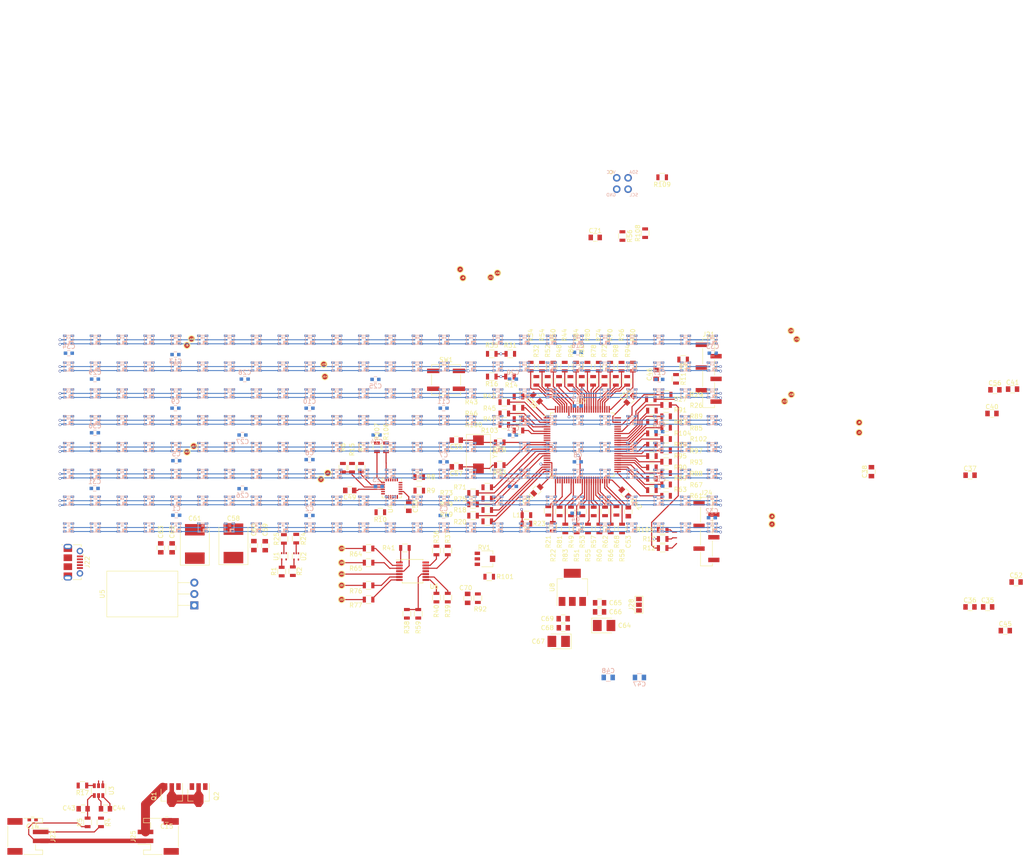
<source format=kicad_pcb>
(kicad_pcb (version 4) (host pcbnew 4.0.7)
  (layers (0 F.Cu signal) (1 In1.Cu signal) (2 In2.Cu signal) (31 B.Cu signal) (34 B.Paste user) (35 F.Paste user) (36 B.SilkS user) (37 F.SilkS user) (38 B.Mask user) (39 F.Mask user) (44 Edge.Cuts user))
  (net 0 "")
  (net 1 +5V)
  (net 2 GND)
  (net 3 +3V3)
  (net 4 "Net-(C43-Pad1)")
  (net 5 "Net-(C43-Pad2)")
  (net 6 "Net-(C44-Pad1)")
  (net 7 /VDDA)
  (net 8 "Net-(C49-Pad1)")
  (net 9 "Net-(C50-Pad1)")
  (net 10 "Net-(C51-Pad1)")
  (net 11 "Net-(C53-Pad1)")
  (net 12 "Net-(C54-Pad1)")
  (net 13 "Net-(C55-Pad1)")
  (net 14 "Net-(C57-Pad1)")
  (net 15 +BATT)
  (net 16 "Net-(C64-Pad1)")
  (net 17 /SENSITIVITY_ADJ)
  (net 18 /MOSI_5v_R)
  (net 19 /SCLK_5V_R)
  (net 20 "Net-(D1-Pad6)")
  (net 21 "Net-(D1-Pad1)")
  (net 22 "Net-(D2-Pad6)")
  (net 23 "Net-(D2-Pad1)")
  (net 24 "Net-(D3-Pad6)")
  (net 25 "Net-(D3-Pad1)")
  (net 26 "Net-(D4-Pad6)")
  (net 27 "Net-(D4-Pad1)")
  (net 28 "Net-(D5-Pad6)")
  (net 29 "Net-(D5-Pad1)")
  (net 30 "Net-(D6-Pad6)")
  (net 31 "Net-(D6-Pad1)")
  (net 32 "Net-(D7-Pad6)")
  (net 33 "Net-(D7-Pad1)")
  (net 34 "Net-(D8-Pad6)")
  (net 35 "Net-(D8-Pad1)")
  (net 36 "Net-(D10-Pad3)")
  (net 37 "Net-(D10-Pad2)")
  (net 38 "Net-(D10-Pad6)")
  (net 39 "Net-(D10-Pad1)")
  (net 40 "Net-(D11-Pad6)")
  (net 41 "Net-(D11-Pad1)")
  (net 42 "Net-(D12-Pad6)")
  (net 43 "Net-(D12-Pad1)")
  (net 44 "Net-(D13-Pad6)")
  (net 45 "Net-(D13-Pad1)")
  (net 46 "Net-(D14-Pad6)")
  (net 47 "Net-(D14-Pad1)")
  (net 48 "Net-(D15-Pad6)")
  (net 49 "Net-(D15-Pad1)")
  (net 50 "Net-(D16-Pad6)")
  (net 51 "Net-(D16-Pad1)")
  (net 52 "Net-(D17-Pad6)")
  (net 53 "Net-(D17-Pad1)")
  (net 54 "Net-(D18-Pad6)")
  (net 55 "Net-(D18-Pad1)")
  (net 56 "Net-(D19-Pad6)")
  (net 57 "Net-(D19-Pad1)")
  (net 58 /SCK20)
  (net 59 /SDO20)
  (net 60 "Net-(D21-Pad6)")
  (net 61 "Net-(D21-Pad1)")
  (net 62 "Net-(D22-Pad6)")
  (net 63 "Net-(D22-Pad1)")
  (net 64 "Net-(D23-Pad6)")
  (net 65 "Net-(D23-Pad1)")
  (net 66 "Net-(D24-Pad6)")
  (net 67 "Net-(D24-Pad1)")
  (net 68 "Net-(D25-Pad6)")
  (net 69 "Net-(D25-Pad1)")
  (net 70 "Net-(D26-Pad6)")
  (net 71 "Net-(D26-Pad1)")
  (net 72 "Net-(D27-Pad6)")
  (net 73 "Net-(D27-Pad1)")
  (net 74 "Net-(D28-Pad6)")
  (net 75 "Net-(D28-Pad1)")
  (net 76 "Net-(D29-Pad6)")
  (net 77 "Net-(D29-Pad1)")
  (net 78 "Net-(D30-Pad6)")
  (net 79 "Net-(D30-Pad1)")
  (net 80 "Net-(D31-Pad6)")
  (net 81 "Net-(D31-Pad1)")
  (net 82 "Net-(D32-Pad6)")
  (net 83 "Net-(D32-Pad1)")
  (net 84 "Net-(D33-Pad6)")
  (net 85 "Net-(D33-Pad1)")
  (net 86 "Net-(D34-Pad6)")
  (net 87 "Net-(D34-Pad1)")
  (net 88 "Net-(D35-Pad6)")
  (net 89 "Net-(D35-Pad1)")
  (net 90 "Net-(D36-Pad6)")
  (net 91 "Net-(D36-Pad1)")
  (net 92 "Net-(D37-Pad6)")
  (net 93 "Net-(D37-Pad1)")
  (net 94 "Net-(D38-Pad6)")
  (net 95 "Net-(D38-Pad1)")
  (net 96 "Net-(D39-Pad6)")
  (net 97 "Net-(D39-Pad1)")
  (net 98 /SCK40)
  (net 99 /SDO40)
  (net 100 "Net-(D41-Pad6)")
  (net 101 "Net-(D41-Pad1)")
  (net 102 "Net-(D42-Pad6)")
  (net 103 "Net-(D42-Pad1)")
  (net 104 "Net-(D43-Pad6)")
  (net 105 "Net-(D43-Pad1)")
  (net 106 "Net-(D44-Pad6)")
  (net 107 "Net-(D44-Pad1)")
  (net 108 "Net-(D45-Pad6)")
  (net 109 "Net-(D45-Pad1)")
  (net 110 "Net-(D46-Pad6)")
  (net 111 "Net-(D46-Pad1)")
  (net 112 "Net-(D47-Pad6)")
  (net 113 "Net-(D47-Pad1)")
  (net 114 "Net-(D48-Pad6)")
  (net 115 "Net-(D48-Pad1)")
  (net 116 "Net-(D49-Pad6)")
  (net 117 "Net-(D49-Pad1)")
  (net 118 "Net-(D50-Pad6)")
  (net 119 "Net-(D50-Pad1)")
  (net 120 "Net-(D51-Pad6)")
  (net 121 "Net-(D51-Pad1)")
  (net 122 "Net-(D52-Pad6)")
  (net 123 "Net-(D52-Pad1)")
  (net 124 "Net-(D53-Pad6)")
  (net 125 "Net-(D53-Pad1)")
  (net 126 "Net-(D54-Pad6)")
  (net 127 "Net-(D54-Pad1)")
  (net 128 "Net-(D55-Pad6)")
  (net 129 "Net-(D55-Pad1)")
  (net 130 "Net-(D56-Pad6)")
  (net 131 "Net-(D56-Pad1)")
  (net 132 "Net-(D57-Pad6)")
  (net 133 "Net-(D57-Pad1)")
  (net 134 "Net-(D58-Pad6)")
  (net 135 "Net-(D58-Pad1)")
  (net 136 "Net-(D59-Pad6)")
  (net 137 "Net-(D59-Pad1)")
  (net 138 /SCK60)
  (net 139 /SDO60)
  (net 140 "Net-(D61-Pad6)")
  (net 141 "Net-(D61-Pad1)")
  (net 142 "Net-(D62-Pad6)")
  (net 143 "Net-(D62-Pad1)")
  (net 144 "Net-(D63-Pad6)")
  (net 145 "Net-(D63-Pad1)")
  (net 146 "Net-(D64-Pad6)")
  (net 147 "Net-(D64-Pad1)")
  (net 148 "Net-(D65-Pad6)")
  (net 149 "Net-(D65-Pad1)")
  (net 150 "Net-(D66-Pad6)")
  (net 151 "Net-(D66-Pad1)")
  (net 152 "Net-(D67-Pad6)")
  (net 153 "Net-(D67-Pad1)")
  (net 154 "Net-(D68-Pad6)")
  (net 155 "Net-(D68-Pad1)")
  (net 156 "Net-(D69-Pad6)")
  (net 157 "Net-(D69-Pad1)")
  (net 158 "Net-(D70-Pad6)")
  (net 159 "Net-(D70-Pad1)")
  (net 160 "Net-(D71-Pad6)")
  (net 161 "Net-(D71-Pad1)")
  (net 162 "Net-(D72-Pad6)")
  (net 163 "Net-(D72-Pad1)")
  (net 164 "Net-(D73-Pad6)")
  (net 165 "Net-(D73-Pad1)")
  (net 166 "Net-(D74-Pad6)")
  (net 167 "Net-(D74-Pad1)")
  (net 168 "Net-(D75-Pad6)")
  (net 169 "Net-(D75-Pad1)")
  (net 170 "Net-(D76-Pad6)")
  (net 171 "Net-(D76-Pad1)")
  (net 172 "Net-(D77-Pad6)")
  (net 173 "Net-(D77-Pad1)")
  (net 174 "Net-(D78-Pad6)")
  (net 175 "Net-(D78-Pad1)")
  (net 176 "Net-(D79-Pad6)")
  (net 177 "Net-(D79-Pad1)")
  (net 178 /SCK80)
  (net 179 /SDO80)
  (net 180 "Net-(D81-Pad6)")
  (net 181 "Net-(D81-Pad1)")
  (net 182 "Net-(D82-Pad6)")
  (net 183 "Net-(D82-Pad1)")
  (net 184 "Net-(D83-Pad6)")
  (net 185 "Net-(D83-Pad1)")
  (net 186 "Net-(D84-Pad6)")
  (net 187 "Net-(D84-Pad1)")
  (net 188 "Net-(D85-Pad6)")
  (net 189 "Net-(D85-Pad1)")
  (net 190 "Net-(D86-Pad6)")
  (net 191 "Net-(D86-Pad1)")
  (net 192 "Net-(D87-Pad6)")
  (net 193 "Net-(D87-Pad1)")
  (net 194 "Net-(D88-Pad6)")
  (net 195 "Net-(D88-Pad1)")
  (net 196 "Net-(D89-Pad6)")
  (net 197 "Net-(D89-Pad1)")
  (net 198 "Net-(D90-Pad6)")
  (net 199 "Net-(D90-Pad1)")
  (net 200 "Net-(D91-Pad6)")
  (net 201 "Net-(D91-Pad1)")
  (net 202 "Net-(D92-Pad6)")
  (net 203 "Net-(D92-Pad1)")
  (net 204 "Net-(D93-Pad6)")
  (net 205 "Net-(D93-Pad1)")
  (net 206 "Net-(D94-Pad6)")
  (net 207 "Net-(D94-Pad1)")
  (net 208 "Net-(D95-Pad6)")
  (net 209 "Net-(D95-Pad1)")
  (net 210 "Net-(D96-Pad6)")
  (net 211 "Net-(D96-Pad1)")
  (net 212 "Net-(D97-Pad6)")
  (net 213 "Net-(D97-Pad1)")
  (net 214 "Net-(D98-Pad6)")
  (net 215 "Net-(D98-Pad1)")
  (net 216 "Net-(D100-Pad3)")
  (net 217 "Net-(D100-Pad2)")
  (net 218 /SCK100)
  (net 219 /SDO100)
  (net 220 "Net-(D101-Pad6)")
  (net 221 "Net-(D101-Pad1)")
  (net 222 "Net-(D102-Pad6)")
  (net 223 "Net-(D102-Pad1)")
  (net 224 "Net-(D103-Pad6)")
  (net 225 "Net-(D103-Pad1)")
  (net 226 "Net-(D104-Pad6)")
  (net 227 "Net-(D104-Pad1)")
  (net 228 "Net-(D105-Pad6)")
  (net 229 "Net-(D105-Pad1)")
  (net 230 "Net-(D106-Pad6)")
  (net 231 "Net-(D106-Pad1)")
  (net 232 "Net-(D107-Pad6)")
  (net 233 "Net-(D107-Pad1)")
  (net 234 "Net-(D108-Pad6)")
  (net 235 "Net-(D108-Pad1)")
  (net 236 "Net-(D109-Pad6)")
  (net 237 "Net-(D109-Pad1)")
  (net 238 "Net-(D110-Pad6)")
  (net 239 "Net-(D110-Pad1)")
  (net 240 "Net-(D111-Pad6)")
  (net 241 "Net-(D111-Pad1)")
  (net 242 "Net-(D112-Pad6)")
  (net 243 "Net-(D112-Pad1)")
  (net 244 "Net-(D113-Pad6)")
  (net 245 "Net-(D113-Pad1)")
  (net 246 "Net-(D114-Pad6)")
  (net 247 "Net-(D114-Pad1)")
  (net 248 "Net-(D115-Pad6)")
  (net 249 "Net-(D115-Pad1)")
  (net 250 "Net-(D116-Pad6)")
  (net 251 "Net-(D116-Pad1)")
  (net 252 "Net-(D117-Pad6)")
  (net 253 "Net-(D117-Pad1)")
  (net 254 "Net-(D118-Pad6)")
  (net 255 "Net-(D118-Pad1)")
  (net 256 "Net-(D119-Pad6)")
  (net 257 "Net-(D119-Pad1)")
  (net 258 /SCK120)
  (net 259 /SDO120)
  (net 260 "Net-(D121-Pad6)")
  (net 261 "Net-(D121-Pad1)")
  (net 262 "Net-(D122-Pad6)")
  (net 263 "Net-(D122-Pad1)")
  (net 264 "Net-(D123-Pad6)")
  (net 265 "Net-(D123-Pad1)")
  (net 266 "Net-(D124-Pad6)")
  (net 267 "Net-(D124-Pad1)")
  (net 268 "Net-(D125-Pad6)")
  (net 269 "Net-(D125-Pad1)")
  (net 270 "Net-(D126-Pad6)")
  (net 271 "Net-(D126-Pad1)")
  (net 272 "Net-(D127-Pad6)")
  (net 273 "Net-(D127-Pad1)")
  (net 274 "Net-(D128-Pad6)")
  (net 275 "Net-(D128-Pad1)")
  (net 276 "Net-(D129-Pad6)")
  (net 277 "Net-(D129-Pad1)")
  (net 278 "Net-(D130-Pad6)")
  (net 279 "Net-(D130-Pad1)")
  (net 280 "Net-(D131-Pad6)")
  (net 281 "Net-(D131-Pad1)")
  (net 282 "Net-(D132-Pad6)")
  (net 283 "Net-(D132-Pad1)")
  (net 284 "Net-(D133-Pad6)")
  (net 285 "Net-(D133-Pad1)")
  (net 286 "Net-(D134-Pad6)")
  (net 287 "Net-(D134-Pad1)")
  (net 288 "Net-(D135-Pad6)")
  (net 289 "Net-(D135-Pad1)")
  (net 290 "Net-(D136-Pad6)")
  (net 291 "Net-(D136-Pad1)")
  (net 292 "Net-(D137-Pad6)")
  (net 293 "Net-(D137-Pad1)")
  (net 294 "Net-(D138-Pad6)")
  (net 295 "Net-(D138-Pad1)")
  (net 296 "Net-(D139-Pad6)")
  (net 297 "Net-(D139-Pad1)")
  (net 298 /SCK140)
  (net 299 /SDO140)
  (net 300 "Net-(D141-Pad6)")
  (net 301 "Net-(D141-Pad1)")
  (net 302 "Net-(D142-Pad6)")
  (net 303 "Net-(D142-Pad1)")
  (net 304 "Net-(D143-Pad6)")
  (net 305 "Net-(D143-Pad1)")
  (net 306 "Net-(D144-Pad6)")
  (net 307 "Net-(D144-Pad1)")
  (net 308 "Net-(D145-Pad6)")
  (net 309 "Net-(D145-Pad1)")
  (net 310 "Net-(D146-Pad6)")
  (net 311 "Net-(D146-Pad1)")
  (net 312 "Net-(D147-Pad6)")
  (net 313 "Net-(D147-Pad1)")
  (net 314 "Net-(D148-Pad6)")
  (net 315 "Net-(D148-Pad1)")
  (net 316 "Net-(D149-Pad6)")
  (net 317 "Net-(D149-Pad1)")
  (net 318 "Net-(D150-Pad6)")
  (net 319 "Net-(D150-Pad1)")
  (net 320 "Net-(D151-Pad6)")
  (net 321 "Net-(D151-Pad1)")
  (net 322 "Net-(D152-Pad6)")
  (net 323 "Net-(D152-Pad1)")
  (net 324 "Net-(D153-Pad6)")
  (net 325 "Net-(D153-Pad1)")
  (net 326 "Net-(D154-Pad6)")
  (net 327 "Net-(D154-Pad1)")
  (net 328 "Net-(D155-Pad6)")
  (net 329 "Net-(D155-Pad1)")
  (net 330 "Net-(D156-Pad6)")
  (net 331 "Net-(D156-Pad1)")
  (net 332 "Net-(D157-Pad6)")
  (net 333 "Net-(D157-Pad1)")
  (net 334 "Net-(D158-Pad6)")
  (net 335 "Net-(D158-Pad1)")
  (net 336 "Net-(D159-Pad6)")
  (net 337 "Net-(D159-Pad1)")
  (net 338 /SCK160)
  (net 339 /SDO160)
  (net 340 "Net-(D161-Pad6)")
  (net 341 "Net-(D161-Pad1)")
  (net 342 "Net-(D162-Pad6)")
  (net 343 "Net-(D162-Pad1)")
  (net 344 "Net-(D163-Pad6)")
  (net 345 "Net-(D163-Pad1)")
  (net 346 "Net-(D164-Pad6)")
  (net 347 "Net-(D164-Pad1)")
  (net 348 "Net-(D165-Pad6)")
  (net 349 "Net-(D165-Pad1)")
  (net 350 "Net-(D166-Pad6)")
  (net 351 "Net-(D166-Pad1)")
  (net 352 "Net-(D167-Pad6)")
  (net 353 "Net-(D167-Pad1)")
  (net 354 "Net-(D168-Pad6)")
  (net 355 "Net-(D168-Pad1)")
  (net 356 "Net-(D169-Pad6)")
  (net 357 "Net-(D169-Pad1)")
  (net 358 "Net-(D170-Pad6)")
  (net 359 "Net-(D170-Pad1)")
  (net 360 "Net-(D171-Pad6)")
  (net 361 "Net-(D171-Pad1)")
  (net 362 "Net-(D172-Pad6)")
  (net 363 "Net-(D172-Pad1)")
  (net 364 "Net-(D173-Pad6)")
  (net 365 "Net-(D173-Pad1)")
  (net 366 "Net-(D174-Pad6)")
  (net 367 "Net-(D174-Pad1)")
  (net 368 "Net-(D175-Pad6)")
  (net 369 "Net-(D175-Pad1)")
  (net 370 "Net-(D176-Pad6)")
  (net 371 "Net-(D176-Pad1)")
  (net 372 "Net-(D177-Pad6)")
  (net 373 "Net-(D177-Pad1)")
  (net 374 "Net-(D178-Pad6)")
  (net 375 "Net-(D178-Pad1)")
  (net 376 "Net-(D179-Pad6)")
  (net 377 "Net-(D179-Pad1)")
  (net 378 /SCK180)
  (net 379 /SDO180)
  (net 380 "Net-(D181-Pad6)")
  (net 381 "Net-(D181-Pad1)")
  (net 382 "Net-(D182-Pad6)")
  (net 383 "Net-(D182-Pad1)")
  (net 384 "Net-(D183-Pad6)")
  (net 385 "Net-(D183-Pad1)")
  (net 386 "Net-(D184-Pad6)")
  (net 387 "Net-(D184-Pad1)")
  (net 388 "Net-(D185-Pad6)")
  (net 389 "Net-(D185-Pad1)")
  (net 390 "Net-(D186-Pad6)")
  (net 391 "Net-(D186-Pad1)")
  (net 392 "Net-(D187-Pad6)")
  (net 393 "Net-(D187-Pad1)")
  (net 394 "Net-(D188-Pad6)")
  (net 395 "Net-(D188-Pad1)")
  (net 396 "Net-(D189-Pad6)")
  (net 397 "Net-(D189-Pad1)")
  (net 398 "Net-(D190-Pad6)")
  (net 399 "Net-(D190-Pad1)")
  (net 400 "Net-(D191-Pad6)")
  (net 401 "Net-(D191-Pad1)")
  (net 402 "Net-(D192-Pad6)")
  (net 403 "Net-(D192-Pad1)")
  (net 404 "Net-(D193-Pad6)")
  (net 405 "Net-(D193-Pad1)")
  (net 406 "Net-(D194-Pad6)")
  (net 407 "Net-(D194-Pad1)")
  (net 408 "Net-(D195-Pad6)")
  (net 409 "Net-(D195-Pad1)")
  (net 410 "Net-(D196-Pad6)")
  (net 411 "Net-(D196-Pad1)")
  (net 412 "Net-(D197-Pad6)")
  (net 413 "Net-(D197-Pad1)")
  (net 414 "Net-(D198-Pad6)")
  (net 415 "Net-(D198-Pad1)")
  (net 416 "Net-(D199-Pad6)")
  (net 417 "Net-(D199-Pad1)")
  (net 418 /SCK200)
  (net 419 /SDO200)
  (net 420 "Net-(J21-Pad1)")
  (net 421 /SWCLK)
  (net 422 /SWDIO)
  (net 423 /NRST)
  (net 424 /SWO)
  (net 425 "Net-(J22-Pad2)")
  (net 426 /USB_VBUS)
  (net 427 "Net-(J22-Pad4)")
  (net 428 "Net-(J22-Pad3)")
  (net 429 "Net-(J23-Pad2)")
  (net 430 /SERIAL_CTR)
  (net 431 /SERIAL_PWR)
  (net 432 /SERIAL_TXO)
  (net 433 /SERIAL_RXI)
  (net 434 /SERIAL_DTR)
  (net 435 "Net-(J29-Pad1)")
  (net 436 "Net-(J30-Pad1)")
  (net 437 "Net-(J31-Pad1)")
  (net 438 "Net-(J32-Pad1)")
  (net 439 /TOUCH2/GUARD)
  (net 440 "Net-(Q1-Pad2)")
  (net 441 "Net-(Q1-Pad1)")
  (net 442 "Net-(Q2-Pad1)")
  (net 443 "Net-(R1-Pad2)")
  (net 444 "Net-(R2-Pad2)")
  (net 445 "Net-(R15-Pad1)")
  (net 446 "Net-(R7-Pad2)")
  (net 447 /SDA)
  (net 448 /SCL)
  (net 449 /ACCEL_INT)
  (net 450 /USART1_TX)
  (net 451 /USART1_RX)
  (net 452 "Net-(R14-Pad2)")
  (net 453 "Net-(R17-Pad1)")
  (net 454 "Net-(R18-Pad1)")
  (net 455 "Net-(R18-Pad2)")
  (net 456 "Net-(R19-Pad1)")
  (net 457 "Net-(R19-Pad2)")
  (net 458 "Net-(R20-Pad1)")
  (net 459 "Net-(R20-Pad2)")
  (net 460 "Net-(R21-Pad1)")
  (net 461 "Net-(R21-Pad2)")
  (net 462 /DAC_OUT1)
  (net 463 "Net-(R22-Pad2)")
  (net 464 "Net-(R24-Pad1)")
  (net 465 /SCLK_3v3)
  (net 466 /MOSI_3v3)
  (net 467 "Net-(R25-Pad2)")
  (net 468 "Net-(R26-Pad2)")
  (net 469 "Net-(R27-Pad1)")
  (net 470 "Net-(R28-Pad1)")
  (net 471 "Net-(R29-Pad2)")
  (net 472 "Net-(R30-Pad1)")
  (net 473 "Net-(R31-Pad2)")
  (net 474 "Net-(R32-Pad1)")
  (net 475 "Net-(R32-Pad2)")
  (net 476 "Net-(R33-Pad1)")
  (net 477 "Net-(R34-Pad1)")
  (net 478 "Net-(R34-Pad2)")
  (net 479 /~TOUCH0_DET)
  (net 480 /~TOUCH1_DET)
  (net 481 /~TOUCH2/GC)
  (net 482 /~TOUCH3_DET)
  (net 483 /~TOUCH4_DET)
  (net 484 /LP_MODE_SEL)
  (net 485 "Net-(R42-Pad1)")
  (net 486 "Net-(R42-Pad2)")
  (net 487 "Net-(R43-Pad1)")
  (net 488 "Net-(R43-Pad2)")
  (net 489 "Net-(R44-Pad1)")
  (net 490 "Net-(R45-Pad1)")
  (net 491 "Net-(R45-Pad2)")
  (net 492 "Net-(R46-Pad1)")
  (net 493 "Net-(R46-Pad2)")
  (net 494 "Net-(R47-Pad1)")
  (net 495 "Net-(R47-Pad2)")
  (net 496 "Net-(R48-Pad2)")
  (net 497 "Net-(R49-Pad1)")
  (net 498 "Net-(R49-Pad2)")
  (net 499 "Net-(R50-Pad1)")
  (net 500 "Net-(R51-Pad1)")
  (net 501 "Net-(R51-Pad2)")
  (net 502 "Net-(R52-Pad1)")
  (net 503 "Net-(R52-Pad2)")
  (net 504 "Net-(R53-Pad1)")
  (net 505 "Net-(R53-Pad2)")
  (net 506 "Net-(R54-Pad1)")
  (net 507 "Net-(R54-Pad2)")
  (net 508 "Net-(R55-Pad1)")
  (net 509 "Net-(R55-Pad2)")
  (net 510 /SCL2)
  (net 511 "Net-(R56-Pad2)")
  (net 512 "Net-(R57-Pad1)")
  (net 513 "Net-(R57-Pad2)")
  (net 514 "Net-(R58-Pad1)")
  (net 515 /SDA2)
  (net 516 "Net-(R60-Pad1)")
  (net 517 "Net-(R60-Pad2)")
  (net 518 "Net-(R61-Pad1)")
  (net 519 "Net-(R61-Pad2)")
  (net 520 "Net-(R62-Pad1)")
  (net 521 "Net-(R62-Pad2)")
  (net 522 "Net-(R63-Pad1)")
  (net 523 "Net-(R63-Pad2)")
  (net 524 /TOUCH0)
  (net 525 /TOUCH1)
  (net 526 "Net-(R66-Pad1)")
  (net 527 "Net-(R66-Pad2)")
  (net 528 "Net-(R67-Pad1)")
  (net 529 "Net-(R67-Pad2)")
  (net 530 "Net-(R68-Pad1)")
  (net 531 "Net-(R68-Pad2)")
  (net 532 "Net-(R69-Pad1)")
  (net 533 "Net-(R69-Pad2)")
  (net 534 "Net-(R70-Pad1)")
  (net 535 "Net-(R71-Pad1)")
  (net 536 "Net-(R71-Pad2)")
  (net 537 "Net-(R72-Pad2)")
  (net 538 "Net-(R73-Pad1)")
  (net 539 "Net-(R73-Pad2)")
  (net 540 "Net-(R74-Pad1)")
  (net 541 "Net-(R75-Pad1)")
  (net 542 "Net-(R75-Pad2)")
  (net 543 /TOUCH3)
  (net 544 /TOUCH4)
  (net 545 "Net-(R78-Pad2)")
  (net 546 "Net-(R79-Pad1)")
  (net 547 "Net-(R79-Pad2)")
  (net 548 "Net-(R80-Pad2)")
  (net 549 "Net-(R81-Pad1)")
  (net 550 "Net-(R81-Pad2)")
  (net 551 "Net-(R82-Pad1)")
  (net 552 "Net-(R82-Pad2)")
  (net 553 "Net-(R83-Pad1)")
  (net 554 "Net-(R83-Pad2)")
  (net 555 "Net-(R84-Pad1)")
  (net 556 "Net-(R84-Pad2)")
  (net 557 "Net-(R85-Pad1)")
  (net 558 "Net-(R85-Pad2)")
  (net 559 "Net-(R86-Pad1)")
  (net 560 "Net-(R86-Pad2)")
  (net 561 "Net-(R87-Pad1)")
  (net 562 "Net-(R87-Pad2)")
  (net 563 "Net-(R88-Pad1)")
  (net 564 "Net-(R88-Pad2)")
  (net 565 "Net-(R89-Pad1)")
  (net 566 "Net-(R89-Pad2)")
  (net 567 "Net-(R90-Pad1)")
  (net 568 "Net-(R90-Pad2)")
  (net 569 "Net-(R91-Pad1)")
  (net 570 "Net-(R91-Pad2)")
  (net 571 "Net-(R92-Pad1)")
  (net 572 "Net-(R93-Pad1)")
  (net 573 "Net-(R93-Pad2)")
  (net 574 "Net-(R94-Pad1)")
  (net 575 "Net-(R94-Pad2)")
  (net 576 "Net-(R95-Pad1)")
  (net 577 "Net-(R95-Pad2)")
  (net 578 "Net-(R96-Pad1)")
  (net 579 "Net-(R96-Pad2)")
  (net 580 "Net-(R97-Pad1)")
  (net 581 "Net-(R97-Pad2)")
  (net 582 "Net-(R98-Pad1)")
  (net 583 "Net-(R98-Pad2)")
  (net 584 "Net-(R99-Pad1)")
  (net 585 "Net-(R99-Pad2)")
  (net 586 "Net-(R100-Pad1)")
  (net 587 "Net-(R100-Pad2)")
  (net 588 "Net-(R102-Pad1)")
  (net 589 "Net-(R102-Pad2)")
  (net 590 "Net-(R103-Pad2)")
  (net 591 "Net-(R104-Pad1)")
  (net 592 "Net-(R104-Pad2)")
  (net 593 "Net-(R106-Pad1)")
  (net 594 "Net-(R106-Pad2)")
  (net 595 "Net-(R107-Pad1)")
  (net 596 "Net-(R107-Pad2)")
  (net 597 "Net-(U7-Pad9)")
  (net 598 "Net-(U7-Pad31)")
  (net 599 "Net-(U7-Pad35)")
  (net 600 "Net-(U7-Pad36)")
  (net 601 "Net-(U7-Pad67)")
  (net 602 "Net-(U7-Pad70)")
  (net 603 "Net-(U7-Pad71)")
  (net 604 "Net-(U7-Pad77)")
  (net 605 "Net-(U7-Pad90)")
  (net 606 "Net-(U7-Pad91)")
  (module TO_SOT_Packages_THT:TO-220-3_Horizontal (layer F.Cu) (at 113.792 105.156 90)
    (fp_text reference U5 (at 2.54 -20.58 90) (layer F.SilkS))
    (fp_text value L7805)
    (pad 0 np_thru_hole oval (at 2.54 -16.66 90) (size 3.5 3.5) (drill 3.5) (layers *.Cu *.Mask))
    (pad 1 thru_hole rect (at 0 0 90) (size 1.8 1.8) (drill 1) (layers *.Cu *.Mask) (net 15 +BATT))
    (pad 2 thru_hole oval (at 2.54 0 90) (size 1.8 1.8) (drill 1) (layers *.Cu *.Mask) (net 2 GND))
    (pad 3 thru_hole oval (at 5.08 0 90) (size 1.8 1.8) (drill 1) (layers *.Cu *.Mask) (net 1 +5V))
  )
  (module Capacitors_SMD:C_0805 (layer F.Cu) (at 291.245001 105.506)
    (fp_text reference C35 (at 0 -1.5) (layer F.SilkS))
    (fp_text value C)
    (pad 1 smd rect (at -1 0) (size 1 1.25) (layers F.Cu F.Paste F.Mask) (net 3 +3V3))
    (pad 2 smd rect (at 1 0) (size 1 1.25) (layers F.Cu F.Paste F.Mask) (net 2 GND))
  )
  (module Capacitors_SMD:C_0805 (layer F.Cu) (at 287.295001 105.506)
    (fp_text reference C36 (at 0 -1.5) (layer F.SilkS))
    (fp_text value C)
    (pad 1 smd rect (at -1 0) (size 1 1.25) (layers F.Cu F.Paste F.Mask) (net 3 +3V3))
    (pad 2 smd rect (at 1 0) (size 1 1.25) (layers F.Cu F.Paste F.Mask) (net 2 GND))
  )
  (module Capacitors_SMD:C_0805 (layer F.Cu) (at 287.315001 76.046)
    (fp_text reference C37 (at 0 -1.5) (layer F.SilkS))
    (fp_text value C)
    (pad 1 smd rect (at -1 0) (size 1 1.25) (layers F.Cu F.Paste F.Mask) (net 3 +3V3))
    (pad 2 smd rect (at 1 0) (size 1 1.25) (layers F.Cu F.Paste F.Mask) (net 2 GND))
  )
  (module Capacitors_SMD:C_0805 (layer F.Cu) (at 265.25 75.25 90)
    (fp_text reference C38 (at 0 -1.5 90) (layer F.SilkS))
    (fp_text value C)
    (pad 1 smd rect (at -1 0 90) (size 1 1.25) (layers F.Cu F.Paste F.Mask) (net 3 +3V3))
    (pad 2 smd rect (at 1 0 90) (size 1 1.25) (layers F.Cu F.Paste F.Mask) (net 2 GND))
  )
  (module Capacitors_SMD:C_0805 (layer F.Cu) (at 190.298 58.806 135)
    (fp_text reference C39 (at 0 -1.5 135) (layer F.SilkS))
    (fp_text value C)
    (pad 1 smd rect (at -1 0 135) (size 1 1.25) (layers F.Cu F.Paste F.Mask) (net 3 +3V3))
    (pad 2 smd rect (at 1 0 135) (size 1 1.25) (layers F.Cu F.Paste F.Mask) (net 2 GND))
  )
  (module Capacitors_SMD:C_0805 (layer F.Cu) (at 292.215001 62.236)
    (fp_text reference C40 (at 0 -1.5) (layer F.SilkS))
    (fp_text value C)
    (pad 1 smd rect (at -1 0) (size 1 1.25) (layers F.Cu F.Paste F.Mask) (net 3 +3V3))
    (pad 2 smd rect (at 1 0) (size 1 1.25) (layers F.Cu F.Paste F.Mask) (net 2 GND))
  )
  (module Capacitors_SMD:C_0805 (layer F.Cu) (at 296.825001 56.786)
    (fp_text reference C41 (at 0 -1.5) (layer F.SilkS))
    (fp_text value C)
    (pad 1 smd rect (at -1 0) (size 1 1.25) (layers F.Cu F.Paste F.Mask) (net 2 GND))
    (pad 2 smd rect (at 1 0) (size 1 1.25) (layers F.Cu F.Paste F.Mask) (net 3 +3V3))
  )
  (module Capacitors_SMD:C_0805 (layer F.Cu) (at 210.11 80.015 315)
    (fp_text reference C42 (at 3.592102 0 315) (layer F.SilkS))
    (fp_text value C)
    (pad 1 smd rect (at -1 0 315) (size 1 1.25) (layers F.Cu F.Paste F.Mask) (net 3 +3V3))
    (pad 2 smd rect (at 1 0 315) (size 1 1.25) (layers F.Cu F.Paste F.Mask) (net 2 GND))
  )
  (module Capacitors_SMD:C_0805 (layer F.Cu) (at 88.917482 150.652968 180)
    (fp_text reference C43 (at 3.155482 0.141968 180) (layer F.SilkS))
    (fp_text value C)
    (pad 1 smd rect (at -1 0 180) (size 1 1.25) (layers F.Cu F.Paste F.Mask) (net 4 "Net-(C43-Pad1)"))
    (pad 2 smd rect (at 1 0 180) (size 1 1.25) (layers F.Cu F.Paste F.Mask) (net 5 "Net-(C43-Pad2)"))
  )
  (module Capacitors_SMD:C_0805 (layer F.Cu) (at 93.917482 150.652968)
    (fp_text reference C44 (at 3.020518 -0.141968) (layer F.SilkS))
    (fp_text value C)
    (pad 1 smd rect (at -1 0) (size 1 1.25) (layers F.Cu F.Paste F.Mask) (net 6 "Net-(C44-Pad1)"))
    (pad 2 smd rect (at 1 0) (size 1 1.25) (layers F.Cu F.Paste F.Mask) (net 5 "Net-(C43-Pad2)"))
  )
  (module Capacitors_SMD:C_0805 (layer F.Cu) (at 295.195001 110.806)
    (fp_text reference C45 (at 0 -1.5) (layer F.SilkS))
    (fp_text value C)
    (pad 1 smd rect (at -1 0) (size 1 1.25) (layers F.Cu F.Paste F.Mask) (net 3 +3V3))
    (pad 2 smd rect (at 1 0) (size 1 1.25) (layers F.Cu F.Paste F.Mask) (net 2 GND))
  )
  (module Capacitors_SMD:C_0805 (layer F.Cu) (at 217.095 53.488 90)
    (fp_text reference C46 (at 0 -1.5 90) (layer F.SilkS))
    (fp_text value C)
    (pad 1 smd rect (at -1 0 90) (size 1 1.25) (layers F.Cu F.Paste F.Mask) (net 3 +3V3))
    (pad 2 smd rect (at 1 0 90) (size 1 1.25) (layers F.Cu F.Paste F.Mask) (net 2 GND))
  )
  (module Capacitors_SMD:C_0805 (layer B.Cu) (at 213.36 121.285)
    (fp_text reference C47 (at 0 1.5) (layer B.SilkS) (effects (justify mirror)))
    (fp_text value C)
    (pad 1 smd rect (at -1 0) (size 1 1.25) (layers B.Cu B.Paste B.Mask) (net 7 /VDDA))
    (pad 2 smd rect (at 1 0) (size 1 1.25) (layers B.Cu B.Paste B.Mask) (net 2 GND))
  )
  (module Capacitors_SMD:C_0805 (layer B.Cu) (at 206.375 121.285 180)
    (fp_text reference C48 (at 0 1.5 180) (layer B.SilkS) (effects (justify mirror)))
    (fp_text value C)
    (pad 1 smd rect (at -1 0 180) (size 1 1.25) (layers B.Cu B.Paste B.Mask) (net 7 /VDDA))
    (pad 2 smd rect (at 1 0 180) (size 1 1.25) (layers B.Cu B.Paste B.Mask) (net 2 GND))
  )
  (module Capacitors_SMD:C_0805 (layer F.Cu) (at 148.553778 79.45133 180)
    (fp_text reference C49 (at 0 -1.5 180) (layer F.SilkS))
    (fp_text value C)
    (pad 1 smd rect (at -1 0 180) (size 1 1.25) (layers F.Cu F.Paste F.Mask) (net 8 "Net-(C49-Pad1)"))
    (pad 2 smd rect (at 1 0 180) (size 1 1.25) (layers F.Cu F.Paste F.Mask) (net 2 GND))
  )
  (module Capacitors_SMD:C_0805 (layer F.Cu) (at 161.761778 83.00733 270)
    (fp_text reference C50 (at 0 -1.5 270) (layer F.SilkS))
    (fp_text value C)
    (pad 1 smd rect (at -1 0 270) (size 1 1.25) (layers F.Cu F.Paste F.Mask) (net 9 "Net-(C50-Pad1)"))
    (pad 2 smd rect (at 1 0 270) (size 1 1.25) (layers F.Cu F.Paste F.Mask) (net 2 GND))
  )
  (module Capacitors_SMD:C_0805 (layer F.Cu) (at 190.425 79.38 225)
    (fp_text reference C51 (at 2.81 0 225) (layer F.SilkS))
    (fp_text value C)
    (pad 1 smd rect (at -1 0 225) (size 1 1.25) (layers F.Cu F.Paste F.Mask) (net 10 "Net-(C51-Pad1)"))
    (pad 2 smd rect (at 1 0 225) (size 1 1.25) (layers F.Cu F.Paste F.Mask) (net 2 GND))
  )
  (module Capacitors_SMD:C_0805 (layer F.Cu) (at 297.615001 99.936)
    (fp_text reference C52 (at 0 -1.5) (layer F.SilkS))
    (fp_text value C)
    (pad 1 smd rect (at -1 0) (size 1 1.25) (layers F.Cu F.Paste F.Mask) (net 10 "Net-(C51-Pad1)"))
    (pad 2 smd rect (at 1 0) (size 1 1.25) (layers F.Cu F.Paste F.Mask) (net 2 GND))
  )
  (module Capacitors_SMD:C_0805 (layer F.Cu) (at 210.872 84.206 270)
    (fp_text reference C53 (at 6.726 0 270) (layer F.SilkS))
    (fp_text value C)
    (pad 1 smd rect (at -1 0 270) (size 1 1.25) (layers F.Cu F.Paste F.Mask) (net 11 "Net-(C53-Pad1)"))
    (pad 2 smd rect (at 1 0 270) (size 1 1.25) (layers F.Cu F.Paste F.Mask) (net 2 GND))
  )
  (module Capacitors_SMD:C_0805 (layer F.Cu) (at 211.253 59.06 45)
    (fp_text reference C54 (at 0 -1.5 45) (layer F.SilkS))
    (fp_text value C)
    (pad 1 smd rect (at -1 0 45) (size 1 1.25) (layers F.Cu F.Paste F.Mask) (net 12 "Net-(C54-Pad1)"))
    (pad 2 smd rect (at 1 0 45) (size 1 1.25) (layers F.Cu F.Paste F.Mask) (net 2 GND))
  )
  (module Capacitors_SMD:C_0805 (layer F.Cu) (at 172.391 68.204 180)
    (fp_text reference C55 (at 0 -1.5 180) (layer F.SilkS))
    (fp_text value 6.8p)
    (pad 1 smd rect (at -1 0 180) (size 1 1.25) (layers F.Cu F.Paste F.Mask) (net 13 "Net-(C55-Pad1)"))
    (pad 2 smd rect (at 1 0 180) (size 1 1.25) (layers F.Cu F.Paste F.Mask) (net 2 GND))
  )
  (module Capacitors_SMD:C_0805 (layer F.Cu) (at 292.875001 56.936)
    (fp_text reference C56 (at 0 -1.5) (layer F.SilkS))
    (fp_text value C)
    (pad 1 smd rect (at -1 0) (size 1 1.25) (layers F.Cu F.Paste F.Mask) (net 2 GND))
    (pad 2 smd rect (at 1 0) (size 1 1.25) (layers F.Cu F.Paste F.Mask) (net 3 +3V3))
  )
  (module Capacitors_SMD:C_0805 (layer F.Cu) (at 172.391 74.173 180)
    (fp_text reference C57 (at 0 -1.5 180) (layer F.SilkS))
    (fp_text value 6.8p)
    (pad 1 smd rect (at -1 0 180) (size 1 1.25) (layers F.Cu F.Paste F.Mask) (net 14 "Net-(C57-Pad1)"))
    (pad 2 smd rect (at 1 0 180) (size 1 1.25) (layers F.Cu F.Paste F.Mask) (net 2 GND))
  )
  (module Capacitors_Tantalum_SMD:CP_Tantalum_Case-E_EIA-7260-38_Reflow (layer F.Cu) (at 122.54 91.291 90)
    (fp_text reference C58 (at 5.588 0 180) (layer F.SilkS))
    (fp_text value CP)
    (pad 1 smd rect (at -3.175 0 90) (size 2.55 4.4) (layers F.Cu F.Paste F.Mask) (net 15 +BATT))
    (pad 2 smd rect (at 3.175 0 90) (size 2.55 4.4) (layers F.Cu F.Paste F.Mask) (net 2 GND))
  )
  (module Capacitors_SMD:C_0805 (layer F.Cu) (at 129.652 91.815 90)
    (fp_text reference C59 (at 3.572 0 90) (layer F.SilkS))
    (fp_text value C)
    (pad 1 smd rect (at -1 0 90) (size 1 1.25) (layers F.Cu F.Paste F.Mask) (net 15 +BATT))
    (pad 2 smd rect (at 1 0 90) (size 1 1.25) (layers F.Cu F.Paste F.Mask) (net 2 GND))
  )
  (module Capacitors_SMD:C_0805 (layer F.Cu) (at 127.112 91.783 90)
    (fp_text reference C60 (at 3.54 0 90) (layer F.SilkS))
    (fp_text value C)
    (pad 1 smd rect (at -1 0 90) (size 1 1.25) (layers F.Cu F.Paste F.Mask) (net 15 +BATT))
    (pad 2 smd rect (at 1 0 90) (size 1 1.25) (layers F.Cu F.Paste F.Mask) (net 2 GND))
  )
  (module Capacitors_Tantalum_SMD:CP_Tantalum_Case-E_EIA-7260-38_Reflow (layer F.Cu) (at 113.904 91.418 90)
    (fp_text reference C61 (at 5.715 0 180) (layer F.SilkS))
    (fp_text value CP)
    (pad 1 smd rect (at -3.175 0 90) (size 2.55 4.4) (layers F.Cu F.Paste F.Mask) (net 1 +5V))
    (pad 2 smd rect (at 3.175 0 90) (size 2.55 4.4) (layers F.Cu F.Paste F.Mask) (net 2 GND))
  )
  (module Capacitors_SMD:C_0805 (layer F.Cu) (at 108.824 92.291 90)
    (fp_text reference C62 (at 3.54 0 90) (layer F.SilkS))
    (fp_text value C)
    (pad 1 smd rect (at -1 0 90) (size 1 1.25) (layers F.Cu F.Paste F.Mask) (net 1 +5V))
    (pad 2 smd rect (at 1 0 90) (size 1 1.25) (layers F.Cu F.Paste F.Mask) (net 2 GND))
  )
  (module Capacitors_SMD:C_0805 (layer F.Cu) (at 106.284 92.291 90)
    (fp_text reference C63 (at 3.54 0 90) (layer F.SilkS))
    (fp_text value C)
    (pad 1 smd rect (at -1 0 90) (size 1 1.25) (layers F.Cu F.Paste F.Mask) (net 1 +5V))
    (pad 2 smd rect (at 1 0 90) (size 1 1.25) (layers F.Cu F.Paste F.Mask) (net 2 GND))
  )
  (module Capacitors_Tantalum_SMD:CP_Tantalum_Case-B_EIA-3528-21_Reflow (layer F.Cu) (at 205.457 109.663)
    (fp_text reference C64 (at 4.572 0) (layer F.SilkS))
    (fp_text value CP)
    (pad 1 smd rect (at -1.525 0) (size 1.95 2.5) (layers F.Cu F.Paste F.Mask) (net 16 "Net-(C64-Pad1)"))
    (pad 2 smd rect (at 1.525 0) (size 1.95 2.5) (layers F.Cu F.Paste F.Mask) (net 2 GND))
  )
  (module Capacitors_SMD:C_0805 (layer F.Cu) (at 204.441 104.583)
    (fp_text reference C65 (at 3.556 0) (layer F.SilkS))
    (fp_text value C)
    (pad 1 smd rect (at -1 0) (size 1 1.25) (layers F.Cu F.Paste F.Mask) (net 16 "Net-(C64-Pad1)"))
    (pad 2 smd rect (at 1 0) (size 1 1.25) (layers F.Cu F.Paste F.Mask) (net 2 GND))
  )
  (module Capacitors_SMD:C_0805 (layer F.Cu) (at 204.441 106.615)
    (fp_text reference C66 (at 3.556 0) (layer F.SilkS))
    (fp_text value C)
    (pad 1 smd rect (at -1 0) (size 1 1.25) (layers F.Cu F.Paste F.Mask) (net 16 "Net-(C64-Pad1)"))
    (pad 2 smd rect (at 1 0) (size 1 1.25) (layers F.Cu F.Paste F.Mask) (net 2 GND))
  )
  (module Capacitors_Tantalum_SMD:CP_Tantalum_Case-B_EIA-3528-21_Reflow (layer F.Cu) (at 195.297 113.219 180)
    (fp_text reference C67 (at 4.572 0 180) (layer F.SilkS))
    (fp_text value CP)
    (pad 1 smd rect (at -1.525 0 180) (size 1.95 2.5) (layers F.Cu F.Paste F.Mask) (net 3 +3V3))
    (pad 2 smd rect (at 1.525 0 180) (size 1.95 2.5) (layers F.Cu F.Paste F.Mask) (net 2 GND))
  )
  (module Capacitors_SMD:C_0805 (layer F.Cu) (at 196.329 110.171 180)
    (fp_text reference C68 (at 3.572 0 180) (layer F.SilkS))
    (fp_text value C)
    (pad 1 smd rect (at -1 0 180) (size 1 1.25) (layers F.Cu F.Paste F.Mask) (net 3 +3V3))
    (pad 2 smd rect (at 1 0 180) (size 1 1.25) (layers F.Cu F.Paste F.Mask) (net 2 GND))
  )
  (module Capacitors_SMD:C_0805 (layer F.Cu) (at 196.297 108.139 180)
    (fp_text reference C69 (at 3.54 0 180) (layer F.SilkS))
    (fp_text value C)
    (pad 1 smd rect (at -1 0 180) (size 1 1.25) (layers F.Cu F.Paste F.Mask) (net 3 +3V3))
    (pad 2 smd rect (at 1 0 180) (size 1 1.25) (layers F.Cu F.Paste F.Mask) (net 2 GND))
  )
  (module Capacitors_SMD:C_0805 (layer F.Cu) (at 174.929 103.595 270)
    (fp_text reference C70 (at -2.345 0.429 540) (layer F.SilkS))
    (fp_text value C)
    (pad 1 smd rect (at -1 0 270) (size 1 1.25) (layers F.Cu F.Paste F.Mask) (net 17 /SENSITIVITY_ADJ))
    (pad 2 smd rect (at 1 0 270) (size 1 1.25) (layers F.Cu F.Paste F.Mask) (net 2 GND))
  )
  (module gsg-modules:APA102-2020 (layer B.Cu) (at 85.657 87.742194)
    (fp_text reference D1 (at 0 -0.4) (layer B.SilkS) (effects (font (size 0.50038 0.29972) (thickness 0.07493)) (justify mirror)))
    (fp_text value APA102 hide)
    (pad 2 smd rect (at -0.85 0.9) (size 0.8 0.5) (layers B.Cu B.Paste B.Mask) (net 18 /MOSI_5v_R))
    (pad 3 smd rect (at -0.85 0) (size 0.8 0.3) (layers B.Cu B.Paste B.Mask) (net 19 /SCLK_5V_R))
    (pad 4 smd rect (at -0.85 -0.9) (size 0.8 0.5) (layers B.Cu B.Paste B.Mask) (net 2 GND))
    (pad 5 smd rect (at 0.85 -0.9) (size 0.8 0.5) (layers B.Cu B.Paste B.Mask) (net 1 +5V))
    (pad 6 smd rect (at 0.85 0) (size 0.8 0.3) (layers B.Cu B.Paste B.Mask) (net 20 "Net-(D1-Pad6)"))
    (pad 1 smd rect (at 0.85 0.9) (size 0.8 0.5) (layers B.Cu B.Paste B.Mask) (net 21 "Net-(D1-Pad1)"))
  )
  (module gsg-modules:APA102-2020 (layer B.Cu) (at 91.657 87.742194)
    (fp_text reference D2 (at 0 -0.4) (layer B.SilkS) (effects (font (size 0.50038 0.29972) (thickness 0.07493)) (justify mirror)))
    (fp_text value APA102 hide)
    (pad 2 smd rect (at -0.85 0.9) (size 0.8 0.5) (layers B.Cu B.Paste B.Mask) (net 21 "Net-(D1-Pad1)"))
    (pad 3 smd rect (at -0.85 0) (size 0.8 0.3) (layers B.Cu B.Paste B.Mask) (net 20 "Net-(D1-Pad6)"))
    (pad 4 smd rect (at -0.85 -0.9) (size 0.8 0.5) (layers B.Cu B.Paste B.Mask) (net 2 GND))
    (pad 5 smd rect (at 0.85 -0.9) (size 0.8 0.5) (layers B.Cu B.Paste B.Mask) (net 1 +5V))
    (pad 6 smd rect (at 0.85 0) (size 0.8 0.3) (layers B.Cu B.Paste B.Mask) (net 22 "Net-(D2-Pad6)"))
    (pad 1 smd rect (at 0.85 0.9) (size 0.8 0.5) (layers B.Cu B.Paste B.Mask) (net 23 "Net-(D2-Pad1)"))
  )
  (module gsg-modules:APA102-2020 (layer B.Cu) (at 97.657 87.742194)
    (fp_text reference D3 (at 0 -0.4) (layer B.SilkS) (effects (font (size 0.50038 0.29972) (thickness 0.07493)) (justify mirror)))
    (fp_text value APA102 hide)
    (pad 2 smd rect (at -0.85 0.9) (size 0.8 0.5) (layers B.Cu B.Paste B.Mask) (net 23 "Net-(D2-Pad1)"))
    (pad 3 smd rect (at -0.85 0) (size 0.8 0.3) (layers B.Cu B.Paste B.Mask) (net 22 "Net-(D2-Pad6)"))
    (pad 4 smd rect (at -0.85 -0.9) (size 0.8 0.5) (layers B.Cu B.Paste B.Mask) (net 2 GND))
    (pad 5 smd rect (at 0.85 -0.9) (size 0.8 0.5) (layers B.Cu B.Paste B.Mask) (net 1 +5V))
    (pad 6 smd rect (at 0.85 0) (size 0.8 0.3) (layers B.Cu B.Paste B.Mask) (net 24 "Net-(D3-Pad6)"))
    (pad 1 smd rect (at 0.85 0.9) (size 0.8 0.5) (layers B.Cu B.Paste B.Mask) (net 25 "Net-(D3-Pad1)"))
  )
  (module gsg-modules:APA102-2020 (layer B.Cu) (at 103.657 87.742194)
    (fp_text reference D4 (at 0 -0.4) (layer B.SilkS) (effects (font (size 0.50038 0.29972) (thickness 0.07493)) (justify mirror)))
    (fp_text value APA102 hide)
    (pad 2 smd rect (at -0.85 0.9) (size 0.8 0.5) (layers B.Cu B.Paste B.Mask) (net 25 "Net-(D3-Pad1)"))
    (pad 3 smd rect (at -0.85 0) (size 0.8 0.3) (layers B.Cu B.Paste B.Mask) (net 24 "Net-(D3-Pad6)"))
    (pad 4 smd rect (at -0.85 -0.9) (size 0.8 0.5) (layers B.Cu B.Paste B.Mask) (net 2 GND))
    (pad 5 smd rect (at 0.85 -0.9) (size 0.8 0.5) (layers B.Cu B.Paste B.Mask) (net 1 +5V))
    (pad 6 smd rect (at 0.85 0) (size 0.8 0.3) (layers B.Cu B.Paste B.Mask) (net 26 "Net-(D4-Pad6)"))
    (pad 1 smd rect (at 0.85 0.9) (size 0.8 0.5) (layers B.Cu B.Paste B.Mask) (net 27 "Net-(D4-Pad1)"))
  )
  (module gsg-modules:APA102-2020 (layer B.Cu) (at 109.657 87.742194)
    (fp_text reference D5 (at 0 -0.4) (layer B.SilkS) (effects (font (size 0.50038 0.29972) (thickness 0.07493)) (justify mirror)))
    (fp_text value APA102 hide)
    (pad 2 smd rect (at -0.85 0.9) (size 0.8 0.5) (layers B.Cu B.Paste B.Mask) (net 27 "Net-(D4-Pad1)"))
    (pad 3 smd rect (at -0.85 0) (size 0.8 0.3) (layers B.Cu B.Paste B.Mask) (net 26 "Net-(D4-Pad6)"))
    (pad 4 smd rect (at -0.85 -0.9) (size 0.8 0.5) (layers B.Cu B.Paste B.Mask) (net 2 GND))
    (pad 5 smd rect (at 0.85 -0.9) (size 0.8 0.5) (layers B.Cu B.Paste B.Mask) (net 1 +5V))
    (pad 6 smd rect (at 0.85 0) (size 0.8 0.3) (layers B.Cu B.Paste B.Mask) (net 28 "Net-(D5-Pad6)"))
    (pad 1 smd rect (at 0.85 0.9) (size 0.8 0.5) (layers B.Cu B.Paste B.Mask) (net 29 "Net-(D5-Pad1)"))
  )
  (module gsg-modules:APA102-2020 (layer B.Cu) (at 115.657 87.742194)
    (fp_text reference D6 (at 0 -0.4) (layer B.SilkS) (effects (font (size 0.50038 0.29972) (thickness 0.07493)) (justify mirror)))
    (fp_text value APA102 hide)
    (pad 2 smd rect (at -0.85 0.9) (size 0.8 0.5) (layers B.Cu B.Paste B.Mask) (net 29 "Net-(D5-Pad1)"))
    (pad 3 smd rect (at -0.85 0) (size 0.8 0.3) (layers B.Cu B.Paste B.Mask) (net 28 "Net-(D5-Pad6)"))
    (pad 4 smd rect (at -0.85 -0.9) (size 0.8 0.5) (layers B.Cu B.Paste B.Mask) (net 2 GND))
    (pad 5 smd rect (at 0.85 -0.9) (size 0.8 0.5) (layers B.Cu B.Paste B.Mask) (net 1 +5V))
    (pad 6 smd rect (at 0.85 0) (size 0.8 0.3) (layers B.Cu B.Paste B.Mask) (net 30 "Net-(D6-Pad6)"))
    (pad 1 smd rect (at 0.85 0.9) (size 0.8 0.5) (layers B.Cu B.Paste B.Mask) (net 31 "Net-(D6-Pad1)"))
  )
  (module gsg-modules:APA102-2020 (layer B.Cu) (at 121.657 87.742194)
    (fp_text reference D7 (at 0 -0.4) (layer B.SilkS) (effects (font (size 0.50038 0.29972) (thickness 0.07493)) (justify mirror)))
    (fp_text value APA102 hide)
    (pad 2 smd rect (at -0.85 0.9) (size 0.8 0.5) (layers B.Cu B.Paste B.Mask) (net 31 "Net-(D6-Pad1)"))
    (pad 3 smd rect (at -0.85 0) (size 0.8 0.3) (layers B.Cu B.Paste B.Mask) (net 30 "Net-(D6-Pad6)"))
    (pad 4 smd rect (at -0.85 -0.9) (size 0.8 0.5) (layers B.Cu B.Paste B.Mask) (net 2 GND))
    (pad 5 smd rect (at 0.85 -0.9) (size 0.8 0.5) (layers B.Cu B.Paste B.Mask) (net 1 +5V))
    (pad 6 smd rect (at 0.85 0) (size 0.8 0.3) (layers B.Cu B.Paste B.Mask) (net 32 "Net-(D7-Pad6)"))
    (pad 1 smd rect (at 0.85 0.9) (size 0.8 0.5) (layers B.Cu B.Paste B.Mask) (net 33 "Net-(D7-Pad1)"))
  )
  (module gsg-modules:APA102-2020 (layer B.Cu) (at 127.657 87.742194)
    (fp_text reference D8 (at 0 -0.4) (layer B.SilkS) (effects (font (size 0.50038 0.29972) (thickness 0.07493)) (justify mirror)))
    (fp_text value APA102 hide)
    (pad 2 smd rect (at -0.85 0.9) (size 0.8 0.5) (layers B.Cu B.Paste B.Mask) (net 33 "Net-(D7-Pad1)"))
    (pad 3 smd rect (at -0.85 0) (size 0.8 0.3) (layers B.Cu B.Paste B.Mask) (net 32 "Net-(D7-Pad6)"))
    (pad 4 smd rect (at -0.85 -0.9) (size 0.8 0.5) (layers B.Cu B.Paste B.Mask) (net 2 GND))
    (pad 5 smd rect (at 0.85 -0.9) (size 0.8 0.5) (layers B.Cu B.Paste B.Mask) (net 1 +5V))
    (pad 6 smd rect (at 0.85 0) (size 0.8 0.3) (layers B.Cu B.Paste B.Mask) (net 34 "Net-(D8-Pad6)"))
    (pad 1 smd rect (at 0.85 0.9) (size 0.8 0.5) (layers B.Cu B.Paste B.Mask) (net 35 "Net-(D8-Pad1)"))
  )
  (module gsg-modules:APA102-2020 (layer B.Cu) (at 133.657 87.742194)
    (fp_text reference D9 (at 0 -0.4) (layer B.SilkS) (effects (font (size 0.50038 0.29972) (thickness 0.07493)) (justify mirror)))
    (fp_text value APA102 hide)
    (pad 2 smd rect (at -0.85 0.9) (size 0.8 0.5) (layers B.Cu B.Paste B.Mask) (net 35 "Net-(D8-Pad1)"))
    (pad 3 smd rect (at -0.85 0) (size 0.8 0.3) (layers B.Cu B.Paste B.Mask) (net 34 "Net-(D8-Pad6)"))
    (pad 4 smd rect (at -0.85 -0.9) (size 0.8 0.5) (layers B.Cu B.Paste B.Mask) (net 2 GND))
    (pad 5 smd rect (at 0.85 -0.9) (size 0.8 0.5) (layers B.Cu B.Paste B.Mask) (net 1 +5V))
    (pad 6 smd rect (at 0.85 0) (size 0.8 0.3) (layers B.Cu B.Paste B.Mask) (net 36 "Net-(D10-Pad3)"))
    (pad 1 smd rect (at 0.85 0.9) (size 0.8 0.5) (layers B.Cu B.Paste B.Mask) (net 37 "Net-(D10-Pad2)"))
  )
  (module gsg-modules:APA102-2020 (layer B.Cu) (at 139.657 87.742194)
    (fp_text reference D10 (at 0 -0.4) (layer B.SilkS) (effects (font (size 0.50038 0.29972) (thickness 0.07493)) (justify mirror)))
    (fp_text value APA102 hide)
    (pad 2 smd rect (at -0.85 0.9) (size 0.8 0.5) (layers B.Cu B.Paste B.Mask) (net 37 "Net-(D10-Pad2)"))
    (pad 3 smd rect (at -0.85 0) (size 0.8 0.3) (layers B.Cu B.Paste B.Mask) (net 36 "Net-(D10-Pad3)"))
    (pad 4 smd rect (at -0.85 -0.9) (size 0.8 0.5) (layers B.Cu B.Paste B.Mask) (net 2 GND))
    (pad 5 smd rect (at 0.85 -0.9) (size 0.8 0.5) (layers B.Cu B.Paste B.Mask) (net 1 +5V))
    (pad 6 smd rect (at 0.85 0) (size 0.8 0.3) (layers B.Cu B.Paste B.Mask) (net 38 "Net-(D10-Pad6)"))
    (pad 1 smd rect (at 0.85 0.9) (size 0.8 0.5) (layers B.Cu B.Paste B.Mask) (net 39 "Net-(D10-Pad1)"))
  )
  (module gsg-modules:APA102-2020 (layer B.Cu) (at 145.657 87.742194)
    (fp_text reference D11 (at 0 -0.4) (layer B.SilkS) (effects (font (size 0.50038 0.29972) (thickness 0.07493)) (justify mirror)))
    (fp_text value APA102 hide)
    (pad 2 smd rect (at -0.85 0.9) (size 0.8 0.5) (layers B.Cu B.Paste B.Mask) (net 39 "Net-(D10-Pad1)"))
    (pad 3 smd rect (at -0.85 0) (size 0.8 0.3) (layers B.Cu B.Paste B.Mask) (net 38 "Net-(D10-Pad6)"))
    (pad 4 smd rect (at -0.85 -0.9) (size 0.8 0.5) (layers B.Cu B.Paste B.Mask) (net 2 GND))
    (pad 5 smd rect (at 0.85 -0.9) (size 0.8 0.5) (layers B.Cu B.Paste B.Mask) (net 1 +5V))
    (pad 6 smd rect (at 0.85 0) (size 0.8 0.3) (layers B.Cu B.Paste B.Mask) (net 40 "Net-(D11-Pad6)"))
    (pad 1 smd rect (at 0.85 0.9) (size 0.8 0.5) (layers B.Cu B.Paste B.Mask) (net 41 "Net-(D11-Pad1)"))
  )
  (module gsg-modules:APA102-2020 (layer B.Cu) (at 151.657 87.742194)
    (fp_text reference D12 (at 0 -0.4) (layer B.SilkS) (effects (font (size 0.50038 0.29972) (thickness 0.07493)) (justify mirror)))
    (fp_text value APA102 hide)
    (pad 2 smd rect (at -0.85 0.9) (size 0.8 0.5) (layers B.Cu B.Paste B.Mask) (net 41 "Net-(D11-Pad1)"))
    (pad 3 smd rect (at -0.85 0) (size 0.8 0.3) (layers B.Cu B.Paste B.Mask) (net 40 "Net-(D11-Pad6)"))
    (pad 4 smd rect (at -0.85 -0.9) (size 0.8 0.5) (layers B.Cu B.Paste B.Mask) (net 2 GND))
    (pad 5 smd rect (at 0.85 -0.9) (size 0.8 0.5) (layers B.Cu B.Paste B.Mask) (net 1 +5V))
    (pad 6 smd rect (at 0.85 0) (size 0.8 0.3) (layers B.Cu B.Paste B.Mask) (net 42 "Net-(D12-Pad6)"))
    (pad 1 smd rect (at 0.85 0.9) (size 0.8 0.5) (layers B.Cu B.Paste B.Mask) (net 43 "Net-(D12-Pad1)"))
  )
  (module gsg-modules:APA102-2020 (layer B.Cu) (at 157.657 87.742194)
    (fp_text reference D13 (at 0 -0.4) (layer B.SilkS) (effects (font (size 0.50038 0.29972) (thickness 0.07493)) (justify mirror)))
    (fp_text value APA102 hide)
    (pad 2 smd rect (at -0.85 0.9) (size 0.8 0.5) (layers B.Cu B.Paste B.Mask) (net 43 "Net-(D12-Pad1)"))
    (pad 3 smd rect (at -0.85 0) (size 0.8 0.3) (layers B.Cu B.Paste B.Mask) (net 42 "Net-(D12-Pad6)"))
    (pad 4 smd rect (at -0.85 -0.9) (size 0.8 0.5) (layers B.Cu B.Paste B.Mask) (net 2 GND))
    (pad 5 smd rect (at 0.85 -0.9) (size 0.8 0.5) (layers B.Cu B.Paste B.Mask) (net 1 +5V))
    (pad 6 smd rect (at 0.85 0) (size 0.8 0.3) (layers B.Cu B.Paste B.Mask) (net 44 "Net-(D13-Pad6)"))
    (pad 1 smd rect (at 0.85 0.9) (size 0.8 0.5) (layers B.Cu B.Paste B.Mask) (net 45 "Net-(D13-Pad1)"))
  )
  (module gsg-modules:APA102-2020 (layer B.Cu) (at 163.657 87.742194)
    (fp_text reference D14 (at 0 -0.4) (layer B.SilkS) (effects (font (size 0.50038 0.29972) (thickness 0.07493)) (justify mirror)))
    (fp_text value APA102 hide)
    (pad 2 smd rect (at -0.85 0.9) (size 0.8 0.5) (layers B.Cu B.Paste B.Mask) (net 45 "Net-(D13-Pad1)"))
    (pad 3 smd rect (at -0.85 0) (size 0.8 0.3) (layers B.Cu B.Paste B.Mask) (net 44 "Net-(D13-Pad6)"))
    (pad 4 smd rect (at -0.85 -0.9) (size 0.8 0.5) (layers B.Cu B.Paste B.Mask) (net 2 GND))
    (pad 5 smd rect (at 0.85 -0.9) (size 0.8 0.5) (layers B.Cu B.Paste B.Mask) (net 1 +5V))
    (pad 6 smd rect (at 0.85 0) (size 0.8 0.3) (layers B.Cu B.Paste B.Mask) (net 46 "Net-(D14-Pad6)"))
    (pad 1 smd rect (at 0.85 0.9) (size 0.8 0.5) (layers B.Cu B.Paste B.Mask) (net 47 "Net-(D14-Pad1)"))
  )
  (module gsg-modules:APA102-2020 (layer B.Cu) (at 169.657 87.742194)
    (fp_text reference D15 (at 0 -0.4) (layer B.SilkS) (effects (font (size 0.50038 0.29972) (thickness 0.07493)) (justify mirror)))
    (fp_text value APA102 hide)
    (pad 2 smd rect (at -0.85 0.9) (size 0.8 0.5) (layers B.Cu B.Paste B.Mask) (net 47 "Net-(D14-Pad1)"))
    (pad 3 smd rect (at -0.85 0) (size 0.8 0.3) (layers B.Cu B.Paste B.Mask) (net 46 "Net-(D14-Pad6)"))
    (pad 4 smd rect (at -0.85 -0.9) (size 0.8 0.5) (layers B.Cu B.Paste B.Mask) (net 2 GND))
    (pad 5 smd rect (at 0.85 -0.9) (size 0.8 0.5) (layers B.Cu B.Paste B.Mask) (net 1 +5V))
    (pad 6 smd rect (at 0.85 0) (size 0.8 0.3) (layers B.Cu B.Paste B.Mask) (net 48 "Net-(D15-Pad6)"))
    (pad 1 smd rect (at 0.85 0.9) (size 0.8 0.5) (layers B.Cu B.Paste B.Mask) (net 49 "Net-(D15-Pad1)"))
  )
  (module gsg-modules:APA102-2020 (layer B.Cu) (at 175.657 87.742194)
    (fp_text reference D16 (at 0 -0.4) (layer B.SilkS) (effects (font (size 0.50038 0.29972) (thickness 0.07493)) (justify mirror)))
    (fp_text value APA102 hide)
    (pad 2 smd rect (at -0.85 0.9) (size 0.8 0.5) (layers B.Cu B.Paste B.Mask) (net 49 "Net-(D15-Pad1)"))
    (pad 3 smd rect (at -0.85 0) (size 0.8 0.3) (layers B.Cu B.Paste B.Mask) (net 48 "Net-(D15-Pad6)"))
    (pad 4 smd rect (at -0.85 -0.9) (size 0.8 0.5) (layers B.Cu B.Paste B.Mask) (net 2 GND))
    (pad 5 smd rect (at 0.85 -0.9) (size 0.8 0.5) (layers B.Cu B.Paste B.Mask) (net 1 +5V))
    (pad 6 smd rect (at 0.85 0) (size 0.8 0.3) (layers B.Cu B.Paste B.Mask) (net 50 "Net-(D16-Pad6)"))
    (pad 1 smd rect (at 0.85 0.9) (size 0.8 0.5) (layers B.Cu B.Paste B.Mask) (net 51 "Net-(D16-Pad1)"))
  )
  (module gsg-modules:APA102-2020 (layer B.Cu) (at 181.657 87.742194)
    (fp_text reference D17 (at 0 -0.4) (layer B.SilkS) (effects (font (size 0.50038 0.29972) (thickness 0.07493)) (justify mirror)))
    (fp_text value APA102 hide)
    (pad 2 smd rect (at -0.85 0.9) (size 0.8 0.5) (layers B.Cu B.Paste B.Mask) (net 51 "Net-(D16-Pad1)"))
    (pad 3 smd rect (at -0.85 0) (size 0.8 0.3) (layers B.Cu B.Paste B.Mask) (net 50 "Net-(D16-Pad6)"))
    (pad 4 smd rect (at -0.85 -0.9) (size 0.8 0.5) (layers B.Cu B.Paste B.Mask) (net 2 GND))
    (pad 5 smd rect (at 0.85 -0.9) (size 0.8 0.5) (layers B.Cu B.Paste B.Mask) (net 1 +5V))
    (pad 6 smd rect (at 0.85 0) (size 0.8 0.3) (layers B.Cu B.Paste B.Mask) (net 52 "Net-(D17-Pad6)"))
    (pad 1 smd rect (at 0.85 0.9) (size 0.8 0.5) (layers B.Cu B.Paste B.Mask) (net 53 "Net-(D17-Pad1)"))
  )
  (module gsg-modules:APA102-2020 (layer B.Cu) (at 187.657 87.742194)
    (fp_text reference D18 (at 0 -0.4) (layer B.SilkS) (effects (font (size 0.50038 0.29972) (thickness 0.07493)) (justify mirror)))
    (fp_text value APA102 hide)
    (pad 2 smd rect (at -0.85 0.9) (size 0.8 0.5) (layers B.Cu B.Paste B.Mask) (net 53 "Net-(D17-Pad1)"))
    (pad 3 smd rect (at -0.85 0) (size 0.8 0.3) (layers B.Cu B.Paste B.Mask) (net 52 "Net-(D17-Pad6)"))
    (pad 4 smd rect (at -0.85 -0.9) (size 0.8 0.5) (layers B.Cu B.Paste B.Mask) (net 2 GND))
    (pad 5 smd rect (at 0.85 -0.9) (size 0.8 0.5) (layers B.Cu B.Paste B.Mask) (net 1 +5V))
    (pad 6 smd rect (at 0.85 0) (size 0.8 0.3) (layers B.Cu B.Paste B.Mask) (net 54 "Net-(D18-Pad6)"))
    (pad 1 smd rect (at 0.85 0.9) (size 0.8 0.5) (layers B.Cu B.Paste B.Mask) (net 55 "Net-(D18-Pad1)"))
  )
  (module gsg-modules:APA102-2020 (layer B.Cu) (at 193.657 87.742194)
    (fp_text reference D19 (at 0 -0.4) (layer B.SilkS) (effects (font (size 0.50038 0.29972) (thickness 0.07493)) (justify mirror)))
    (fp_text value APA102 hide)
    (pad 2 smd rect (at -0.85 0.9) (size 0.8 0.5) (layers B.Cu B.Paste B.Mask) (net 55 "Net-(D18-Pad1)"))
    (pad 3 smd rect (at -0.85 0) (size 0.8 0.3) (layers B.Cu B.Paste B.Mask) (net 54 "Net-(D18-Pad6)"))
    (pad 4 smd rect (at -0.85 -0.9) (size 0.8 0.5) (layers B.Cu B.Paste B.Mask) (net 2 GND))
    (pad 5 smd rect (at 0.85 -0.9) (size 0.8 0.5) (layers B.Cu B.Paste B.Mask) (net 1 +5V))
    (pad 6 smd rect (at 0.85 0) (size 0.8 0.3) (layers B.Cu B.Paste B.Mask) (net 56 "Net-(D19-Pad6)"))
    (pad 1 smd rect (at 0.85 0.9) (size 0.8 0.5) (layers B.Cu B.Paste B.Mask) (net 57 "Net-(D19-Pad1)"))
  )
  (module gsg-modules:APA102-2020 (layer B.Cu) (at 199.657 87.742194)
    (fp_text reference D20 (at 0 -0.4) (layer B.SilkS) (effects (font (size 0.50038 0.29972) (thickness 0.07493)) (justify mirror)))
    (fp_text value APA102 hide)
    (pad 2 smd rect (at -0.85 0.9) (size 0.8 0.5) (layers B.Cu B.Paste B.Mask) (net 57 "Net-(D19-Pad1)"))
    (pad 3 smd rect (at -0.85 0) (size 0.8 0.3) (layers B.Cu B.Paste B.Mask) (net 56 "Net-(D19-Pad6)"))
    (pad 4 smd rect (at -0.85 -0.9) (size 0.8 0.5) (layers B.Cu B.Paste B.Mask) (net 2 GND))
    (pad 5 smd rect (at 0.85 -0.9) (size 0.8 0.5) (layers B.Cu B.Paste B.Mask) (net 1 +5V))
    (pad 6 smd rect (at 0.85 0) (size 0.8 0.3) (layers B.Cu B.Paste B.Mask) (net 58 /SCK20))
    (pad 1 smd rect (at 0.85 0.9) (size 0.8 0.5) (layers B.Cu B.Paste B.Mask) (net 59 /SDO20))
  )
  (module gsg-modules:APA102-2020 (layer B.Cu) (at 205.657 87.742194)
    (fp_text reference D21 (at 0 -0.4) (layer B.SilkS) (effects (font (size 0.50038 0.29972) (thickness 0.07493)) (justify mirror)))
    (fp_text value APA102 hide)
    (pad 2 smd rect (at -0.85 0.9) (size 0.8 0.5) (layers B.Cu B.Paste B.Mask) (net 59 /SDO20))
    (pad 3 smd rect (at -0.85 0) (size 0.8 0.3) (layers B.Cu B.Paste B.Mask) (net 58 /SCK20))
    (pad 4 smd rect (at -0.85 -0.9) (size 0.8 0.5) (layers B.Cu B.Paste B.Mask) (net 2 GND))
    (pad 5 smd rect (at 0.85 -0.9) (size 0.8 0.5) (layers B.Cu B.Paste B.Mask) (net 1 +5V))
    (pad 6 smd rect (at 0.85 0) (size 0.8 0.3) (layers B.Cu B.Paste B.Mask) (net 60 "Net-(D21-Pad6)"))
    (pad 1 smd rect (at 0.85 0.9) (size 0.8 0.5) (layers B.Cu B.Paste B.Mask) (net 61 "Net-(D21-Pad1)"))
  )
  (module gsg-modules:APA102-2020 (layer B.Cu) (at 211.657 87.742194)
    (fp_text reference D22 (at 0 -0.4) (layer B.SilkS) (effects (font (size 0.50038 0.29972) (thickness 0.07493)) (justify mirror)))
    (fp_text value APA102 hide)
    (pad 2 smd rect (at -0.85 0.9) (size 0.8 0.5) (layers B.Cu B.Paste B.Mask) (net 61 "Net-(D21-Pad1)"))
    (pad 3 smd rect (at -0.85 0) (size 0.8 0.3) (layers B.Cu B.Paste B.Mask) (net 60 "Net-(D21-Pad6)"))
    (pad 4 smd rect (at -0.85 -0.9) (size 0.8 0.5) (layers B.Cu B.Paste B.Mask) (net 2 GND))
    (pad 5 smd rect (at 0.85 -0.9) (size 0.8 0.5) (layers B.Cu B.Paste B.Mask) (net 1 +5V))
    (pad 6 smd rect (at 0.85 0) (size 0.8 0.3) (layers B.Cu B.Paste B.Mask) (net 62 "Net-(D22-Pad6)"))
    (pad 1 smd rect (at 0.85 0.9) (size 0.8 0.5) (layers B.Cu B.Paste B.Mask) (net 63 "Net-(D22-Pad1)"))
  )
  (module gsg-modules:APA102-2020 (layer B.Cu) (at 217.657 87.742194)
    (fp_text reference D23 (at 0 -0.4) (layer B.SilkS) (effects (font (size 0.50038 0.29972) (thickness 0.07493)) (justify mirror)))
    (fp_text value APA102 hide)
    (pad 2 smd rect (at -0.85 0.9) (size 0.8 0.5) (layers B.Cu B.Paste B.Mask) (net 63 "Net-(D22-Pad1)"))
    (pad 3 smd rect (at -0.85 0) (size 0.8 0.3) (layers B.Cu B.Paste B.Mask) (net 62 "Net-(D22-Pad6)"))
    (pad 4 smd rect (at -0.85 -0.9) (size 0.8 0.5) (layers B.Cu B.Paste B.Mask) (net 2 GND))
    (pad 5 smd rect (at 0.85 -0.9) (size 0.8 0.5) (layers B.Cu B.Paste B.Mask) (net 1 +5V))
    (pad 6 smd rect (at 0.85 0) (size 0.8 0.3) (layers B.Cu B.Paste B.Mask) (net 64 "Net-(D23-Pad6)"))
    (pad 1 smd rect (at 0.85 0.9) (size 0.8 0.5) (layers B.Cu B.Paste B.Mask) (net 65 "Net-(D23-Pad1)"))
  )
  (module gsg-modules:APA102-2020 (layer B.Cu) (at 223.657 87.742194)
    (fp_text reference D24 (at 0 -0.4) (layer B.SilkS) (effects (font (size 0.50038 0.29972) (thickness 0.07493)) (justify mirror)))
    (fp_text value APA102 hide)
    (pad 2 smd rect (at -0.85 0.9) (size 0.8 0.5) (layers B.Cu B.Paste B.Mask) (net 65 "Net-(D23-Pad1)"))
    (pad 3 smd rect (at -0.85 0) (size 0.8 0.3) (layers B.Cu B.Paste B.Mask) (net 64 "Net-(D23-Pad6)"))
    (pad 4 smd rect (at -0.85 -0.9) (size 0.8 0.5) (layers B.Cu B.Paste B.Mask) (net 2 GND))
    (pad 5 smd rect (at 0.85 -0.9) (size 0.8 0.5) (layers B.Cu B.Paste B.Mask) (net 1 +5V))
    (pad 6 smd rect (at 0.85 0) (size 0.8 0.3) (layers B.Cu B.Paste B.Mask) (net 66 "Net-(D24-Pad6)"))
    (pad 1 smd rect (at 0.85 0.9) (size 0.8 0.5) (layers B.Cu B.Paste B.Mask) (net 67 "Net-(D24-Pad1)"))
  )
  (module gsg-modules:APA102-2020 (layer B.Cu) (at 229.657 87.742194)
    (fp_text reference D25 (at 0 -0.4) (layer B.SilkS) (effects (font (size 0.50038 0.29972) (thickness 0.07493)) (justify mirror)))
    (fp_text value APA102 hide)
    (pad 2 smd rect (at -0.85 0.9) (size 0.8 0.5) (layers B.Cu B.Paste B.Mask) (net 67 "Net-(D24-Pad1)"))
    (pad 3 smd rect (at -0.85 0) (size 0.8 0.3) (layers B.Cu B.Paste B.Mask) (net 66 "Net-(D24-Pad6)"))
    (pad 4 smd rect (at -0.85 -0.9) (size 0.8 0.5) (layers B.Cu B.Paste B.Mask) (net 2 GND))
    (pad 5 smd rect (at 0.85 -0.9) (size 0.8 0.5) (layers B.Cu B.Paste B.Mask) (net 1 +5V))
    (pad 6 smd rect (at 0.85 0) (size 0.8 0.3) (layers B.Cu B.Paste B.Mask) (net 68 "Net-(D25-Pad6)"))
    (pad 1 smd rect (at 0.85 0.9) (size 0.8 0.5) (layers B.Cu B.Paste B.Mask) (net 69 "Net-(D25-Pad1)"))
  )
  (module gsg-modules:APA102-2020 (layer B.Cu) (at 85.657 81.742194)
    (fp_text reference D26 (at 0 -0.4) (layer B.SilkS) (effects (font (size 0.50038 0.29972) (thickness 0.07493)) (justify mirror)))
    (fp_text value APA102 hide)
    (pad 2 smd rect (at -0.85 0.9) (size 0.8 0.5) (layers B.Cu B.Paste B.Mask) (net 69 "Net-(D25-Pad1)"))
    (pad 3 smd rect (at -0.85 0) (size 0.8 0.3) (layers B.Cu B.Paste B.Mask) (net 68 "Net-(D25-Pad6)"))
    (pad 4 smd rect (at -0.85 -0.9) (size 0.8 0.5) (layers B.Cu B.Paste B.Mask) (net 2 GND))
    (pad 5 smd rect (at 0.85 -0.9) (size 0.8 0.5) (layers B.Cu B.Paste B.Mask) (net 1 +5V))
    (pad 6 smd rect (at 0.85 0) (size 0.8 0.3) (layers B.Cu B.Paste B.Mask) (net 70 "Net-(D26-Pad6)"))
    (pad 1 smd rect (at 0.85 0.9) (size 0.8 0.5) (layers B.Cu B.Paste B.Mask) (net 71 "Net-(D26-Pad1)"))
  )
  (module gsg-modules:APA102-2020 (layer B.Cu) (at 91.657 81.742194)
    (fp_text reference D27 (at 0 -0.4) (layer B.SilkS) (effects (font (size 0.50038 0.29972) (thickness 0.07493)) (justify mirror)))
    (fp_text value APA102 hide)
    (pad 2 smd rect (at -0.85 0.9) (size 0.8 0.5) (layers B.Cu B.Paste B.Mask) (net 71 "Net-(D26-Pad1)"))
    (pad 3 smd rect (at -0.85 0) (size 0.8 0.3) (layers B.Cu B.Paste B.Mask) (net 70 "Net-(D26-Pad6)"))
    (pad 4 smd rect (at -0.85 -0.9) (size 0.8 0.5) (layers B.Cu B.Paste B.Mask) (net 2 GND))
    (pad 5 smd rect (at 0.85 -0.9) (size 0.8 0.5) (layers B.Cu B.Paste B.Mask) (net 1 +5V))
    (pad 6 smd rect (at 0.85 0) (size 0.8 0.3) (layers B.Cu B.Paste B.Mask) (net 72 "Net-(D27-Pad6)"))
    (pad 1 smd rect (at 0.85 0.9) (size 0.8 0.5) (layers B.Cu B.Paste B.Mask) (net 73 "Net-(D27-Pad1)"))
  )
  (module gsg-modules:APA102-2020 (layer B.Cu) (at 97.657 81.742194)
    (fp_text reference D28 (at 0 -0.4) (layer B.SilkS) (effects (font (size 0.50038 0.29972) (thickness 0.07493)) (justify mirror)))
    (fp_text value APA102 hide)
    (pad 2 smd rect (at -0.85 0.9) (size 0.8 0.5) (layers B.Cu B.Paste B.Mask) (net 73 "Net-(D27-Pad1)"))
    (pad 3 smd rect (at -0.85 0) (size 0.8 0.3) (layers B.Cu B.Paste B.Mask) (net 72 "Net-(D27-Pad6)"))
    (pad 4 smd rect (at -0.85 -0.9) (size 0.8 0.5) (layers B.Cu B.Paste B.Mask) (net 2 GND))
    (pad 5 smd rect (at 0.85 -0.9) (size 0.8 0.5) (layers B.Cu B.Paste B.Mask) (net 1 +5V))
    (pad 6 smd rect (at 0.85 0) (size 0.8 0.3) (layers B.Cu B.Paste B.Mask) (net 74 "Net-(D28-Pad6)"))
    (pad 1 smd rect (at 0.85 0.9) (size 0.8 0.5) (layers B.Cu B.Paste B.Mask) (net 75 "Net-(D28-Pad1)"))
  )
  (module gsg-modules:APA102-2020 (layer B.Cu) (at 103.657 81.742194)
    (fp_text reference D29 (at 0 -0.4) (layer B.SilkS) (effects (font (size 0.50038 0.29972) (thickness 0.07493)) (justify mirror)))
    (fp_text value APA102 hide)
    (pad 2 smd rect (at -0.85 0.9) (size 0.8 0.5) (layers B.Cu B.Paste B.Mask) (net 75 "Net-(D28-Pad1)"))
    (pad 3 smd rect (at -0.85 0) (size 0.8 0.3) (layers B.Cu B.Paste B.Mask) (net 74 "Net-(D28-Pad6)"))
    (pad 4 smd rect (at -0.85 -0.9) (size 0.8 0.5) (layers B.Cu B.Paste B.Mask) (net 2 GND))
    (pad 5 smd rect (at 0.85 -0.9) (size 0.8 0.5) (layers B.Cu B.Paste B.Mask) (net 1 +5V))
    (pad 6 smd rect (at 0.85 0) (size 0.8 0.3) (layers B.Cu B.Paste B.Mask) (net 76 "Net-(D29-Pad6)"))
    (pad 1 smd rect (at 0.85 0.9) (size 0.8 0.5) (layers B.Cu B.Paste B.Mask) (net 77 "Net-(D29-Pad1)"))
  )
  (module gsg-modules:APA102-2020 (layer B.Cu) (at 109.657 81.742194)
    (fp_text reference D30 (at 0 -0.4) (layer B.SilkS) (effects (font (size 0.50038 0.29972) (thickness 0.07493)) (justify mirror)))
    (fp_text value APA102 hide)
    (pad 2 smd rect (at -0.85 0.9) (size 0.8 0.5) (layers B.Cu B.Paste B.Mask) (net 77 "Net-(D29-Pad1)"))
    (pad 3 smd rect (at -0.85 0) (size 0.8 0.3) (layers B.Cu B.Paste B.Mask) (net 76 "Net-(D29-Pad6)"))
    (pad 4 smd rect (at -0.85 -0.9) (size 0.8 0.5) (layers B.Cu B.Paste B.Mask) (net 2 GND))
    (pad 5 smd rect (at 0.85 -0.9) (size 0.8 0.5) (layers B.Cu B.Paste B.Mask) (net 1 +5V))
    (pad 6 smd rect (at 0.85 0) (size 0.8 0.3) (layers B.Cu B.Paste B.Mask) (net 78 "Net-(D30-Pad6)"))
    (pad 1 smd rect (at 0.85 0.9) (size 0.8 0.5) (layers B.Cu B.Paste B.Mask) (net 79 "Net-(D30-Pad1)"))
  )
  (module gsg-modules:APA102-2020 (layer B.Cu) (at 115.657 81.742194)
    (fp_text reference D31 (at 0 -0.4) (layer B.SilkS) (effects (font (size 0.50038 0.29972) (thickness 0.07493)) (justify mirror)))
    (fp_text value APA102 hide)
    (pad 2 smd rect (at -0.85 0.9) (size 0.8 0.5) (layers B.Cu B.Paste B.Mask) (net 79 "Net-(D30-Pad1)"))
    (pad 3 smd rect (at -0.85 0) (size 0.8 0.3) (layers B.Cu B.Paste B.Mask) (net 78 "Net-(D30-Pad6)"))
    (pad 4 smd rect (at -0.85 -0.9) (size 0.8 0.5) (layers B.Cu B.Paste B.Mask) (net 2 GND))
    (pad 5 smd rect (at 0.85 -0.9) (size 0.8 0.5) (layers B.Cu B.Paste B.Mask) (net 1 +5V))
    (pad 6 smd rect (at 0.85 0) (size 0.8 0.3) (layers B.Cu B.Paste B.Mask) (net 80 "Net-(D31-Pad6)"))
    (pad 1 smd rect (at 0.85 0.9) (size 0.8 0.5) (layers B.Cu B.Paste B.Mask) (net 81 "Net-(D31-Pad1)"))
  )
  (module gsg-modules:APA102-2020 (layer B.Cu) (at 121.657 81.742194)
    (fp_text reference D32 (at 0 -0.4) (layer B.SilkS) (effects (font (size 0.50038 0.29972) (thickness 0.07493)) (justify mirror)))
    (fp_text value APA102 hide)
    (pad 2 smd rect (at -0.85 0.9) (size 0.8 0.5) (layers B.Cu B.Paste B.Mask) (net 81 "Net-(D31-Pad1)"))
    (pad 3 smd rect (at -0.85 0) (size 0.8 0.3) (layers B.Cu B.Paste B.Mask) (net 80 "Net-(D31-Pad6)"))
    (pad 4 smd rect (at -0.85 -0.9) (size 0.8 0.5) (layers B.Cu B.Paste B.Mask) (net 2 GND))
    (pad 5 smd rect (at 0.85 -0.9) (size 0.8 0.5) (layers B.Cu B.Paste B.Mask) (net 1 +5V))
    (pad 6 smd rect (at 0.85 0) (size 0.8 0.3) (layers B.Cu B.Paste B.Mask) (net 82 "Net-(D32-Pad6)"))
    (pad 1 smd rect (at 0.85 0.9) (size 0.8 0.5) (layers B.Cu B.Paste B.Mask) (net 83 "Net-(D32-Pad1)"))
  )
  (module gsg-modules:APA102-2020 (layer B.Cu) (at 127.657 81.742194)
    (fp_text reference D33 (at 0 -0.4) (layer B.SilkS) (effects (font (size 0.50038 0.29972) (thickness 0.07493)) (justify mirror)))
    (fp_text value APA102 hide)
    (pad 2 smd rect (at -0.85 0.9) (size 0.8 0.5) (layers B.Cu B.Paste B.Mask) (net 83 "Net-(D32-Pad1)"))
    (pad 3 smd rect (at -0.85 0) (size 0.8 0.3) (layers B.Cu B.Paste B.Mask) (net 82 "Net-(D32-Pad6)"))
    (pad 4 smd rect (at -0.85 -0.9) (size 0.8 0.5) (layers B.Cu B.Paste B.Mask) (net 2 GND))
    (pad 5 smd rect (at 0.85 -0.9) (size 0.8 0.5) (layers B.Cu B.Paste B.Mask) (net 1 +5V))
    (pad 6 smd rect (at 0.85 0) (size 0.8 0.3) (layers B.Cu B.Paste B.Mask) (net 84 "Net-(D33-Pad6)"))
    (pad 1 smd rect (at 0.85 0.9) (size 0.8 0.5) (layers B.Cu B.Paste B.Mask) (net 85 "Net-(D33-Pad1)"))
  )
  (module gsg-modules:APA102-2020 (layer B.Cu) (at 133.657 81.742194)
    (fp_text reference D34 (at 0 -0.4) (layer B.SilkS) (effects (font (size 0.50038 0.29972) (thickness 0.07493)) (justify mirror)))
    (fp_text value APA102 hide)
    (pad 2 smd rect (at -0.85 0.9) (size 0.8 0.5) (layers B.Cu B.Paste B.Mask) (net 85 "Net-(D33-Pad1)"))
    (pad 3 smd rect (at -0.85 0) (size 0.8 0.3) (layers B.Cu B.Paste B.Mask) (net 84 "Net-(D33-Pad6)"))
    (pad 4 smd rect (at -0.85 -0.9) (size 0.8 0.5) (layers B.Cu B.Paste B.Mask) (net 2 GND))
    (pad 5 smd rect (at 0.85 -0.9) (size 0.8 0.5) (layers B.Cu B.Paste B.Mask) (net 1 +5V))
    (pad 6 smd rect (at 0.85 0) (size 0.8 0.3) (layers B.Cu B.Paste B.Mask) (net 86 "Net-(D34-Pad6)"))
    (pad 1 smd rect (at 0.85 0.9) (size 0.8 0.5) (layers B.Cu B.Paste B.Mask) (net 87 "Net-(D34-Pad1)"))
  )
  (module gsg-modules:APA102-2020 (layer B.Cu) (at 139.657 81.742194)
    (fp_text reference D35 (at 0 -0.4) (layer B.SilkS) (effects (font (size 0.50038 0.29972) (thickness 0.07493)) (justify mirror)))
    (fp_text value APA102 hide)
    (pad 2 smd rect (at -0.85 0.9) (size 0.8 0.5) (layers B.Cu B.Paste B.Mask) (net 87 "Net-(D34-Pad1)"))
    (pad 3 smd rect (at -0.85 0) (size 0.8 0.3) (layers B.Cu B.Paste B.Mask) (net 86 "Net-(D34-Pad6)"))
    (pad 4 smd rect (at -0.85 -0.9) (size 0.8 0.5) (layers B.Cu B.Paste B.Mask) (net 2 GND))
    (pad 5 smd rect (at 0.85 -0.9) (size 0.8 0.5) (layers B.Cu B.Paste B.Mask) (net 1 +5V))
    (pad 6 smd rect (at 0.85 0) (size 0.8 0.3) (layers B.Cu B.Paste B.Mask) (net 88 "Net-(D35-Pad6)"))
    (pad 1 smd rect (at 0.85 0.9) (size 0.8 0.5) (layers B.Cu B.Paste B.Mask) (net 89 "Net-(D35-Pad1)"))
  )
  (module gsg-modules:APA102-2020 (layer B.Cu) (at 145.657 81.742194)
    (fp_text reference D36 (at 0 -0.4) (layer B.SilkS) (effects (font (size 0.50038 0.29972) (thickness 0.07493)) (justify mirror)))
    (fp_text value APA102 hide)
    (pad 2 smd rect (at -0.85 0.9) (size 0.8 0.5) (layers B.Cu B.Paste B.Mask) (net 89 "Net-(D35-Pad1)"))
    (pad 3 smd rect (at -0.85 0) (size 0.8 0.3) (layers B.Cu B.Paste B.Mask) (net 88 "Net-(D35-Pad6)"))
    (pad 4 smd rect (at -0.85 -0.9) (size 0.8 0.5) (layers B.Cu B.Paste B.Mask) (net 2 GND))
    (pad 5 smd rect (at 0.85 -0.9) (size 0.8 0.5) (layers B.Cu B.Paste B.Mask) (net 1 +5V))
    (pad 6 smd rect (at 0.85 0) (size 0.8 0.3) (layers B.Cu B.Paste B.Mask) (net 90 "Net-(D36-Pad6)"))
    (pad 1 smd rect (at 0.85 0.9) (size 0.8 0.5) (layers B.Cu B.Paste B.Mask) (net 91 "Net-(D36-Pad1)"))
  )
  (module gsg-modules:APA102-2020 (layer B.Cu) (at 151.657 81.742194)
    (fp_text reference D37 (at 0 -0.4) (layer B.SilkS) (effects (font (size 0.50038 0.29972) (thickness 0.07493)) (justify mirror)))
    (fp_text value APA102 hide)
    (pad 2 smd rect (at -0.85 0.9) (size 0.8 0.5) (layers B.Cu B.Paste B.Mask) (net 91 "Net-(D36-Pad1)"))
    (pad 3 smd rect (at -0.85 0) (size 0.8 0.3) (layers B.Cu B.Paste B.Mask) (net 90 "Net-(D36-Pad6)"))
    (pad 4 smd rect (at -0.85 -0.9) (size 0.8 0.5) (layers B.Cu B.Paste B.Mask) (net 2 GND))
    (pad 5 smd rect (at 0.85 -0.9) (size 0.8 0.5) (layers B.Cu B.Paste B.Mask) (net 1 +5V))
    (pad 6 smd rect (at 0.85 0) (size 0.8 0.3) (layers B.Cu B.Paste B.Mask) (net 92 "Net-(D37-Pad6)"))
    (pad 1 smd rect (at 0.85 0.9) (size 0.8 0.5) (layers B.Cu B.Paste B.Mask) (net 93 "Net-(D37-Pad1)"))
  )
  (module gsg-modules:APA102-2020 (layer B.Cu) (at 157.657 81.742194)
    (fp_text reference D38 (at 0 -0.4) (layer B.SilkS) (effects (font (size 0.50038 0.29972) (thickness 0.07493)) (justify mirror)))
    (fp_text value APA102 hide)
    (pad 2 smd rect (at -0.85 0.9) (size 0.8 0.5) (layers B.Cu B.Paste B.Mask) (net 93 "Net-(D37-Pad1)"))
    (pad 3 smd rect (at -0.85 0) (size 0.8 0.3) (layers B.Cu B.Paste B.Mask) (net 92 "Net-(D37-Pad6)"))
    (pad 4 smd rect (at -0.85 -0.9) (size 0.8 0.5) (layers B.Cu B.Paste B.Mask) (net 2 GND))
    (pad 5 smd rect (at 0.85 -0.9) (size 0.8 0.5) (layers B.Cu B.Paste B.Mask) (net 1 +5V))
    (pad 6 smd rect (at 0.85 0) (size 0.8 0.3) (layers B.Cu B.Paste B.Mask) (net 94 "Net-(D38-Pad6)"))
    (pad 1 smd rect (at 0.85 0.9) (size 0.8 0.5) (layers B.Cu B.Paste B.Mask) (net 95 "Net-(D38-Pad1)"))
  )
  (module gsg-modules:APA102-2020 (layer B.Cu) (at 163.657 81.742194)
    (fp_text reference D39 (at 0 -0.4) (layer B.SilkS) (effects (font (size 0.50038 0.29972) (thickness 0.07493)) (justify mirror)))
    (fp_text value APA102 hide)
    (pad 2 smd rect (at -0.85 0.9) (size 0.8 0.5) (layers B.Cu B.Paste B.Mask) (net 95 "Net-(D38-Pad1)"))
    (pad 3 smd rect (at -0.85 0) (size 0.8 0.3) (layers B.Cu B.Paste B.Mask) (net 94 "Net-(D38-Pad6)"))
    (pad 4 smd rect (at -0.85 -0.9) (size 0.8 0.5) (layers B.Cu B.Paste B.Mask) (net 2 GND))
    (pad 5 smd rect (at 0.85 -0.9) (size 0.8 0.5) (layers B.Cu B.Paste B.Mask) (net 1 +5V))
    (pad 6 smd rect (at 0.85 0) (size 0.8 0.3) (layers B.Cu B.Paste B.Mask) (net 96 "Net-(D39-Pad6)"))
    (pad 1 smd rect (at 0.85 0.9) (size 0.8 0.5) (layers B.Cu B.Paste B.Mask) (net 97 "Net-(D39-Pad1)"))
  )
  (module gsg-modules:APA102-2020 (layer B.Cu) (at 169.657 81.742194)
    (fp_text reference D40 (at 0 -0.4) (layer B.SilkS) (effects (font (size 0.50038 0.29972) (thickness 0.07493)) (justify mirror)))
    (fp_text value APA102 hide)
    (pad 2 smd rect (at -0.85 0.9) (size 0.8 0.5) (layers B.Cu B.Paste B.Mask) (net 97 "Net-(D39-Pad1)"))
    (pad 3 smd rect (at -0.85 0) (size 0.8 0.3) (layers B.Cu B.Paste B.Mask) (net 96 "Net-(D39-Pad6)"))
    (pad 4 smd rect (at -0.85 -0.9) (size 0.8 0.5) (layers B.Cu B.Paste B.Mask) (net 2 GND))
    (pad 5 smd rect (at 0.85 -0.9) (size 0.8 0.5) (layers B.Cu B.Paste B.Mask) (net 1 +5V))
    (pad 6 smd rect (at 0.85 0) (size 0.8 0.3) (layers B.Cu B.Paste B.Mask) (net 98 /SCK40))
    (pad 1 smd rect (at 0.85 0.9) (size 0.8 0.5) (layers B.Cu B.Paste B.Mask) (net 99 /SDO40))
  )
  (module gsg-modules:APA102-2020 (layer B.Cu) (at 175.657 81.742194)
    (fp_text reference D41 (at 0 -0.4) (layer B.SilkS) (effects (font (size 0.50038 0.29972) (thickness 0.07493)) (justify mirror)))
    (fp_text value APA102 hide)
    (pad 2 smd rect (at -0.85 0.9) (size 0.8 0.5) (layers B.Cu B.Paste B.Mask) (net 99 /SDO40))
    (pad 3 smd rect (at -0.85 0) (size 0.8 0.3) (layers B.Cu B.Paste B.Mask) (net 98 /SCK40))
    (pad 4 smd rect (at -0.85 -0.9) (size 0.8 0.5) (layers B.Cu B.Paste B.Mask) (net 2 GND))
    (pad 5 smd rect (at 0.85 -0.9) (size 0.8 0.5) (layers B.Cu B.Paste B.Mask) (net 1 +5V))
    (pad 6 smd rect (at 0.85 0) (size 0.8 0.3) (layers B.Cu B.Paste B.Mask) (net 100 "Net-(D41-Pad6)"))
    (pad 1 smd rect (at 0.85 0.9) (size 0.8 0.5) (layers B.Cu B.Paste B.Mask) (net 101 "Net-(D41-Pad1)"))
  )
  (module gsg-modules:APA102-2020 (layer B.Cu) (at 181.657 81.742194)
    (fp_text reference D42 (at 0 -0.4) (layer B.SilkS) (effects (font (size 0.50038 0.29972) (thickness 0.07493)) (justify mirror)))
    (fp_text value APA102 hide)
    (pad 2 smd rect (at -0.85 0.9) (size 0.8 0.5) (layers B.Cu B.Paste B.Mask) (net 101 "Net-(D41-Pad1)"))
    (pad 3 smd rect (at -0.85 0) (size 0.8 0.3) (layers B.Cu B.Paste B.Mask) (net 100 "Net-(D41-Pad6)"))
    (pad 4 smd rect (at -0.85 -0.9) (size 0.8 0.5) (layers B.Cu B.Paste B.Mask) (net 2 GND))
    (pad 5 smd rect (at 0.85 -0.9) (size 0.8 0.5) (layers B.Cu B.Paste B.Mask) (net 1 +5V))
    (pad 6 smd rect (at 0.85 0) (size 0.8 0.3) (layers B.Cu B.Paste B.Mask) (net 102 "Net-(D42-Pad6)"))
    (pad 1 smd rect (at 0.85 0.9) (size 0.8 0.5) (layers B.Cu B.Paste B.Mask) (net 103 "Net-(D42-Pad1)"))
  )
  (module gsg-modules:APA102-2020 (layer B.Cu) (at 187.657 81.742194)
    (fp_text reference D43 (at 0 -0.4) (layer B.SilkS) (effects (font (size 0.50038 0.29972) (thickness 0.07493)) (justify mirror)))
    (fp_text value APA102 hide)
    (pad 2 smd rect (at -0.85 0.9) (size 0.8 0.5) (layers B.Cu B.Paste B.Mask) (net 103 "Net-(D42-Pad1)"))
    (pad 3 smd rect (at -0.85 0) (size 0.8 0.3) (layers B.Cu B.Paste B.Mask) (net 102 "Net-(D42-Pad6)"))
    (pad 4 smd rect (at -0.85 -0.9) (size 0.8 0.5) (layers B.Cu B.Paste B.Mask) (net 2 GND))
    (pad 5 smd rect (at 0.85 -0.9) (size 0.8 0.5) (layers B.Cu B.Paste B.Mask) (net 1 +5V))
    (pad 6 smd rect (at 0.85 0) (size 0.8 0.3) (layers B.Cu B.Paste B.Mask) (net 104 "Net-(D43-Pad6)"))
    (pad 1 smd rect (at 0.85 0.9) (size 0.8 0.5) (layers B.Cu B.Paste B.Mask) (net 105 "Net-(D43-Pad1)"))
  )
  (module gsg-modules:APA102-2020 (layer B.Cu) (at 193.657 81.742194)
    (fp_text reference D44 (at 0 -0.4) (layer B.SilkS) (effects (font (size 0.50038 0.29972) (thickness 0.07493)) (justify mirror)))
    (fp_text value APA102 hide)
    (pad 2 smd rect (at -0.85 0.9) (size 0.8 0.5) (layers B.Cu B.Paste B.Mask) (net 105 "Net-(D43-Pad1)"))
    (pad 3 smd rect (at -0.85 0) (size 0.8 0.3) (layers B.Cu B.Paste B.Mask) (net 104 "Net-(D43-Pad6)"))
    (pad 4 smd rect (at -0.85 -0.9) (size 0.8 0.5) (layers B.Cu B.Paste B.Mask) (net 2 GND))
    (pad 5 smd rect (at 0.85 -0.9) (size 0.8 0.5) (layers B.Cu B.Paste B.Mask) (net 1 +5V))
    (pad 6 smd rect (at 0.85 0) (size 0.8 0.3) (layers B.Cu B.Paste B.Mask) (net 106 "Net-(D44-Pad6)"))
    (pad 1 smd rect (at 0.85 0.9) (size 0.8 0.5) (layers B.Cu B.Paste B.Mask) (net 107 "Net-(D44-Pad1)"))
  )
  (module gsg-modules:APA102-2020 (layer B.Cu) (at 199.657 81.742194)
    (fp_text reference D45 (at 0 -0.4) (layer B.SilkS) (effects (font (size 0.50038 0.29972) (thickness 0.07493)) (justify mirror)))
    (fp_text value APA102 hide)
    (pad 2 smd rect (at -0.85 0.9) (size 0.8 0.5) (layers B.Cu B.Paste B.Mask) (net 107 "Net-(D44-Pad1)"))
    (pad 3 smd rect (at -0.85 0) (size 0.8 0.3) (layers B.Cu B.Paste B.Mask) (net 106 "Net-(D44-Pad6)"))
    (pad 4 smd rect (at -0.85 -0.9) (size 0.8 0.5) (layers B.Cu B.Paste B.Mask) (net 2 GND))
    (pad 5 smd rect (at 0.85 -0.9) (size 0.8 0.5) (layers B.Cu B.Paste B.Mask) (net 1 +5V))
    (pad 6 smd rect (at 0.85 0) (size 0.8 0.3) (layers B.Cu B.Paste B.Mask) (net 108 "Net-(D45-Pad6)"))
    (pad 1 smd rect (at 0.85 0.9) (size 0.8 0.5) (layers B.Cu B.Paste B.Mask) (net 109 "Net-(D45-Pad1)"))
  )
  (module gsg-modules:APA102-2020 (layer B.Cu) (at 205.657 81.742194)
    (fp_text reference D46 (at 0 -0.4) (layer B.SilkS) (effects (font (size 0.50038 0.29972) (thickness 0.07493)) (justify mirror)))
    (fp_text value APA102 hide)
    (pad 2 smd rect (at -0.85 0.9) (size 0.8 0.5) (layers B.Cu B.Paste B.Mask) (net 109 "Net-(D45-Pad1)"))
    (pad 3 smd rect (at -0.85 0) (size 0.8 0.3) (layers B.Cu B.Paste B.Mask) (net 108 "Net-(D45-Pad6)"))
    (pad 4 smd rect (at -0.85 -0.9) (size 0.8 0.5) (layers B.Cu B.Paste B.Mask) (net 2 GND))
    (pad 5 smd rect (at 0.85 -0.9) (size 0.8 0.5) (layers B.Cu B.Paste B.Mask) (net 1 +5V))
    (pad 6 smd rect (at 0.85 0) (size 0.8 0.3) (layers B.Cu B.Paste B.Mask) (net 110 "Net-(D46-Pad6)"))
    (pad 1 smd rect (at 0.85 0.9) (size 0.8 0.5) (layers B.Cu B.Paste B.Mask) (net 111 "Net-(D46-Pad1)"))
  )
  (module gsg-modules:APA102-2020 (layer B.Cu) (at 211.657 81.742194)
    (fp_text reference D47 (at 0 -0.4) (layer B.SilkS) (effects (font (size 0.50038 0.29972) (thickness 0.07493)) (justify mirror)))
    (fp_text value APA102 hide)
    (pad 2 smd rect (at -0.85 0.9) (size 0.8 0.5) (layers B.Cu B.Paste B.Mask) (net 111 "Net-(D46-Pad1)"))
    (pad 3 smd rect (at -0.85 0) (size 0.8 0.3) (layers B.Cu B.Paste B.Mask) (net 110 "Net-(D46-Pad6)"))
    (pad 4 smd rect (at -0.85 -0.9) (size 0.8 0.5) (layers B.Cu B.Paste B.Mask) (net 2 GND))
    (pad 5 smd rect (at 0.85 -0.9) (size 0.8 0.5) (layers B.Cu B.Paste B.Mask) (net 1 +5V))
    (pad 6 smd rect (at 0.85 0) (size 0.8 0.3) (layers B.Cu B.Paste B.Mask) (net 112 "Net-(D47-Pad6)"))
    (pad 1 smd rect (at 0.85 0.9) (size 0.8 0.5) (layers B.Cu B.Paste B.Mask) (net 113 "Net-(D47-Pad1)"))
  )
  (module gsg-modules:APA102-2020 (layer B.Cu) (at 217.657 81.742194)
    (fp_text reference D48 (at 0 -0.4) (layer B.SilkS) (effects (font (size 0.50038 0.29972) (thickness 0.07493)) (justify mirror)))
    (fp_text value APA102 hide)
    (pad 2 smd rect (at -0.85 0.9) (size 0.8 0.5) (layers B.Cu B.Paste B.Mask) (net 113 "Net-(D47-Pad1)"))
    (pad 3 smd rect (at -0.85 0) (size 0.8 0.3) (layers B.Cu B.Paste B.Mask) (net 112 "Net-(D47-Pad6)"))
    (pad 4 smd rect (at -0.85 -0.9) (size 0.8 0.5) (layers B.Cu B.Paste B.Mask) (net 2 GND))
    (pad 5 smd rect (at 0.85 -0.9) (size 0.8 0.5) (layers B.Cu B.Paste B.Mask) (net 1 +5V))
    (pad 6 smd rect (at 0.85 0) (size 0.8 0.3) (layers B.Cu B.Paste B.Mask) (net 114 "Net-(D48-Pad6)"))
    (pad 1 smd rect (at 0.85 0.9) (size 0.8 0.5) (layers B.Cu B.Paste B.Mask) (net 115 "Net-(D48-Pad1)"))
  )
  (module gsg-modules:APA102-2020 (layer B.Cu) (at 223.657 81.742194)
    (fp_text reference D49 (at 0 -0.4) (layer B.SilkS) (effects (font (size 0.50038 0.29972) (thickness 0.07493)) (justify mirror)))
    (fp_text value APA102 hide)
    (pad 2 smd rect (at -0.85 0.9) (size 0.8 0.5) (layers B.Cu B.Paste B.Mask) (net 115 "Net-(D48-Pad1)"))
    (pad 3 smd rect (at -0.85 0) (size 0.8 0.3) (layers B.Cu B.Paste B.Mask) (net 114 "Net-(D48-Pad6)"))
    (pad 4 smd rect (at -0.85 -0.9) (size 0.8 0.5) (layers B.Cu B.Paste B.Mask) (net 2 GND))
    (pad 5 smd rect (at 0.85 -0.9) (size 0.8 0.5) (layers B.Cu B.Paste B.Mask) (net 1 +5V))
    (pad 6 smd rect (at 0.85 0) (size 0.8 0.3) (layers B.Cu B.Paste B.Mask) (net 116 "Net-(D49-Pad6)"))
    (pad 1 smd rect (at 0.85 0.9) (size 0.8 0.5) (layers B.Cu B.Paste B.Mask) (net 117 "Net-(D49-Pad1)"))
  )
  (module gsg-modules:APA102-2020 (layer B.Cu) (at 229.657 81.742194)
    (fp_text reference D50 (at 0 -0.4) (layer B.SilkS) (effects (font (size 0.50038 0.29972) (thickness 0.07493)) (justify mirror)))
    (fp_text value APA102 hide)
    (pad 2 smd rect (at -0.85 0.9) (size 0.8 0.5) (layers B.Cu B.Paste B.Mask) (net 117 "Net-(D49-Pad1)"))
    (pad 3 smd rect (at -0.85 0) (size 0.8 0.3) (layers B.Cu B.Paste B.Mask) (net 116 "Net-(D49-Pad6)"))
    (pad 4 smd rect (at -0.85 -0.9) (size 0.8 0.5) (layers B.Cu B.Paste B.Mask) (net 2 GND))
    (pad 5 smd rect (at 0.85 -0.9) (size 0.8 0.5) (layers B.Cu B.Paste B.Mask) (net 1 +5V))
    (pad 6 smd rect (at 0.85 0) (size 0.8 0.3) (layers B.Cu B.Paste B.Mask) (net 118 "Net-(D50-Pad6)"))
    (pad 1 smd rect (at 0.85 0.9) (size 0.8 0.5) (layers B.Cu B.Paste B.Mask) (net 119 "Net-(D50-Pad1)"))
  )
  (module gsg-modules:APA102-2020 (layer B.Cu) (at 85.657 75.742194)
    (fp_text reference D51 (at 0 -0.4) (layer B.SilkS) (effects (font (size 0.50038 0.29972) (thickness 0.07493)) (justify mirror)))
    (fp_text value APA102 hide)
    (pad 2 smd rect (at -0.85 0.9) (size 0.8 0.5) (layers B.Cu B.Paste B.Mask) (net 119 "Net-(D50-Pad1)"))
    (pad 3 smd rect (at -0.85 0) (size 0.8 0.3) (layers B.Cu B.Paste B.Mask) (net 118 "Net-(D50-Pad6)"))
    (pad 4 smd rect (at -0.85 -0.9) (size 0.8 0.5) (layers B.Cu B.Paste B.Mask) (net 2 GND))
    (pad 5 smd rect (at 0.85 -0.9) (size 0.8 0.5) (layers B.Cu B.Paste B.Mask) (net 1 +5V))
    (pad 6 smd rect (at 0.85 0) (size 0.8 0.3) (layers B.Cu B.Paste B.Mask) (net 120 "Net-(D51-Pad6)"))
    (pad 1 smd rect (at 0.85 0.9) (size 0.8 0.5) (layers B.Cu B.Paste B.Mask) (net 121 "Net-(D51-Pad1)"))
  )
  (module gsg-modules:APA102-2020 (layer B.Cu) (at 91.657 75.742194)
    (fp_text reference D52 (at 0 -0.4) (layer B.SilkS) (effects (font (size 0.50038 0.29972) (thickness 0.07493)) (justify mirror)))
    (fp_text value APA102 hide)
    (pad 2 smd rect (at -0.85 0.9) (size 0.8 0.5) (layers B.Cu B.Paste B.Mask) (net 121 "Net-(D51-Pad1)"))
    (pad 3 smd rect (at -0.85 0) (size 0.8 0.3) (layers B.Cu B.Paste B.Mask) (net 120 "Net-(D51-Pad6)"))
    (pad 4 smd rect (at -0.85 -0.9) (size 0.8 0.5) (layers B.Cu B.Paste B.Mask) (net 2 GND))
    (pad 5 smd rect (at 0.85 -0.9) (size 0.8 0.5) (layers B.Cu B.Paste B.Mask) (net 1 +5V))
    (pad 6 smd rect (at 0.85 0) (size 0.8 0.3) (layers B.Cu B.Paste B.Mask) (net 122 "Net-(D52-Pad6)"))
    (pad 1 smd rect (at 0.85 0.9) (size 0.8 0.5) (layers B.Cu B.Paste B.Mask) (net 123 "Net-(D52-Pad1)"))
  )
  (module gsg-modules:APA102-2020 (layer B.Cu) (at 97.657 75.742194)
    (fp_text reference D53 (at 0 -0.4) (layer B.SilkS) (effects (font (size 0.50038 0.29972) (thickness 0.07493)) (justify mirror)))
    (fp_text value APA102 hide)
    (pad 2 smd rect (at -0.85 0.9) (size 0.8 0.5) (layers B.Cu B.Paste B.Mask) (net 123 "Net-(D52-Pad1)"))
    (pad 3 smd rect (at -0.85 0) (size 0.8 0.3) (layers B.Cu B.Paste B.Mask) (net 122 "Net-(D52-Pad6)"))
    (pad 4 smd rect (at -0.85 -0.9) (size 0.8 0.5) (layers B.Cu B.Paste B.Mask) (net 2 GND))
    (pad 5 smd rect (at 0.85 -0.9) (size 0.8 0.5) (layers B.Cu B.Paste B.Mask) (net 1 +5V))
    (pad 6 smd rect (at 0.85 0) (size 0.8 0.3) (layers B.Cu B.Paste B.Mask) (net 124 "Net-(D53-Pad6)"))
    (pad 1 smd rect (at 0.85 0.9) (size 0.8 0.5) (layers B.Cu B.Paste B.Mask) (net 125 "Net-(D53-Pad1)"))
  )
  (module gsg-modules:APA102-2020 (layer B.Cu) (at 103.657 75.742194)
    (fp_text reference D54 (at 0 -0.4) (layer B.SilkS) (effects (font (size 0.50038 0.29972) (thickness 0.07493)) (justify mirror)))
    (fp_text value APA102 hide)
    (pad 2 smd rect (at -0.85 0.9) (size 0.8 0.5) (layers B.Cu B.Paste B.Mask) (net 125 "Net-(D53-Pad1)"))
    (pad 3 smd rect (at -0.85 0) (size 0.8 0.3) (layers B.Cu B.Paste B.Mask) (net 124 "Net-(D53-Pad6)"))
    (pad 4 smd rect (at -0.85 -0.9) (size 0.8 0.5) (layers B.Cu B.Paste B.Mask) (net 2 GND))
    (pad 5 smd rect (at 0.85 -0.9) (size 0.8 0.5) (layers B.Cu B.Paste B.Mask) (net 1 +5V))
    (pad 6 smd rect (at 0.85 0) (size 0.8 0.3) (layers B.Cu B.Paste B.Mask) (net 126 "Net-(D54-Pad6)"))
    (pad 1 smd rect (at 0.85 0.9) (size 0.8 0.5) (layers B.Cu B.Paste B.Mask) (net 127 "Net-(D54-Pad1)"))
  )
  (module gsg-modules:APA102-2020 (layer B.Cu) (at 109.657 75.742194)
    (fp_text reference D55 (at 0 -0.4) (layer B.SilkS) (effects (font (size 0.50038 0.29972) (thickness 0.07493)) (justify mirror)))
    (fp_text value APA102 hide)
    (pad 2 smd rect (at -0.85 0.9) (size 0.8 0.5) (layers B.Cu B.Paste B.Mask) (net 127 "Net-(D54-Pad1)"))
    (pad 3 smd rect (at -0.85 0) (size 0.8 0.3) (layers B.Cu B.Paste B.Mask) (net 126 "Net-(D54-Pad6)"))
    (pad 4 smd rect (at -0.85 -0.9) (size 0.8 0.5) (layers B.Cu B.Paste B.Mask) (net 2 GND))
    (pad 5 smd rect (at 0.85 -0.9) (size 0.8 0.5) (layers B.Cu B.Paste B.Mask) (net 1 +5V))
    (pad 6 smd rect (at 0.85 0) (size 0.8 0.3) (layers B.Cu B.Paste B.Mask) (net 128 "Net-(D55-Pad6)"))
    (pad 1 smd rect (at 0.85 0.9) (size 0.8 0.5) (layers B.Cu B.Paste B.Mask) (net 129 "Net-(D55-Pad1)"))
  )
  (module gsg-modules:APA102-2020 (layer B.Cu) (at 115.657 75.742194)
    (fp_text reference D56 (at 0 -0.4) (layer B.SilkS) (effects (font (size 0.50038 0.29972) (thickness 0.07493)) (justify mirror)))
    (fp_text value APA102 hide)
    (pad 2 smd rect (at -0.85 0.9) (size 0.8 0.5) (layers B.Cu B.Paste B.Mask) (net 129 "Net-(D55-Pad1)"))
    (pad 3 smd rect (at -0.85 0) (size 0.8 0.3) (layers B.Cu B.Paste B.Mask) (net 128 "Net-(D55-Pad6)"))
    (pad 4 smd rect (at -0.85 -0.9) (size 0.8 0.5) (layers B.Cu B.Paste B.Mask) (net 2 GND))
    (pad 5 smd rect (at 0.85 -0.9) (size 0.8 0.5) (layers B.Cu B.Paste B.Mask) (net 1 +5V))
    (pad 6 smd rect (at 0.85 0) (size 0.8 0.3) (layers B.Cu B.Paste B.Mask) (net 130 "Net-(D56-Pad6)"))
    (pad 1 smd rect (at 0.85 0.9) (size 0.8 0.5) (layers B.Cu B.Paste B.Mask) (net 131 "Net-(D56-Pad1)"))
  )
  (module gsg-modules:APA102-2020 (layer B.Cu) (at 121.657 75.742194)
    (fp_text reference D57 (at 0 -0.4) (layer B.SilkS) (effects (font (size 0.50038 0.29972) (thickness 0.07493)) (justify mirror)))
    (fp_text value APA102 hide)
    (pad 2 smd rect (at -0.85 0.9) (size 0.8 0.5) (layers B.Cu B.Paste B.Mask) (net 131 "Net-(D56-Pad1)"))
    (pad 3 smd rect (at -0.85 0) (size 0.8 0.3) (layers B.Cu B.Paste B.Mask) (net 130 "Net-(D56-Pad6)"))
    (pad 4 smd rect (at -0.85 -0.9) (size 0.8 0.5) (layers B.Cu B.Paste B.Mask) (net 2 GND))
    (pad 5 smd rect (at 0.85 -0.9) (size 0.8 0.5) (layers B.Cu B.Paste B.Mask) (net 1 +5V))
    (pad 6 smd rect (at 0.85 0) (size 0.8 0.3) (layers B.Cu B.Paste B.Mask) (net 132 "Net-(D57-Pad6)"))
    (pad 1 smd rect (at 0.85 0.9) (size 0.8 0.5) (layers B.Cu B.Paste B.Mask) (net 133 "Net-(D57-Pad1)"))
  )
  (module gsg-modules:APA102-2020 (layer B.Cu) (at 127.657 75.742194)
    (fp_text reference D58 (at 0 -0.4) (layer B.SilkS) (effects (font (size 0.50038 0.29972) (thickness 0.07493)) (justify mirror)))
    (fp_text value APA102 hide)
    (pad 2 smd rect (at -0.85 0.9) (size 0.8 0.5) (layers B.Cu B.Paste B.Mask) (net 133 "Net-(D57-Pad1)"))
    (pad 3 smd rect (at -0.85 0) (size 0.8 0.3) (layers B.Cu B.Paste B.Mask) (net 132 "Net-(D57-Pad6)"))
    (pad 4 smd rect (at -0.85 -0.9) (size 0.8 0.5) (layers B.Cu B.Paste B.Mask) (net 2 GND))
    (pad 5 smd rect (at 0.85 -0.9) (size 0.8 0.5) (layers B.Cu B.Paste B.Mask) (net 1 +5V))
    (pad 6 smd rect (at 0.85 0) (size 0.8 0.3) (layers B.Cu B.Paste B.Mask) (net 134 "Net-(D58-Pad6)"))
    (pad 1 smd rect (at 0.85 0.9) (size 0.8 0.5) (layers B.Cu B.Paste B.Mask) (net 135 "Net-(D58-Pad1)"))
  )
  (module gsg-modules:APA102-2020 (layer B.Cu) (at 133.657 75.742194)
    (fp_text reference D59 (at 0 -0.4) (layer B.SilkS) (effects (font (size 0.50038 0.29972) (thickness 0.07493)) (justify mirror)))
    (fp_text value APA102 hide)
    (pad 2 smd rect (at -0.85 0.9) (size 0.8 0.5) (layers B.Cu B.Paste B.Mask) (net 135 "Net-(D58-Pad1)"))
    (pad 3 smd rect (at -0.85 0) (size 0.8 0.3) (layers B.Cu B.Paste B.Mask) (net 134 "Net-(D58-Pad6)"))
    (pad 4 smd rect (at -0.85 -0.9) (size 0.8 0.5) (layers B.Cu B.Paste B.Mask) (net 2 GND))
    (pad 5 smd rect (at 0.85 -0.9) (size 0.8 0.5) (layers B.Cu B.Paste B.Mask) (net 1 +5V))
    (pad 6 smd rect (at 0.85 0) (size 0.8 0.3) (layers B.Cu B.Paste B.Mask) (net 136 "Net-(D59-Pad6)"))
    (pad 1 smd rect (at 0.85 0.9) (size 0.8 0.5) (layers B.Cu B.Paste B.Mask) (net 137 "Net-(D59-Pad1)"))
  )
  (module gsg-modules:APA102-2020 (layer B.Cu) (at 139.657 75.742194)
    (fp_text reference D60 (at 0 -0.4) (layer B.SilkS) (effects (font (size 0.50038 0.29972) (thickness 0.07493)) (justify mirror)))
    (fp_text value APA102 hide)
    (pad 2 smd rect (at -0.85 0.9) (size 0.8 0.5) (layers B.Cu B.Paste B.Mask) (net 137 "Net-(D59-Pad1)"))
    (pad 3 smd rect (at -0.85 0) (size 0.8 0.3) (layers B.Cu B.Paste B.Mask) (net 136 "Net-(D59-Pad6)"))
    (pad 4 smd rect (at -0.85 -0.9) (size 0.8 0.5) (layers B.Cu B.Paste B.Mask) (net 2 GND))
    (pad 5 smd rect (at 0.85 -0.9) (size 0.8 0.5) (layers B.Cu B.Paste B.Mask) (net 1 +5V))
    (pad 6 smd rect (at 0.85 0) (size 0.8 0.3) (layers B.Cu B.Paste B.Mask) (net 138 /SCK60))
    (pad 1 smd rect (at 0.85 0.9) (size 0.8 0.5) (layers B.Cu B.Paste B.Mask) (net 139 /SDO60))
  )
  (module gsg-modules:APA102-2020 (layer B.Cu) (at 145.657 75.742194)
    (fp_text reference D61 (at 0 -0.4) (layer B.SilkS) (effects (font (size 0.50038 0.29972) (thickness 0.07493)) (justify mirror)))
    (fp_text value APA102 hide)
    (pad 2 smd rect (at -0.85 0.9) (size 0.8 0.5) (layers B.Cu B.Paste B.Mask) (net 139 /SDO60))
    (pad 3 smd rect (at -0.85 0) (size 0.8 0.3) (layers B.Cu B.Paste B.Mask) (net 138 /SCK60))
    (pad 4 smd rect (at -0.85 -0.9) (size 0.8 0.5) (layers B.Cu B.Paste B.Mask) (net 2 GND))
    (pad 5 smd rect (at 0.85 -0.9) (size 0.8 0.5) (layers B.Cu B.Paste B.Mask) (net 1 +5V))
    (pad 6 smd rect (at 0.85 0) (size 0.8 0.3) (layers B.Cu B.Paste B.Mask) (net 140 "Net-(D61-Pad6)"))
    (pad 1 smd rect (at 0.85 0.9) (size 0.8 0.5) (layers B.Cu B.Paste B.Mask) (net 141 "Net-(D61-Pad1)"))
  )
  (module gsg-modules:APA102-2020 (layer B.Cu) (at 151.657 75.742194)
    (fp_text reference D62 (at 0 -0.4) (layer B.SilkS) (effects (font (size 0.50038 0.29972) (thickness 0.07493)) (justify mirror)))
    (fp_text value APA102 hide)
    (pad 2 smd rect (at -0.85 0.9) (size 0.8 0.5) (layers B.Cu B.Paste B.Mask) (net 141 "Net-(D61-Pad1)"))
    (pad 3 smd rect (at -0.85 0) (size 0.8 0.3) (layers B.Cu B.Paste B.Mask) (net 140 "Net-(D61-Pad6)"))
    (pad 4 smd rect (at -0.85 -0.9) (size 0.8 0.5) (layers B.Cu B.Paste B.Mask) (net 2 GND))
    (pad 5 smd rect (at 0.85 -0.9) (size 0.8 0.5) (layers B.Cu B.Paste B.Mask) (net 1 +5V))
    (pad 6 smd rect (at 0.85 0) (size 0.8 0.3) (layers B.Cu B.Paste B.Mask) (net 142 "Net-(D62-Pad6)"))
    (pad 1 smd rect (at 0.85 0.9) (size 0.8 0.5) (layers B.Cu B.Paste B.Mask) (net 143 "Net-(D62-Pad1)"))
  )
  (module gsg-modules:APA102-2020 (layer B.Cu) (at 157.657 75.742194)
    (fp_text reference D63 (at 0 -0.4) (layer B.SilkS) (effects (font (size 0.50038 0.29972) (thickness 0.07493)) (justify mirror)))
    (fp_text value APA102 hide)
    (pad 2 smd rect (at -0.85 0.9) (size 0.8 0.5) (layers B.Cu B.Paste B.Mask) (net 143 "Net-(D62-Pad1)"))
    (pad 3 smd rect (at -0.85 0) (size 0.8 0.3) (layers B.Cu B.Paste B.Mask) (net 142 "Net-(D62-Pad6)"))
    (pad 4 smd rect (at -0.85 -0.9) (size 0.8 0.5) (layers B.Cu B.Paste B.Mask) (net 2 GND))
    (pad 5 smd rect (at 0.85 -0.9) (size 0.8 0.5) (layers B.Cu B.Paste B.Mask) (net 1 +5V))
    (pad 6 smd rect (at 0.85 0) (size 0.8 0.3) (layers B.Cu B.Paste B.Mask) (net 144 "Net-(D63-Pad6)"))
    (pad 1 smd rect (at 0.85 0.9) (size 0.8 0.5) (layers B.Cu B.Paste B.Mask) (net 145 "Net-(D63-Pad1)"))
  )
  (module gsg-modules:APA102-2020 (layer B.Cu) (at 163.657 75.742194)
    (fp_text reference D64 (at 0 -0.4) (layer B.SilkS) (effects (font (size 0.50038 0.29972) (thickness 0.07493)) (justify mirror)))
    (fp_text value APA102 hide)
    (pad 2 smd rect (at -0.85 0.9) (size 0.8 0.5) (layers B.Cu B.Paste B.Mask) (net 145 "Net-(D63-Pad1)"))
    (pad 3 smd rect (at -0.85 0) (size 0.8 0.3) (layers B.Cu B.Paste B.Mask) (net 144 "Net-(D63-Pad6)"))
    (pad 4 smd rect (at -0.85 -0.9) (size 0.8 0.5) (layers B.Cu B.Paste B.Mask) (net 2 GND))
    (pad 5 smd rect (at 0.85 -0.9) (size 0.8 0.5) (layers B.Cu B.Paste B.Mask) (net 1 +5V))
    (pad 6 smd rect (at 0.85 0) (size 0.8 0.3) (layers B.Cu B.Paste B.Mask) (net 146 "Net-(D64-Pad6)"))
    (pad 1 smd rect (at 0.85 0.9) (size 0.8 0.5) (layers B.Cu B.Paste B.Mask) (net 147 "Net-(D64-Pad1)"))
  )
  (module gsg-modules:APA102-2020 (layer B.Cu) (at 169.657 75.742194)
    (fp_text reference D65 (at 0 -0.4) (layer B.SilkS) (effects (font (size 0.50038 0.29972) (thickness 0.07493)) (justify mirror)))
    (fp_text value APA102 hide)
    (pad 2 smd rect (at -0.85 0.9) (size 0.8 0.5) (layers B.Cu B.Paste B.Mask) (net 147 "Net-(D64-Pad1)"))
    (pad 3 smd rect (at -0.85 0) (size 0.8 0.3) (layers B.Cu B.Paste B.Mask) (net 146 "Net-(D64-Pad6)"))
    (pad 4 smd rect (at -0.85 -0.9) (size 0.8 0.5) (layers B.Cu B.Paste B.Mask) (net 2 GND))
    (pad 5 smd rect (at 0.85 -0.9) (size 0.8 0.5) (layers B.Cu B.Paste B.Mask) (net 1 +5V))
    (pad 6 smd rect (at 0.85 0) (size 0.8 0.3) (layers B.Cu B.Paste B.Mask) (net 148 "Net-(D65-Pad6)"))
    (pad 1 smd rect (at 0.85 0.9) (size 0.8 0.5) (layers B.Cu B.Paste B.Mask) (net 149 "Net-(D65-Pad1)"))
  )
  (module gsg-modules:APA102-2020 (layer B.Cu) (at 175.657 75.742194)
    (fp_text reference D66 (at 0 -0.4) (layer B.SilkS) (effects (font (size 0.50038 0.29972) (thickness 0.07493)) (justify mirror)))
    (fp_text value APA102 hide)
    (pad 2 smd rect (at -0.85 0.9) (size 0.8 0.5) (layers B.Cu B.Paste B.Mask) (net 149 "Net-(D65-Pad1)"))
    (pad 3 smd rect (at -0.85 0) (size 0.8 0.3) (layers B.Cu B.Paste B.Mask) (net 148 "Net-(D65-Pad6)"))
    (pad 4 smd rect (at -0.85 -0.9) (size 0.8 0.5) (layers B.Cu B.Paste B.Mask) (net 2 GND))
    (pad 5 smd rect (at 0.85 -0.9) (size 0.8 0.5) (layers B.Cu B.Paste B.Mask) (net 1 +5V))
    (pad 6 smd rect (at 0.85 0) (size 0.8 0.3) (layers B.Cu B.Paste B.Mask) (net 150 "Net-(D66-Pad6)"))
    (pad 1 smd rect (at 0.85 0.9) (size 0.8 0.5) (layers B.Cu B.Paste B.Mask) (net 151 "Net-(D66-Pad1)"))
  )
  (module gsg-modules:APA102-2020 (layer B.Cu) (at 181.657 75.742194)
    (fp_text reference D67 (at 0 -0.4) (layer B.SilkS) (effects (font (size 0.50038 0.29972) (thickness 0.07493)) (justify mirror)))
    (fp_text value APA102 hide)
    (pad 2 smd rect (at -0.85 0.9) (size 0.8 0.5) (layers B.Cu B.Paste B.Mask) (net 151 "Net-(D66-Pad1)"))
    (pad 3 smd rect (at -0.85 0) (size 0.8 0.3) (layers B.Cu B.Paste B.Mask) (net 150 "Net-(D66-Pad6)"))
    (pad 4 smd rect (at -0.85 -0.9) (size 0.8 0.5) (layers B.Cu B.Paste B.Mask) (net 2 GND))
    (pad 5 smd rect (at 0.85 -0.9) (size 0.8 0.5) (layers B.Cu B.Paste B.Mask) (net 1 +5V))
    (pad 6 smd rect (at 0.85 0) (size 0.8 0.3) (layers B.Cu B.Paste B.Mask) (net 152 "Net-(D67-Pad6)"))
    (pad 1 smd rect (at 0.85 0.9) (size 0.8 0.5) (layers B.Cu B.Paste B.Mask) (net 153 "Net-(D67-Pad1)"))
  )
  (module gsg-modules:APA102-2020 (layer B.Cu) (at 187.657 75.742194)
    (fp_text reference D68 (at 0 -0.4) (layer B.SilkS) (effects (font (size 0.50038 0.29972) (thickness 0.07493)) (justify mirror)))
    (fp_text value APA102 hide)
    (pad 2 smd rect (at -0.85 0.9) (size 0.8 0.5) (layers B.Cu B.Paste B.Mask) (net 153 "Net-(D67-Pad1)"))
    (pad 3 smd rect (at -0.85 0) (size 0.8 0.3) (layers B.Cu B.Paste B.Mask) (net 152 "Net-(D67-Pad6)"))
    (pad 4 smd rect (at -0.85 -0.9) (size 0.8 0.5) (layers B.Cu B.Paste B.Mask) (net 2 GND))
    (pad 5 smd rect (at 0.85 -0.9) (size 0.8 0.5) (layers B.Cu B.Paste B.Mask) (net 1 +5V))
    (pad 6 smd rect (at 0.85 0) (size 0.8 0.3) (layers B.Cu B.Paste B.Mask) (net 154 "Net-(D68-Pad6)"))
    (pad 1 smd rect (at 0.85 0.9) (size 0.8 0.5) (layers B.Cu B.Paste B.Mask) (net 155 "Net-(D68-Pad1)"))
  )
  (module gsg-modules:APA102-2020 (layer B.Cu) (at 193.657 75.742194)
    (fp_text reference D69 (at 0 -0.4) (layer B.SilkS) (effects (font (size 0.50038 0.29972) (thickness 0.07493)) (justify mirror)))
    (fp_text value APA102 hide)
    (pad 2 smd rect (at -0.85 0.9) (size 0.8 0.5) (layers B.Cu B.Paste B.Mask) (net 155 "Net-(D68-Pad1)"))
    (pad 3 smd rect (at -0.85 0) (size 0.8 0.3) (layers B.Cu B.Paste B.Mask) (net 154 "Net-(D68-Pad6)"))
    (pad 4 smd rect (at -0.85 -0.9) (size 0.8 0.5) (layers B.Cu B.Paste B.Mask) (net 2 GND))
    (pad 5 smd rect (at 0.85 -0.9) (size 0.8 0.5) (layers B.Cu B.Paste B.Mask) (net 1 +5V))
    (pad 6 smd rect (at 0.85 0) (size 0.8 0.3) (layers B.Cu B.Paste B.Mask) (net 156 "Net-(D69-Pad6)"))
    (pad 1 smd rect (at 0.85 0.9) (size 0.8 0.5) (layers B.Cu B.Paste B.Mask) (net 157 "Net-(D69-Pad1)"))
  )
  (module gsg-modules:APA102-2020 (layer B.Cu) (at 199.657 75.742194)
    (fp_text reference D70 (at 0 -0.4) (layer B.SilkS) (effects (font (size 0.50038 0.29972) (thickness 0.07493)) (justify mirror)))
    (fp_text value APA102 hide)
    (pad 2 smd rect (at -0.85 0.9) (size 0.8 0.5) (layers B.Cu B.Paste B.Mask) (net 157 "Net-(D69-Pad1)"))
    (pad 3 smd rect (at -0.85 0) (size 0.8 0.3) (layers B.Cu B.Paste B.Mask) (net 156 "Net-(D69-Pad6)"))
    (pad 4 smd rect (at -0.85 -0.9) (size 0.8 0.5) (layers B.Cu B.Paste B.Mask) (net 2 GND))
    (pad 5 smd rect (at 0.85 -0.9) (size 0.8 0.5) (layers B.Cu B.Paste B.Mask) (net 1 +5V))
    (pad 6 smd rect (at 0.85 0) (size 0.8 0.3) (layers B.Cu B.Paste B.Mask) (net 158 "Net-(D70-Pad6)"))
    (pad 1 smd rect (at 0.85 0.9) (size 0.8 0.5) (layers B.Cu B.Paste B.Mask) (net 159 "Net-(D70-Pad1)"))
  )
  (module gsg-modules:APA102-2020 (layer B.Cu) (at 205.657 75.742194)
    (fp_text reference D71 (at 0 -0.4) (layer B.SilkS) (effects (font (size 0.50038 0.29972) (thickness 0.07493)) (justify mirror)))
    (fp_text value APA102 hide)
    (pad 2 smd rect (at -0.85 0.9) (size 0.8 0.5) (layers B.Cu B.Paste B.Mask) (net 159 "Net-(D70-Pad1)"))
    (pad 3 smd rect (at -0.85 0) (size 0.8 0.3) (layers B.Cu B.Paste B.Mask) (net 158 "Net-(D70-Pad6)"))
    (pad 4 smd rect (at -0.85 -0.9) (size 0.8 0.5) (layers B.Cu B.Paste B.Mask) (net 2 GND))
    (pad 5 smd rect (at 0.85 -0.9) (size 0.8 0.5) (layers B.Cu B.Paste B.Mask) (net 1 +5V))
    (pad 6 smd rect (at 0.85 0) (size 0.8 0.3) (layers B.Cu B.Paste B.Mask) (net 160 "Net-(D71-Pad6)"))
    (pad 1 smd rect (at 0.85 0.9) (size 0.8 0.5) (layers B.Cu B.Paste B.Mask) (net 161 "Net-(D71-Pad1)"))
  )
  (module gsg-modules:APA102-2020 (layer B.Cu) (at 211.657 75.742194)
    (fp_text reference D72 (at 0 -0.4) (layer B.SilkS) (effects (font (size 0.50038 0.29972) (thickness 0.07493)) (justify mirror)))
    (fp_text value APA102 hide)
    (pad 2 smd rect (at -0.85 0.9) (size 0.8 0.5) (layers B.Cu B.Paste B.Mask) (net 161 "Net-(D71-Pad1)"))
    (pad 3 smd rect (at -0.85 0) (size 0.8 0.3) (layers B.Cu B.Paste B.Mask) (net 160 "Net-(D71-Pad6)"))
    (pad 4 smd rect (at -0.85 -0.9) (size 0.8 0.5) (layers B.Cu B.Paste B.Mask) (net 2 GND))
    (pad 5 smd rect (at 0.85 -0.9) (size 0.8 0.5) (layers B.Cu B.Paste B.Mask) (net 1 +5V))
    (pad 6 smd rect (at 0.85 0) (size 0.8 0.3) (layers B.Cu B.Paste B.Mask) (net 162 "Net-(D72-Pad6)"))
    (pad 1 smd rect (at 0.85 0.9) (size 0.8 0.5) (layers B.Cu B.Paste B.Mask) (net 163 "Net-(D72-Pad1)"))
  )
  (module gsg-modules:APA102-2020 (layer B.Cu) (at 217.657 75.742194)
    (fp_text reference D73 (at 0 -0.4) (layer B.SilkS) (effects (font (size 0.50038 0.29972) (thickness 0.07493)) (justify mirror)))
    (fp_text value APA102 hide)
    (pad 2 smd rect (at -0.85 0.9) (size 0.8 0.5) (layers B.Cu B.Paste B.Mask) (net 163 "Net-(D72-Pad1)"))
    (pad 3 smd rect (at -0.85 0) (size 0.8 0.3) (layers B.Cu B.Paste B.Mask) (net 162 "Net-(D72-Pad6)"))
    (pad 4 smd rect (at -0.85 -0.9) (size 0.8 0.5) (layers B.Cu B.Paste B.Mask) (net 2 GND))
    (pad 5 smd rect (at 0.85 -0.9) (size 0.8 0.5) (layers B.Cu B.Paste B.Mask) (net 1 +5V))
    (pad 6 smd rect (at 0.85 0) (size 0.8 0.3) (layers B.Cu B.Paste B.Mask) (net 164 "Net-(D73-Pad6)"))
    (pad 1 smd rect (at 0.85 0.9) (size 0.8 0.5) (layers B.Cu B.Paste B.Mask) (net 165 "Net-(D73-Pad1)"))
  )
  (module gsg-modules:APA102-2020 (layer B.Cu) (at 223.657 75.742194)
    (fp_text reference D74 (at 0 -0.4) (layer B.SilkS) (effects (font (size 0.50038 0.29972) (thickness 0.07493)) (justify mirror)))
    (fp_text value APA102 hide)
    (pad 2 smd rect (at -0.85 0.9) (size 0.8 0.5) (layers B.Cu B.Paste B.Mask) (net 165 "Net-(D73-Pad1)"))
    (pad 3 smd rect (at -0.85 0) (size 0.8 0.3) (layers B.Cu B.Paste B.Mask) (net 164 "Net-(D73-Pad6)"))
    (pad 4 smd rect (at -0.85 -0.9) (size 0.8 0.5) (layers B.Cu B.Paste B.Mask) (net 2 GND))
    (pad 5 smd rect (at 0.85 -0.9) (size 0.8 0.5) (layers B.Cu B.Paste B.Mask) (net 1 +5V))
    (pad 6 smd rect (at 0.85 0) (size 0.8 0.3) (layers B.Cu B.Paste B.Mask) (net 166 "Net-(D74-Pad6)"))
    (pad 1 smd rect (at 0.85 0.9) (size 0.8 0.5) (layers B.Cu B.Paste B.Mask) (net 167 "Net-(D74-Pad1)"))
  )
  (module gsg-modules:APA102-2020 (layer B.Cu) (at 229.657 75.742194)
    (fp_text reference D75 (at 0 -0.4) (layer B.SilkS) (effects (font (size 0.50038 0.29972) (thickness 0.07493)) (justify mirror)))
    (fp_text value APA102 hide)
    (pad 2 smd rect (at -0.85 0.9) (size 0.8 0.5) (layers B.Cu B.Paste B.Mask) (net 167 "Net-(D74-Pad1)"))
    (pad 3 smd rect (at -0.85 0) (size 0.8 0.3) (layers B.Cu B.Paste B.Mask) (net 166 "Net-(D74-Pad6)"))
    (pad 4 smd rect (at -0.85 -0.9) (size 0.8 0.5) (layers B.Cu B.Paste B.Mask) (net 2 GND))
    (pad 5 smd rect (at 0.85 -0.9) (size 0.8 0.5) (layers B.Cu B.Paste B.Mask) (net 1 +5V))
    (pad 6 smd rect (at 0.85 0) (size 0.8 0.3) (layers B.Cu B.Paste B.Mask) (net 168 "Net-(D75-Pad6)"))
    (pad 1 smd rect (at 0.85 0.9) (size 0.8 0.5) (layers B.Cu B.Paste B.Mask) (net 169 "Net-(D75-Pad1)"))
  )
  (module gsg-modules:APA102-2020 (layer B.Cu) (at 85.657 69.742194)
    (fp_text reference D76 (at 0 -0.4) (layer B.SilkS) (effects (font (size 0.50038 0.29972) (thickness 0.07493)) (justify mirror)))
    (fp_text value APA102 hide)
    (pad 2 smd rect (at -0.85 0.9) (size 0.8 0.5) (layers B.Cu B.Paste B.Mask) (net 169 "Net-(D75-Pad1)"))
    (pad 3 smd rect (at -0.85 0) (size 0.8 0.3) (layers B.Cu B.Paste B.Mask) (net 168 "Net-(D75-Pad6)"))
    (pad 4 smd rect (at -0.85 -0.9) (size 0.8 0.5) (layers B.Cu B.Paste B.Mask) (net 2 GND))
    (pad 5 smd rect (at 0.85 -0.9) (size 0.8 0.5) (layers B.Cu B.Paste B.Mask) (net 1 +5V))
    (pad 6 smd rect (at 0.85 0) (size 0.8 0.3) (layers B.Cu B.Paste B.Mask) (net 170 "Net-(D76-Pad6)"))
    (pad 1 smd rect (at 0.85 0.9) (size 0.8 0.5) (layers B.Cu B.Paste B.Mask) (net 171 "Net-(D76-Pad1)"))
  )
  (module gsg-modules:APA102-2020 (layer B.Cu) (at 91.657 69.742194)
    (fp_text reference D77 (at 0 -0.4) (layer B.SilkS) (effects (font (size 0.50038 0.29972) (thickness 0.07493)) (justify mirror)))
    (fp_text value APA102 hide)
    (pad 2 smd rect (at -0.85 0.9) (size 0.8 0.5) (layers B.Cu B.Paste B.Mask) (net 171 "Net-(D76-Pad1)"))
    (pad 3 smd rect (at -0.85 0) (size 0.8 0.3) (layers B.Cu B.Paste B.Mask) (net 170 "Net-(D76-Pad6)"))
    (pad 4 smd rect (at -0.85 -0.9) (size 0.8 0.5) (layers B.Cu B.Paste B.Mask) (net 2 GND))
    (pad 5 smd rect (at 0.85 -0.9) (size 0.8 0.5) (layers B.Cu B.Paste B.Mask) (net 1 +5V))
    (pad 6 smd rect (at 0.85 0) (size 0.8 0.3) (layers B.Cu B.Paste B.Mask) (net 172 "Net-(D77-Pad6)"))
    (pad 1 smd rect (at 0.85 0.9) (size 0.8 0.5) (layers B.Cu B.Paste B.Mask) (net 173 "Net-(D77-Pad1)"))
  )
  (module gsg-modules:APA102-2020 (layer B.Cu) (at 97.657 69.742194)
    (fp_text reference D78 (at 0 -0.4) (layer B.SilkS) (effects (font (size 0.50038 0.29972) (thickness 0.07493)) (justify mirror)))
    (fp_text value APA102 hide)
    (pad 2 smd rect (at -0.85 0.9) (size 0.8 0.5) (layers B.Cu B.Paste B.Mask) (net 173 "Net-(D77-Pad1)"))
    (pad 3 smd rect (at -0.85 0) (size 0.8 0.3) (layers B.Cu B.Paste B.Mask) (net 172 "Net-(D77-Pad6)"))
    (pad 4 smd rect (at -0.85 -0.9) (size 0.8 0.5) (layers B.Cu B.Paste B.Mask) (net 2 GND))
    (pad 5 smd rect (at 0.85 -0.9) (size 0.8 0.5) (layers B.Cu B.Paste B.Mask) (net 1 +5V))
    (pad 6 smd rect (at 0.85 0) (size 0.8 0.3) (layers B.Cu B.Paste B.Mask) (net 174 "Net-(D78-Pad6)"))
    (pad 1 smd rect (at 0.85 0.9) (size 0.8 0.5) (layers B.Cu B.Paste B.Mask) (net 175 "Net-(D78-Pad1)"))
  )
  (module gsg-modules:APA102-2020 (layer B.Cu) (at 103.657 69.742194)
    (fp_text reference D79 (at 0 -0.4) (layer B.SilkS) (effects (font (size 0.50038 0.29972) (thickness 0.07493)) (justify mirror)))
    (fp_text value APA102 hide)
    (pad 2 smd rect (at -0.85 0.9) (size 0.8 0.5) (layers B.Cu B.Paste B.Mask) (net 175 "Net-(D78-Pad1)"))
    (pad 3 smd rect (at -0.85 0) (size 0.8 0.3) (layers B.Cu B.Paste B.Mask) (net 174 "Net-(D78-Pad6)"))
    (pad 4 smd rect (at -0.85 -0.9) (size 0.8 0.5) (layers B.Cu B.Paste B.Mask) (net 2 GND))
    (pad 5 smd rect (at 0.85 -0.9) (size 0.8 0.5) (layers B.Cu B.Paste B.Mask) (net 1 +5V))
    (pad 6 smd rect (at 0.85 0) (size 0.8 0.3) (layers B.Cu B.Paste B.Mask) (net 176 "Net-(D79-Pad6)"))
    (pad 1 smd rect (at 0.85 0.9) (size 0.8 0.5) (layers B.Cu B.Paste B.Mask) (net 177 "Net-(D79-Pad1)"))
  )
  (module gsg-modules:APA102-2020 (layer B.Cu) (at 109.657 69.742194)
    (fp_text reference D80 (at 0 -0.4) (layer B.SilkS) (effects (font (size 0.50038 0.29972) (thickness 0.07493)) (justify mirror)))
    (fp_text value APA102 hide)
    (pad 2 smd rect (at -0.85 0.9) (size 0.8 0.5) (layers B.Cu B.Paste B.Mask) (net 177 "Net-(D79-Pad1)"))
    (pad 3 smd rect (at -0.85 0) (size 0.8 0.3) (layers B.Cu B.Paste B.Mask) (net 176 "Net-(D79-Pad6)"))
    (pad 4 smd rect (at -0.85 -0.9) (size 0.8 0.5) (layers B.Cu B.Paste B.Mask) (net 2 GND))
    (pad 5 smd rect (at 0.85 -0.9) (size 0.8 0.5) (layers B.Cu B.Paste B.Mask) (net 1 +5V))
    (pad 6 smd rect (at 0.85 0) (size 0.8 0.3) (layers B.Cu B.Paste B.Mask) (net 178 /SCK80))
    (pad 1 smd rect (at 0.85 0.9) (size 0.8 0.5) (layers B.Cu B.Paste B.Mask) (net 179 /SDO80))
  )
  (module gsg-modules:APA102-2020 (layer B.Cu) (at 115.657 69.742194)
    (fp_text reference D81 (at 0 -0.4) (layer B.SilkS) (effects (font (size 0.50038 0.29972) (thickness 0.07493)) (justify mirror)))
    (fp_text value APA102 hide)
    (pad 2 smd rect (at -0.85 0.9) (size 0.8 0.5) (layers B.Cu B.Paste B.Mask) (net 179 /SDO80))
    (pad 3 smd rect (at -0.85 0) (size 0.8 0.3) (layers B.Cu B.Paste B.Mask) (net 178 /SCK80))
    (pad 4 smd rect (at -0.85 -0.9) (size 0.8 0.5) (layers B.Cu B.Paste B.Mask) (net 2 GND))
    (pad 5 smd rect (at 0.85 -0.9) (size 0.8 0.5) (layers B.Cu B.Paste B.Mask) (net 1 +5V))
    (pad 6 smd rect (at 0.85 0) (size 0.8 0.3) (layers B.Cu B.Paste B.Mask) (net 180 "Net-(D81-Pad6)"))
    (pad 1 smd rect (at 0.85 0.9) (size 0.8 0.5) (layers B.Cu B.Paste B.Mask) (net 181 "Net-(D81-Pad1)"))
  )
  (module gsg-modules:APA102-2020 (layer B.Cu) (at 121.657 69.742194)
    (fp_text reference D82 (at 0 -0.4) (layer B.SilkS) (effects (font (size 0.50038 0.29972) (thickness 0.07493)) (justify mirror)))
    (fp_text value APA102 hide)
    (pad 2 smd rect (at -0.85 0.9) (size 0.8 0.5) (layers B.Cu B.Paste B.Mask) (net 181 "Net-(D81-Pad1)"))
    (pad 3 smd rect (at -0.85 0) (size 0.8 0.3) (layers B.Cu B.Paste B.Mask) (net 180 "Net-(D81-Pad6)"))
    (pad 4 smd rect (at -0.85 -0.9) (size 0.8 0.5) (layers B.Cu B.Paste B.Mask) (net 2 GND))
    (pad 5 smd rect (at 0.85 -0.9) (size 0.8 0.5) (layers B.Cu B.Paste B.Mask) (net 1 +5V))
    (pad 6 smd rect (at 0.85 0) (size 0.8 0.3) (layers B.Cu B.Paste B.Mask) (net 182 "Net-(D82-Pad6)"))
    (pad 1 smd rect (at 0.85 0.9) (size 0.8 0.5) (layers B.Cu B.Paste B.Mask) (net 183 "Net-(D82-Pad1)"))
  )
  (module gsg-modules:APA102-2020 (layer B.Cu) (at 127.657 69.742194)
    (fp_text reference D83 (at 0 -0.4) (layer B.SilkS) (effects (font (size 0.50038 0.29972) (thickness 0.07493)) (justify mirror)))
    (fp_text value APA102 hide)
    (pad 2 smd rect (at -0.85 0.9) (size 0.8 0.5) (layers B.Cu B.Paste B.Mask) (net 183 "Net-(D82-Pad1)"))
    (pad 3 smd rect (at -0.85 0) (size 0.8 0.3) (layers B.Cu B.Paste B.Mask) (net 182 "Net-(D82-Pad6)"))
    (pad 4 smd rect (at -0.85 -0.9) (size 0.8 0.5) (layers B.Cu B.Paste B.Mask) (net 2 GND))
    (pad 5 smd rect (at 0.85 -0.9) (size 0.8 0.5) (layers B.Cu B.Paste B.Mask) (net 1 +5V))
    (pad 6 smd rect (at 0.85 0) (size 0.8 0.3) (layers B.Cu B.Paste B.Mask) (net 184 "Net-(D83-Pad6)"))
    (pad 1 smd rect (at 0.85 0.9) (size 0.8 0.5) (layers B.Cu B.Paste B.Mask) (net 185 "Net-(D83-Pad1)"))
  )
  (module gsg-modules:APA102-2020 (layer B.Cu) (at 133.657 69.742194)
    (fp_text reference D84 (at 0 -0.4) (layer B.SilkS) (effects (font (size 0.50038 0.29972) (thickness 0.07493)) (justify mirror)))
    (fp_text value APA102 hide)
    (pad 2 smd rect (at -0.85 0.9) (size 0.8 0.5) (layers B.Cu B.Paste B.Mask) (net 185 "Net-(D83-Pad1)"))
    (pad 3 smd rect (at -0.85 0) (size 0.8 0.3) (layers B.Cu B.Paste B.Mask) (net 184 "Net-(D83-Pad6)"))
    (pad 4 smd rect (at -0.85 -0.9) (size 0.8 0.5) (layers B.Cu B.Paste B.Mask) (net 2 GND))
    (pad 5 smd rect (at 0.85 -0.9) (size 0.8 0.5) (layers B.Cu B.Paste B.Mask) (net 1 +5V))
    (pad 6 smd rect (at 0.85 0) (size 0.8 0.3) (layers B.Cu B.Paste B.Mask) (net 186 "Net-(D84-Pad6)"))
    (pad 1 smd rect (at 0.85 0.9) (size 0.8 0.5) (layers B.Cu B.Paste B.Mask) (net 187 "Net-(D84-Pad1)"))
  )
  (module gsg-modules:APA102-2020 (layer B.Cu) (at 139.657 69.742194)
    (fp_text reference D85 (at 0 -0.4) (layer B.SilkS) (effects (font (size 0.50038 0.29972) (thickness 0.07493)) (justify mirror)))
    (fp_text value APA102 hide)
    (pad 2 smd rect (at -0.85 0.9) (size 0.8 0.5) (layers B.Cu B.Paste B.Mask) (net 187 "Net-(D84-Pad1)"))
    (pad 3 smd rect (at -0.85 0) (size 0.8 0.3) (layers B.Cu B.Paste B.Mask) (net 186 "Net-(D84-Pad6)"))
    (pad 4 smd rect (at -0.85 -0.9) (size 0.8 0.5) (layers B.Cu B.Paste B.Mask) (net 2 GND))
    (pad 5 smd rect (at 0.85 -0.9) (size 0.8 0.5) (layers B.Cu B.Paste B.Mask) (net 1 +5V))
    (pad 6 smd rect (at 0.85 0) (size 0.8 0.3) (layers B.Cu B.Paste B.Mask) (net 188 "Net-(D85-Pad6)"))
    (pad 1 smd rect (at 0.85 0.9) (size 0.8 0.5) (layers B.Cu B.Paste B.Mask) (net 189 "Net-(D85-Pad1)"))
  )
  (module gsg-modules:APA102-2020 (layer B.Cu) (at 145.657 69.742194)
    (fp_text reference D86 (at 0 -0.4) (layer B.SilkS) (effects (font (size 0.50038 0.29972) (thickness 0.07493)) (justify mirror)))
    (fp_text value APA102 hide)
    (pad 2 smd rect (at -0.85 0.9) (size 0.8 0.5) (layers B.Cu B.Paste B.Mask) (net 189 "Net-(D85-Pad1)"))
    (pad 3 smd rect (at -0.85 0) (size 0.8 0.3) (layers B.Cu B.Paste B.Mask) (net 188 "Net-(D85-Pad6)"))
    (pad 4 smd rect (at -0.85 -0.9) (size 0.8 0.5) (layers B.Cu B.Paste B.Mask) (net 2 GND))
    (pad 5 smd rect (at 0.85 -0.9) (size 0.8 0.5) (layers B.Cu B.Paste B.Mask) (net 1 +5V))
    (pad 6 smd rect (at 0.85 0) (size 0.8 0.3) (layers B.Cu B.Paste B.Mask) (net 190 "Net-(D86-Pad6)"))
    (pad 1 smd rect (at 0.85 0.9) (size 0.8 0.5) (layers B.Cu B.Paste B.Mask) (net 191 "Net-(D86-Pad1)"))
  )
  (module gsg-modules:APA102-2020 (layer B.Cu) (at 151.657 69.742194)
    (fp_text reference D87 (at 0 -0.4) (layer B.SilkS) (effects (font (size 0.50038 0.29972) (thickness 0.07493)) (justify mirror)))
    (fp_text value APA102 hide)
    (pad 2 smd rect (at -0.85 0.9) (size 0.8 0.5) (layers B.Cu B.Paste B.Mask) (net 191 "Net-(D86-Pad1)"))
    (pad 3 smd rect (at -0.85 0) (size 0.8 0.3) (layers B.Cu B.Paste B.Mask) (net 190 "Net-(D86-Pad6)"))
    (pad 4 smd rect (at -0.85 -0.9) (size 0.8 0.5) (layers B.Cu B.Paste B.Mask) (net 2 GND))
    (pad 5 smd rect (at 0.85 -0.9) (size 0.8 0.5) (layers B.Cu B.Paste B.Mask) (net 1 +5V))
    (pad 6 smd rect (at 0.85 0) (size 0.8 0.3) (layers B.Cu B.Paste B.Mask) (net 192 "Net-(D87-Pad6)"))
    (pad 1 smd rect (at 0.85 0.9) (size 0.8 0.5) (layers B.Cu B.Paste B.Mask) (net 193 "Net-(D87-Pad1)"))
  )
  (module gsg-modules:APA102-2020 (layer B.Cu) (at 157.657 69.742194)
    (fp_text reference D88 (at 0 -0.4) (layer B.SilkS) (effects (font (size 0.50038 0.29972) (thickness 0.07493)) (justify mirror)))
    (fp_text value APA102 hide)
    (pad 2 smd rect (at -0.85 0.9) (size 0.8 0.5) (layers B.Cu B.Paste B.Mask) (net 193 "Net-(D87-Pad1)"))
    (pad 3 smd rect (at -0.85 0) (size 0.8 0.3) (layers B.Cu B.Paste B.Mask) (net 192 "Net-(D87-Pad6)"))
    (pad 4 smd rect (at -0.85 -0.9) (size 0.8 0.5) (layers B.Cu B.Paste B.Mask) (net 2 GND))
    (pad 5 smd rect (at 0.85 -0.9) (size 0.8 0.5) (layers B.Cu B.Paste B.Mask) (net 1 +5V))
    (pad 6 smd rect (at 0.85 0) (size 0.8 0.3) (layers B.Cu B.Paste B.Mask) (net 194 "Net-(D88-Pad6)"))
    (pad 1 smd rect (at 0.85 0.9) (size 0.8 0.5) (layers B.Cu B.Paste B.Mask) (net 195 "Net-(D88-Pad1)"))
  )
  (module gsg-modules:APA102-2020 (layer B.Cu) (at 163.657 69.742194)
    (fp_text reference D89 (at 0 -0.4) (layer B.SilkS) (effects (font (size 0.50038 0.29972) (thickness 0.07493)) (justify mirror)))
    (fp_text value APA102 hide)
    (pad 2 smd rect (at -0.85 0.9) (size 0.8 0.5) (layers B.Cu B.Paste B.Mask) (net 195 "Net-(D88-Pad1)"))
    (pad 3 smd rect (at -0.85 0) (size 0.8 0.3) (layers B.Cu B.Paste B.Mask) (net 194 "Net-(D88-Pad6)"))
    (pad 4 smd rect (at -0.85 -0.9) (size 0.8 0.5) (layers B.Cu B.Paste B.Mask) (net 2 GND))
    (pad 5 smd rect (at 0.85 -0.9) (size 0.8 0.5) (layers B.Cu B.Paste B.Mask) (net 1 +5V))
    (pad 6 smd rect (at 0.85 0) (size 0.8 0.3) (layers B.Cu B.Paste B.Mask) (net 196 "Net-(D89-Pad6)"))
    (pad 1 smd rect (at 0.85 0.9) (size 0.8 0.5) (layers B.Cu B.Paste B.Mask) (net 197 "Net-(D89-Pad1)"))
  )
  (module gsg-modules:APA102-2020 (layer B.Cu) (at 169.657 69.742194)
    (fp_text reference D90 (at 0 -0.4) (layer B.SilkS) (effects (font (size 0.50038 0.29972) (thickness 0.07493)) (justify mirror)))
    (fp_text value APA102 hide)
    (pad 2 smd rect (at -0.85 0.9) (size 0.8 0.5) (layers B.Cu B.Paste B.Mask) (net 197 "Net-(D89-Pad1)"))
    (pad 3 smd rect (at -0.85 0) (size 0.8 0.3) (layers B.Cu B.Paste B.Mask) (net 196 "Net-(D89-Pad6)"))
    (pad 4 smd rect (at -0.85 -0.9) (size 0.8 0.5) (layers B.Cu B.Paste B.Mask) (net 2 GND))
    (pad 5 smd rect (at 0.85 -0.9) (size 0.8 0.5) (layers B.Cu B.Paste B.Mask) (net 1 +5V))
    (pad 6 smd rect (at 0.85 0) (size 0.8 0.3) (layers B.Cu B.Paste B.Mask) (net 198 "Net-(D90-Pad6)"))
    (pad 1 smd rect (at 0.85 0.9) (size 0.8 0.5) (layers B.Cu B.Paste B.Mask) (net 199 "Net-(D90-Pad1)"))
  )
  (module gsg-modules:APA102-2020 (layer B.Cu) (at 175.657 69.742194)
    (fp_text reference D91 (at 0 -0.4) (layer B.SilkS) (effects (font (size 0.50038 0.29972) (thickness 0.07493)) (justify mirror)))
    (fp_text value APA102 hide)
    (pad 2 smd rect (at -0.85 0.9) (size 0.8 0.5) (layers B.Cu B.Paste B.Mask) (net 199 "Net-(D90-Pad1)"))
    (pad 3 smd rect (at -0.85 0) (size 0.8 0.3) (layers B.Cu B.Paste B.Mask) (net 198 "Net-(D90-Pad6)"))
    (pad 4 smd rect (at -0.85 -0.9) (size 0.8 0.5) (layers B.Cu B.Paste B.Mask) (net 2 GND))
    (pad 5 smd rect (at 0.85 -0.9) (size 0.8 0.5) (layers B.Cu B.Paste B.Mask) (net 1 +5V))
    (pad 6 smd rect (at 0.85 0) (size 0.8 0.3) (layers B.Cu B.Paste B.Mask) (net 200 "Net-(D91-Pad6)"))
    (pad 1 smd rect (at 0.85 0.9) (size 0.8 0.5) (layers B.Cu B.Paste B.Mask) (net 201 "Net-(D91-Pad1)"))
  )
  (module gsg-modules:APA102-2020 (layer B.Cu) (at 181.657 69.742194)
    (fp_text reference D92 (at 0 -0.4) (layer B.SilkS) (effects (font (size 0.50038 0.29972) (thickness 0.07493)) (justify mirror)))
    (fp_text value APA102 hide)
    (pad 2 smd rect (at -0.85 0.9) (size 0.8 0.5) (layers B.Cu B.Paste B.Mask) (net 201 "Net-(D91-Pad1)"))
    (pad 3 smd rect (at -0.85 0) (size 0.8 0.3) (layers B.Cu B.Paste B.Mask) (net 200 "Net-(D91-Pad6)"))
    (pad 4 smd rect (at -0.85 -0.9) (size 0.8 0.5) (layers B.Cu B.Paste B.Mask) (net 2 GND))
    (pad 5 smd rect (at 0.85 -0.9) (size 0.8 0.5) (layers B.Cu B.Paste B.Mask) (net 1 +5V))
    (pad 6 smd rect (at 0.85 0) (size 0.8 0.3) (layers B.Cu B.Paste B.Mask) (net 202 "Net-(D92-Pad6)"))
    (pad 1 smd rect (at 0.85 0.9) (size 0.8 0.5) (layers B.Cu B.Paste B.Mask) (net 203 "Net-(D92-Pad1)"))
  )
  (module gsg-modules:APA102-2020 (layer B.Cu) (at 187.657 69.742194)
    (fp_text reference D93 (at 0 -0.4) (layer B.SilkS) (effects (font (size 0.50038 0.29972) (thickness 0.07493)) (justify mirror)))
    (fp_text value APA102 hide)
    (pad 2 smd rect (at -0.85 0.9) (size 0.8 0.5) (layers B.Cu B.Paste B.Mask) (net 203 "Net-(D92-Pad1)"))
    (pad 3 smd rect (at -0.85 0) (size 0.8 0.3) (layers B.Cu B.Paste B.Mask) (net 202 "Net-(D92-Pad6)"))
    (pad 4 smd rect (at -0.85 -0.9) (size 0.8 0.5) (layers B.Cu B.Paste B.Mask) (net 2 GND))
    (pad 5 smd rect (at 0.85 -0.9) (size 0.8 0.5) (layers B.Cu B.Paste B.Mask) (net 1 +5V))
    (pad 6 smd rect (at 0.85 0) (size 0.8 0.3) (layers B.Cu B.Paste B.Mask) (net 204 "Net-(D93-Pad6)"))
    (pad 1 smd rect (at 0.85 0.9) (size 0.8 0.5) (layers B.Cu B.Paste B.Mask) (net 205 "Net-(D93-Pad1)"))
  )
  (module gsg-modules:APA102-2020 (layer B.Cu) (at 193.657 69.742194)
    (fp_text reference D94 (at 0 -0.4) (layer B.SilkS) (effects (font (size 0.50038 0.29972) (thickness 0.07493)) (justify mirror)))
    (fp_text value APA102 hide)
    (pad 2 smd rect (at -0.85 0.9) (size 0.8 0.5) (layers B.Cu B.Paste B.Mask) (net 205 "Net-(D93-Pad1)"))
    (pad 3 smd rect (at -0.85 0) (size 0.8 0.3) (layers B.Cu B.Paste B.Mask) (net 204 "Net-(D93-Pad6)"))
    (pad 4 smd rect (at -0.85 -0.9) (size 0.8 0.5) (layers B.Cu B.Paste B.Mask) (net 2 GND))
    (pad 5 smd rect (at 0.85 -0.9) (size 0.8 0.5) (layers B.Cu B.Paste B.Mask) (net 1 +5V))
    (pad 6 smd rect (at 0.85 0) (size 0.8 0.3) (layers B.Cu B.Paste B.Mask) (net 206 "Net-(D94-Pad6)"))
    (pad 1 smd rect (at 0.85 0.9) (size 0.8 0.5) (layers B.Cu B.Paste B.Mask) (net 207 "Net-(D94-Pad1)"))
  )
  (module gsg-modules:APA102-2020 (layer B.Cu) (at 199.657 69.742194)
    (fp_text reference D95 (at 0 -0.4) (layer B.SilkS) (effects (font (size 0.50038 0.29972) (thickness 0.07493)) (justify mirror)))
    (fp_text value APA102 hide)
    (pad 2 smd rect (at -0.85 0.9) (size 0.8 0.5) (layers B.Cu B.Paste B.Mask) (net 207 "Net-(D94-Pad1)"))
    (pad 3 smd rect (at -0.85 0) (size 0.8 0.3) (layers B.Cu B.Paste B.Mask) (net 206 "Net-(D94-Pad6)"))
    (pad 4 smd rect (at -0.85 -0.9) (size 0.8 0.5) (layers B.Cu B.Paste B.Mask) (net 2 GND))
    (pad 5 smd rect (at 0.85 -0.9) (size 0.8 0.5) (layers B.Cu B.Paste B.Mask) (net 1 +5V))
    (pad 6 smd rect (at 0.85 0) (size 0.8 0.3) (layers B.Cu B.Paste B.Mask) (net 208 "Net-(D95-Pad6)"))
    (pad 1 smd rect (at 0.85 0.9) (size 0.8 0.5) (layers B.Cu B.Paste B.Mask) (net 209 "Net-(D95-Pad1)"))
  )
  (module gsg-modules:APA102-2020 (layer B.Cu) (at 205.657 69.742194)
    (fp_text reference D96 (at 0 -0.4) (layer B.SilkS) (effects (font (size 0.50038 0.29972) (thickness 0.07493)) (justify mirror)))
    (fp_text value APA102 hide)
    (pad 2 smd rect (at -0.85 0.9) (size 0.8 0.5) (layers B.Cu B.Paste B.Mask) (net 209 "Net-(D95-Pad1)"))
    (pad 3 smd rect (at -0.85 0) (size 0.8 0.3) (layers B.Cu B.Paste B.Mask) (net 208 "Net-(D95-Pad6)"))
    (pad 4 smd rect (at -0.85 -0.9) (size 0.8 0.5) (layers B.Cu B.Paste B.Mask) (net 2 GND))
    (pad 5 smd rect (at 0.85 -0.9) (size 0.8 0.5) (layers B.Cu B.Paste B.Mask) (net 1 +5V))
    (pad 6 smd rect (at 0.85 0) (size 0.8 0.3) (layers B.Cu B.Paste B.Mask) (net 210 "Net-(D96-Pad6)"))
    (pad 1 smd rect (at 0.85 0.9) (size 0.8 0.5) (layers B.Cu B.Paste B.Mask) (net 211 "Net-(D96-Pad1)"))
  )
  (module gsg-modules:APA102-2020 (layer B.Cu) (at 211.657 69.742194)
    (fp_text reference D97 (at 0 -0.4) (layer B.SilkS) (effects (font (size 0.50038 0.29972) (thickness 0.07493)) (justify mirror)))
    (fp_text value APA102 hide)
    (pad 2 smd rect (at -0.85 0.9) (size 0.8 0.5) (layers B.Cu B.Paste B.Mask) (net 211 "Net-(D96-Pad1)"))
    (pad 3 smd rect (at -0.85 0) (size 0.8 0.3) (layers B.Cu B.Paste B.Mask) (net 210 "Net-(D96-Pad6)"))
    (pad 4 smd rect (at -0.85 -0.9) (size 0.8 0.5) (layers B.Cu B.Paste B.Mask) (net 2 GND))
    (pad 5 smd rect (at 0.85 -0.9) (size 0.8 0.5) (layers B.Cu B.Paste B.Mask) (net 1 +5V))
    (pad 6 smd rect (at 0.85 0) (size 0.8 0.3) (layers B.Cu B.Paste B.Mask) (net 212 "Net-(D97-Pad6)"))
    (pad 1 smd rect (at 0.85 0.9) (size 0.8 0.5) (layers B.Cu B.Paste B.Mask) (net 213 "Net-(D97-Pad1)"))
  )
  (module gsg-modules:APA102-2020 (layer B.Cu) (at 217.657 69.742194)
    (fp_text reference D98 (at 0 -0.4) (layer B.SilkS) (effects (font (size 0.50038 0.29972) (thickness 0.07493)) (justify mirror)))
    (fp_text value APA102 hide)
    (pad 2 smd rect (at -0.85 0.9) (size 0.8 0.5) (layers B.Cu B.Paste B.Mask) (net 213 "Net-(D97-Pad1)"))
    (pad 3 smd rect (at -0.85 0) (size 0.8 0.3) (layers B.Cu B.Paste B.Mask) (net 212 "Net-(D97-Pad6)"))
    (pad 4 smd rect (at -0.85 -0.9) (size 0.8 0.5) (layers B.Cu B.Paste B.Mask) (net 2 GND))
    (pad 5 smd rect (at 0.85 -0.9) (size 0.8 0.5) (layers B.Cu B.Paste B.Mask) (net 1 +5V))
    (pad 6 smd rect (at 0.85 0) (size 0.8 0.3) (layers B.Cu B.Paste B.Mask) (net 214 "Net-(D98-Pad6)"))
    (pad 1 smd rect (at 0.85 0.9) (size 0.8 0.5) (layers B.Cu B.Paste B.Mask) (net 215 "Net-(D98-Pad1)"))
  )
  (module gsg-modules:APA102-2020 (layer B.Cu) (at 223.657 69.742194)
    (fp_text reference D99 (at 0 -0.4) (layer B.SilkS) (effects (font (size 0.50038 0.29972) (thickness 0.07493)) (justify mirror)))
    (fp_text value APA102 hide)
    (pad 2 smd rect (at -0.85 0.9) (size 0.8 0.5) (layers B.Cu B.Paste B.Mask) (net 215 "Net-(D98-Pad1)"))
    (pad 3 smd rect (at -0.85 0) (size 0.8 0.3) (layers B.Cu B.Paste B.Mask) (net 214 "Net-(D98-Pad6)"))
    (pad 4 smd rect (at -0.85 -0.9) (size 0.8 0.5) (layers B.Cu B.Paste B.Mask) (net 2 GND))
    (pad 5 smd rect (at 0.85 -0.9) (size 0.8 0.5) (layers B.Cu B.Paste B.Mask) (net 1 +5V))
    (pad 6 smd rect (at 0.85 0) (size 0.8 0.3) (layers B.Cu B.Paste B.Mask) (net 216 "Net-(D100-Pad3)"))
    (pad 1 smd rect (at 0.85 0.9) (size 0.8 0.5) (layers B.Cu B.Paste B.Mask) (net 217 "Net-(D100-Pad2)"))
  )
  (module gsg-modules:APA102-2020 (layer B.Cu) (at 229.657 69.742194)
    (fp_text reference D100 (at 0 -0.4) (layer B.SilkS) (effects (font (size 0.50038 0.29972) (thickness 0.07493)) (justify mirror)))
    (fp_text value APA102 hide)
    (pad 2 smd rect (at -0.85 0.9) (size 0.8 0.5) (layers B.Cu B.Paste B.Mask) (net 217 "Net-(D100-Pad2)"))
    (pad 3 smd rect (at -0.85 0) (size 0.8 0.3) (layers B.Cu B.Paste B.Mask) (net 216 "Net-(D100-Pad3)"))
    (pad 4 smd rect (at -0.85 -0.9) (size 0.8 0.5) (layers B.Cu B.Paste B.Mask) (net 2 GND))
    (pad 5 smd rect (at 0.85 -0.9) (size 0.8 0.5) (layers B.Cu B.Paste B.Mask) (net 1 +5V))
    (pad 6 smd rect (at 0.85 0) (size 0.8 0.3) (layers B.Cu B.Paste B.Mask) (net 218 /SCK100))
    (pad 1 smd rect (at 0.85 0.9) (size 0.8 0.5) (layers B.Cu B.Paste B.Mask) (net 219 /SDO100))
  )
  (module gsg-modules:APA102-2020 (layer B.Cu) (at 85.657 63.742194)
    (fp_text reference D101 (at 0 -0.4) (layer B.SilkS) (effects (font (size 0.50038 0.29972) (thickness 0.07493)) (justify mirror)))
    (fp_text value APA102 hide)
    (pad 2 smd rect (at -0.85 0.9) (size 0.8 0.5) (layers B.Cu B.Paste B.Mask) (net 219 /SDO100))
    (pad 3 smd rect (at -0.85 0) (size 0.8 0.3) (layers B.Cu B.Paste B.Mask) (net 218 /SCK100))
    (pad 4 smd rect (at -0.85 -0.9) (size 0.8 0.5) (layers B.Cu B.Paste B.Mask) (net 2 GND))
    (pad 5 smd rect (at 0.85 -0.9) (size 0.8 0.5) (layers B.Cu B.Paste B.Mask) (net 1 +5V))
    (pad 6 smd rect (at 0.85 0) (size 0.8 0.3) (layers B.Cu B.Paste B.Mask) (net 220 "Net-(D101-Pad6)"))
    (pad 1 smd rect (at 0.85 0.9) (size 0.8 0.5) (layers B.Cu B.Paste B.Mask) (net 221 "Net-(D101-Pad1)"))
  )
  (module gsg-modules:APA102-2020 (layer B.Cu) (at 91.657 63.742194)
    (fp_text reference D102 (at 0 -0.4) (layer B.SilkS) (effects (font (size 0.50038 0.29972) (thickness 0.07493)) (justify mirror)))
    (fp_text value APA102 hide)
    (pad 2 smd rect (at -0.85 0.9) (size 0.8 0.5) (layers B.Cu B.Paste B.Mask) (net 221 "Net-(D101-Pad1)"))
    (pad 3 smd rect (at -0.85 0) (size 0.8 0.3) (layers B.Cu B.Paste B.Mask) (net 220 "Net-(D101-Pad6)"))
    (pad 4 smd rect (at -0.85 -0.9) (size 0.8 0.5) (layers B.Cu B.Paste B.Mask) (net 2 GND))
    (pad 5 smd rect (at 0.85 -0.9) (size 0.8 0.5) (layers B.Cu B.Paste B.Mask) (net 1 +5V))
    (pad 6 smd rect (at 0.85 0) (size 0.8 0.3) (layers B.Cu B.Paste B.Mask) (net 222 "Net-(D102-Pad6)"))
    (pad 1 smd rect (at 0.85 0.9) (size 0.8 0.5) (layers B.Cu B.Paste B.Mask) (net 223 "Net-(D102-Pad1)"))
  )
  (module gsg-modules:APA102-2020 (layer B.Cu) (at 97.657 63.742194)
    (fp_text reference D103 (at 0 -0.4) (layer B.SilkS) (effects (font (size 0.50038 0.29972) (thickness 0.07493)) (justify mirror)))
    (fp_text value APA102 hide)
    (pad 2 smd rect (at -0.85 0.9) (size 0.8 0.5) (layers B.Cu B.Paste B.Mask) (net 223 "Net-(D102-Pad1)"))
    (pad 3 smd rect (at -0.85 0) (size 0.8 0.3) (layers B.Cu B.Paste B.Mask) (net 222 "Net-(D102-Pad6)"))
    (pad 4 smd rect (at -0.85 -0.9) (size 0.8 0.5) (layers B.Cu B.Paste B.Mask) (net 2 GND))
    (pad 5 smd rect (at 0.85 -0.9) (size 0.8 0.5) (layers B.Cu B.Paste B.Mask) (net 1 +5V))
    (pad 6 smd rect (at 0.85 0) (size 0.8 0.3) (layers B.Cu B.Paste B.Mask) (net 224 "Net-(D103-Pad6)"))
    (pad 1 smd rect (at 0.85 0.9) (size 0.8 0.5) (layers B.Cu B.Paste B.Mask) (net 225 "Net-(D103-Pad1)"))
  )
  (module gsg-modules:APA102-2020 (layer B.Cu) (at 103.657 63.742194)
    (fp_text reference D104 (at 0 -0.4) (layer B.SilkS) (effects (font (size 0.50038 0.29972) (thickness 0.07493)) (justify mirror)))
    (fp_text value APA102 hide)
    (pad 2 smd rect (at -0.85 0.9) (size 0.8 0.5) (layers B.Cu B.Paste B.Mask) (net 225 "Net-(D103-Pad1)"))
    (pad 3 smd rect (at -0.85 0) (size 0.8 0.3) (layers B.Cu B.Paste B.Mask) (net 224 "Net-(D103-Pad6)"))
    (pad 4 smd rect (at -0.85 -0.9) (size 0.8 0.5) (layers B.Cu B.Paste B.Mask) (net 2 GND))
    (pad 5 smd rect (at 0.85 -0.9) (size 0.8 0.5) (layers B.Cu B.Paste B.Mask) (net 1 +5V))
    (pad 6 smd rect (at 0.85 0) (size 0.8 0.3) (layers B.Cu B.Paste B.Mask) (net 226 "Net-(D104-Pad6)"))
    (pad 1 smd rect (at 0.85 0.9) (size 0.8 0.5) (layers B.Cu B.Paste B.Mask) (net 227 "Net-(D104-Pad1)"))
  )
  (module gsg-modules:APA102-2020 (layer B.Cu) (at 109.657 63.742194)
    (fp_text reference D105 (at 0 -0.4) (layer B.SilkS) (effects (font (size 0.50038 0.29972) (thickness 0.07493)) (justify mirror)))
    (fp_text value APA102 hide)
    (pad 2 smd rect (at -0.85 0.9) (size 0.8 0.5) (layers B.Cu B.Paste B.Mask) (net 227 "Net-(D104-Pad1)"))
    (pad 3 smd rect (at -0.85 0) (size 0.8 0.3) (layers B.Cu B.Paste B.Mask) (net 226 "Net-(D104-Pad6)"))
    (pad 4 smd rect (at -0.85 -0.9) (size 0.8 0.5) (layers B.Cu B.Paste B.Mask) (net 2 GND))
    (pad 5 smd rect (at 0.85 -0.9) (size 0.8 0.5) (layers B.Cu B.Paste B.Mask) (net 1 +5V))
    (pad 6 smd rect (at 0.85 0) (size 0.8 0.3) (layers B.Cu B.Paste B.Mask) (net 228 "Net-(D105-Pad6)"))
    (pad 1 smd rect (at 0.85 0.9) (size 0.8 0.5) (layers B.Cu B.Paste B.Mask) (net 229 "Net-(D105-Pad1)"))
  )
  (module gsg-modules:APA102-2020 (layer B.Cu) (at 115.657 63.742194)
    (fp_text reference D106 (at 0 -0.4) (layer B.SilkS) (effects (font (size 0.50038 0.29972) (thickness 0.07493)) (justify mirror)))
    (fp_text value APA102 hide)
    (pad 2 smd rect (at -0.85 0.9) (size 0.8 0.5) (layers B.Cu B.Paste B.Mask) (net 229 "Net-(D105-Pad1)"))
    (pad 3 smd rect (at -0.85 0) (size 0.8 0.3) (layers B.Cu B.Paste B.Mask) (net 228 "Net-(D105-Pad6)"))
    (pad 4 smd rect (at -0.85 -0.9) (size 0.8 0.5) (layers B.Cu B.Paste B.Mask) (net 2 GND))
    (pad 5 smd rect (at 0.85 -0.9) (size 0.8 0.5) (layers B.Cu B.Paste B.Mask) (net 1 +5V))
    (pad 6 smd rect (at 0.85 0) (size 0.8 0.3) (layers B.Cu B.Paste B.Mask) (net 230 "Net-(D106-Pad6)"))
    (pad 1 smd rect (at 0.85 0.9) (size 0.8 0.5) (layers B.Cu B.Paste B.Mask) (net 231 "Net-(D106-Pad1)"))
  )
  (module gsg-modules:APA102-2020 (layer B.Cu) (at 121.657 63.742194)
    (fp_text reference D107 (at 0 -0.4) (layer B.SilkS) (effects (font (size 0.50038 0.29972) (thickness 0.07493)) (justify mirror)))
    (fp_text value APA102 hide)
    (pad 2 smd rect (at -0.85 0.9) (size 0.8 0.5) (layers B.Cu B.Paste B.Mask) (net 231 "Net-(D106-Pad1)"))
    (pad 3 smd rect (at -0.85 0) (size 0.8 0.3) (layers B.Cu B.Paste B.Mask) (net 230 "Net-(D106-Pad6)"))
    (pad 4 smd rect (at -0.85 -0.9) (size 0.8 0.5) (layers B.Cu B.Paste B.Mask) (net 2 GND))
    (pad 5 smd rect (at 0.85 -0.9) (size 0.8 0.5) (layers B.Cu B.Paste B.Mask) (net 1 +5V))
    (pad 6 smd rect (at 0.85 0) (size 0.8 0.3) (layers B.Cu B.Paste B.Mask) (net 232 "Net-(D107-Pad6)"))
    (pad 1 smd rect (at 0.85 0.9) (size 0.8 0.5) (layers B.Cu B.Paste B.Mask) (net 233 "Net-(D107-Pad1)"))
  )
  (module gsg-modules:APA102-2020 (layer B.Cu) (at 127.657 63.742194)
    (fp_text reference D108 (at 0 -0.4) (layer B.SilkS) (effects (font (size 0.50038 0.29972) (thickness 0.07493)) (justify mirror)))
    (fp_text value APA102 hide)
    (pad 2 smd rect (at -0.85 0.9) (size 0.8 0.5) (layers B.Cu B.Paste B.Mask) (net 233 "Net-(D107-Pad1)"))
    (pad 3 smd rect (at -0.85 0) (size 0.8 0.3) (layers B.Cu B.Paste B.Mask) (net 232 "Net-(D107-Pad6)"))
    (pad 4 smd rect (at -0.85 -0.9) (size 0.8 0.5) (layers B.Cu B.Paste B.Mask) (net 2 GND))
    (pad 5 smd rect (at 0.85 -0.9) (size 0.8 0.5) (layers B.Cu B.Paste B.Mask) (net 1 +5V))
    (pad 6 smd rect (at 0.85 0) (size 0.8 0.3) (layers B.Cu B.Paste B.Mask) (net 234 "Net-(D108-Pad6)"))
    (pad 1 smd rect (at 0.85 0.9) (size 0.8 0.5) (layers B.Cu B.Paste B.Mask) (net 235 "Net-(D108-Pad1)"))
  )
  (module gsg-modules:APA102-2020 (layer B.Cu) (at 133.657 63.742194)
    (fp_text reference D109 (at 0 -0.4) (layer B.SilkS) (effects (font (size 0.50038 0.29972) (thickness 0.07493)) (justify mirror)))
    (fp_text value APA102 hide)
    (pad 2 smd rect (at -0.85 0.9) (size 0.8 0.5) (layers B.Cu B.Paste B.Mask) (net 235 "Net-(D108-Pad1)"))
    (pad 3 smd rect (at -0.85 0) (size 0.8 0.3) (layers B.Cu B.Paste B.Mask) (net 234 "Net-(D108-Pad6)"))
    (pad 4 smd rect (at -0.85 -0.9) (size 0.8 0.5) (layers B.Cu B.Paste B.Mask) (net 2 GND))
    (pad 5 smd rect (at 0.85 -0.9) (size 0.8 0.5) (layers B.Cu B.Paste B.Mask) (net 1 +5V))
    (pad 6 smd rect (at 0.85 0) (size 0.8 0.3) (layers B.Cu B.Paste B.Mask) (net 236 "Net-(D109-Pad6)"))
    (pad 1 smd rect (at 0.85 0.9) (size 0.8 0.5) (layers B.Cu B.Paste B.Mask) (net 237 "Net-(D109-Pad1)"))
  )
  (module gsg-modules:APA102-2020 (layer B.Cu) (at 139.657 63.742194)
    (fp_text reference D110 (at 0 -0.4) (layer B.SilkS) (effects (font (size 0.50038 0.29972) (thickness 0.07493)) (justify mirror)))
    (fp_text value APA102 hide)
    (pad 2 smd rect (at -0.85 0.9) (size 0.8 0.5) (layers B.Cu B.Paste B.Mask) (net 237 "Net-(D109-Pad1)"))
    (pad 3 smd rect (at -0.85 0) (size 0.8 0.3) (layers B.Cu B.Paste B.Mask) (net 236 "Net-(D109-Pad6)"))
    (pad 4 smd rect (at -0.85 -0.9) (size 0.8 0.5) (layers B.Cu B.Paste B.Mask) (net 2 GND))
    (pad 5 smd rect (at 0.85 -0.9) (size 0.8 0.5) (layers B.Cu B.Paste B.Mask) (net 1 +5V))
    (pad 6 smd rect (at 0.85 0) (size 0.8 0.3) (layers B.Cu B.Paste B.Mask) (net 238 "Net-(D110-Pad6)"))
    (pad 1 smd rect (at 0.85 0.9) (size 0.8 0.5) (layers B.Cu B.Paste B.Mask) (net 239 "Net-(D110-Pad1)"))
  )
  (module gsg-modules:APA102-2020 (layer B.Cu) (at 145.657 63.742194)
    (fp_text reference D111 (at 0 -0.4) (layer B.SilkS) (effects (font (size 0.50038 0.29972) (thickness 0.07493)) (justify mirror)))
    (fp_text value APA102 hide)
    (pad 2 smd rect (at -0.85 0.9) (size 0.8 0.5) (layers B.Cu B.Paste B.Mask) (net 239 "Net-(D110-Pad1)"))
    (pad 3 smd rect (at -0.85 0) (size 0.8 0.3) (layers B.Cu B.Paste B.Mask) (net 238 "Net-(D110-Pad6)"))
    (pad 4 smd rect (at -0.85 -0.9) (size 0.8 0.5) (layers B.Cu B.Paste B.Mask) (net 2 GND))
    (pad 5 smd rect (at 0.85 -0.9) (size 0.8 0.5) (layers B.Cu B.Paste B.Mask) (net 1 +5V))
    (pad 6 smd rect (at 0.85 0) (size 0.8 0.3) (layers B.Cu B.Paste B.Mask) (net 240 "Net-(D111-Pad6)"))
    (pad 1 smd rect (at 0.85 0.9) (size 0.8 0.5) (layers B.Cu B.Paste B.Mask) (net 241 "Net-(D111-Pad1)"))
  )
  (module gsg-modules:APA102-2020 (layer B.Cu) (at 151.657 63.742194)
    (fp_text reference D112 (at 0 -0.4) (layer B.SilkS) (effects (font (size 0.50038 0.29972) (thickness 0.07493)) (justify mirror)))
    (fp_text value APA102 hide)
    (pad 2 smd rect (at -0.85 0.9) (size 0.8 0.5) (layers B.Cu B.Paste B.Mask) (net 241 "Net-(D111-Pad1)"))
    (pad 3 smd rect (at -0.85 0) (size 0.8 0.3) (layers B.Cu B.Paste B.Mask) (net 240 "Net-(D111-Pad6)"))
    (pad 4 smd rect (at -0.85 -0.9) (size 0.8 0.5) (layers B.Cu B.Paste B.Mask) (net 2 GND))
    (pad 5 smd rect (at 0.85 -0.9) (size 0.8 0.5) (layers B.Cu B.Paste B.Mask) (net 1 +5V))
    (pad 6 smd rect (at 0.85 0) (size 0.8 0.3) (layers B.Cu B.Paste B.Mask) (net 242 "Net-(D112-Pad6)"))
    (pad 1 smd rect (at 0.85 0.9) (size 0.8 0.5) (layers B.Cu B.Paste B.Mask) (net 243 "Net-(D112-Pad1)"))
  )
  (module gsg-modules:APA102-2020 (layer B.Cu) (at 157.657 63.742194)
    (fp_text reference D113 (at 0 -0.4) (layer B.SilkS) (effects (font (size 0.50038 0.29972) (thickness 0.07493)) (justify mirror)))
    (fp_text value APA102 hide)
    (pad 2 smd rect (at -0.85 0.9) (size 0.8 0.5) (layers B.Cu B.Paste B.Mask) (net 243 "Net-(D112-Pad1)"))
    (pad 3 smd rect (at -0.85 0) (size 0.8 0.3) (layers B.Cu B.Paste B.Mask) (net 242 "Net-(D112-Pad6)"))
    (pad 4 smd rect (at -0.85 -0.9) (size 0.8 0.5) (layers B.Cu B.Paste B.Mask) (net 2 GND))
    (pad 5 smd rect (at 0.85 -0.9) (size 0.8 0.5) (layers B.Cu B.Paste B.Mask) (net 1 +5V))
    (pad 6 smd rect (at 0.85 0) (size 0.8 0.3) (layers B.Cu B.Paste B.Mask) (net 244 "Net-(D113-Pad6)"))
    (pad 1 smd rect (at 0.85 0.9) (size 0.8 0.5) (layers B.Cu B.Paste B.Mask) (net 245 "Net-(D113-Pad1)"))
  )
  (module gsg-modules:APA102-2020 (layer B.Cu) (at 163.657 63.742194)
    (fp_text reference D114 (at 0 -0.4) (layer B.SilkS) (effects (font (size 0.50038 0.29972) (thickness 0.07493)) (justify mirror)))
    (fp_text value APA102 hide)
    (pad 2 smd rect (at -0.85 0.9) (size 0.8 0.5) (layers B.Cu B.Paste B.Mask) (net 245 "Net-(D113-Pad1)"))
    (pad 3 smd rect (at -0.85 0) (size 0.8 0.3) (layers B.Cu B.Paste B.Mask) (net 244 "Net-(D113-Pad6)"))
    (pad 4 smd rect (at -0.85 -0.9) (size 0.8 0.5) (layers B.Cu B.Paste B.Mask) (net 2 GND))
    (pad 5 smd rect (at 0.85 -0.9) (size 0.8 0.5) (layers B.Cu B.Paste B.Mask) (net 1 +5V))
    (pad 6 smd rect (at 0.85 0) (size 0.8 0.3) (layers B.Cu B.Paste B.Mask) (net 246 "Net-(D114-Pad6)"))
    (pad 1 smd rect (at 0.85 0.9) (size 0.8 0.5) (layers B.Cu B.Paste B.Mask) (net 247 "Net-(D114-Pad1)"))
  )
  (module gsg-modules:APA102-2020 (layer B.Cu) (at 169.657 63.742194)
    (fp_text reference D115 (at 0 -0.4) (layer B.SilkS) (effects (font (size 0.50038 0.29972) (thickness 0.07493)) (justify mirror)))
    (fp_text value APA102 hide)
    (pad 2 smd rect (at -0.85 0.9) (size 0.8 0.5) (layers B.Cu B.Paste B.Mask) (net 247 "Net-(D114-Pad1)"))
    (pad 3 smd rect (at -0.85 0) (size 0.8 0.3) (layers B.Cu B.Paste B.Mask) (net 246 "Net-(D114-Pad6)"))
    (pad 4 smd rect (at -0.85 -0.9) (size 0.8 0.5) (layers B.Cu B.Paste B.Mask) (net 2 GND))
    (pad 5 smd rect (at 0.85 -0.9) (size 0.8 0.5) (layers B.Cu B.Paste B.Mask) (net 1 +5V))
    (pad 6 smd rect (at 0.85 0) (size 0.8 0.3) (layers B.Cu B.Paste B.Mask) (net 248 "Net-(D115-Pad6)"))
    (pad 1 smd rect (at 0.85 0.9) (size 0.8 0.5) (layers B.Cu B.Paste B.Mask) (net 249 "Net-(D115-Pad1)"))
  )
  (module gsg-modules:APA102-2020 (layer B.Cu) (at 175.657 63.742194)
    (fp_text reference D116 (at 0 -0.4) (layer B.SilkS) (effects (font (size 0.50038 0.29972) (thickness 0.07493)) (justify mirror)))
    (fp_text value APA102 hide)
    (pad 2 smd rect (at -0.85 0.9) (size 0.8 0.5) (layers B.Cu B.Paste B.Mask) (net 249 "Net-(D115-Pad1)"))
    (pad 3 smd rect (at -0.85 0) (size 0.8 0.3) (layers B.Cu B.Paste B.Mask) (net 248 "Net-(D115-Pad6)"))
    (pad 4 smd rect (at -0.85 -0.9) (size 0.8 0.5) (layers B.Cu B.Paste B.Mask) (net 2 GND))
    (pad 5 smd rect (at 0.85 -0.9) (size 0.8 0.5) (layers B.Cu B.Paste B.Mask) (net 1 +5V))
    (pad 6 smd rect (at 0.85 0) (size 0.8 0.3) (layers B.Cu B.Paste B.Mask) (net 250 "Net-(D116-Pad6)"))
    (pad 1 smd rect (at 0.85 0.9) (size 0.8 0.5) (layers B.Cu B.Paste B.Mask) (net 251 "Net-(D116-Pad1)"))
  )
  (module gsg-modules:APA102-2020 (layer B.Cu) (at 181.657 63.742194)
    (fp_text reference D117 (at 0 -0.4) (layer B.SilkS) (effects (font (size 0.50038 0.29972) (thickness 0.07493)) (justify mirror)))
    (fp_text value APA102 hide)
    (pad 2 smd rect (at -0.85 0.9) (size 0.8 0.5) (layers B.Cu B.Paste B.Mask) (net 251 "Net-(D116-Pad1)"))
    (pad 3 smd rect (at -0.85 0) (size 0.8 0.3) (layers B.Cu B.Paste B.Mask) (net 250 "Net-(D116-Pad6)"))
    (pad 4 smd rect (at -0.85 -0.9) (size 0.8 0.5) (layers B.Cu B.Paste B.Mask) (net 2 GND))
    (pad 5 smd rect (at 0.85 -0.9) (size 0.8 0.5) (layers B.Cu B.Paste B.Mask) (net 1 +5V))
    (pad 6 smd rect (at 0.85 0) (size 0.8 0.3) (layers B.Cu B.Paste B.Mask) (net 252 "Net-(D117-Pad6)"))
    (pad 1 smd rect (at 0.85 0.9) (size 0.8 0.5) (layers B.Cu B.Paste B.Mask) (net 253 "Net-(D117-Pad1)"))
  )
  (module gsg-modules:APA102-2020 (layer B.Cu) (at 187.657 63.742194)
    (fp_text reference D118 (at 0 -0.4) (layer B.SilkS) (effects (font (size 0.50038 0.29972) (thickness 0.07493)) (justify mirror)))
    (fp_text value APA102 hide)
    (pad 2 smd rect (at -0.85 0.9) (size 0.8 0.5) (layers B.Cu B.Paste B.Mask) (net 253 "Net-(D117-Pad1)"))
    (pad 3 smd rect (at -0.85 0) (size 0.8 0.3) (layers B.Cu B.Paste B.Mask) (net 252 "Net-(D117-Pad6)"))
    (pad 4 smd rect (at -0.85 -0.9) (size 0.8 0.5) (layers B.Cu B.Paste B.Mask) (net 2 GND))
    (pad 5 smd rect (at 0.85 -0.9) (size 0.8 0.5) (layers B.Cu B.Paste B.Mask) (net 1 +5V))
    (pad 6 smd rect (at 0.85 0) (size 0.8 0.3) (layers B.Cu B.Paste B.Mask) (net 254 "Net-(D118-Pad6)"))
    (pad 1 smd rect (at 0.85 0.9) (size 0.8 0.5) (layers B.Cu B.Paste B.Mask) (net 255 "Net-(D118-Pad1)"))
  )
  (module gsg-modules:APA102-2020 (layer B.Cu) (at 193.657 63.742194)
    (fp_text reference D119 (at 0 -0.4) (layer B.SilkS) (effects (font (size 0.50038 0.29972) (thickness 0.07493)) (justify mirror)))
    (fp_text value APA102 hide)
    (pad 2 smd rect (at -0.85 0.9) (size 0.8 0.5) (layers B.Cu B.Paste B.Mask) (net 255 "Net-(D118-Pad1)"))
    (pad 3 smd rect (at -0.85 0) (size 0.8 0.3) (layers B.Cu B.Paste B.Mask) (net 254 "Net-(D118-Pad6)"))
    (pad 4 smd rect (at -0.85 -0.9) (size 0.8 0.5) (layers B.Cu B.Paste B.Mask) (net 2 GND))
    (pad 5 smd rect (at 0.85 -0.9) (size 0.8 0.5) (layers B.Cu B.Paste B.Mask) (net 1 +5V))
    (pad 6 smd rect (at 0.85 0) (size 0.8 0.3) (layers B.Cu B.Paste B.Mask) (net 256 "Net-(D119-Pad6)"))
    (pad 1 smd rect (at 0.85 0.9) (size 0.8 0.5) (layers B.Cu B.Paste B.Mask) (net 257 "Net-(D119-Pad1)"))
  )
  (module gsg-modules:APA102-2020 (layer B.Cu) (at 199.657 63.742194)
    (fp_text reference D120 (at 0 -0.4) (layer B.SilkS) (effects (font (size 0.50038 0.29972) (thickness 0.07493)) (justify mirror)))
    (fp_text value APA102 hide)
    (pad 2 smd rect (at -0.85 0.9) (size 0.8 0.5) (layers B.Cu B.Paste B.Mask) (net 257 "Net-(D119-Pad1)"))
    (pad 3 smd rect (at -0.85 0) (size 0.8 0.3) (layers B.Cu B.Paste B.Mask) (net 256 "Net-(D119-Pad6)"))
    (pad 4 smd rect (at -0.85 -0.9) (size 0.8 0.5) (layers B.Cu B.Paste B.Mask) (net 2 GND))
    (pad 5 smd rect (at 0.85 -0.9) (size 0.8 0.5) (layers B.Cu B.Paste B.Mask) (net 1 +5V))
    (pad 6 smd rect (at 0.85 0) (size 0.8 0.3) (layers B.Cu B.Paste B.Mask) (net 258 /SCK120))
    (pad 1 smd rect (at 0.85 0.9) (size 0.8 0.5) (layers B.Cu B.Paste B.Mask) (net 259 /SDO120))
  )
  (module gsg-modules:APA102-2020 (layer B.Cu) (at 205.657 63.742194)
    (fp_text reference D121 (at 0 -0.4) (layer B.SilkS) (effects (font (size 0.50038 0.29972) (thickness 0.07493)) (justify mirror)))
    (fp_text value APA102 hide)
    (pad 2 smd rect (at -0.85 0.9) (size 0.8 0.5) (layers B.Cu B.Paste B.Mask) (net 259 /SDO120))
    (pad 3 smd rect (at -0.85 0) (size 0.8 0.3) (layers B.Cu B.Paste B.Mask) (net 258 /SCK120))
    (pad 4 smd rect (at -0.85 -0.9) (size 0.8 0.5) (layers B.Cu B.Paste B.Mask) (net 2 GND))
    (pad 5 smd rect (at 0.85 -0.9) (size 0.8 0.5) (layers B.Cu B.Paste B.Mask) (net 1 +5V))
    (pad 6 smd rect (at 0.85 0) (size 0.8 0.3) (layers B.Cu B.Paste B.Mask) (net 260 "Net-(D121-Pad6)"))
    (pad 1 smd rect (at 0.85 0.9) (size 0.8 0.5) (layers B.Cu B.Paste B.Mask) (net 261 "Net-(D121-Pad1)"))
  )
  (module gsg-modules:APA102-2020 (layer B.Cu) (at 211.657 63.742194)
    (fp_text reference D122 (at 0 -0.4) (layer B.SilkS) (effects (font (size 0.50038 0.29972) (thickness 0.07493)) (justify mirror)))
    (fp_text value APA102 hide)
    (pad 2 smd rect (at -0.85 0.9) (size 0.8 0.5) (layers B.Cu B.Paste B.Mask) (net 261 "Net-(D121-Pad1)"))
    (pad 3 smd rect (at -0.85 0) (size 0.8 0.3) (layers B.Cu B.Paste B.Mask) (net 260 "Net-(D121-Pad6)"))
    (pad 4 smd rect (at -0.85 -0.9) (size 0.8 0.5) (layers B.Cu B.Paste B.Mask) (net 2 GND))
    (pad 5 smd rect (at 0.85 -0.9) (size 0.8 0.5) (layers B.Cu B.Paste B.Mask) (net 1 +5V))
    (pad 6 smd rect (at 0.85 0) (size 0.8 0.3) (layers B.Cu B.Paste B.Mask) (net 262 "Net-(D122-Pad6)"))
    (pad 1 smd rect (at 0.85 0.9) (size 0.8 0.5) (layers B.Cu B.Paste B.Mask) (net 263 "Net-(D122-Pad1)"))
  )
  (module gsg-modules:APA102-2020 (layer B.Cu) (at 217.657 63.742194)
    (fp_text reference D123 (at 0 -0.4) (layer B.SilkS) (effects (font (size 0.50038 0.29972) (thickness 0.07493)) (justify mirror)))
    (fp_text value APA102 hide)
    (pad 2 smd rect (at -0.85 0.9) (size 0.8 0.5) (layers B.Cu B.Paste B.Mask) (net 263 "Net-(D122-Pad1)"))
    (pad 3 smd rect (at -0.85 0) (size 0.8 0.3) (layers B.Cu B.Paste B.Mask) (net 262 "Net-(D122-Pad6)"))
    (pad 4 smd rect (at -0.85 -0.9) (size 0.8 0.5) (layers B.Cu B.Paste B.Mask) (net 2 GND))
    (pad 5 smd rect (at 0.85 -0.9) (size 0.8 0.5) (layers B.Cu B.Paste B.Mask) (net 1 +5V))
    (pad 6 smd rect (at 0.85 0) (size 0.8 0.3) (layers B.Cu B.Paste B.Mask) (net 264 "Net-(D123-Pad6)"))
    (pad 1 smd rect (at 0.85 0.9) (size 0.8 0.5) (layers B.Cu B.Paste B.Mask) (net 265 "Net-(D123-Pad1)"))
  )
  (module gsg-modules:APA102-2020 (layer B.Cu) (at 223.657 63.742194)
    (fp_text reference D124 (at 0 -0.4) (layer B.SilkS) (effects (font (size 0.50038 0.29972) (thickness 0.07493)) (justify mirror)))
    (fp_text value APA102 hide)
    (pad 2 smd rect (at -0.85 0.9) (size 0.8 0.5) (layers B.Cu B.Paste B.Mask) (net 265 "Net-(D123-Pad1)"))
    (pad 3 smd rect (at -0.85 0) (size 0.8 0.3) (layers B.Cu B.Paste B.Mask) (net 264 "Net-(D123-Pad6)"))
    (pad 4 smd rect (at -0.85 -0.9) (size 0.8 0.5) (layers B.Cu B.Paste B.Mask) (net 2 GND))
    (pad 5 smd rect (at 0.85 -0.9) (size 0.8 0.5) (layers B.Cu B.Paste B.Mask) (net 1 +5V))
    (pad 6 smd rect (at 0.85 0) (size 0.8 0.3) (layers B.Cu B.Paste B.Mask) (net 266 "Net-(D124-Pad6)"))
    (pad 1 smd rect (at 0.85 0.9) (size 0.8 0.5) (layers B.Cu B.Paste B.Mask) (net 267 "Net-(D124-Pad1)"))
  )
  (module gsg-modules:APA102-2020 (layer B.Cu) (at 229.657 63.742194)
    (fp_text reference D125 (at 0 -0.4) (layer B.SilkS) (effects (font (size 0.50038 0.29972) (thickness 0.07493)) (justify mirror)))
    (fp_text value APA102 hide)
    (pad 2 smd rect (at -0.85 0.9) (size 0.8 0.5) (layers B.Cu B.Paste B.Mask) (net 267 "Net-(D124-Pad1)"))
    (pad 3 smd rect (at -0.85 0) (size 0.8 0.3) (layers B.Cu B.Paste B.Mask) (net 266 "Net-(D124-Pad6)"))
    (pad 4 smd rect (at -0.85 -0.9) (size 0.8 0.5) (layers B.Cu B.Paste B.Mask) (net 2 GND))
    (pad 5 smd rect (at 0.85 -0.9) (size 0.8 0.5) (layers B.Cu B.Paste B.Mask) (net 1 +5V))
    (pad 6 smd rect (at 0.85 0) (size 0.8 0.3) (layers B.Cu B.Paste B.Mask) (net 268 "Net-(D125-Pad6)"))
    (pad 1 smd rect (at 0.85 0.9) (size 0.8 0.5) (layers B.Cu B.Paste B.Mask) (net 269 "Net-(D125-Pad1)"))
  )
  (module gsg-modules:APA102-2020 (layer B.Cu) (at 85.657 57.742194)
    (fp_text reference D126 (at 0 -0.4) (layer B.SilkS) (effects (font (size 0.50038 0.29972) (thickness 0.07493)) (justify mirror)))
    (fp_text value APA102 hide)
    (pad 2 smd rect (at -0.85 0.9) (size 0.8 0.5) (layers B.Cu B.Paste B.Mask) (net 269 "Net-(D125-Pad1)"))
    (pad 3 smd rect (at -0.85 0) (size 0.8 0.3) (layers B.Cu B.Paste B.Mask) (net 268 "Net-(D125-Pad6)"))
    (pad 4 smd rect (at -0.85 -0.9) (size 0.8 0.5) (layers B.Cu B.Paste B.Mask) (net 2 GND))
    (pad 5 smd rect (at 0.85 -0.9) (size 0.8 0.5) (layers B.Cu B.Paste B.Mask) (net 1 +5V))
    (pad 6 smd rect (at 0.85 0) (size 0.8 0.3) (layers B.Cu B.Paste B.Mask) (net 270 "Net-(D126-Pad6)"))
    (pad 1 smd rect (at 0.85 0.9) (size 0.8 0.5) (layers B.Cu B.Paste B.Mask) (net 271 "Net-(D126-Pad1)"))
  )
  (module gsg-modules:APA102-2020 (layer B.Cu) (at 91.657 57.742194)
    (fp_text reference D127 (at 0 -0.4) (layer B.SilkS) (effects (font (size 0.50038 0.29972) (thickness 0.07493)) (justify mirror)))
    (fp_text value APA102 hide)
    (pad 2 smd rect (at -0.85 0.9) (size 0.8 0.5) (layers B.Cu B.Paste B.Mask) (net 271 "Net-(D126-Pad1)"))
    (pad 3 smd rect (at -0.85 0) (size 0.8 0.3) (layers B.Cu B.Paste B.Mask) (net 270 "Net-(D126-Pad6)"))
    (pad 4 smd rect (at -0.85 -0.9) (size 0.8 0.5) (layers B.Cu B.Paste B.Mask) (net 2 GND))
    (pad 5 smd rect (at 0.85 -0.9) (size 0.8 0.5) (layers B.Cu B.Paste B.Mask) (net 1 +5V))
    (pad 6 smd rect (at 0.85 0) (size 0.8 0.3) (layers B.Cu B.Paste B.Mask) (net 272 "Net-(D127-Pad6)"))
    (pad 1 smd rect (at 0.85 0.9) (size 0.8 0.5) (layers B.Cu B.Paste B.Mask) (net 273 "Net-(D127-Pad1)"))
  )
  (module gsg-modules:APA102-2020 (layer B.Cu) (at 97.657 57.742194)
    (fp_text reference D128 (at 0 -0.4) (layer B.SilkS) (effects (font (size 0.50038 0.29972) (thickness 0.07493)) (justify mirror)))
    (fp_text value APA102 hide)
    (pad 2 smd rect (at -0.85 0.9) (size 0.8 0.5) (layers B.Cu B.Paste B.Mask) (net 273 "Net-(D127-Pad1)"))
    (pad 3 smd rect (at -0.85 0) (size 0.8 0.3) (layers B.Cu B.Paste B.Mask) (net 272 "Net-(D127-Pad6)"))
    (pad 4 smd rect (at -0.85 -0.9) (size 0.8 0.5) (layers B.Cu B.Paste B.Mask) (net 2 GND))
    (pad 5 smd rect (at 0.85 -0.9) (size 0.8 0.5) (layers B.Cu B.Paste B.Mask) (net 1 +5V))
    (pad 6 smd rect (at 0.85 0) (size 0.8 0.3) (layers B.Cu B.Paste B.Mask) (net 274 "Net-(D128-Pad6)"))
    (pad 1 smd rect (at 0.85 0.9) (size 0.8 0.5) (layers B.Cu B.Paste B.Mask) (net 275 "Net-(D128-Pad1)"))
  )
  (module gsg-modules:APA102-2020 (layer B.Cu) (at 103.657 57.742194)
    (fp_text reference D129 (at 0 -0.4) (layer B.SilkS) (effects (font (size 0.50038 0.29972) (thickness 0.07493)) (justify mirror)))
    (fp_text value APA102 hide)
    (pad 2 smd rect (at -0.85 0.9) (size 0.8 0.5) (layers B.Cu B.Paste B.Mask) (net 275 "Net-(D128-Pad1)"))
    (pad 3 smd rect (at -0.85 0) (size 0.8 0.3) (layers B.Cu B.Paste B.Mask) (net 274 "Net-(D128-Pad6)"))
    (pad 4 smd rect (at -0.85 -0.9) (size 0.8 0.5) (layers B.Cu B.Paste B.Mask) (net 2 GND))
    (pad 5 smd rect (at 0.85 -0.9) (size 0.8 0.5) (layers B.Cu B.Paste B.Mask) (net 1 +5V))
    (pad 6 smd rect (at 0.85 0) (size 0.8 0.3) (layers B.Cu B.Paste B.Mask) (net 276 "Net-(D129-Pad6)"))
    (pad 1 smd rect (at 0.85 0.9) (size 0.8 0.5) (layers B.Cu B.Paste B.Mask) (net 277 "Net-(D129-Pad1)"))
  )
  (module gsg-modules:APA102-2020 (layer B.Cu) (at 109.657 57.742194)
    (fp_text reference D130 (at 0 -0.4) (layer B.SilkS) (effects (font (size 0.50038 0.29972) (thickness 0.07493)) (justify mirror)))
    (fp_text value APA102 hide)
    (pad 2 smd rect (at -0.85 0.9) (size 0.8 0.5) (layers B.Cu B.Paste B.Mask) (net 277 "Net-(D129-Pad1)"))
    (pad 3 smd rect (at -0.85 0) (size 0.8 0.3) (layers B.Cu B.Paste B.Mask) (net 276 "Net-(D129-Pad6)"))
    (pad 4 smd rect (at -0.85 -0.9) (size 0.8 0.5) (layers B.Cu B.Paste B.Mask) (net 2 GND))
    (pad 5 smd rect (at 0.85 -0.9) (size 0.8 0.5) (layers B.Cu B.Paste B.Mask) (net 1 +5V))
    (pad 6 smd rect (at 0.85 0) (size 0.8 0.3) (layers B.Cu B.Paste B.Mask) (net 278 "Net-(D130-Pad6)"))
    (pad 1 smd rect (at 0.85 0.9) (size 0.8 0.5) (layers B.Cu B.Paste B.Mask) (net 279 "Net-(D130-Pad1)"))
  )
  (module gsg-modules:APA102-2020 (layer B.Cu) (at 115.657 57.742194)
    (fp_text reference D131 (at 0 -0.4) (layer B.SilkS) (effects (font (size 0.50038 0.29972) (thickness 0.07493)) (justify mirror)))
    (fp_text value APA102 hide)
    (pad 2 smd rect (at -0.85 0.9) (size 0.8 0.5) (layers B.Cu B.Paste B.Mask) (net 279 "Net-(D130-Pad1)"))
    (pad 3 smd rect (at -0.85 0) (size 0.8 0.3) (layers B.Cu B.Paste B.Mask) (net 278 "Net-(D130-Pad6)"))
    (pad 4 smd rect (at -0.85 -0.9) (size 0.8 0.5) (layers B.Cu B.Paste B.Mask) (net 2 GND))
    (pad 5 smd rect (at 0.85 -0.9) (size 0.8 0.5) (layers B.Cu B.Paste B.Mask) (net 1 +5V))
    (pad 6 smd rect (at 0.85 0) (size 0.8 0.3) (layers B.Cu B.Paste B.Mask) (net 280 "Net-(D131-Pad6)"))
    (pad 1 smd rect (at 0.85 0.9) (size 0.8 0.5) (layers B.Cu B.Paste B.Mask) (net 281 "Net-(D131-Pad1)"))
  )
  (module gsg-modules:APA102-2020 (layer B.Cu) (at 121.657 57.742194)
    (fp_text reference D132 (at 0 -0.4) (layer B.SilkS) (effects (font (size 0.50038 0.29972) (thickness 0.07493)) (justify mirror)))
    (fp_text value APA102 hide)
    (pad 2 smd rect (at -0.85 0.9) (size 0.8 0.5) (layers B.Cu B.Paste B.Mask) (net 281 "Net-(D131-Pad1)"))
    (pad 3 smd rect (at -0.85 0) (size 0.8 0.3) (layers B.Cu B.Paste B.Mask) (net 280 "Net-(D131-Pad6)"))
    (pad 4 smd rect (at -0.85 -0.9) (size 0.8 0.5) (layers B.Cu B.Paste B.Mask) (net 2 GND))
    (pad 5 smd rect (at 0.85 -0.9) (size 0.8 0.5) (layers B.Cu B.Paste B.Mask) (net 1 +5V))
    (pad 6 smd rect (at 0.85 0) (size 0.8 0.3) (layers B.Cu B.Paste B.Mask) (net 282 "Net-(D132-Pad6)"))
    (pad 1 smd rect (at 0.85 0.9) (size 0.8 0.5) (layers B.Cu B.Paste B.Mask) (net 283 "Net-(D132-Pad1)"))
  )
  (module gsg-modules:APA102-2020 (layer B.Cu) (at 127.657 57.742194)
    (fp_text reference D133 (at 0 -0.4) (layer B.SilkS) (effects (font (size 0.50038 0.29972) (thickness 0.07493)) (justify mirror)))
    (fp_text value APA102 hide)
    (pad 2 smd rect (at -0.85 0.9) (size 0.8 0.5) (layers B.Cu B.Paste B.Mask) (net 283 "Net-(D132-Pad1)"))
    (pad 3 smd rect (at -0.85 0) (size 0.8 0.3) (layers B.Cu B.Paste B.Mask) (net 282 "Net-(D132-Pad6)"))
    (pad 4 smd rect (at -0.85 -0.9) (size 0.8 0.5) (layers B.Cu B.Paste B.Mask) (net 2 GND))
    (pad 5 smd rect (at 0.85 -0.9) (size 0.8 0.5) (layers B.Cu B.Paste B.Mask) (net 1 +5V))
    (pad 6 smd rect (at 0.85 0) (size 0.8 0.3) (layers B.Cu B.Paste B.Mask) (net 284 "Net-(D133-Pad6)"))
    (pad 1 smd rect (at 0.85 0.9) (size 0.8 0.5) (layers B.Cu B.Paste B.Mask) (net 285 "Net-(D133-Pad1)"))
  )
  (module gsg-modules:APA102-2020 (layer B.Cu) (at 133.657 57.742194)
    (fp_text reference D134 (at 0 -0.4) (layer B.SilkS) (effects (font (size 0.50038 0.29972) (thickness 0.07493)) (justify mirror)))
    (fp_text value APA102 hide)
    (pad 2 smd rect (at -0.85 0.9) (size 0.8 0.5) (layers B.Cu B.Paste B.Mask) (net 285 "Net-(D133-Pad1)"))
    (pad 3 smd rect (at -0.85 0) (size 0.8 0.3) (layers B.Cu B.Paste B.Mask) (net 284 "Net-(D133-Pad6)"))
    (pad 4 smd rect (at -0.85 -0.9) (size 0.8 0.5) (layers B.Cu B.Paste B.Mask) (net 2 GND))
    (pad 5 smd rect (at 0.85 -0.9) (size 0.8 0.5) (layers B.Cu B.Paste B.Mask) (net 1 +5V))
    (pad 6 smd rect (at 0.85 0) (size 0.8 0.3) (layers B.Cu B.Paste B.Mask) (net 286 "Net-(D134-Pad6)"))
    (pad 1 smd rect (at 0.85 0.9) (size 0.8 0.5) (layers B.Cu B.Paste B.Mask) (net 287 "Net-(D134-Pad1)"))
  )
  (module gsg-modules:APA102-2020 (layer B.Cu) (at 139.657 57.742194)
    (fp_text reference D135 (at 0 -0.4) (layer B.SilkS) (effects (font (size 0.50038 0.29972) (thickness 0.07493)) (justify mirror)))
    (fp_text value APA102 hide)
    (pad 2 smd rect (at -0.85 0.9) (size 0.8 0.5) (layers B.Cu B.Paste B.Mask) (net 287 "Net-(D134-Pad1)"))
    (pad 3 smd rect (at -0.85 0) (size 0.8 0.3) (layers B.Cu B.Paste B.Mask) (net 286 "Net-(D134-Pad6)"))
    (pad 4 smd rect (at -0.85 -0.9) (size 0.8 0.5) (layers B.Cu B.Paste B.Mask) (net 2 GND))
    (pad 5 smd rect (at 0.85 -0.9) (size 0.8 0.5) (layers B.Cu B.Paste B.Mask) (net 1 +5V))
    (pad 6 smd rect (at 0.85 0) (size 0.8 0.3) (layers B.Cu B.Paste B.Mask) (net 288 "Net-(D135-Pad6)"))
    (pad 1 smd rect (at 0.85 0.9) (size 0.8 0.5) (layers B.Cu B.Paste B.Mask) (net 289 "Net-(D135-Pad1)"))
  )
  (module gsg-modules:APA102-2020 (layer B.Cu) (at 145.657 57.742194)
    (fp_text reference D136 (at 0 -0.4) (layer B.SilkS) (effects (font (size 0.50038 0.29972) (thickness 0.07493)) (justify mirror)))
    (fp_text value APA102 hide)
    (pad 2 smd rect (at -0.85 0.9) (size 0.8 0.5) (layers B.Cu B.Paste B.Mask) (net 289 "Net-(D135-Pad1)"))
    (pad 3 smd rect (at -0.85 0) (size 0.8 0.3) (layers B.Cu B.Paste B.Mask) (net 288 "Net-(D135-Pad6)"))
    (pad 4 smd rect (at -0.85 -0.9) (size 0.8 0.5) (layers B.Cu B.Paste B.Mask) (net 2 GND))
    (pad 5 smd rect (at 0.85 -0.9) (size 0.8 0.5) (layers B.Cu B.Paste B.Mask) (net 1 +5V))
    (pad 6 smd rect (at 0.85 0) (size 0.8 0.3) (layers B.Cu B.Paste B.Mask) (net 290 "Net-(D136-Pad6)"))
    (pad 1 smd rect (at 0.85 0.9) (size 0.8 0.5) (layers B.Cu B.Paste B.Mask) (net 291 "Net-(D136-Pad1)"))
  )
  (module gsg-modules:APA102-2020 (layer B.Cu) (at 151.657 57.742194)
    (fp_text reference D137 (at 0 -0.4) (layer B.SilkS) (effects (font (size 0.50038 0.29972) (thickness 0.07493)) (justify mirror)))
    (fp_text value APA102 hide)
    (pad 2 smd rect (at -0.85 0.9) (size 0.8 0.5) (layers B.Cu B.Paste B.Mask) (net 291 "Net-(D136-Pad1)"))
    (pad 3 smd rect (at -0.85 0) (size 0.8 0.3) (layers B.Cu B.Paste B.Mask) (net 290 "Net-(D136-Pad6)"))
    (pad 4 smd rect (at -0.85 -0.9) (size 0.8 0.5) (layers B.Cu B.Paste B.Mask) (net 2 GND))
    (pad 5 smd rect (at 0.85 -0.9) (size 0.8 0.5) (layers B.Cu B.Paste B.Mask) (net 1 +5V))
    (pad 6 smd rect (at 0.85 0) (size 0.8 0.3) (layers B.Cu B.Paste B.Mask) (net 292 "Net-(D137-Pad6)"))
    (pad 1 smd rect (at 0.85 0.9) (size 0.8 0.5) (layers B.Cu B.Paste B.Mask) (net 293 "Net-(D137-Pad1)"))
  )
  (module gsg-modules:APA102-2020 (layer B.Cu) (at 157.657 57.742194)
    (fp_text reference D138 (at 0 -0.4) (layer B.SilkS) (effects (font (size 0.50038 0.29972) (thickness 0.07493)) (justify mirror)))
    (fp_text value APA102 hide)
    (pad 2 smd rect (at -0.85 0.9) (size 0.8 0.5) (layers B.Cu B.Paste B.Mask) (net 293 "Net-(D137-Pad1)"))
    (pad 3 smd rect (at -0.85 0) (size 0.8 0.3) (layers B.Cu B.Paste B.Mask) (net 292 "Net-(D137-Pad6)"))
    (pad 4 smd rect (at -0.85 -0.9) (size 0.8 0.5) (layers B.Cu B.Paste B.Mask) (net 2 GND))
    (pad 5 smd rect (at 0.85 -0.9) (size 0.8 0.5) (layers B.Cu B.Paste B.Mask) (net 1 +5V))
    (pad 6 smd rect (at 0.85 0) (size 0.8 0.3) (layers B.Cu B.Paste B.Mask) (net 294 "Net-(D138-Pad6)"))
    (pad 1 smd rect (at 0.85 0.9) (size 0.8 0.5) (layers B.Cu B.Paste B.Mask) (net 295 "Net-(D138-Pad1)"))
  )
  (module gsg-modules:APA102-2020 (layer B.Cu) (at 163.657 57.742194)
    (fp_text reference D139 (at 0 -0.4) (layer B.SilkS) (effects (font (size 0.50038 0.29972) (thickness 0.07493)) (justify mirror)))
    (fp_text value APA102 hide)
    (pad 2 smd rect (at -0.85 0.9) (size 0.8 0.5) (layers B.Cu B.Paste B.Mask) (net 295 "Net-(D138-Pad1)"))
    (pad 3 smd rect (at -0.85 0) (size 0.8 0.3) (layers B.Cu B.Paste B.Mask) (net 294 "Net-(D138-Pad6)"))
    (pad 4 smd rect (at -0.85 -0.9) (size 0.8 0.5) (layers B.Cu B.Paste B.Mask) (net 2 GND))
    (pad 5 smd rect (at 0.85 -0.9) (size 0.8 0.5) (layers B.Cu B.Paste B.Mask) (net 1 +5V))
    (pad 6 smd rect (at 0.85 0) (size 0.8 0.3) (layers B.Cu B.Paste B.Mask) (net 296 "Net-(D139-Pad6)"))
    (pad 1 smd rect (at 0.85 0.9) (size 0.8 0.5) (layers B.Cu B.Paste B.Mask) (net 297 "Net-(D139-Pad1)"))
  )
  (module gsg-modules:APA102-2020 (layer B.Cu) (at 169.657 57.742194)
    (fp_text reference D140 (at 0 -0.4) (layer B.SilkS) (effects (font (size 0.50038 0.29972) (thickness 0.07493)) (justify mirror)))
    (fp_text value APA102 hide)
    (pad 2 smd rect (at -0.85 0.9) (size 0.8 0.5) (layers B.Cu B.Paste B.Mask) (net 297 "Net-(D139-Pad1)"))
    (pad 3 smd rect (at -0.85 0) (size 0.8 0.3) (layers B.Cu B.Paste B.Mask) (net 296 "Net-(D139-Pad6)"))
    (pad 4 smd rect (at -0.85 -0.9) (size 0.8 0.5) (layers B.Cu B.Paste B.Mask) (net 2 GND))
    (pad 5 smd rect (at 0.85 -0.9) (size 0.8 0.5) (layers B.Cu B.Paste B.Mask) (net 1 +5V))
    (pad 6 smd rect (at 0.85 0) (size 0.8 0.3) (layers B.Cu B.Paste B.Mask) (net 298 /SCK140))
    (pad 1 smd rect (at 0.85 0.9) (size 0.8 0.5) (layers B.Cu B.Paste B.Mask) (net 299 /SDO140))
  )
  (module gsg-modules:APA102-2020 (layer B.Cu) (at 175.657 57.742194)
    (fp_text reference D141 (at 0 -0.4) (layer B.SilkS) (effects (font (size 0.50038 0.29972) (thickness 0.07493)) (justify mirror)))
    (fp_text value APA102 hide)
    (pad 2 smd rect (at -0.85 0.9) (size 0.8 0.5) (layers B.Cu B.Paste B.Mask) (net 299 /SDO140))
    (pad 3 smd rect (at -0.85 0) (size 0.8 0.3) (layers B.Cu B.Paste B.Mask) (net 298 /SCK140))
    (pad 4 smd rect (at -0.85 -0.9) (size 0.8 0.5) (layers B.Cu B.Paste B.Mask) (net 2 GND))
    (pad 5 smd rect (at 0.85 -0.9) (size 0.8 0.5) (layers B.Cu B.Paste B.Mask) (net 1 +5V))
    (pad 6 smd rect (at 0.85 0) (size 0.8 0.3) (layers B.Cu B.Paste B.Mask) (net 300 "Net-(D141-Pad6)"))
    (pad 1 smd rect (at 0.85 0.9) (size 0.8 0.5) (layers B.Cu B.Paste B.Mask) (net 301 "Net-(D141-Pad1)"))
  )
  (module gsg-modules:APA102-2020 (layer B.Cu) (at 181.657 57.742194)
    (fp_text reference D142 (at 0 -0.4) (layer B.SilkS) (effects (font (size 0.50038 0.29972) (thickness 0.07493)) (justify mirror)))
    (fp_text value APA102 hide)
    (pad 2 smd rect (at -0.85 0.9) (size 0.8 0.5) (layers B.Cu B.Paste B.Mask) (net 301 "Net-(D141-Pad1)"))
    (pad 3 smd rect (at -0.85 0) (size 0.8 0.3) (layers B.Cu B.Paste B.Mask) (net 300 "Net-(D141-Pad6)"))
    (pad 4 smd rect (at -0.85 -0.9) (size 0.8 0.5) (layers B.Cu B.Paste B.Mask) (net 2 GND))
    (pad 5 smd rect (at 0.85 -0.9) (size 0.8 0.5) (layers B.Cu B.Paste B.Mask) (net 1 +5V))
    (pad 6 smd rect (at 0.85 0) (size 0.8 0.3) (layers B.Cu B.Paste B.Mask) (net 302 "Net-(D142-Pad6)"))
    (pad 1 smd rect (at 0.85 0.9) (size 0.8 0.5) (layers B.Cu B.Paste B.Mask) (net 303 "Net-(D142-Pad1)"))
  )
  (module gsg-modules:APA102-2020 (layer B.Cu) (at 187.657 57.742194)
    (fp_text reference D143 (at 0 -0.4) (layer B.SilkS) (effects (font (size 0.50038 0.29972) (thickness 0.07493)) (justify mirror)))
    (fp_text value APA102 hide)
    (pad 2 smd rect (at -0.85 0.9) (size 0.8 0.5) (layers B.Cu B.Paste B.Mask) (net 303 "Net-(D142-Pad1)"))
    (pad 3 smd rect (at -0.85 0) (size 0.8 0.3) (layers B.Cu B.Paste B.Mask) (net 302 "Net-(D142-Pad6)"))
    (pad 4 smd rect (at -0.85 -0.9) (size 0.8 0.5) (layers B.Cu B.Paste B.Mask) (net 2 GND))
    (pad 5 smd rect (at 0.85 -0.9) (size 0.8 0.5) (layers B.Cu B.Paste B.Mask) (net 1 +5V))
    (pad 6 smd rect (at 0.85 0) (size 0.8 0.3) (layers B.Cu B.Paste B.Mask) (net 304 "Net-(D143-Pad6)"))
    (pad 1 smd rect (at 0.85 0.9) (size 0.8 0.5) (layers B.Cu B.Paste B.Mask) (net 305 "Net-(D143-Pad1)"))
  )
  (module gsg-modules:APA102-2020 (layer B.Cu) (at 193.657 57.742194)
    (fp_text reference D144 (at 0 -0.4) (layer B.SilkS) (effects (font (size 0.50038 0.29972) (thickness 0.07493)) (justify mirror)))
    (fp_text value APA102 hide)
    (pad 2 smd rect (at -0.85 0.9) (size 0.8 0.5) (layers B.Cu B.Paste B.Mask) (net 305 "Net-(D143-Pad1)"))
    (pad 3 smd rect (at -0.85 0) (size 0.8 0.3) (layers B.Cu B.Paste B.Mask) (net 304 "Net-(D143-Pad6)"))
    (pad 4 smd rect (at -0.85 -0.9) (size 0.8 0.5) (layers B.Cu B.Paste B.Mask) (net 2 GND))
    (pad 5 smd rect (at 0.85 -0.9) (size 0.8 0.5) (layers B.Cu B.Paste B.Mask) (net 1 +5V))
    (pad 6 smd rect (at 0.85 0) (size 0.8 0.3) (layers B.Cu B.Paste B.Mask) (net 306 "Net-(D144-Pad6)"))
    (pad 1 smd rect (at 0.85 0.9) (size 0.8 0.5) (layers B.Cu B.Paste B.Mask) (net 307 "Net-(D144-Pad1)"))
  )
  (module gsg-modules:APA102-2020 (layer B.Cu) (at 199.657 57.742194)
    (fp_text reference D145 (at 0 -0.4) (layer B.SilkS) (effects (font (size 0.50038 0.29972) (thickness 0.07493)) (justify mirror)))
    (fp_text value APA102 hide)
    (pad 2 smd rect (at -0.85 0.9) (size 0.8 0.5) (layers B.Cu B.Paste B.Mask) (net 307 "Net-(D144-Pad1)"))
    (pad 3 smd rect (at -0.85 0) (size 0.8 0.3) (layers B.Cu B.Paste B.Mask) (net 306 "Net-(D144-Pad6)"))
    (pad 4 smd rect (at -0.85 -0.9) (size 0.8 0.5) (layers B.Cu B.Paste B.Mask) (net 2 GND))
    (pad 5 smd rect (at 0.85 -0.9) (size 0.8 0.5) (layers B.Cu B.Paste B.Mask) (net 1 +5V))
    (pad 6 smd rect (at 0.85 0) (size 0.8 0.3) (layers B.Cu B.Paste B.Mask) (net 308 "Net-(D145-Pad6)"))
    (pad 1 smd rect (at 0.85 0.9) (size 0.8 0.5) (layers B.Cu B.Paste B.Mask) (net 309 "Net-(D145-Pad1)"))
  )
  (module gsg-modules:APA102-2020 (layer B.Cu) (at 205.657 57.742194)
    (fp_text reference D146 (at 0 -0.4) (layer B.SilkS) (effects (font (size 0.50038 0.29972) (thickness 0.07493)) (justify mirror)))
    (fp_text value APA102 hide)
    (pad 2 smd rect (at -0.85 0.9) (size 0.8 0.5) (layers B.Cu B.Paste B.Mask) (net 309 "Net-(D145-Pad1)"))
    (pad 3 smd rect (at -0.85 0) (size 0.8 0.3) (layers B.Cu B.Paste B.Mask) (net 308 "Net-(D145-Pad6)"))
    (pad 4 smd rect (at -0.85 -0.9) (size 0.8 0.5) (layers B.Cu B.Paste B.Mask) (net 2 GND))
    (pad 5 smd rect (at 0.85 -0.9) (size 0.8 0.5) (layers B.Cu B.Paste B.Mask) (net 1 +5V))
    (pad 6 smd rect (at 0.85 0) (size 0.8 0.3) (layers B.Cu B.Paste B.Mask) (net 310 "Net-(D146-Pad6)"))
    (pad 1 smd rect (at 0.85 0.9) (size 0.8 0.5) (layers B.Cu B.Paste B.Mask) (net 311 "Net-(D146-Pad1)"))
  )
  (module gsg-modules:APA102-2020 (layer B.Cu) (at 211.657 57.742194)
    (fp_text reference D147 (at 0 -0.4) (layer B.SilkS) (effects (font (size 0.50038 0.29972) (thickness 0.07493)) (justify mirror)))
    (fp_text value APA102 hide)
    (pad 2 smd rect (at -0.85 0.9) (size 0.8 0.5) (layers B.Cu B.Paste B.Mask) (net 311 "Net-(D146-Pad1)"))
    (pad 3 smd rect (at -0.85 0) (size 0.8 0.3) (layers B.Cu B.Paste B.Mask) (net 310 "Net-(D146-Pad6)"))
    (pad 4 smd rect (at -0.85 -0.9) (size 0.8 0.5) (layers B.Cu B.Paste B.Mask) (net 2 GND))
    (pad 5 smd rect (at 0.85 -0.9) (size 0.8 0.5) (layers B.Cu B.Paste B.Mask) (net 1 +5V))
    (pad 6 smd rect (at 0.85 0) (size 0.8 0.3) (layers B.Cu B.Paste B.Mask) (net 312 "Net-(D147-Pad6)"))
    (pad 1 smd rect (at 0.85 0.9) (size 0.8 0.5) (layers B.Cu B.Paste B.Mask) (net 313 "Net-(D147-Pad1)"))
  )
  (module gsg-modules:APA102-2020 (layer B.Cu) (at 217.657 57.742194)
    (fp_text reference D148 (at 0 -0.4) (layer B.SilkS) (effects (font (size 0.50038 0.29972) (thickness 0.07493)) (justify mirror)))
    (fp_text value APA102 hide)
    (pad 2 smd rect (at -0.85 0.9) (size 0.8 0.5) (layers B.Cu B.Paste B.Mask) (net 313 "Net-(D147-Pad1)"))
    (pad 3 smd rect (at -0.85 0) (size 0.8 0.3) (layers B.Cu B.Paste B.Mask) (net 312 "Net-(D147-Pad6)"))
    (pad 4 smd rect (at -0.85 -0.9) (size 0.8 0.5) (layers B.Cu B.Paste B.Mask) (net 2 GND))
    (pad 5 smd rect (at 0.85 -0.9) (size 0.8 0.5) (layers B.Cu B.Paste B.Mask) (net 1 +5V))
    (pad 6 smd rect (at 0.85 0) (size 0.8 0.3) (layers B.Cu B.Paste B.Mask) (net 314 "Net-(D148-Pad6)"))
    (pad 1 smd rect (at 0.85 0.9) (size 0.8 0.5) (layers B.Cu B.Paste B.Mask) (net 315 "Net-(D148-Pad1)"))
  )
  (module gsg-modules:APA102-2020 (layer B.Cu) (at 223.657 57.742194)
    (fp_text reference D149 (at 0 -0.4) (layer B.SilkS) (effects (font (size 0.50038 0.29972) (thickness 0.07493)) (justify mirror)))
    (fp_text value APA102 hide)
    (pad 2 smd rect (at -0.85 0.9) (size 0.8 0.5) (layers B.Cu B.Paste B.Mask) (net 315 "Net-(D148-Pad1)"))
    (pad 3 smd rect (at -0.85 0) (size 0.8 0.3) (layers B.Cu B.Paste B.Mask) (net 314 "Net-(D148-Pad6)"))
    (pad 4 smd rect (at -0.85 -0.9) (size 0.8 0.5) (layers B.Cu B.Paste B.Mask) (net 2 GND))
    (pad 5 smd rect (at 0.85 -0.9) (size 0.8 0.5) (layers B.Cu B.Paste B.Mask) (net 1 +5V))
    (pad 6 smd rect (at 0.85 0) (size 0.8 0.3) (layers B.Cu B.Paste B.Mask) (net 316 "Net-(D149-Pad6)"))
    (pad 1 smd rect (at 0.85 0.9) (size 0.8 0.5) (layers B.Cu B.Paste B.Mask) (net 317 "Net-(D149-Pad1)"))
  )
  (module gsg-modules:APA102-2020 (layer B.Cu) (at 229.657 57.742194)
    (fp_text reference D150 (at 0 -0.4) (layer B.SilkS) (effects (font (size 0.50038 0.29972) (thickness 0.07493)) (justify mirror)))
    (fp_text value APA102 hide)
    (pad 2 smd rect (at -0.85 0.9) (size 0.8 0.5) (layers B.Cu B.Paste B.Mask) (net 317 "Net-(D149-Pad1)"))
    (pad 3 smd rect (at -0.85 0) (size 0.8 0.3) (layers B.Cu B.Paste B.Mask) (net 316 "Net-(D149-Pad6)"))
    (pad 4 smd rect (at -0.85 -0.9) (size 0.8 0.5) (layers B.Cu B.Paste B.Mask) (net 2 GND))
    (pad 5 smd rect (at 0.85 -0.9) (size 0.8 0.5) (layers B.Cu B.Paste B.Mask) (net 1 +5V))
    (pad 6 smd rect (at 0.85 0) (size 0.8 0.3) (layers B.Cu B.Paste B.Mask) (net 318 "Net-(D150-Pad6)"))
    (pad 1 smd rect (at 0.85 0.9) (size 0.8 0.5) (layers B.Cu B.Paste B.Mask) (net 319 "Net-(D150-Pad1)"))
  )
  (module gsg-modules:APA102-2020 (layer B.Cu) (at 85.657 51.742194)
    (fp_text reference D151 (at 0 -0.4) (layer B.SilkS) (effects (font (size 0.50038 0.29972) (thickness 0.07493)) (justify mirror)))
    (fp_text value APA102 hide)
    (pad 2 smd rect (at -0.85 0.9) (size 0.8 0.5) (layers B.Cu B.Paste B.Mask) (net 319 "Net-(D150-Pad1)"))
    (pad 3 smd rect (at -0.85 0) (size 0.8 0.3) (layers B.Cu B.Paste B.Mask) (net 318 "Net-(D150-Pad6)"))
    (pad 4 smd rect (at -0.85 -0.9) (size 0.8 0.5) (layers B.Cu B.Paste B.Mask) (net 2 GND))
    (pad 5 smd rect (at 0.85 -0.9) (size 0.8 0.5) (layers B.Cu B.Paste B.Mask) (net 1 +5V))
    (pad 6 smd rect (at 0.85 0) (size 0.8 0.3) (layers B.Cu B.Paste B.Mask) (net 320 "Net-(D151-Pad6)"))
    (pad 1 smd rect (at 0.85 0.9) (size 0.8 0.5) (layers B.Cu B.Paste B.Mask) (net 321 "Net-(D151-Pad1)"))
  )
  (module gsg-modules:APA102-2020 (layer B.Cu) (at 91.657 51.742194)
    (fp_text reference D152 (at 0 -0.4) (layer B.SilkS) (effects (font (size 0.50038 0.29972) (thickness 0.07493)) (justify mirror)))
    (fp_text value APA102 hide)
    (pad 2 smd rect (at -0.85 0.9) (size 0.8 0.5) (layers B.Cu B.Paste B.Mask) (net 321 "Net-(D151-Pad1)"))
    (pad 3 smd rect (at -0.85 0) (size 0.8 0.3) (layers B.Cu B.Paste B.Mask) (net 320 "Net-(D151-Pad6)"))
    (pad 4 smd rect (at -0.85 -0.9) (size 0.8 0.5) (layers B.Cu B.Paste B.Mask) (net 2 GND))
    (pad 5 smd rect (at 0.85 -0.9) (size 0.8 0.5) (layers B.Cu B.Paste B.Mask) (net 1 +5V))
    (pad 6 smd rect (at 0.85 0) (size 0.8 0.3) (layers B.Cu B.Paste B.Mask) (net 322 "Net-(D152-Pad6)"))
    (pad 1 smd rect (at 0.85 0.9) (size 0.8 0.5) (layers B.Cu B.Paste B.Mask) (net 323 "Net-(D152-Pad1)"))
  )
  (module gsg-modules:APA102-2020 (layer B.Cu) (at 97.657 51.742194)
    (fp_text reference D153 (at 0 -0.4) (layer B.SilkS) (effects (font (size 0.50038 0.29972) (thickness 0.07493)) (justify mirror)))
    (fp_text value APA102 hide)
    (pad 2 smd rect (at -0.85 0.9) (size 0.8 0.5) (layers B.Cu B.Paste B.Mask) (net 323 "Net-(D152-Pad1)"))
    (pad 3 smd rect (at -0.85 0) (size 0.8 0.3) (layers B.Cu B.Paste B.Mask) (net 322 "Net-(D152-Pad6)"))
    (pad 4 smd rect (at -0.85 -0.9) (size 0.8 0.5) (layers B.Cu B.Paste B.Mask) (net 2 GND))
    (pad 5 smd rect (at 0.85 -0.9) (size 0.8 0.5) (layers B.Cu B.Paste B.Mask) (net 1 +5V))
    (pad 6 smd rect (at 0.85 0) (size 0.8 0.3) (layers B.Cu B.Paste B.Mask) (net 324 "Net-(D153-Pad6)"))
    (pad 1 smd rect (at 0.85 0.9) (size 0.8 0.5) (layers B.Cu B.Paste B.Mask) (net 325 "Net-(D153-Pad1)"))
  )
  (module gsg-modules:APA102-2020 (layer B.Cu) (at 103.657 51.742194)
    (fp_text reference D154 (at 0 -0.4) (layer B.SilkS) (effects (font (size 0.50038 0.29972) (thickness 0.07493)) (justify mirror)))
    (fp_text value APA102 hide)
    (pad 2 smd rect (at -0.85 0.9) (size 0.8 0.5) (layers B.Cu B.Paste B.Mask) (net 325 "Net-(D153-Pad1)"))
    (pad 3 smd rect (at -0.85 0) (size 0.8 0.3) (layers B.Cu B.Paste B.Mask) (net 324 "Net-(D153-Pad6)"))
    (pad 4 smd rect (at -0.85 -0.9) (size 0.8 0.5) (layers B.Cu B.Paste B.Mask) (net 2 GND))
    (pad 5 smd rect (at 0.85 -0.9) (size 0.8 0.5) (layers B.Cu B.Paste B.Mask) (net 1 +5V))
    (pad 6 smd rect (at 0.85 0) (size 0.8 0.3) (layers B.Cu B.Paste B.Mask) (net 326 "Net-(D154-Pad6)"))
    (pad 1 smd rect (at 0.85 0.9) (size 0.8 0.5) (layers B.Cu B.Paste B.Mask) (net 327 "Net-(D154-Pad1)"))
  )
  (module gsg-modules:APA102-2020 (layer B.Cu) (at 109.657 51.742194)
    (fp_text reference D155 (at 0 -0.4) (layer B.SilkS) (effects (font (size 0.50038 0.29972) (thickness 0.07493)) (justify mirror)))
    (fp_text value APA102 hide)
    (pad 2 smd rect (at -0.85 0.9) (size 0.8 0.5) (layers B.Cu B.Paste B.Mask) (net 327 "Net-(D154-Pad1)"))
    (pad 3 smd rect (at -0.85 0) (size 0.8 0.3) (layers B.Cu B.Paste B.Mask) (net 326 "Net-(D154-Pad6)"))
    (pad 4 smd rect (at -0.85 -0.9) (size 0.8 0.5) (layers B.Cu B.Paste B.Mask) (net 2 GND))
    (pad 5 smd rect (at 0.85 -0.9) (size 0.8 0.5) (layers B.Cu B.Paste B.Mask) (net 1 +5V))
    (pad 6 smd rect (at 0.85 0) (size 0.8 0.3) (layers B.Cu B.Paste B.Mask) (net 328 "Net-(D155-Pad6)"))
    (pad 1 smd rect (at 0.85 0.9) (size 0.8 0.5) (layers B.Cu B.Paste B.Mask) (net 329 "Net-(D155-Pad1)"))
  )
  (module gsg-modules:APA102-2020 (layer B.Cu) (at 115.657 51.742194)
    (fp_text reference D156 (at 0 -0.4) (layer B.SilkS) (effects (font (size 0.50038 0.29972) (thickness 0.07493)) (justify mirror)))
    (fp_text value APA102 hide)
    (pad 2 smd rect (at -0.85 0.9) (size 0.8 0.5) (layers B.Cu B.Paste B.Mask) (net 329 "Net-(D155-Pad1)"))
    (pad 3 smd rect (at -0.85 0) (size 0.8 0.3) (layers B.Cu B.Paste B.Mask) (net 328 "Net-(D155-Pad6)"))
    (pad 4 smd rect (at -0.85 -0.9) (size 0.8 0.5) (layers B.Cu B.Paste B.Mask) (net 2 GND))
    (pad 5 smd rect (at 0.85 -0.9) (size 0.8 0.5) (layers B.Cu B.Paste B.Mask) (net 1 +5V))
    (pad 6 smd rect (at 0.85 0) (size 0.8 0.3) (layers B.Cu B.Paste B.Mask) (net 330 "Net-(D156-Pad6)"))
    (pad 1 smd rect (at 0.85 0.9) (size 0.8 0.5) (layers B.Cu B.Paste B.Mask) (net 331 "Net-(D156-Pad1)"))
  )
  (module gsg-modules:APA102-2020 (layer B.Cu) (at 121.657 51.742194)
    (fp_text reference D157 (at 0 -0.4) (layer B.SilkS) (effects (font (size 0.50038 0.29972) (thickness 0.07493)) (justify mirror)))
    (fp_text value APA102 hide)
    (pad 2 smd rect (at -0.85 0.9) (size 0.8 0.5) (layers B.Cu B.Paste B.Mask) (net 331 "Net-(D156-Pad1)"))
    (pad 3 smd rect (at -0.85 0) (size 0.8 0.3) (layers B.Cu B.Paste B.Mask) (net 330 "Net-(D156-Pad6)"))
    (pad 4 smd rect (at -0.85 -0.9) (size 0.8 0.5) (layers B.Cu B.Paste B.Mask) (net 2 GND))
    (pad 5 smd rect (at 0.85 -0.9) (size 0.8 0.5) (layers B.Cu B.Paste B.Mask) (net 1 +5V))
    (pad 6 smd rect (at 0.85 0) (size 0.8 0.3) (layers B.Cu B.Paste B.Mask) (net 332 "Net-(D157-Pad6)"))
    (pad 1 smd rect (at 0.85 0.9) (size 0.8 0.5) (layers B.Cu B.Paste B.Mask) (net 333 "Net-(D157-Pad1)"))
  )
  (module gsg-modules:APA102-2020 (layer B.Cu) (at 127.657 51.742194)
    (fp_text reference D158 (at 0 -0.4) (layer B.SilkS) (effects (font (size 0.50038 0.29972) (thickness 0.07493)) (justify mirror)))
    (fp_text value APA102 hide)
    (pad 2 smd rect (at -0.85 0.9) (size 0.8 0.5) (layers B.Cu B.Paste B.Mask) (net 333 "Net-(D157-Pad1)"))
    (pad 3 smd rect (at -0.85 0) (size 0.8 0.3) (layers B.Cu B.Paste B.Mask) (net 332 "Net-(D157-Pad6)"))
    (pad 4 smd rect (at -0.85 -0.9) (size 0.8 0.5) (layers B.Cu B.Paste B.Mask) (net 2 GND))
    (pad 5 smd rect (at 0.85 -0.9) (size 0.8 0.5) (layers B.Cu B.Paste B.Mask) (net 1 +5V))
    (pad 6 smd rect (at 0.85 0) (size 0.8 0.3) (layers B.Cu B.Paste B.Mask) (net 334 "Net-(D158-Pad6)"))
    (pad 1 smd rect (at 0.85 0.9) (size 0.8 0.5) (layers B.Cu B.Paste B.Mask) (net 335 "Net-(D158-Pad1)"))
  )
  (module gsg-modules:APA102-2020 (layer B.Cu) (at 133.657 51.742194)
    (fp_text reference D159 (at 0 -0.4) (layer B.SilkS) (effects (font (size 0.50038 0.29972) (thickness 0.07493)) (justify mirror)))
    (fp_text value APA102 hide)
    (pad 2 smd rect (at -0.85 0.9) (size 0.8 0.5) (layers B.Cu B.Paste B.Mask) (net 335 "Net-(D158-Pad1)"))
    (pad 3 smd rect (at -0.85 0) (size 0.8 0.3) (layers B.Cu B.Paste B.Mask) (net 334 "Net-(D158-Pad6)"))
    (pad 4 smd rect (at -0.85 -0.9) (size 0.8 0.5) (layers B.Cu B.Paste B.Mask) (net 2 GND))
    (pad 5 smd rect (at 0.85 -0.9) (size 0.8 0.5) (layers B.Cu B.Paste B.Mask) (net 1 +5V))
    (pad 6 smd rect (at 0.85 0) (size 0.8 0.3) (layers B.Cu B.Paste B.Mask) (net 336 "Net-(D159-Pad6)"))
    (pad 1 smd rect (at 0.85 0.9) (size 0.8 0.5) (layers B.Cu B.Paste B.Mask) (net 337 "Net-(D159-Pad1)"))
  )
  (module gsg-modules:APA102-2020 (layer B.Cu) (at 139.657 51.742194)
    (fp_text reference D160 (at 0 -0.4) (layer B.SilkS) (effects (font (size 0.50038 0.29972) (thickness 0.07493)) (justify mirror)))
    (fp_text value APA102 hide)
    (pad 2 smd rect (at -0.85 0.9) (size 0.8 0.5) (layers B.Cu B.Paste B.Mask) (net 337 "Net-(D159-Pad1)"))
    (pad 3 smd rect (at -0.85 0) (size 0.8 0.3) (layers B.Cu B.Paste B.Mask) (net 336 "Net-(D159-Pad6)"))
    (pad 4 smd rect (at -0.85 -0.9) (size 0.8 0.5) (layers B.Cu B.Paste B.Mask) (net 2 GND))
    (pad 5 smd rect (at 0.85 -0.9) (size 0.8 0.5) (layers B.Cu B.Paste B.Mask) (net 1 +5V))
    (pad 6 smd rect (at 0.85 0) (size 0.8 0.3) (layers B.Cu B.Paste B.Mask) (net 338 /SCK160))
    (pad 1 smd rect (at 0.85 0.9) (size 0.8 0.5) (layers B.Cu B.Paste B.Mask) (net 339 /SDO160))
  )
  (module gsg-modules:APA102-2020 (layer B.Cu) (at 145.657 51.742194)
    (fp_text reference D161 (at 0 -0.4) (layer B.SilkS) (effects (font (size 0.50038 0.29972) (thickness 0.07493)) (justify mirror)))
    (fp_text value APA102 hide)
    (pad 2 smd rect (at -0.85 0.9) (size 0.8 0.5) (layers B.Cu B.Paste B.Mask) (net 339 /SDO160))
    (pad 3 smd rect (at -0.85 0) (size 0.8 0.3) (layers B.Cu B.Paste B.Mask) (net 338 /SCK160))
    (pad 4 smd rect (at -0.85 -0.9) (size 0.8 0.5) (layers B.Cu B.Paste B.Mask) (net 2 GND))
    (pad 5 smd rect (at 0.85 -0.9) (size 0.8 0.5) (layers B.Cu B.Paste B.Mask) (net 1 +5V))
    (pad 6 smd rect (at 0.85 0) (size 0.8 0.3) (layers B.Cu B.Paste B.Mask) (net 340 "Net-(D161-Pad6)"))
    (pad 1 smd rect (at 0.85 0.9) (size 0.8 0.5) (layers B.Cu B.Paste B.Mask) (net 341 "Net-(D161-Pad1)"))
  )
  (module gsg-modules:APA102-2020 (layer B.Cu) (at 151.657 51.742194)
    (fp_text reference D162 (at 0 -0.4) (layer B.SilkS) (effects (font (size 0.50038 0.29972) (thickness 0.07493)) (justify mirror)))
    (fp_text value APA102 hide)
    (pad 2 smd rect (at -0.85 0.9) (size 0.8 0.5) (layers B.Cu B.Paste B.Mask) (net 341 "Net-(D161-Pad1)"))
    (pad 3 smd rect (at -0.85 0) (size 0.8 0.3) (layers B.Cu B.Paste B.Mask) (net 340 "Net-(D161-Pad6)"))
    (pad 4 smd rect (at -0.85 -0.9) (size 0.8 0.5) (layers B.Cu B.Paste B.Mask) (net 2 GND))
    (pad 5 smd rect (at 0.85 -0.9) (size 0.8 0.5) (layers B.Cu B.Paste B.Mask) (net 1 +5V))
    (pad 6 smd rect (at 0.85 0) (size 0.8 0.3) (layers B.Cu B.Paste B.Mask) (net 342 "Net-(D162-Pad6)"))
    (pad 1 smd rect (at 0.85 0.9) (size 0.8 0.5) (layers B.Cu B.Paste B.Mask) (net 343 "Net-(D162-Pad1)"))
  )
  (module gsg-modules:APA102-2020 (layer B.Cu) (at 157.657 51.742194)
    (fp_text reference D163 (at 0 -0.4) (layer B.SilkS) (effects (font (size 0.50038 0.29972) (thickness 0.07493)) (justify mirror)))
    (fp_text value APA102 hide)
    (pad 2 smd rect (at -0.85 0.9) (size 0.8 0.5) (layers B.Cu B.Paste B.Mask) (net 343 "Net-(D162-Pad1)"))
    (pad 3 smd rect (at -0.85 0) (size 0.8 0.3) (layers B.Cu B.Paste B.Mask) (net 342 "Net-(D162-Pad6)"))
    (pad 4 smd rect (at -0.85 -0.9) (size 0.8 0.5) (layers B.Cu B.Paste B.Mask) (net 2 GND))
    (pad 5 smd rect (at 0.85 -0.9) (size 0.8 0.5) (layers B.Cu B.Paste B.Mask) (net 1 +5V))
    (pad 6 smd rect (at 0.85 0) (size 0.8 0.3) (layers B.Cu B.Paste B.Mask) (net 344 "Net-(D163-Pad6)"))
    (pad 1 smd rect (at 0.85 0.9) (size 0.8 0.5) (layers B.Cu B.Paste B.Mask) (net 345 "Net-(D163-Pad1)"))
  )
  (module gsg-modules:APA102-2020 (layer B.Cu) (at 163.657 51.742194)
    (fp_text reference D164 (at 0 -0.4) (layer B.SilkS) (effects (font (size 0.50038 0.29972) (thickness 0.07493)) (justify mirror)))
    (fp_text value APA102 hide)
    (pad 2 smd rect (at -0.85 0.9) (size 0.8 0.5) (layers B.Cu B.Paste B.Mask) (net 345 "Net-(D163-Pad1)"))
    (pad 3 smd rect (at -0.85 0) (size 0.8 0.3) (layers B.Cu B.Paste B.Mask) (net 344 "Net-(D163-Pad6)"))
    (pad 4 smd rect (at -0.85 -0.9) (size 0.8 0.5) (layers B.Cu B.Paste B.Mask) (net 2 GND))
    (pad 5 smd rect (at 0.85 -0.9) (size 0.8 0.5) (layers B.Cu B.Paste B.Mask) (net 1 +5V))
    (pad 6 smd rect (at 0.85 0) (size 0.8 0.3) (layers B.Cu B.Paste B.Mask) (net 346 "Net-(D164-Pad6)"))
    (pad 1 smd rect (at 0.85 0.9) (size 0.8 0.5) (layers B.Cu B.Paste B.Mask) (net 347 "Net-(D164-Pad1)"))
  )
  (module gsg-modules:APA102-2020 (layer B.Cu) (at 169.657 51.742194)
    (fp_text reference D165 (at 0 -0.4) (layer B.SilkS) (effects (font (size 0.50038 0.29972) (thickness 0.07493)) (justify mirror)))
    (fp_text value APA102 hide)
    (pad 2 smd rect (at -0.85 0.9) (size 0.8 0.5) (layers B.Cu B.Paste B.Mask) (net 347 "Net-(D164-Pad1)"))
    (pad 3 smd rect (at -0.85 0) (size 0.8 0.3) (layers B.Cu B.Paste B.Mask) (net 346 "Net-(D164-Pad6)"))
    (pad 4 smd rect (at -0.85 -0.9) (size 0.8 0.5) (layers B.Cu B.Paste B.Mask) (net 2 GND))
    (pad 5 smd rect (at 0.85 -0.9) (size 0.8 0.5) (layers B.Cu B.Paste B.Mask) (net 1 +5V))
    (pad 6 smd rect (at 0.85 0) (size 0.8 0.3) (layers B.Cu B.Paste B.Mask) (net 348 "Net-(D165-Pad6)"))
    (pad 1 smd rect (at 0.85 0.9) (size 0.8 0.5) (layers B.Cu B.Paste B.Mask) (net 349 "Net-(D165-Pad1)"))
  )
  (module gsg-modules:APA102-2020 (layer B.Cu) (at 175.657 51.742194)
    (fp_text reference D166 (at 0 -0.4) (layer B.SilkS) (effects (font (size 0.50038 0.29972) (thickness 0.07493)) (justify mirror)))
    (fp_text value APA102 hide)
    (pad 2 smd rect (at -0.85 0.9) (size 0.8 0.5) (layers B.Cu B.Paste B.Mask) (net 349 "Net-(D165-Pad1)"))
    (pad 3 smd rect (at -0.85 0) (size 0.8 0.3) (layers B.Cu B.Paste B.Mask) (net 348 "Net-(D165-Pad6)"))
    (pad 4 smd rect (at -0.85 -0.9) (size 0.8 0.5) (layers B.Cu B.Paste B.Mask) (net 2 GND))
    (pad 5 smd rect (at 0.85 -0.9) (size 0.8 0.5) (layers B.Cu B.Paste B.Mask) (net 1 +5V))
    (pad 6 smd rect (at 0.85 0) (size 0.8 0.3) (layers B.Cu B.Paste B.Mask) (net 350 "Net-(D166-Pad6)"))
    (pad 1 smd rect (at 0.85 0.9) (size 0.8 0.5) (layers B.Cu B.Paste B.Mask) (net 351 "Net-(D166-Pad1)"))
  )
  (module gsg-modules:APA102-2020 (layer B.Cu) (at 181.657 51.742194)
    (fp_text reference D167 (at 0 -0.4) (layer B.SilkS) (effects (font (size 0.50038 0.29972) (thickness 0.07493)) (justify mirror)))
    (fp_text value APA102 hide)
    (pad 2 smd rect (at -0.85 0.9) (size 0.8 0.5) (layers B.Cu B.Paste B.Mask) (net 351 "Net-(D166-Pad1)"))
    (pad 3 smd rect (at -0.85 0) (size 0.8 0.3) (layers B.Cu B.Paste B.Mask) (net 350 "Net-(D166-Pad6)"))
    (pad 4 smd rect (at -0.85 -0.9) (size 0.8 0.5) (layers B.Cu B.Paste B.Mask) (net 2 GND))
    (pad 5 smd rect (at 0.85 -0.9) (size 0.8 0.5) (layers B.Cu B.Paste B.Mask) (net 1 +5V))
    (pad 6 smd rect (at 0.85 0) (size 0.8 0.3) (layers B.Cu B.Paste B.Mask) (net 352 "Net-(D167-Pad6)"))
    (pad 1 smd rect (at 0.85 0.9) (size 0.8 0.5) (layers B.Cu B.Paste B.Mask) (net 353 "Net-(D167-Pad1)"))
  )
  (module gsg-modules:APA102-2020 (layer B.Cu) (at 187.657 51.742194)
    (fp_text reference D168 (at 0 -0.4) (layer B.SilkS) (effects (font (size 0.50038 0.29972) (thickness 0.07493)) (justify mirror)))
    (fp_text value APA102 hide)
    (pad 2 smd rect (at -0.85 0.9) (size 0.8 0.5) (layers B.Cu B.Paste B.Mask) (net 353 "Net-(D167-Pad1)"))
    (pad 3 smd rect (at -0.85 0) (size 0.8 0.3) (layers B.Cu B.Paste B.Mask) (net 352 "Net-(D167-Pad6)"))
    (pad 4 smd rect (at -0.85 -0.9) (size 0.8 0.5) (layers B.Cu B.Paste B.Mask) (net 2 GND))
    (pad 5 smd rect (at 0.85 -0.9) (size 0.8 0.5) (layers B.Cu B.Paste B.Mask) (net 1 +5V))
    (pad 6 smd rect (at 0.85 0) (size 0.8 0.3) (layers B.Cu B.Paste B.Mask) (net 354 "Net-(D168-Pad6)"))
    (pad 1 smd rect (at 0.85 0.9) (size 0.8 0.5) (layers B.Cu B.Paste B.Mask) (net 355 "Net-(D168-Pad1)"))
  )
  (module gsg-modules:APA102-2020 (layer B.Cu) (at 193.657 51.742194)
    (fp_text reference D169 (at 0 -0.4) (layer B.SilkS) (effects (font (size 0.50038 0.29972) (thickness 0.07493)) (justify mirror)))
    (fp_text value APA102 hide)
    (pad 2 smd rect (at -0.85 0.9) (size 0.8 0.5) (layers B.Cu B.Paste B.Mask) (net 355 "Net-(D168-Pad1)"))
    (pad 3 smd rect (at -0.85 0) (size 0.8 0.3) (layers B.Cu B.Paste B.Mask) (net 354 "Net-(D168-Pad6)"))
    (pad 4 smd rect (at -0.85 -0.9) (size 0.8 0.5) (layers B.Cu B.Paste B.Mask) (net 2 GND))
    (pad 5 smd rect (at 0.85 -0.9) (size 0.8 0.5) (layers B.Cu B.Paste B.Mask) (net 1 +5V))
    (pad 6 smd rect (at 0.85 0) (size 0.8 0.3) (layers B.Cu B.Paste B.Mask) (net 356 "Net-(D169-Pad6)"))
    (pad 1 smd rect (at 0.85 0.9) (size 0.8 0.5) (layers B.Cu B.Paste B.Mask) (net 357 "Net-(D169-Pad1)"))
  )
  (module gsg-modules:APA102-2020 (layer B.Cu) (at 199.657 51.742194)
    (fp_text reference D170 (at 0 -0.4) (layer B.SilkS) (effects (font (size 0.50038 0.29972) (thickness 0.07493)) (justify mirror)))
    (fp_text value APA102 hide)
    (pad 2 smd rect (at -0.85 0.9) (size 0.8 0.5) (layers B.Cu B.Paste B.Mask) (net 357 "Net-(D169-Pad1)"))
    (pad 3 smd rect (at -0.85 0) (size 0.8 0.3) (layers B.Cu B.Paste B.Mask) (net 356 "Net-(D169-Pad6)"))
    (pad 4 smd rect (at -0.85 -0.9) (size 0.8 0.5) (layers B.Cu B.Paste B.Mask) (net 2 GND))
    (pad 5 smd rect (at 0.85 -0.9) (size 0.8 0.5) (layers B.Cu B.Paste B.Mask) (net 1 +5V))
    (pad 6 smd rect (at 0.85 0) (size 0.8 0.3) (layers B.Cu B.Paste B.Mask) (net 358 "Net-(D170-Pad6)"))
    (pad 1 smd rect (at 0.85 0.9) (size 0.8 0.5) (layers B.Cu B.Paste B.Mask) (net 359 "Net-(D170-Pad1)"))
  )
  (module gsg-modules:APA102-2020 (layer B.Cu) (at 205.657 51.742194)
    (fp_text reference D171 (at 0 -0.4) (layer B.SilkS) (effects (font (size 0.50038 0.29972) (thickness 0.07493)) (justify mirror)))
    (fp_text value APA102 hide)
    (pad 2 smd rect (at -0.85 0.9) (size 0.8 0.5) (layers B.Cu B.Paste B.Mask) (net 359 "Net-(D170-Pad1)"))
    (pad 3 smd rect (at -0.85 0) (size 0.8 0.3) (layers B.Cu B.Paste B.Mask) (net 358 "Net-(D170-Pad6)"))
    (pad 4 smd rect (at -0.85 -0.9) (size 0.8 0.5) (layers B.Cu B.Paste B.Mask) (net 2 GND))
    (pad 5 smd rect (at 0.85 -0.9) (size 0.8 0.5) (layers B.Cu B.Paste B.Mask) (net 1 +5V))
    (pad 6 smd rect (at 0.85 0) (size 0.8 0.3) (layers B.Cu B.Paste B.Mask) (net 360 "Net-(D171-Pad6)"))
    (pad 1 smd rect (at 0.85 0.9) (size 0.8 0.5) (layers B.Cu B.Paste B.Mask) (net 361 "Net-(D171-Pad1)"))
  )
  (module gsg-modules:APA102-2020 (layer B.Cu) (at 211.657 51.742194)
    (fp_text reference D172 (at 0 -0.4) (layer B.SilkS) (effects (font (size 0.50038 0.29972) (thickness 0.07493)) (justify mirror)))
    (fp_text value APA102 hide)
    (pad 2 smd rect (at -0.85 0.9) (size 0.8 0.5) (layers B.Cu B.Paste B.Mask) (net 361 "Net-(D171-Pad1)"))
    (pad 3 smd rect (at -0.85 0) (size 0.8 0.3) (layers B.Cu B.Paste B.Mask) (net 360 "Net-(D171-Pad6)"))
    (pad 4 smd rect (at -0.85 -0.9) (size 0.8 0.5) (layers B.Cu B.Paste B.Mask) (net 2 GND))
    (pad 5 smd rect (at 0.85 -0.9) (size 0.8 0.5) (layers B.Cu B.Paste B.Mask) (net 1 +5V))
    (pad 6 smd rect (at 0.85 0) (size 0.8 0.3) (layers B.Cu B.Paste B.Mask) (net 362 "Net-(D172-Pad6)"))
    (pad 1 smd rect (at 0.85 0.9) (size 0.8 0.5) (layers B.Cu B.Paste B.Mask) (net 363 "Net-(D172-Pad1)"))
  )
  (module gsg-modules:APA102-2020 (layer B.Cu) (at 217.657 51.742194)
    (fp_text reference D173 (at 0 -0.4) (layer B.SilkS) (effects (font (size 0.50038 0.29972) (thickness 0.07493)) (justify mirror)))
    (fp_text value APA102 hide)
    (pad 2 smd rect (at -0.85 0.9) (size 0.8 0.5) (layers B.Cu B.Paste B.Mask) (net 363 "Net-(D172-Pad1)"))
    (pad 3 smd rect (at -0.85 0) (size 0.8 0.3) (layers B.Cu B.Paste B.Mask) (net 362 "Net-(D172-Pad6)"))
    (pad 4 smd rect (at -0.85 -0.9) (size 0.8 0.5) (layers B.Cu B.Paste B.Mask) (net 2 GND))
    (pad 5 smd rect (at 0.85 -0.9) (size 0.8 0.5) (layers B.Cu B.Paste B.Mask) (net 1 +5V))
    (pad 6 smd rect (at 0.85 0) (size 0.8 0.3) (layers B.Cu B.Paste B.Mask) (net 364 "Net-(D173-Pad6)"))
    (pad 1 smd rect (at 0.85 0.9) (size 0.8 0.5) (layers B.Cu B.Paste B.Mask) (net 365 "Net-(D173-Pad1)"))
  )
  (module gsg-modules:APA102-2020 (layer B.Cu) (at 223.657 51.742194)
    (fp_text reference D174 (at 0 -0.4) (layer B.SilkS) (effects (font (size 0.50038 0.29972) (thickness 0.07493)) (justify mirror)))
    (fp_text value APA102 hide)
    (pad 2 smd rect (at -0.85 0.9) (size 0.8 0.5) (layers B.Cu B.Paste B.Mask) (net 365 "Net-(D173-Pad1)"))
    (pad 3 smd rect (at -0.85 0) (size 0.8 0.3) (layers B.Cu B.Paste B.Mask) (net 364 "Net-(D173-Pad6)"))
    (pad 4 smd rect (at -0.85 -0.9) (size 0.8 0.5) (layers B.Cu B.Paste B.Mask) (net 2 GND))
    (pad 5 smd rect (at 0.85 -0.9) (size 0.8 0.5) (layers B.Cu B.Paste B.Mask) (net 1 +5V))
    (pad 6 smd rect (at 0.85 0) (size 0.8 0.3) (layers B.Cu B.Paste B.Mask) (net 366 "Net-(D174-Pad6)"))
    (pad 1 smd rect (at 0.85 0.9) (size 0.8 0.5) (layers B.Cu B.Paste B.Mask) (net 367 "Net-(D174-Pad1)"))
  )
  (module gsg-modules:APA102-2020 (layer B.Cu) (at 229.657 51.742194)
    (fp_text reference D175 (at 0 -0.4) (layer B.SilkS) (effects (font (size 0.50038 0.29972) (thickness 0.07493)) (justify mirror)))
    (fp_text value APA102 hide)
    (pad 2 smd rect (at -0.85 0.9) (size 0.8 0.5) (layers B.Cu B.Paste B.Mask) (net 367 "Net-(D174-Pad1)"))
    (pad 3 smd rect (at -0.85 0) (size 0.8 0.3) (layers B.Cu B.Paste B.Mask) (net 366 "Net-(D174-Pad6)"))
    (pad 4 smd rect (at -0.85 -0.9) (size 0.8 0.5) (layers B.Cu B.Paste B.Mask) (net 2 GND))
    (pad 5 smd rect (at 0.85 -0.9) (size 0.8 0.5) (layers B.Cu B.Paste B.Mask) (net 1 +5V))
    (pad 6 smd rect (at 0.85 0) (size 0.8 0.3) (layers B.Cu B.Paste B.Mask) (net 368 "Net-(D175-Pad6)"))
    (pad 1 smd rect (at 0.85 0.9) (size 0.8 0.5) (layers B.Cu B.Paste B.Mask) (net 369 "Net-(D175-Pad1)"))
  )
  (module gsg-modules:APA102-2020 (layer B.Cu) (at 85.657 45.742194)
    (fp_text reference D176 (at 0 -0.4) (layer B.SilkS) (effects (font (size 0.50038 0.29972) (thickness 0.07493)) (justify mirror)))
    (fp_text value APA102 hide)
    (pad 2 smd rect (at -0.85 0.9) (size 0.8 0.5) (layers B.Cu B.Paste B.Mask) (net 369 "Net-(D175-Pad1)"))
    (pad 3 smd rect (at -0.85 0) (size 0.8 0.3) (layers B.Cu B.Paste B.Mask) (net 368 "Net-(D175-Pad6)"))
    (pad 4 smd rect (at -0.85 -0.9) (size 0.8 0.5) (layers B.Cu B.Paste B.Mask) (net 2 GND))
    (pad 5 smd rect (at 0.85 -0.9) (size 0.8 0.5) (layers B.Cu B.Paste B.Mask) (net 1 +5V))
    (pad 6 smd rect (at 0.85 0) (size 0.8 0.3) (layers B.Cu B.Paste B.Mask) (net 370 "Net-(D176-Pad6)"))
    (pad 1 smd rect (at 0.85 0.9) (size 0.8 0.5) (layers B.Cu B.Paste B.Mask) (net 371 "Net-(D176-Pad1)"))
  )
  (module gsg-modules:APA102-2020 (layer B.Cu) (at 91.657 45.742194)
    (fp_text reference D177 (at 0 -0.4) (layer B.SilkS) (effects (font (size 0.50038 0.29972) (thickness 0.07493)) (justify mirror)))
    (fp_text value APA102 hide)
    (pad 2 smd rect (at -0.85 0.9) (size 0.8 0.5) (layers B.Cu B.Paste B.Mask) (net 371 "Net-(D176-Pad1)"))
    (pad 3 smd rect (at -0.85 0) (size 0.8 0.3) (layers B.Cu B.Paste B.Mask) (net 370 "Net-(D176-Pad6)"))
    (pad 4 smd rect (at -0.85 -0.9) (size 0.8 0.5) (layers B.Cu B.Paste B.Mask) (net 2 GND))
    (pad 5 smd rect (at 0.85 -0.9) (size 0.8 0.5) (layers B.Cu B.Paste B.Mask) (net 1 +5V))
    (pad 6 smd rect (at 0.85 0) (size 0.8 0.3) (layers B.Cu B.Paste B.Mask) (net 372 "Net-(D177-Pad6)"))
    (pad 1 smd rect (at 0.85 0.9) (size 0.8 0.5) (layers B.Cu B.Paste B.Mask) (net 373 "Net-(D177-Pad1)"))
  )
  (module gsg-modules:APA102-2020 (layer B.Cu) (at 97.657 45.742194)
    (fp_text reference D178 (at 0 -0.4) (layer B.SilkS) (effects (font (size 0.50038 0.29972) (thickness 0.07493)) (justify mirror)))
    (fp_text value APA102 hide)
    (pad 2 smd rect (at -0.85 0.9) (size 0.8 0.5) (layers B.Cu B.Paste B.Mask) (net 373 "Net-(D177-Pad1)"))
    (pad 3 smd rect (at -0.85 0) (size 0.8 0.3) (layers B.Cu B.Paste B.Mask) (net 372 "Net-(D177-Pad6)"))
    (pad 4 smd rect (at -0.85 -0.9) (size 0.8 0.5) (layers B.Cu B.Paste B.Mask) (net 2 GND))
    (pad 5 smd rect (at 0.85 -0.9) (size 0.8 0.5) (layers B.Cu B.Paste B.Mask) (net 1 +5V))
    (pad 6 smd rect (at 0.85 0) (size 0.8 0.3) (layers B.Cu B.Paste B.Mask) (net 374 "Net-(D178-Pad6)"))
    (pad 1 smd rect (at 0.85 0.9) (size 0.8 0.5) (layers B.Cu B.Paste B.Mask) (net 375 "Net-(D178-Pad1)"))
  )
  (module gsg-modules:APA102-2020 (layer B.Cu) (at 103.657 45.742194)
    (fp_text reference D179 (at 0 -0.4) (layer B.SilkS) (effects (font (size 0.50038 0.29972) (thickness 0.07493)) (justify mirror)))
    (fp_text value APA102 hide)
    (pad 2 smd rect (at -0.85 0.9) (size 0.8 0.5) (layers B.Cu B.Paste B.Mask) (net 375 "Net-(D178-Pad1)"))
    (pad 3 smd rect (at -0.85 0) (size 0.8 0.3) (layers B.Cu B.Paste B.Mask) (net 374 "Net-(D178-Pad6)"))
    (pad 4 smd rect (at -0.85 -0.9) (size 0.8 0.5) (layers B.Cu B.Paste B.Mask) (net 2 GND))
    (pad 5 smd rect (at 0.85 -0.9) (size 0.8 0.5) (layers B.Cu B.Paste B.Mask) (net 1 +5V))
    (pad 6 smd rect (at 0.85 0) (size 0.8 0.3) (layers B.Cu B.Paste B.Mask) (net 376 "Net-(D179-Pad6)"))
    (pad 1 smd rect (at 0.85 0.9) (size 0.8 0.5) (layers B.Cu B.Paste B.Mask) (net 377 "Net-(D179-Pad1)"))
  )
  (module gsg-modules:APA102-2020 (layer B.Cu) (at 109.657 45.742194)
    (fp_text reference D180 (at 0 -0.4) (layer B.SilkS) (effects (font (size 0.50038 0.29972) (thickness 0.07493)) (justify mirror)))
    (fp_text value APA102 hide)
    (pad 2 smd rect (at -0.85 0.9) (size 0.8 0.5) (layers B.Cu B.Paste B.Mask) (net 377 "Net-(D179-Pad1)"))
    (pad 3 smd rect (at -0.85 0) (size 0.8 0.3) (layers B.Cu B.Paste B.Mask) (net 376 "Net-(D179-Pad6)"))
    (pad 4 smd rect (at -0.85 -0.9) (size 0.8 0.5) (layers B.Cu B.Paste B.Mask) (net 2 GND))
    (pad 5 smd rect (at 0.85 -0.9) (size 0.8 0.5) (layers B.Cu B.Paste B.Mask) (net 1 +5V))
    (pad 6 smd rect (at 0.85 0) (size 0.8 0.3) (layers B.Cu B.Paste B.Mask) (net 378 /SCK180))
    (pad 1 smd rect (at 0.85 0.9) (size 0.8 0.5) (layers B.Cu B.Paste B.Mask) (net 379 /SDO180))
  )
  (module gsg-modules:APA102-2020 (layer B.Cu) (at 115.657 45.742194)
    (fp_text reference D181 (at 0 -0.4) (layer B.SilkS) (effects (font (size 0.50038 0.29972) (thickness 0.07493)) (justify mirror)))
    (fp_text value APA102 hide)
    (pad 2 smd rect (at -0.85 0.9) (size 0.8 0.5) (layers B.Cu B.Paste B.Mask) (net 379 /SDO180))
    (pad 3 smd rect (at -0.85 0) (size 0.8 0.3) (layers B.Cu B.Paste B.Mask) (net 378 /SCK180))
    (pad 4 smd rect (at -0.85 -0.9) (size 0.8 0.5) (layers B.Cu B.Paste B.Mask) (net 2 GND))
    (pad 5 smd rect (at 0.85 -0.9) (size 0.8 0.5) (layers B.Cu B.Paste B.Mask) (net 1 +5V))
    (pad 6 smd rect (at 0.85 0) (size 0.8 0.3) (layers B.Cu B.Paste B.Mask) (net 380 "Net-(D181-Pad6)"))
    (pad 1 smd rect (at 0.85 0.9) (size 0.8 0.5) (layers B.Cu B.Paste B.Mask) (net 381 "Net-(D181-Pad1)"))
  )
  (module gsg-modules:APA102-2020 (layer B.Cu) (at 121.657 45.742194)
    (fp_text reference D182 (at 0 -0.4) (layer B.SilkS) (effects (font (size 0.50038 0.29972) (thickness 0.07493)) (justify mirror)))
    (fp_text value APA102 hide)
    (pad 2 smd rect (at -0.85 0.9) (size 0.8 0.5) (layers B.Cu B.Paste B.Mask) (net 381 "Net-(D181-Pad1)"))
    (pad 3 smd rect (at -0.85 0) (size 0.8 0.3) (layers B.Cu B.Paste B.Mask) (net 380 "Net-(D181-Pad6)"))
    (pad 4 smd rect (at -0.85 -0.9) (size 0.8 0.5) (layers B.Cu B.Paste B.Mask) (net 2 GND))
    (pad 5 smd rect (at 0.85 -0.9) (size 0.8 0.5) (layers B.Cu B.Paste B.Mask) (net 1 +5V))
    (pad 6 smd rect (at 0.85 0) (size 0.8 0.3) (layers B.Cu B.Paste B.Mask) (net 382 "Net-(D182-Pad6)"))
    (pad 1 smd rect (at 0.85 0.9) (size 0.8 0.5) (layers B.Cu B.Paste B.Mask) (net 383 "Net-(D182-Pad1)"))
  )
  (module gsg-modules:APA102-2020 (layer B.Cu) (at 127.657 45.742194)
    (fp_text reference D183 (at 0 -0.4) (layer B.SilkS) (effects (font (size 0.50038 0.29972) (thickness 0.07493)) (justify mirror)))
    (fp_text value APA102 hide)
    (pad 2 smd rect (at -0.85 0.9) (size 0.8 0.5) (layers B.Cu B.Paste B.Mask) (net 383 "Net-(D182-Pad1)"))
    (pad 3 smd rect (at -0.85 0) (size 0.8 0.3) (layers B.Cu B.Paste B.Mask) (net 382 "Net-(D182-Pad6)"))
    (pad 4 smd rect (at -0.85 -0.9) (size 0.8 0.5) (layers B.Cu B.Paste B.Mask) (net 2 GND))
    (pad 5 smd rect (at 0.85 -0.9) (size 0.8 0.5) (layers B.Cu B.Paste B.Mask) (net 1 +5V))
    (pad 6 smd rect (at 0.85 0) (size 0.8 0.3) (layers B.Cu B.Paste B.Mask) (net 384 "Net-(D183-Pad6)"))
    (pad 1 smd rect (at 0.85 0.9) (size 0.8 0.5) (layers B.Cu B.Paste B.Mask) (net 385 "Net-(D183-Pad1)"))
  )
  (module gsg-modules:APA102-2020 (layer B.Cu) (at 133.657 45.742194)
    (fp_text reference D184 (at 0 -0.4) (layer B.SilkS) (effects (font (size 0.50038 0.29972) (thickness 0.07493)) (justify mirror)))
    (fp_text value APA102 hide)
    (pad 2 smd rect (at -0.85 0.9) (size 0.8 0.5) (layers B.Cu B.Paste B.Mask) (net 385 "Net-(D183-Pad1)"))
    (pad 3 smd rect (at -0.85 0) (size 0.8 0.3) (layers B.Cu B.Paste B.Mask) (net 384 "Net-(D183-Pad6)"))
    (pad 4 smd rect (at -0.85 -0.9) (size 0.8 0.5) (layers B.Cu B.Paste B.Mask) (net 2 GND))
    (pad 5 smd rect (at 0.85 -0.9) (size 0.8 0.5) (layers B.Cu B.Paste B.Mask) (net 1 +5V))
    (pad 6 smd rect (at 0.85 0) (size 0.8 0.3) (layers B.Cu B.Paste B.Mask) (net 386 "Net-(D184-Pad6)"))
    (pad 1 smd rect (at 0.85 0.9) (size 0.8 0.5) (layers B.Cu B.Paste B.Mask) (net 387 "Net-(D184-Pad1)"))
  )
  (module gsg-modules:APA102-2020 (layer B.Cu) (at 139.657 45.742194)
    (fp_text reference D185 (at 0 -0.4) (layer B.SilkS) (effects (font (size 0.50038 0.29972) (thickness 0.07493)) (justify mirror)))
    (fp_text value APA102 hide)
    (pad 2 smd rect (at -0.85 0.9) (size 0.8 0.5) (layers B.Cu B.Paste B.Mask) (net 387 "Net-(D184-Pad1)"))
    (pad 3 smd rect (at -0.85 0) (size 0.8 0.3) (layers B.Cu B.Paste B.Mask) (net 386 "Net-(D184-Pad6)"))
    (pad 4 smd rect (at -0.85 -0.9) (size 0.8 0.5) (layers B.Cu B.Paste B.Mask) (net 2 GND))
    (pad 5 smd rect (at 0.85 -0.9) (size 0.8 0.5) (layers B.Cu B.Paste B.Mask) (net 1 +5V))
    (pad 6 smd rect (at 0.85 0) (size 0.8 0.3) (layers B.Cu B.Paste B.Mask) (net 388 "Net-(D185-Pad6)"))
    (pad 1 smd rect (at 0.85 0.9) (size 0.8 0.5) (layers B.Cu B.Paste B.Mask) (net 389 "Net-(D185-Pad1)"))
  )
  (module gsg-modules:APA102-2020 (layer B.Cu) (at 145.657 45.742194)
    (fp_text reference D186 (at 0 -0.4) (layer B.SilkS) (effects (font (size 0.50038 0.29972) (thickness 0.07493)) (justify mirror)))
    (fp_text value APA102 hide)
    (pad 2 smd rect (at -0.85 0.9) (size 0.8 0.5) (layers B.Cu B.Paste B.Mask) (net 389 "Net-(D185-Pad1)"))
    (pad 3 smd rect (at -0.85 0) (size 0.8 0.3) (layers B.Cu B.Paste B.Mask) (net 388 "Net-(D185-Pad6)"))
    (pad 4 smd rect (at -0.85 -0.9) (size 0.8 0.5) (layers B.Cu B.Paste B.Mask) (net 2 GND))
    (pad 5 smd rect (at 0.85 -0.9) (size 0.8 0.5) (layers B.Cu B.Paste B.Mask) (net 1 +5V))
    (pad 6 smd rect (at 0.85 0) (size 0.8 0.3) (layers B.Cu B.Paste B.Mask) (net 390 "Net-(D186-Pad6)"))
    (pad 1 smd rect (at 0.85 0.9) (size 0.8 0.5) (layers B.Cu B.Paste B.Mask) (net 391 "Net-(D186-Pad1)"))
  )
  (module gsg-modules:APA102-2020 (layer B.Cu) (at 151.657 45.742194)
    (fp_text reference D187 (at 0 -0.4) (layer B.SilkS) (effects (font (size 0.50038 0.29972) (thickness 0.07493)) (justify mirror)))
    (fp_text value APA102 hide)
    (pad 2 smd rect (at -0.85 0.9) (size 0.8 0.5) (layers B.Cu B.Paste B.Mask) (net 391 "Net-(D186-Pad1)"))
    (pad 3 smd rect (at -0.85 0) (size 0.8 0.3) (layers B.Cu B.Paste B.Mask) (net 390 "Net-(D186-Pad6)"))
    (pad 4 smd rect (at -0.85 -0.9) (size 0.8 0.5) (layers B.Cu B.Paste B.Mask) (net 2 GND))
    (pad 5 smd rect (at 0.85 -0.9) (size 0.8 0.5) (layers B.Cu B.Paste B.Mask) (net 1 +5V))
    (pad 6 smd rect (at 0.85 0) (size 0.8 0.3) (layers B.Cu B.Paste B.Mask) (net 392 "Net-(D187-Pad6)"))
    (pad 1 smd rect (at 0.85 0.9) (size 0.8 0.5) (layers B.Cu B.Paste B.Mask) (net 393 "Net-(D187-Pad1)"))
  )
  (module gsg-modules:APA102-2020 (layer B.Cu) (at 157.657 45.742194)
    (fp_text reference D188 (at 0 -0.4) (layer B.SilkS) (effects (font (size 0.50038 0.29972) (thickness 0.07493)) (justify mirror)))
    (fp_text value APA102 hide)
    (pad 2 smd rect (at -0.85 0.9) (size 0.8 0.5) (layers B.Cu B.Paste B.Mask) (net 393 "Net-(D187-Pad1)"))
    (pad 3 smd rect (at -0.85 0) (size 0.8 0.3) (layers B.Cu B.Paste B.Mask) (net 392 "Net-(D187-Pad6)"))
    (pad 4 smd rect (at -0.85 -0.9) (size 0.8 0.5) (layers B.Cu B.Paste B.Mask) (net 2 GND))
    (pad 5 smd rect (at 0.85 -0.9) (size 0.8 0.5) (layers B.Cu B.Paste B.Mask) (net 1 +5V))
    (pad 6 smd rect (at 0.85 0) (size 0.8 0.3) (layers B.Cu B.Paste B.Mask) (net 394 "Net-(D188-Pad6)"))
    (pad 1 smd rect (at 0.85 0.9) (size 0.8 0.5) (layers B.Cu B.Paste B.Mask) (net 395 "Net-(D188-Pad1)"))
  )
  (module gsg-modules:APA102-2020 (layer B.Cu) (at 163.657 45.742194)
    (fp_text reference D189 (at 0 -0.4) (layer B.SilkS) (effects (font (size 0.50038 0.29972) (thickness 0.07493)) (justify mirror)))
    (fp_text value APA102 hide)
    (pad 2 smd rect (at -0.85 0.9) (size 0.8 0.5) (layers B.Cu B.Paste B.Mask) (net 395 "Net-(D188-Pad1)"))
    (pad 3 smd rect (at -0.85 0) (size 0.8 0.3) (layers B.Cu B.Paste B.Mask) (net 394 "Net-(D188-Pad6)"))
    (pad 4 smd rect (at -0.85 -0.9) (size 0.8 0.5) (layers B.Cu B.Paste B.Mask) (net 2 GND))
    (pad 5 smd rect (at 0.85 -0.9) (size 0.8 0.5) (layers B.Cu B.Paste B.Mask) (net 1 +5V))
    (pad 6 smd rect (at 0.85 0) (size 0.8 0.3) (layers B.Cu B.Paste B.Mask) (net 396 "Net-(D189-Pad6)"))
    (pad 1 smd rect (at 0.85 0.9) (size 0.8 0.5) (layers B.Cu B.Paste B.Mask) (net 397 "Net-(D189-Pad1)"))
  )
  (module gsg-modules:APA102-2020 (layer B.Cu) (at 169.657 45.742194)
    (fp_text reference D190 (at 0 -0.4) (layer B.SilkS) (effects (font (size 0.50038 0.29972) (thickness 0.07493)) (justify mirror)))
    (fp_text value APA102 hide)
    (pad 2 smd rect (at -0.85 0.9) (size 0.8 0.5) (layers B.Cu B.Paste B.Mask) (net 397 "Net-(D189-Pad1)"))
    (pad 3 smd rect (at -0.85 0) (size 0.8 0.3) (layers B.Cu B.Paste B.Mask) (net 396 "Net-(D189-Pad6)"))
    (pad 4 smd rect (at -0.85 -0.9) (size 0.8 0.5) (layers B.Cu B.Paste B.Mask) (net 2 GND))
    (pad 5 smd rect (at 0.85 -0.9) (size 0.8 0.5) (layers B.Cu B.Paste B.Mask) (net 1 +5V))
    (pad 6 smd rect (at 0.85 0) (size 0.8 0.3) (layers B.Cu B.Paste B.Mask) (net 398 "Net-(D190-Pad6)"))
    (pad 1 smd rect (at 0.85 0.9) (size 0.8 0.5) (layers B.Cu B.Paste B.Mask) (net 399 "Net-(D190-Pad1)"))
  )
  (module gsg-modules:APA102-2020 (layer B.Cu) (at 175.657 45.742194)
    (fp_text reference D191 (at 0 -0.4) (layer B.SilkS) (effects (font (size 0.50038 0.29972) (thickness 0.07493)) (justify mirror)))
    (fp_text value APA102 hide)
    (pad 2 smd rect (at -0.85 0.9) (size 0.8 0.5) (layers B.Cu B.Paste B.Mask) (net 399 "Net-(D190-Pad1)"))
    (pad 3 smd rect (at -0.85 0) (size 0.8 0.3) (layers B.Cu B.Paste B.Mask) (net 398 "Net-(D190-Pad6)"))
    (pad 4 smd rect (at -0.85 -0.9) (size 0.8 0.5) (layers B.Cu B.Paste B.Mask) (net 2 GND))
    (pad 5 smd rect (at 0.85 -0.9) (size 0.8 0.5) (layers B.Cu B.Paste B.Mask) (net 1 +5V))
    (pad 6 smd rect (at 0.85 0) (size 0.8 0.3) (layers B.Cu B.Paste B.Mask) (net 400 "Net-(D191-Pad6)"))
    (pad 1 smd rect (at 0.85 0.9) (size 0.8 0.5) (layers B.Cu B.Paste B.Mask) (net 401 "Net-(D191-Pad1)"))
  )
  (module gsg-modules:APA102-2020 (layer B.Cu) (at 181.657 45.742194)
    (fp_text reference D192 (at 0 -0.4) (layer B.SilkS) (effects (font (size 0.50038 0.29972) (thickness 0.07493)) (justify mirror)))
    (fp_text value APA102 hide)
    (pad 2 smd rect (at -0.85 0.9) (size 0.8 0.5) (layers B.Cu B.Paste B.Mask) (net 401 "Net-(D191-Pad1)"))
    (pad 3 smd rect (at -0.85 0) (size 0.8 0.3) (layers B.Cu B.Paste B.Mask) (net 400 "Net-(D191-Pad6)"))
    (pad 4 smd rect (at -0.85 -0.9) (size 0.8 0.5) (layers B.Cu B.Paste B.Mask) (net 2 GND))
    (pad 5 smd rect (at 0.85 -0.9) (size 0.8 0.5) (layers B.Cu B.Paste B.Mask) (net 1 +5V))
    (pad 6 smd rect (at 0.85 0) (size 0.8 0.3) (layers B.Cu B.Paste B.Mask) (net 402 "Net-(D192-Pad6)"))
    (pad 1 smd rect (at 0.85 0.9) (size 0.8 0.5) (layers B.Cu B.Paste B.Mask) (net 403 "Net-(D192-Pad1)"))
  )
  (module gsg-modules:APA102-2020 (layer B.Cu) (at 187.657 45.742194)
    (fp_text reference D193 (at 0 -0.4) (layer B.SilkS) (effects (font (size 0.50038 0.29972) (thickness 0.07493)) (justify mirror)))
    (fp_text value APA102 hide)
    (pad 2 smd rect (at -0.85 0.9) (size 0.8 0.5) (layers B.Cu B.Paste B.Mask) (net 403 "Net-(D192-Pad1)"))
    (pad 3 smd rect (at -0.85 0) (size 0.8 0.3) (layers B.Cu B.Paste B.Mask) (net 402 "Net-(D192-Pad6)"))
    (pad 4 smd rect (at -0.85 -0.9) (size 0.8 0.5) (layers B.Cu B.Paste B.Mask) (net 2 GND))
    (pad 5 smd rect (at 0.85 -0.9) (size 0.8 0.5) (layers B.Cu B.Paste B.Mask) (net 1 +5V))
    (pad 6 smd rect (at 0.85 0) (size 0.8 0.3) (layers B.Cu B.Paste B.Mask) (net 404 "Net-(D193-Pad6)"))
    (pad 1 smd rect (at 0.85 0.9) (size 0.8 0.5) (layers B.Cu B.Paste B.Mask) (net 405 "Net-(D193-Pad1)"))
  )
  (module gsg-modules:APA102-2020 (layer B.Cu) (at 193.657 45.742194)
    (fp_text reference D194 (at 0 -0.4) (layer B.SilkS) (effects (font (size 0.50038 0.29972) (thickness 0.07493)) (justify mirror)))
    (fp_text value APA102 hide)
    (pad 2 smd rect (at -0.85 0.9) (size 0.8 0.5) (layers B.Cu B.Paste B.Mask) (net 405 "Net-(D193-Pad1)"))
    (pad 3 smd rect (at -0.85 0) (size 0.8 0.3) (layers B.Cu B.Paste B.Mask) (net 404 "Net-(D193-Pad6)"))
    (pad 4 smd rect (at -0.85 -0.9) (size 0.8 0.5) (layers B.Cu B.Paste B.Mask) (net 2 GND))
    (pad 5 smd rect (at 0.85 -0.9) (size 0.8 0.5) (layers B.Cu B.Paste B.Mask) (net 1 +5V))
    (pad 6 smd rect (at 0.85 0) (size 0.8 0.3) (layers B.Cu B.Paste B.Mask) (net 406 "Net-(D194-Pad6)"))
    (pad 1 smd rect (at 0.85 0.9) (size 0.8 0.5) (layers B.Cu B.Paste B.Mask) (net 407 "Net-(D194-Pad1)"))
  )
  (module gsg-modules:APA102-2020 (layer B.Cu) (at 199.657 45.742194)
    (fp_text reference D195 (at 0 -0.4) (layer B.SilkS) (effects (font (size 0.50038 0.29972) (thickness 0.07493)) (justify mirror)))
    (fp_text value APA102 hide)
    (pad 2 smd rect (at -0.85 0.9) (size 0.8 0.5) (layers B.Cu B.Paste B.Mask) (net 407 "Net-(D194-Pad1)"))
    (pad 3 smd rect (at -0.85 0) (size 0.8 0.3) (layers B.Cu B.Paste B.Mask) (net 406 "Net-(D194-Pad6)"))
    (pad 4 smd rect (at -0.85 -0.9) (size 0.8 0.5) (layers B.Cu B.Paste B.Mask) (net 2 GND))
    (pad 5 smd rect (at 0.85 -0.9) (size 0.8 0.5) (layers B.Cu B.Paste B.Mask) (net 1 +5V))
    (pad 6 smd rect (at 0.85 0) (size 0.8 0.3) (layers B.Cu B.Paste B.Mask) (net 408 "Net-(D195-Pad6)"))
    (pad 1 smd rect (at 0.85 0.9) (size 0.8 0.5) (layers B.Cu B.Paste B.Mask) (net 409 "Net-(D195-Pad1)"))
  )
  (module gsg-modules:APA102-2020 (layer B.Cu) (at 205.657 45.742194)
    (fp_text reference D196 (at 0 -0.4) (layer B.SilkS) (effects (font (size 0.50038 0.29972) (thickness 0.07493)) (justify mirror)))
    (fp_text value APA102 hide)
    (pad 2 smd rect (at -0.85 0.9) (size 0.8 0.5) (layers B.Cu B.Paste B.Mask) (net 409 "Net-(D195-Pad1)"))
    (pad 3 smd rect (at -0.85 0) (size 0.8 0.3) (layers B.Cu B.Paste B.Mask) (net 408 "Net-(D195-Pad6)"))
    (pad 4 smd rect (at -0.85 -0.9) (size 0.8 0.5) (layers B.Cu B.Paste B.Mask) (net 2 GND))
    (pad 5 smd rect (at 0.85 -0.9) (size 0.8 0.5) (layers B.Cu B.Paste B.Mask) (net 1 +5V))
    (pad 6 smd rect (at 0.85 0) (size 0.8 0.3) (layers B.Cu B.Paste B.Mask) (net 410 "Net-(D196-Pad6)"))
    (pad 1 smd rect (at 0.85 0.9) (size 0.8 0.5) (layers B.Cu B.Paste B.Mask) (net 411 "Net-(D196-Pad1)"))
  )
  (module gsg-modules:APA102-2020 (layer B.Cu) (at 211.657 45.742194)
    (fp_text reference D197 (at 0 -0.4) (layer B.SilkS) (effects (font (size 0.50038 0.29972) (thickness 0.07493)) (justify mirror)))
    (fp_text value APA102 hide)
    (pad 2 smd rect (at -0.85 0.9) (size 0.8 0.5) (layers B.Cu B.Paste B.Mask) (net 411 "Net-(D196-Pad1)"))
    (pad 3 smd rect (at -0.85 0) (size 0.8 0.3) (layers B.Cu B.Paste B.Mask) (net 410 "Net-(D196-Pad6)"))
    (pad 4 smd rect (at -0.85 -0.9) (size 0.8 0.5) (layers B.Cu B.Paste B.Mask) (net 2 GND))
    (pad 5 smd rect (at 0.85 -0.9) (size 0.8 0.5) (layers B.Cu B.Paste B.Mask) (net 1 +5V))
    (pad 6 smd rect (at 0.85 0) (size 0.8 0.3) (layers B.Cu B.Paste B.Mask) (net 412 "Net-(D197-Pad6)"))
    (pad 1 smd rect (at 0.85 0.9) (size 0.8 0.5) (layers B.Cu B.Paste B.Mask) (net 413 "Net-(D197-Pad1)"))
  )
  (module gsg-modules:APA102-2020 (layer B.Cu) (at 217.657 45.742194)
    (fp_text reference D198 (at 0 -0.4) (layer B.SilkS) (effects (font (size 0.50038 0.29972) (thickness 0.07493)) (justify mirror)))
    (fp_text value APA102 hide)
    (pad 2 smd rect (at -0.85 0.9) (size 0.8 0.5) (layers B.Cu B.Paste B.Mask) (net 413 "Net-(D197-Pad1)"))
    (pad 3 smd rect (at -0.85 0) (size 0.8 0.3) (layers B.Cu B.Paste B.Mask) (net 412 "Net-(D197-Pad6)"))
    (pad 4 smd rect (at -0.85 -0.9) (size 0.8 0.5) (layers B.Cu B.Paste B.Mask) (net 2 GND))
    (pad 5 smd rect (at 0.85 -0.9) (size 0.8 0.5) (layers B.Cu B.Paste B.Mask) (net 1 +5V))
    (pad 6 smd rect (at 0.85 0) (size 0.8 0.3) (layers B.Cu B.Paste B.Mask) (net 414 "Net-(D198-Pad6)"))
    (pad 1 smd rect (at 0.85 0.9) (size 0.8 0.5) (layers B.Cu B.Paste B.Mask) (net 415 "Net-(D198-Pad1)"))
  )
  (module gsg-modules:APA102-2020 (layer B.Cu) (at 223.657 45.742194)
    (fp_text reference D199 (at 0 -0.4) (layer B.SilkS) (effects (font (size 0.50038 0.29972) (thickness 0.07493)) (justify mirror)))
    (fp_text value APA102 hide)
    (pad 2 smd rect (at -0.85 0.9) (size 0.8 0.5) (layers B.Cu B.Paste B.Mask) (net 415 "Net-(D198-Pad1)"))
    (pad 3 smd rect (at -0.85 0) (size 0.8 0.3) (layers B.Cu B.Paste B.Mask) (net 414 "Net-(D198-Pad6)"))
    (pad 4 smd rect (at -0.85 -0.9) (size 0.8 0.5) (layers B.Cu B.Paste B.Mask) (net 2 GND))
    (pad 5 smd rect (at 0.85 -0.9) (size 0.8 0.5) (layers B.Cu B.Paste B.Mask) (net 1 +5V))
    (pad 6 smd rect (at 0.85 0) (size 0.8 0.3) (layers B.Cu B.Paste B.Mask) (net 416 "Net-(D199-Pad6)"))
    (pad 1 smd rect (at 0.85 0.9) (size 0.8 0.5) (layers B.Cu B.Paste B.Mask) (net 417 "Net-(D199-Pad1)"))
  )
  (module gsg-modules:APA102-2020 (layer B.Cu) (at 229.657 45.742194)
    (fp_text reference D200 (at 0 -0.4) (layer B.SilkS) (effects (font (size 0.50038 0.29972) (thickness 0.07493)) (justify mirror)))
    (fp_text value APA102 hide)
    (pad 2 smd rect (at -0.85 0.9) (size 0.8 0.5) (layers B.Cu B.Paste B.Mask) (net 417 "Net-(D199-Pad1)"))
    (pad 3 smd rect (at -0.85 0) (size 0.8 0.3) (layers B.Cu B.Paste B.Mask) (net 416 "Net-(D199-Pad6)"))
    (pad 4 smd rect (at -0.85 -0.9) (size 0.8 0.5) (layers B.Cu B.Paste B.Mask) (net 2 GND))
    (pad 5 smd rect (at 0.85 -0.9) (size 0.8 0.5) (layers B.Cu B.Paste B.Mask) (net 1 +5V))
    (pad 6 smd rect (at 0.85 0) (size 0.8 0.3) (layers B.Cu B.Paste B.Mask) (net 418 /SCK200))
    (pad 1 smd rect (at 0.85 0.9) (size 0.8 0.5) (layers B.Cu B.Paste B.Mask) (net 419 /SDO200))
  )
  (module gsg-modules:TESTPOINT-50MIL (layer F.Cu) (at 243 87)
    (fp_text reference J1 (at 0 0) (layer F.SilkS) (effects (font (size 0.381 0.381) (thickness 0.09652))))
    (fp_text value TEST_1P hide)
    (pad 1 smd circle (at 0 0) (size 1.27 1.27) (layers F.Cu F.Mask) (net 59 /SDO20))
  )
  (module gsg-modules:TESTPOINT-50MIL (layer F.Cu) (at 142.113 76.962)
    (fp_text reference J2 (at 0 0) (layer F.SilkS) (effects (font (size 0.381 0.381) (thickness 0.09652))))
    (fp_text value TEST_1P hide)
    (pad 1 smd circle (at 0 0) (size 1.27 1.27) (layers F.Cu F.Mask) (net 139 /SDO60))
  )
  (module gsg-modules:TESTPOINT-50MIL (layer F.Cu) (at 262.5 66.5)
    (fp_text reference J3 (at 0 0) (layer F.SilkS) (effects (font (size 0.381 0.381) (thickness 0.09652))))
    (fp_text value TEST_1P hide)
    (pad 1 smd circle (at 0 0) (size 1.27 1.27) (layers F.Cu F.Mask) (net 219 /SDO100))
  )
  (module gsg-modules:TESTPOINT-50MIL (layer F.Cu) (at 173.25 30)
    (fp_text reference J4 (at 0 0) (layer F.SilkS) (effects (font (size 0.381 0.381) (thickness 0.09652))))
    (fp_text value TEST_1P hide)
    (pad 1 smd circle (at 0 0) (size 1.27 1.27) (layers F.Cu F.Mask) (net 299 /SDO140))
  )
  (module gsg-modules:TESTPOINT-50MIL (layer F.Cu) (at 112.141 46.99)
    (fp_text reference J5 (at 0 0) (layer F.SilkS) (effects (font (size 0.381 0.381) (thickness 0.09652))))
    (fp_text value TEST_1P hide)
    (pad 1 smd circle (at 0 0) (size 1.27 1.27) (layers F.Cu F.Mask) (net 379 /SDO180))
  )
  (module gsg-modules:TESTPOINT-50MIL (layer F.Cu) (at 243 85.25)
    (fp_text reference J6 (at 0 0) (layer F.SilkS) (effects (font (size 0.381 0.381) (thickness 0.09652))))
    (fp_text value TEST_1P hide)
    (pad 1 smd circle (at 0 0) (size 1.27 1.27) (layers F.Cu F.Mask) (net 58 /SCK20))
  )
  (module gsg-modules:TESTPOINT-50MIL (layer F.Cu) (at 143.637 75.55)
    (fp_text reference J7 (at 0 0) (layer F.SilkS) (effects (font (size 0.381 0.381) (thickness 0.09652))))
    (fp_text value TEST_1P hide)
    (pad 1 smd circle (at 0 0) (size 1.27 1.27) (layers F.Cu F.Mask) (net 138 /SCK60))
  )
  (module gsg-modules:TESTPOINT-50MIL (layer F.Cu) (at 262.5 64.25)
    (fp_text reference J8 (at 0 0) (layer F.SilkS) (effects (font (size 0.381 0.381) (thickness 0.09652))))
    (fp_text value TEST_1P hide)
    (pad 1 smd circle (at 0 0) (size 1.27 1.27) (layers F.Cu F.Mask) (net 218 /SCK100))
  )
  (module gsg-modules:TESTPOINT-50MIL (layer F.Cu) (at 173.859 31.908)
    (fp_text reference J9 (at 0 0) (layer F.SilkS) (effects (font (size 0.381 0.381) (thickness 0.09652))))
    (fp_text value TEST_1P hide)
    (pad 1 smd circle (at 0 0) (size 1.27 1.27) (layers F.Cu F.Mask) (net 298 /SCK140))
  )
  (module gsg-modules:TESTPOINT-50MIL (layer F.Cu) (at 113.157 45.55)
    (fp_text reference J10 (at 0 0) (layer F.SilkS) (effects (font (size 0.381 0.381) (thickness 0.09652))))
    (fp_text value TEST_1P hide)
    (pad 1 smd circle (at 0 0) (size 1.27 1.27) (layers F.Cu F.Mask) (net 378 /SCK180))
  )
  (module gsg-modules:TESTPOINT-50MIL (layer F.Cu) (at 180.085 31.8)
    (fp_text reference J11 (at 0 0) (layer F.SilkS) (effects (font (size 0.381 0.381) (thickness 0.09652))))
    (fp_text value TEST_1P hide)
    (pad 1 smd circle (at 0 0) (size 1.27 1.27) (layers F.Cu F.Mask) (net 99 /SDO40))
  )
  (module gsg-modules:TESTPOINT-50MIL (layer F.Cu) (at 112.141 70.866)
    (fp_text reference J12 (at 0 0) (layer F.SilkS) (effects (font (size 0.381 0.381) (thickness 0.09652))))
    (fp_text value TEST_1P hide)
    (pad 1 smd circle (at 0 0) (size 1.27 1.27) (layers F.Cu F.Mask) (net 179 /SDO80))
  )
  (module gsg-modules:TESTPOINT-50MIL (layer F.Cu) (at 245.807 59.52)
    (fp_text reference J13 (at 0 0) (layer F.SilkS) (effects (font (size 0.381 0.381) (thickness 0.09652))))
    (fp_text value TEST_1P hide)
    (pad 1 smd circle (at 0 0) (size 1.27 1.27) (layers F.Cu F.Mask) (net 259 /SDO120))
  )
  (module gsg-modules:TESTPOINT-50MIL (layer F.Cu) (at 143 54)
    (fp_text reference J14 (at 0 0) (layer F.SilkS) (effects (font (size 0.381 0.381) (thickness 0.09652))))
    (fp_text value TEST_1P hide)
    (pad 1 smd circle (at 0 0) (size 1.27 1.27) (layers F.Cu F.Mask) (net 339 /SDO160))
  )
  (module gsg-modules:TESTPOINT-50MIL (layer F.Cu) (at 248.525 45.625)
    (fp_text reference J15 (at 0 0) (layer F.SilkS) (effects (font (size 0.381 0.381) (thickness 0.09652))))
    (fp_text value TEST_1P hide)
    (pad 1 smd circle (at 0 0) (size 1.27 1.27) (layers F.Cu F.Mask) (net 419 /SDO200))
  )
  (module gsg-modules:TESTPOINT-50MIL (layer F.Cu) (at 181.609 30.8)
    (fp_text reference J16 (at 0 0) (layer F.SilkS) (effects (font (size 0.381 0.381) (thickness 0.09652))))
    (fp_text value TEST_1P hide)
    (pad 1 smd circle (at 0 0) (size 1.27 1.27) (layers F.Cu F.Mask) (net 98 /SCK40))
  )
  (module gsg-modules:TESTPOINT-50MIL (layer F.Cu) (at 113.665 69.55)
    (fp_text reference J17 (at 0 0) (layer F.SilkS) (effects (font (size 0.381 0.381) (thickness 0.09652))))
    (fp_text value TEST_1P hide)
    (pad 1 smd circle (at 0 0) (size 1.27 1.27) (layers F.Cu F.Mask) (net 178 /SCK80))
  )
  (module gsg-modules:TESTPOINT-50MIL (layer F.Cu) (at 247.331 57.996)
    (fp_text reference J18 (at 0 0) (layer F.SilkS) (effects (font (size 0.381 0.381) (thickness 0.09652))))
    (fp_text value TEST_1P hide)
    (pad 1 smd circle (at 0 0) (size 1.27 1.27) (layers F.Cu F.Mask) (net 258 /SCK120))
  )
  (module gsg-modules:TESTPOINT-50MIL (layer F.Cu) (at 142.75 51.25)
    (fp_text reference J19 (at 0 0) (layer F.SilkS) (effects (font (size 0.381 0.381) (thickness 0.09652))))
    (fp_text value TEST_1P hide)
    (pad 1 smd circle (at 0 0) (size 1.27 1.27) (layers F.Cu F.Mask) (net 338 /SCK160))
  )
  (module gsg-modules:TESTPOINT-50MIL (layer F.Cu) (at 247.255 43.72)
    (fp_text reference J20 (at 0 0) (layer F.SilkS) (effects (font (size 0.381 0.381) (thickness 0.09652))))
    (fp_text value TEST_1P hide)
    (pad 1 smd circle (at 0 0) (size 1.27 1.27) (layers F.Cu F.Mask) (net 418 /SCK200))
  )
  (module Connectors_USB:USB_Micro-B_Molex-105017-0001 (layer F.Cu) (at 85.852 95.504 270)
    (fp_text reference J22 (at 0 -4 270) (layer F.SilkS))
    (fp_text value USB_OTG)
    (pad 6 smd rect (at 1 0.35 270) (size 1.5 1.9) (layers F.Cu F.Paste F.Mask) (net 2 GND))
    (pad 6 thru_hole circle (at -2.5 -2.35 270) (size 1.45 1.45) (drill 0.85) (layers *.Cu *.Mask) (net 2 GND))
    (pad 2 smd rect (at -0.65 -2.35 270) (size 0.4 1.35) (layers F.Cu F.Paste F.Mask) (net 425 "Net-(J22-Pad2)"))
    (pad 1 smd rect (at -1.3 -2.35 270) (size 0.4 1.35) (layers F.Cu F.Paste F.Mask) (net 426 /USB_VBUS))
    (pad 5 smd rect (at 1.3 -2.35 270) (size 0.4 1.35) (layers F.Cu F.Paste F.Mask) (net 2 GND))
    (pad 4 smd rect (at 0.65 -2.35 270) (size 0.4 1.35) (layers F.Cu F.Paste F.Mask) (net 427 "Net-(J22-Pad4)"))
    (pad 3 smd rect (at 0 -2.35 270) (size 0.4 1.35) (layers F.Cu F.Paste F.Mask) (net 428 "Net-(J22-Pad3)"))
    (pad 6 thru_hole circle (at 2.5 -2.35 270) (size 1.45 1.45) (drill 0.85) (layers *.Cu *.Mask) (net 2 GND))
    (pad 6 smd rect (at -1 0.35 270) (size 1.5 1.9) (layers F.Cu F.Paste F.Mask) (net 2 GND))
    (pad 6 thru_hole oval (at -3.5 0.35 90) (size 1.2 1.9) (drill oval 0.6 1.3) (layers *.Cu *.Mask) (net 2 GND))
    (pad 6 thru_hole oval (at 3.5 0.35 270) (size 1.2 1.9) (drill oval 0.6 1.3) (layers *.Cu *.Mask) (net 2 GND))
    (pad 6 smd rect (at 2.9 0.35 270) (size 1.2 1.9) (layers F.Cu F.Mask) (net 2 GND))
    (pad 6 smd rect (at -2.9 0.35 270) (size 1.2 1.9) (layers F.Cu F.Mask) (net 2 GND))
  )
  (module Connectors_JST:JST_PH_S2B-PH-SM4-TB_02x2.00mm_Angled (layer F.Cu) (at 76.546 156.839 270)
    (fp_text reference J23 (at 0 -5.625 270) (layer F.SilkS))
    (fp_text value Conn_01x02)
    (pad 1 smd rect (at -1 -2.875 270) (size 1 3.5) (layers F.Cu F.Paste F.Mask) (net 15 +BATT))
    (pad 2 smd rect (at 1 -2.875 270) (size 1 3.5) (layers F.Cu F.Paste F.Mask) (net 429 "Net-(J23-Pad2)"))
    (pad "" smd rect (at -3.35 2.875 270) (size 1.5 3.4) (layers F.Cu F.Paste F.Mask))
    (pad "" smd rect (at 3.35 2.875 270) (size 1.5 3.4) (layers F.Cu F.Paste F.Mask))
  )
  (module Connectors_JST:JST_PH_S2B-PH-SM4-TB_02x2.00mm_Angled (layer F.Cu) (at 105.746 156.839 90)
    (fp_text reference J25 (at 0 -5.625 90) (layer F.SilkS))
    (fp_text value Conn_01x02)
    (pad 1 smd rect (at -1 -2.875 90) (size 1 3.5) (layers F.Cu F.Paste F.Mask) (net 429 "Net-(J23-Pad2)"))
    (pad 2 smd rect (at 1 -2.875 90) (size 1 3.5) (layers F.Cu F.Paste F.Mask) (net 5 "Net-(C43-Pad2)"))
    (pad "" smd rect (at -3.35 2.875 90) (size 1.5 3.4) (layers F.Cu F.Paste F.Mask))
    (pad "" smd rect (at 3.35 2.875 90) (size 1.5 3.4) (layers F.Cu F.Paste F.Mask))
  )
  (module Connectors:GS3 (layer F.Cu) (at 213.25 105.02)
    (fp_text reference J28 (at -1.7 0 90) (layer F.SilkS))
    (fp_text value GS3)
    (pad 1 smd rect (at 0 -1.27) (size 1.27 0.97) (layers F.Cu F.Paste F.Mask) (net 1 +5V))
    (pad 2 smd rect (at 0 0) (size 1.27 0.97) (layers F.Cu F.Paste F.Mask) (net 16 "Net-(C64-Pad1)"))
    (pad 3 smd rect (at 0 1.27) (size 1.27 0.97) (layers F.Cu F.Paste F.Mask) (net 426 /USB_VBUS))
  )
  (module Inductors_SMD:L_0805 (layer F.Cu) (at 188.078 86.873)
    (fp_text reference L1 (at -2.225 -1.905) (layer F.SilkS))
    (fp_text value Ferrite_Bead)
    (pad 1 smd rect (at -0.95 0) (size 0.7 1.3) (layers F.Cu F.Paste F.Mask) (net 7 /VDDA))
    (pad 2 smd rect (at 0.95 0) (size 0.7 1.3) (layers F.Cu F.Paste F.Mask) (net 3 +3V3))
  )
  (module TO_SOT_Packages_SMD:SOT-89-3 (layer F.Cu) (at 108.746 147.1725 270)
    (fp_text reference Q1 (at 0.6665 4 270) (layer F.SilkS))
    (fp_text value Q_NMOS_GDS)
    (pad 2 smd trapezoid (at 2.667 0 180) (size 1.6 0.85) (rect_delta 0 0.6) (layers F.Cu F.Paste F.Mask) (net 440 "Net-(Q1-Pad2)"))
    (pad 1 smd rect (at -1.48 -1.5 180) (size 1 1.5) (layers F.Cu F.Paste F.Mask) (net 441 "Net-(Q1-Pad1)"))
    (pad 2 smd rect (at -1.3335 0 180) (size 1 1.8) (layers F.Cu F.Paste F.Mask) (net 440 "Net-(Q1-Pad2)"))
    (pad 3 smd rect (at -1.48 1.5 180) (size 1 1.5) (layers F.Cu F.Paste F.Mask) (net 5 "Net-(C43-Pad2)"))
    (pad 2 smd rect (at 1.3335 0 180) (size 2.2 1.84) (layers F.Cu F.Paste F.Mask) (net 440 "Net-(Q1-Pad2)"))
    (pad 2 smd trapezoid (at -0.0762 0) (size 1.5 1) (rect_delta 0 0.7) (layers F.Cu F.Paste F.Mask) (net 440 "Net-(Q1-Pad2)"))
  )
  (module TO_SOT_Packages_SMD:SOT-89-3 (layer F.Cu) (at 114.746 147.1725 270)
    (fp_text reference Q2 (at 0.6665 -4 270) (layer F.SilkS))
    (fp_text value Q_NMOS_GDS)
    (pad 2 smd trapezoid (at 2.667 0 180) (size 1.6 0.85) (rect_delta 0 0.6) (layers F.Cu F.Paste F.Mask) (net 440 "Net-(Q1-Pad2)"))
    (pad 1 smd rect (at -1.48 -1.5 180) (size 1 1.5) (layers F.Cu F.Paste F.Mask) (net 442 "Net-(Q2-Pad1)"))
    (pad 2 smd rect (at -1.3335 0 180) (size 1 1.8) (layers F.Cu F.Paste F.Mask) (net 440 "Net-(Q1-Pad2)"))
    (pad 3 smd rect (at -1.48 1.5 180) (size 1 1.5) (layers F.Cu F.Paste F.Mask) (net 2 GND))
    (pad 2 smd rect (at 1.3335 0 180) (size 2.2 1.84) (layers F.Cu F.Paste F.Mask) (net 440 "Net-(Q1-Pad2)"))
    (pad 2 smd trapezoid (at -0.0762 0) (size 1.5 1) (rect_delta 0 0.7) (layers F.Cu F.Paste F.Mask) (net 440 "Net-(Q1-Pad2)"))
  )
  (module Resistors_SMD:R_0805 (layer F.Cu) (at 133.332 97.595 90)
    (fp_text reference R1 (at 0.05 -1.75 90) (layer F.SilkS))
    (fp_text value R_Small)
    (pad 1 smd rect (at -0.95 0 90) (size 0.7 1.3) (layers F.Cu F.Paste F.Mask) (net 18 /MOSI_5v_R))
    (pad 2 smd rect (at 0.95 0 90) (size 0.7 1.3) (layers F.Cu F.Paste F.Mask) (net 443 "Net-(R1-Pad2)"))
  )
  (module Resistors_SMD:R_0805 (layer F.Cu) (at 135.832 97.513191 90)
    (fp_text reference R2 (at -0.031809 1.5 90) (layer F.SilkS))
    (fp_text value R_Small)
    (pad 1 smd rect (at -0.95 0 90) (size 0.7 1.3) (layers F.Cu F.Paste F.Mask) (net 19 /SCLK_5V_R))
    (pad 2 smd rect (at 0.95 0 90) (size 0.7 1.3) (layers F.Cu F.Paste F.Mask) (net 444 "Net-(R2-Pad2)"))
  )
  (module Resistors_SMD:R_0805 (layer F.Cu) (at 223.13 50.17 180)
    (fp_text reference R3 (at 0 -1.65 180) (layer F.SilkS))
    (fp_text value 10k)
    (pad 1 smd rect (at -0.95 0 180) (size 0.7 1.3) (layers F.Cu F.Paste F.Mask) (net 420 "Net-(J21-Pad1)"))
    (pad 2 smd rect (at 0.95 0 180) (size 0.7 1.3) (layers F.Cu F.Paste F.Mask) (net 2 GND))
  )
  (module Resistors_SMD:R_0805 (layer F.Cu) (at 92.917482 153.702968 270)
    (fp_text reference R4 (at 0 -1.65 270) (layer F.SilkS))
    (fp_text value R)
    (pad 1 smd rect (at -0.95 0 270) (size 0.7 1.3) (layers F.Cu F.Paste F.Mask) (net 6 "Net-(C44-Pad1)"))
    (pad 2 smd rect (at 0.95 0 270) (size 0.7 1.3) (layers F.Cu F.Paste F.Mask) (net 15 +BATT))
  )
  (module Resistors_SMD:R_0805 (layer F.Cu) (at 89.917482 153.702968 270)
    (fp_text reference R5 (at 0 1.75 270) (layer F.SilkS))
    (fp_text value R)
    (pad 1 smd rect (at -0.95 0 270) (size 0.7 1.3) (layers F.Cu F.Paste F.Mask) (net 4 "Net-(C43-Pad1)"))
    (pad 2 smd rect (at 0.95 0 270) (size 0.7 1.3) (layers F.Cu F.Paste F.Mask) (net 429 "Net-(J23-Pad2)"))
  )
  (module Resistors_SMD:R_0805 (layer F.Cu) (at 147.029778 74.37133 270)
    (fp_text reference R6 (at -4.572 0 270) (layer F.SilkS))
    (fp_text value R_Small)
    (pad 1 smd rect (at -0.95 0 270) (size 0.7 1.3) (layers F.Cu F.Paste F.Mask) (net 3 +3V3))
    (pad 2 smd rect (at 0.95 0 270) (size 0.7 1.3) (layers F.Cu F.Paste F.Mask) (net 445 "Net-(R15-Pad1)"))
  )
  (module Resistors_SMD:R_0805 (layer F.Cu) (at 151.093778 74.37133 270)
    (fp_text reference R7 (at -4.572 0 270) (layer F.SilkS))
    (fp_text value R_Small)
    (pad 1 smd rect (at -0.95 0 270) (size 0.7 1.3) (layers F.Cu F.Paste F.Mask) (net 3 +3V3))
    (pad 2 smd rect (at 0.95 0 270) (size 0.7 1.3) (layers F.Cu F.Paste F.Mask) (net 446 "Net-(R7-Pad2)"))
  )
  (module Resistors_SMD:R_0805 (layer F.Cu) (at 164.1 76.449 180)
    (fp_text reference R8 (at -2.606 0 180) (layer F.SilkS))
    (fp_text value R_Small)
    (pad 1 smd rect (at -0.95 0 180) (size 0.7 1.3) (layers F.Cu F.Paste F.Mask) (net 3 +3V3))
    (pad 2 smd rect (at 0.95 0 180) (size 0.7 1.3) (layers F.Cu F.Paste F.Mask) (net 447 /SDA))
  )
  (module Resistors_SMD:R_0805 (layer F.Cu) (at 164.1 79.497 180)
    (fp_text reference R9 (at -2.606 0 180) (layer F.SilkS))
    (fp_text value R_Small)
    (pad 1 smd rect (at -0.95 0 180) (size 0.7 1.3) (layers F.Cu F.Paste F.Mask) (net 3 +3V3))
    (pad 2 smd rect (at 0.95 0 180) (size 0.7 1.3) (layers F.Cu F.Paste F.Mask) (net 448 /SCL))
  )
  (module Resistors_SMD:R_0805 (layer F.Cu) (at 155.398 84.323 180)
    (fp_text reference R10 (at 0 -1.65 180) (layer F.SilkS))
    (fp_text value R)
    (pad 1 smd rect (at -0.95 0 180) (size 0.7 1.3) (layers F.Cu F.Paste F.Mask) (net 3 +3V3))
    (pad 2 smd rect (at 0.95 0 180) (size 0.7 1.3) (layers F.Cu F.Paste F.Mask) (net 449 /ACCEL_INT))
  )
  (module Resistors_SMD:R_0805 (layer F.Cu) (at 221.54 54.488 270)
    (fp_text reference R11 (at 0 -1.65 270) (layer F.SilkS))
    (fp_text value R)
    (pad 1 smd rect (at -0.95 0 270) (size 0.7 1.3) (layers F.Cu F.Paste F.Mask) (net 3 +3V3))
    (pad 2 smd rect (at 0.95 0 270) (size 0.7 1.3) (layers F.Cu F.Paste F.Mask) (net 423 /NRST))
  )
  (module Resistors_SMD:R_0805 (layer F.Cu) (at 218.553 92.334 180)
    (fp_text reference R12 (at 3.048 0 180) (layer F.SilkS))
    (fp_text value R)
    (pad 1 smd rect (at -0.95 0 180) (size 0.7 1.3) (layers F.Cu F.Paste F.Mask) (net 433 /SERIAL_RXI))
    (pad 2 smd rect (at 0.95 0 180) (size 0.7 1.3) (layers F.Cu F.Paste F.Mask) (net 450 /USART1_TX))
  )
  (module Resistors_SMD:R_0805 (layer F.Cu) (at 218.558 90.302 180)
    (fp_text reference R13 (at 3.048 0 180) (layer F.SilkS))
    (fp_text value R)
    (pad 1 smd rect (at -0.95 0 180) (size 0.7 1.3) (layers F.Cu F.Paste F.Mask) (net 432 /SERIAL_TXO))
    (pad 2 smd rect (at 0.95 0 180) (size 0.7 1.3) (layers F.Cu F.Paste F.Mask) (net 451 /USART1_RX))
  )
  (module Resistors_SMD:R_0805 (layer F.Cu) (at 184.395 53.98 180)
    (fp_text reference R14 (at -0.315 -1.905 360) (layer F.SilkS))
    (fp_text value R)
    (pad 1 smd rect (at -0.95 0 180) (size 0.7 1.3) (layers F.Cu F.Paste F.Mask) (net 3 +3V3))
    (pad 2 smd rect (at 0.95 0 180) (size 0.7 1.3) (layers F.Cu F.Paste F.Mask) (net 452 "Net-(R14-Pad2)"))
  )
  (module Resistors_SMD:R_0805 (layer F.Cu) (at 149.061778 74.37133 90)
    (fp_text reference R15 (at 4.064 0 90) (layer F.SilkS))
    (fp_text value R_Small)
    (pad 1 smd rect (at -0.95 0 90) (size 0.7 1.3) (layers F.Cu F.Paste F.Mask) (net 445 "Net-(R15-Pad1)"))
    (pad 2 smd rect (at 0.95 0 90) (size 0.7 1.3) (layers F.Cu F.Paste F.Mask) (net 2 GND))
  )
  (module Resistors_SMD:R_0805 (layer F.Cu) (at 180.326 53.98 180)
    (fp_text reference R16 (at 0 -1.65 180) (layer F.SilkS))
    (fp_text value R)
    (pad 1 smd rect (at -0.95 0 180) (size 0.7 1.3) (layers F.Cu F.Paste F.Mask) (net 452 "Net-(R14-Pad2)"))
    (pad 2 smd rect (at 0.95 0 180) (size 0.7 1.3) (layers F.Cu F.Paste F.Mask) (net 2 GND))
  )
  (module Resistors_SMD:R_0805 (layer F.Cu) (at 88.767482 145.452968 180)
    (fp_text reference R17 (at 0 -1.65 180) (layer F.SilkS))
    (fp_text value R)
    (pad 1 smd rect (at -0.95 0 180) (size 0.7 1.3) (layers F.Cu F.Paste F.Mask) (net 453 "Net-(R17-Pad1)"))
    (pad 2 smd rect (at 0.95 0 180) (size 0.7 1.3) (layers F.Cu F.Paste F.Mask) (net 2 GND))
  )
  (module Resistors_SMD:R_0805 (layer F.Cu) (at 179.315 83.825)
    (fp_text reference R18 (at -6.087 0) (layer F.SilkS))
    (fp_text value R)
    (pad 1 smd rect (at -0.95 0) (size 0.7 1.3) (layers F.Cu F.Paste F.Mask) (net 454 "Net-(R18-Pad1)"))
    (pad 2 smd rect (at 0.95 0) (size 0.7 1.3) (layers F.Cu F.Paste F.Mask) (net 455 "Net-(R18-Pad2)"))
  )
  (module Resistors_SMD:R_0805 (layer F.Cu) (at 176.14 85.095 180)
    (fp_text reference R19 (at 5.96 0.259 180) (layer F.SilkS))
    (fp_text value R)
    (pad 1 smd rect (at -0.95 0 180) (size 0.7 1.3) (layers F.Cu F.Paste F.Mask) (net 456 "Net-(R19-Pad1)"))
    (pad 2 smd rect (at 0.95 0 180) (size 0.7 1.3) (layers F.Cu F.Paste F.Mask) (net 457 "Net-(R19-Pad2)"))
  )
  (module Resistors_SMD:R_0805 (layer F.Cu) (at 179.315 86.365)
    (fp_text reference R20 (at -6.087 0.127) (layer F.SilkS))
    (fp_text value R)
    (pad 1 smd rect (at -0.95 0) (size 0.7 1.3) (layers F.Cu F.Paste F.Mask) (net 458 "Net-(R20-Pad1)"))
    (pad 2 smd rect (at 0.95 0) (size 0.7 1.3) (layers F.Cu F.Paste F.Mask) (net 459 "Net-(R20-Pad2)"))
  )
  (module Resistors_SMD:R_0805 (layer F.Cu) (at 192.965 84.018 270)
    (fp_text reference R21 (at 6.914 0 270) (layer F.SilkS))
    (fp_text value R)
    (pad 1 smd rect (at -0.95 0 270) (size 0.7 1.3) (layers F.Cu F.Paste F.Mask) (net 460 "Net-(R21-Pad1)"))
    (pad 2 smd rect (at 0.95 0 270) (size 0.7 1.3) (layers F.Cu F.Paste F.Mask) (net 461 "Net-(R21-Pad2)"))
  )
  (module Resistors_SMD:R_0805 (layer F.Cu) (at 193.981 87.574 90)
    (fp_text reference R22 (at -6.406 0.075 90) (layer F.SilkS))
    (fp_text value R)
    (pad 1 smd rect (at -0.95 0 90) (size 0.7 1.3) (layers F.Cu F.Paste F.Mask) (net 462 /DAC_OUT1))
    (pad 2 smd rect (at 0.95 0 90) (size 0.7 1.3) (layers F.Cu F.Paste F.Mask) (net 463 "Net-(R22-Pad2)"))
  )
  (module Resistors_SMD:R_0805 (layer F.Cu) (at 188.078 84.968 180)
    (fp_text reference R23 (at -2.855 -1.905 180) (layer F.SilkS))
    (fp_text value R)
    (pad 1 smd rect (at -0.95 0 180) (size 0.7 1.3) (layers F.Cu F.Paste F.Mask) (net 10 "Net-(C51-Pad1)"))
    (pad 2 smd rect (at 0.95 0 180) (size 0.7 1.3) (layers F.Cu F.Paste F.Mask) (net 7 /VDDA))
  )
  (module Resistors_SMD:R_0805 (layer F.Cu) (at 136.582 90.23 270)
    (fp_text reference R24 (at 0 -1.65 270) (layer F.SilkS))
    (fp_text value R)
    (pad 1 smd rect (at -0.95 0 270) (size 0.7 1.3) (layers F.Cu F.Paste F.Mask) (net 464 "Net-(R24-Pad1)"))
    (pad 2 smd rect (at 0.95 0 270) (size 0.7 1.3) (layers F.Cu F.Paste F.Mask) (net 465 /SCLK_3v3))
  )
  (module Resistors_SMD:R_0805 (layer F.Cu) (at 133.832 90.298191 90)
    (fp_text reference R25 (at 0 -1.65 90) (layer F.SilkS))
    (fp_text value R)
    (pad 1 smd rect (at -0.95 0 90) (size 0.7 1.3) (layers F.Cu F.Paste F.Mask) (net 466 /MOSI_3v3))
    (pad 2 smd rect (at 0.95 0 90) (size 0.7 1.3) (layers F.Cu F.Paste F.Mask) (net 467 "Net-(R25-Pad2)"))
  )
  (module Resistors_SMD:R_0805 (layer F.Cu) (at 219.32 60.33 180)
    (fp_text reference R26 (at -6.74 -0.122 180) (layer F.SilkS))
    (fp_text value R)
    (pad 1 smd rect (at -0.95 0 180) (size 0.7 1.3) (layers F.Cu F.Paste F.Mask) (net 450 /USART1_TX))
    (pad 2 smd rect (at 0.95 0 180) (size 0.7 1.3) (layers F.Cu F.Paste F.Mask) (net 468 "Net-(R26-Pad2)"))
  )
  (module Resistors_SMD:R_0805 (layer F.Cu) (at 215.891 59.06)
    (fp_text reference R27 (at 6.613 0) (layer F.SilkS))
    (fp_text value R)
    (pad 1 smd rect (at -0.95 0) (size 0.7 1.3) (layers F.Cu F.Paste F.Mask) (net 469 "Net-(R27-Pad1)"))
    (pad 2 smd rect (at 0.95 0) (size 0.7 1.3) (layers F.Cu F.Paste F.Mask) (net 451 /USART1_RX))
  )
  (module Resistors_SMD:R_0805 (layer F.Cu) (at 182.109 68.712 180)
    (fp_text reference R28 (at 0 -1.65 180) (layer F.SilkS))
    (fp_text value 0)
    (pad 1 smd rect (at -0.95 0 180) (size 0.7 1.3) (layers F.Cu F.Paste F.Mask) (net 470 "Net-(R28-Pad1)"))
    (pad 2 smd rect (at 0.95 0 180) (size 0.7 1.3) (layers F.Cu F.Paste F.Mask) (net 13 "Net-(C55-Pad1)"))
  )
  (module Resistors_SMD:R_0805 (layer F.Cu) (at 219.447 58.044 180)
    (fp_text reference R29 (at -6.613 0 180) (layer F.SilkS))
    (fp_text value R)
    (pad 1 smd rect (at -0.95 0 180) (size 0.7 1.3) (layers F.Cu F.Paste F.Mask) (net 422 /SWDIO))
    (pad 2 smd rect (at 0.95 0 180) (size 0.7 1.3) (layers F.Cu F.Paste F.Mask) (net 471 "Net-(R29-Pad2)"))
  )
  (module Resistors_SMD:R_0805 (layer F.Cu) (at 211.888 51.76 90)
    (fp_text reference R30 (at 7.056 0 90) (layer F.SilkS))
    (fp_text value R)
    (pad 1 smd rect (at -0.95 0 90) (size 0.7 1.3) (layers F.Cu F.Paste F.Mask) (net 472 "Net-(R30-Pad1)"))
    (pad 2 smd rect (at 0.95 0 90) (size 0.7 1.3) (layers F.Cu F.Paste F.Mask) (net 421 /SWCLK))
  )
  (module Resistors_SMD:R_0805 (layer F.Cu) (at 184.47 48.895 180)
    (fp_text reference R31 (at 0 1.905 180) (layer F.SilkS))
    (fp_text value R)
    (pad 1 smd rect (at -0.95 0 180) (size 0.7 1.3) (layers F.Cu F.Paste F.Mask) (net 3 +3V3))
    (pad 2 smd rect (at 0.95 0 180) (size 0.7 1.3) (layers F.Cu F.Paste F.Mask) (net 473 "Net-(R31-Pad2)"))
  )
  (module Resistors_SMD:R_0805 (layer F.Cu) (at 190.298 54.935 90)
    (fp_text reference R32 (at 6.675 0 90) (layer F.SilkS))
    (fp_text value R)
    (pad 1 smd rect (at -0.95 0 90) (size 0.7 1.3) (layers F.Cu F.Paste F.Mask) (net 474 "Net-(R32-Pad1)"))
    (pad 2 smd rect (at 0.95 0 90) (size 0.7 1.3) (layers F.Cu F.Paste F.Mask) (net 475 "Net-(R32-Pad2)"))
  )
  (module Resistors_SMD:R_0805 (layer F.Cu) (at 182.109 73.792 180)
    (fp_text reference R33 (at 0 -1.65 180) (layer F.SilkS))
    (fp_text value 0)
    (pad 1 smd rect (at -0.95 0 180) (size 0.7 1.3) (layers F.Cu F.Paste F.Mask) (net 476 "Net-(R33-Pad1)"))
    (pad 2 smd rect (at 0.95 0 180) (size 0.7 1.3) (layers F.Cu F.Paste F.Mask) (net 14 "Net-(C57-Pad1)"))
  )
  (module Resistors_SMD:R_0805 (layer F.Cu) (at 189.028 51.755 270)
    (fp_text reference R34 (at -7.051 0 270) (layer F.SilkS))
    (fp_text value R)
    (pad 1 smd rect (at -0.95 0 270) (size 0.7 1.3) (layers F.Cu F.Paste F.Mask) (net 477 "Net-(R34-Pad1)"))
    (pad 2 smd rect (at 0.95 0 270) (size 0.7 1.3) (layers F.Cu F.Paste F.Mask) (net 478 "Net-(R34-Pad2)"))
  )
  (module Resistors_SMD:R_0805 (layer F.Cu) (at 180.326 48.895 180)
    (fp_text reference R35 (at 0 1.905 180) (layer F.SilkS))
    (fp_text value R)
    (pad 1 smd rect (at -0.95 0 180) (size 0.7 1.3) (layers F.Cu F.Paste F.Mask) (net 473 "Net-(R31-Pad2)"))
    (pad 2 smd rect (at 0.95 0 180) (size 0.7 1.3) (layers F.Cu F.Paste F.Mask) (net 2 GND))
  )
  (module Resistors_SMD:R_0805 (layer F.Cu) (at 167.944 92.882 270)
    (fp_text reference R36 (at -3.048 0 270) (layer F.SilkS))
    (fp_text value R)
    (pad 1 smd rect (at -0.95 0 270) (size 0.7 1.3) (layers F.Cu F.Paste F.Mask) (net 3 +3V3))
    (pad 2 smd rect (at 0.95 0 270) (size 0.7 1.3) (layers F.Cu F.Paste F.Mask) (net 479 /~TOUCH0_DET))
  )
  (module Resistors_SMD:R_0805 (layer F.Cu) (at 170.484 92.882 270)
    (fp_text reference R37 (at -3.048 0 270) (layer F.SilkS))
    (fp_text value R)
    (pad 1 smd rect (at -0.95 0 270) (size 0.7 1.3) (layers F.Cu F.Paste F.Mask) (net 3 +3V3))
    (pad 2 smd rect (at 0.95 0 270) (size 0.7 1.3) (layers F.Cu F.Paste F.Mask) (net 480 /~TOUCH1_DET))
  )
  (module Resistors_SMD:R_0805 (layer F.Cu) (at 161.34 107.04 90)
    (fp_text reference R38 (at -3.048 0 90) (layer F.SilkS))
    (fp_text value R)
    (pad 1 smd rect (at -0.95 0 90) (size 0.7 1.3) (layers F.Cu F.Paste F.Mask) (net 3 +3V3))
    (pad 2 smd rect (at 0.95 0 90) (size 0.7 1.3) (layers F.Cu F.Paste F.Mask) (net 481 /~TOUCH2/GC))
  )
  (module Resistors_SMD:R_0805 (layer F.Cu) (at 170.484 103.418 90)
    (fp_text reference R39 (at -3.048 0 90) (layer F.SilkS))
    (fp_text value R)
    (pad 1 smd rect (at -0.95 0 90) (size 0.7 1.3) (layers F.Cu F.Paste F.Mask) (net 3 +3V3))
    (pad 2 smd rect (at 0.95 0 90) (size 0.7 1.3) (layers F.Cu F.Paste F.Mask) (net 482 /~TOUCH3_DET))
  )
  (module Resistors_SMD:R_0805 (layer F.Cu) (at 167.944 103.418 90)
    (fp_text reference R40 (at -3.048 0 90) (layer F.SilkS))
    (fp_text value R)
    (pad 1 smd rect (at -0.95 0 90) (size 0.7 1.3) (layers F.Cu F.Paste F.Mask) (net 3 +3V3))
    (pad 2 smd rect (at 0.95 0 90) (size 0.7 1.3) (layers F.Cu F.Paste F.Mask) (net 483 /~TOUCH4_DET))
  )
  (module Resistors_SMD:R_0805 (layer F.Cu) (at 160.898 92.308)
    (fp_text reference R41 (at -3.622 0) (layer F.SilkS))
    (fp_text value R)
    (pad 1 smd rect (at -0.95 0) (size 0.7 1.3) (layers F.Cu F.Paste F.Mask) (net 3 +3V3))
    (pad 2 smd rect (at 0.95 0) (size 0.7 1.3) (layers F.Cu F.Paste F.Mask) (net 484 /LP_MODE_SEL))
  )
  (module Resistors_SMD:R_0805 (layer F.Cu) (at 186.3 58.425 180)
    (fp_text reference R42 (at 6.468 0.005 180) (layer F.SilkS))
    (fp_text value R)
    (pad 1 smd rect (at -0.95 0 180) (size 0.7 1.3) (layers F.Cu F.Paste F.Mask) (net 485 "Net-(R42-Pad1)"))
    (pad 2 smd rect (at 0.95 0 180) (size 0.7 1.3) (layers F.Cu F.Paste F.Mask) (net 486 "Net-(R42-Pad2)"))
  )
  (module Resistors_SMD:R_0805 (layer F.Cu) (at 183.125 59.695)
    (fp_text reference R43 (at -7.357 0) (layer F.SilkS))
    (fp_text value R)
    (pad 1 smd rect (at -0.95 0) (size 0.7 1.3) (layers F.Cu F.Paste F.Mask) (net 487 "Net-(R43-Pad1)"))
    (pad 2 smd rect (at 0.95 0) (size 0.7 1.3) (layers F.Cu F.Paste F.Mask) (net 488 "Net-(R43-Pad2)"))
  )
  (module Resistors_SMD:R_0805 (layer F.Cu) (at 196.648 51.755 90)
    (fp_text reference R44 (at 7.051 -0.052 90) (layer F.SilkS))
    (fp_text value R)
    (pad 1 smd rect (at -0.95 0 90) (size 0.7 1.3) (layers F.Cu F.Paste F.Mask) (net 489 "Net-(R44-Pad1)"))
    (pad 2 smd rect (at 0.95 0 90) (size 0.7 1.3) (layers F.Cu F.Paste F.Mask) (net 424 /SWO))
  )
  (module Resistors_SMD:R_0805 (layer F.Cu) (at 186.3 60.965 180)
    (fp_text reference R45 (at 6.468 -0.127 180) (layer F.SilkS))
    (fp_text value R)
    (pad 1 smd rect (at -0.95 0 180) (size 0.7 1.3) (layers F.Cu F.Paste F.Mask) (net 490 "Net-(R45-Pad1)"))
    (pad 2 smd rect (at 0.95 0 180) (size 0.7 1.3) (layers F.Cu F.Paste F.Mask) (net 491 "Net-(R45-Pad2)"))
  )
  (module Resistors_SMD:R_0805 (layer F.Cu) (at 183.125 62.235)
    (fp_text reference R46 (at -7.357 0) (layer F.SilkS))
    (fp_text value R)
    (pad 1 smd rect (at -0.95 0) (size 0.7 1.3) (layers F.Cu F.Paste F.Mask) (net 492 "Net-(R46-Pad1)"))
    (pad 2 smd rect (at 0.95 0) (size 0.7 1.3) (layers F.Cu F.Paste F.Mask) (net 493 "Net-(R46-Pad2)"))
  )
  (module Resistors_SMD:R_0805 (layer F.Cu) (at 186.3 63.505 180)
    (fp_text reference R47 (at 6.468 0.005 180) (layer F.SilkS))
    (fp_text value R)
    (pad 1 smd rect (at -0.95 0 180) (size 0.7 1.3) (layers F.Cu F.Paste F.Mask) (net 494 "Net-(R47-Pad1)"))
    (pad 2 smd rect (at 0.95 0 180) (size 0.7 1.3) (layers F.Cu F.Paste F.Mask) (net 495 "Net-(R47-Pad2)"))
  )
  (module Resistors_SMD:R_0805 (layer F.Cu) (at 195.378 54.935 270)
    (fp_text reference R48 (at -6.675 0 270) (layer F.SilkS))
    (fp_text value R)
    (pad 1 smd rect (at -0.95 0 270) (size 0.7 1.3) (layers F.Cu F.Paste F.Mask) (net 448 /SCL))
    (pad 2 smd rect (at 0.95 0 270) (size 0.7 1.3) (layers F.Cu F.Paste F.Mask) (net 496 "Net-(R48-Pad2)"))
  )
  (module Resistors_SMD:R_0805 (layer F.Cu) (at 198.045 84.14 90)
    (fp_text reference R49 (at -6.792 0.075 90) (layer F.SilkS))
    (fp_text value R)
    (pad 1 smd rect (at -0.95 0 90) (size 0.7 1.3) (layers F.Cu F.Paste F.Mask) (net 497 "Net-(R49-Pad1)"))
    (pad 2 smd rect (at 0.95 0 90) (size 0.7 1.3) (layers F.Cu F.Paste F.Mask) (net 498 "Net-(R49-Pad2)"))
  )
  (module Resistors_SMD:R_0805 (layer F.Cu) (at 194.108 51.76 90)
    (fp_text reference R50 (at 7.056 -0.052 90) (layer F.SilkS))
    (fp_text value R)
    (pad 1 smd rect (at -0.95 0 90) (size 0.7 1.3) (layers F.Cu F.Paste F.Mask) (net 499 "Net-(R50-Pad1)"))
    (pad 2 smd rect (at 0.95 0 90) (size 0.7 1.3) (layers F.Cu F.Paste F.Mask) (net 447 /SDA))
  )
  (module Resistors_SMD:R_0805 (layer F.Cu) (at 199.315 87.95 270)
    (fp_text reference R51 (at 6.03 0 270) (layer F.SilkS))
    (fp_text value R)
    (pad 1 smd rect (at -0.95 0 270) (size 0.7 1.3) (layers F.Cu F.Paste F.Mask) (net 500 "Net-(R51-Pad1)"))
    (pad 2 smd rect (at 0.95 0 270) (size 0.7 1.3) (layers F.Cu F.Paste F.Mask) (net 501 "Net-(R51-Pad2)"))
  )
  (module Resistors_SMD:R_0805 (layer F.Cu) (at 192.838 54.935 270)
    (fp_text reference R52 (at -6.675 0 270) (layer F.SilkS))
    (fp_text value R)
    (pad 1 smd rect (at -0.95 0 270) (size 0.7 1.3) (layers F.Cu F.Paste F.Mask) (net 502 "Net-(R52-Pad1)"))
    (pad 2 smd rect (at 0.95 0 270) (size 0.7 1.3) (layers F.Cu F.Paste F.Mask) (net 503 "Net-(R52-Pad2)"))
  )
  (module Resistors_SMD:R_0805 (layer F.Cu) (at 200.585 84.14 90)
    (fp_text reference R53 (at -6.792 0 90) (layer F.SilkS))
    (fp_text value R)
    (pad 1 smd rect (at -0.95 0 90) (size 0.7 1.3) (layers F.Cu F.Paste F.Mask) (net 504 "Net-(R53-Pad1)"))
    (pad 2 smd rect (at 0.95 0 90) (size 0.7 1.3) (layers F.Cu F.Paste F.Mask) (net 505 "Net-(R53-Pad2)"))
  )
  (module Resistors_SMD:R_0805 (layer F.Cu) (at 191.568 51.76 90)
    (fp_text reference R54 (at 7.056 0 90) (layer F.SilkS))
    (fp_text value R)
    (pad 1 smd rect (at -0.95 0 90) (size 0.7 1.3) (layers F.Cu F.Paste F.Mask) (net 506 "Net-(R54-Pad1)"))
    (pad 2 smd rect (at 0.95 0 90) (size 0.7 1.3) (layers F.Cu F.Paste F.Mask) (net 507 "Net-(R54-Pad2)"))
  )
  (module Resistors_SMD:R_0805 (layer F.Cu) (at 201.855 87.955 270)
    (fp_text reference R55 (at 6.025 0 270) (layer F.SilkS))
    (fp_text value R)
    (pad 1 smd rect (at -0.95 0 270) (size 0.7 1.3) (layers F.Cu F.Paste F.Mask) (net 508 "Net-(R55-Pad1)"))
    (pad 2 smd rect (at 0.95 0 270) (size 0.7 1.3) (layers F.Cu F.Paste F.Mask) (net 509 "Net-(R55-Pad2)"))
  )
  (module Resistors_SMD:R_0805 (layer F.Cu) (at 209.55 22.54 270)
    (fp_text reference R56 (at 0 -1.65 270) (layer F.SilkS))
    (fp_text value R)
    (pad 1 smd rect (at -0.95 0 270) (size 0.7 1.3) (layers F.Cu F.Paste F.Mask) (net 510 /SCL2))
    (pad 2 smd rect (at 0.95 0 270) (size 0.7 1.3) (layers F.Cu F.Paste F.Mask) (net 511 "Net-(R56-Pad2)"))
  )
  (module Resistors_SMD:R_0805 (layer F.Cu) (at 203.125 84.145 90)
    (fp_text reference R57 (at -6.787 0 90) (layer F.SilkS))
    (fp_text value R)
    (pad 1 smd rect (at -0.95 0 90) (size 0.7 1.3) (layers F.Cu F.Paste F.Mask) (net 512 "Net-(R57-Pad1)"))
    (pad 2 smd rect (at 0.95 0 90) (size 0.7 1.3) (layers F.Cu F.Paste F.Mask) (net 513 "Net-(R57-Pad2)"))
  )
  (module Resistors_SMD:R_0805 (layer F.Cu) (at 209.475 87.955 270)
    (fp_text reference R58 (at 6.025 0 270) (layer F.SilkS))
    (fp_text value R)
    (pad 1 smd rect (at -0.95 0 270) (size 0.7 1.3) (layers F.Cu F.Paste F.Mask) (net 514 "Net-(R58-Pad1)"))
    (pad 2 smd rect (at 0.95 0 270) (size 0.7 1.3) (layers F.Cu F.Paste F.Mask) (net 515 /SDA2))
  )
  (module Resistors_SMD:R_0805 (layer F.Cu) (at 163.88 107.04 270)
    (fp_text reference R59 (at 3.048 0 270) (layer F.SilkS))
    (fp_text value 0)
    (pad 1 smd rect (at -0.95 0 270) (size 0.7 1.3) (layers F.Cu F.Paste F.Mask) (net 481 /~TOUCH2/GC))
    (pad 2 smd rect (at 0.95 0 270) (size 0.7 1.3) (layers F.Cu F.Paste F.Mask) (net 2 GND))
  )
  (module Resistors_SMD:R_0805 (layer F.Cu) (at 204.395 87.95 270)
    (fp_text reference R60 (at 6.03 0 270) (layer F.SilkS))
    (fp_text value R)
    (pad 1 smd rect (at -0.95 0 270) (size 0.7 1.3) (layers F.Cu F.Paste F.Mask) (net 516 "Net-(R60-Pad1)"))
    (pad 2 smd rect (at 0.95 0 270) (size 0.7 1.3) (layers F.Cu F.Paste F.Mask) (net 517 "Net-(R60-Pad2)"))
  )
  (module Resistors_SMD:R_0805 (layer F.Cu) (at 219.32 80.65 180)
    (fp_text reference R61 (at -6.74 0 180) (layer F.SilkS))
    (fp_text value R)
    (pad 1 smd rect (at -0.95 0 180) (size 0.7 1.3) (layers F.Cu F.Paste F.Mask) (net 518 "Net-(R61-Pad1)"))
    (pad 2 smd rect (at 0.95 0 180) (size 0.7 1.3) (layers F.Cu F.Paste F.Mask) (net 519 "Net-(R61-Pad2)"))
  )
  (module Resistors_SMD:R_0805 (layer F.Cu) (at 205.665 84.14 90)
    (fp_text reference R62 (at -6.792 0.075 90) (layer F.SilkS))
    (fp_text value R)
    (pad 1 smd rect (at -0.95 0 90) (size 0.7 1.3) (layers F.Cu F.Paste F.Mask) (net 520 "Net-(R62-Pad1)"))
    (pad 2 smd rect (at 0.95 0 90) (size 0.7 1.3) (layers F.Cu F.Paste F.Mask) (net 521 "Net-(R62-Pad2)"))
  )
  (module Resistors_SMD:R_0805 (layer F.Cu) (at 216.145 79.38)
    (fp_text reference R63 (at 6.359 -0.132) (layer F.SilkS))
    (fp_text value R)
    (pad 1 smd rect (at -0.95 0) (size 0.7 1.3) (layers F.Cu F.Paste F.Mask) (net 522 "Net-(R63-Pad1)"))
    (pad 2 smd rect (at 0.95 0) (size 0.7 1.3) (layers F.Cu F.Paste F.Mask) (net 523 "Net-(R63-Pad2)"))
  )
  (module Resistors_SMD:R_0805 (layer F.Cu) (at 152.77 92.435)
    (fp_text reference R64 (at -2.86 1.27) (layer F.SilkS))
    (fp_text value R)
    (pad 1 smd rect (at -0.95 0) (size 0.7 1.3) (layers F.Cu F.Paste F.Mask) (net 435 "Net-(J29-Pad1)"))
    (pad 2 smd rect (at 0.95 0) (size 0.7 1.3) (layers F.Cu F.Paste F.Mask) (net 524 /TOUCH0))
  )
  (module Resistors_SMD:R_0805 (layer F.Cu) (at 152.77 95.61)
    (fp_text reference R65 (at -2.86 1.27) (layer F.SilkS))
    (fp_text value R)
    (pad 1 smd rect (at -0.95 0) (size 0.7 1.3) (layers F.Cu F.Paste F.Mask) (net 436 "Net-(J30-Pad1)"))
    (pad 2 smd rect (at 0.95 0) (size 0.7 1.3) (layers F.Cu F.Paste F.Mask) (net 525 /TOUCH1))
  )
  (module Resistors_SMD:R_0805 (layer F.Cu) (at 206.935 87.95 270)
    (fp_text reference R66 (at 6.03 0 270) (layer F.SilkS))
    (fp_text value R)
    (pad 1 smd rect (at -0.95 0 270) (size 0.7 1.3) (layers F.Cu F.Paste F.Mask) (net 526 "Net-(R66-Pad1)"))
    (pad 2 smd rect (at 0.95 0 270) (size 0.7 1.3) (layers F.Cu F.Paste F.Mask) (net 527 "Net-(R66-Pad2)"))
  )
  (module Resistors_SMD:R_0805 (layer F.Cu) (at 219.32 78.11 180)
    (fp_text reference R67 (at -6.74 -0.122 180) (layer F.SilkS))
    (fp_text value R)
    (pad 1 smd rect (at -0.95 0 180) (size 0.7 1.3) (layers F.Cu F.Paste F.Mask) (net 528 "Net-(R67-Pad1)"))
    (pad 2 smd rect (at 0.95 0 180) (size 0.7 1.3) (layers F.Cu F.Paste F.Mask) (net 529 "Net-(R67-Pad2)"))
  )
  (module Resistors_SMD:R_0805 (layer F.Cu) (at 208.205 84.013 90)
    (fp_text reference R68 (at -6.919 0.075 90) (layer F.SilkS))
    (fp_text value R)
    (pad 1 smd rect (at -0.95 0 90) (size 0.7 1.3) (layers F.Cu F.Paste F.Mask) (net 530 "Net-(R68-Pad1)"))
    (pad 2 smd rect (at 0.95 0 90) (size 0.7 1.3) (layers F.Cu F.Paste F.Mask) (net 531 "Net-(R68-Pad2)"))
  )
  (module Resistors_SMD:R_0805 (layer F.Cu) (at 216.145 76.84)
    (fp_text reference R69 (at 6.359 -0.132) (layer F.SilkS))
    (fp_text value R)
    (pad 1 smd rect (at -0.95 0) (size 0.7 1.3) (layers F.Cu F.Paste F.Mask) (net 532 "Net-(R69-Pad1)"))
    (pad 2 smd rect (at 0.95 0) (size 0.7 1.3) (layers F.Cu F.Paste F.Mask) (net 533 "Net-(R69-Pad2)"))
  )
  (module Resistors_SMD:R_0805 (layer F.Cu) (at 206.808 51.76 90)
    (fp_text reference R70 (at 7.056 0 90) (layer F.SilkS))
    (fp_text value R)
    (pad 1 smd rect (at -0.95 0 90) (size 0.7 1.3) (layers F.Cu F.Paste F.Mask) (net 534 "Net-(R70-Pad1)"))
    (pad 2 smd rect (at 0.95 0 90) (size 0.7 1.3) (layers F.Cu F.Paste F.Mask) (net 479 /~TOUCH0_DET))
  )
  (module Resistors_SMD:R_0805 (layer F.Cu) (at 179.315 78.745)
    (fp_text reference R71 (at -6.087 -0.005) (layer F.SilkS))
    (fp_text value R)
    (pad 1 smd rect (at -0.95 0) (size 0.7 1.3) (layers F.Cu F.Paste F.Mask) (net 535 "Net-(R71-Pad1)"))
    (pad 2 smd rect (at 0.95 0) (size 0.7 1.3) (layers F.Cu F.Paste F.Mask) (net 536 "Net-(R71-Pad2)"))
  )
  (module Resistors_SMD:R_0805 (layer F.Cu) (at 205.538 54.935 270)
    (fp_text reference R72 (at -6.675 0 270) (layer F.SilkS))
    (fp_text value R)
    (pad 1 smd rect (at -0.95 0 270) (size 0.7 1.3) (layers F.Cu F.Paste F.Mask) (net 480 /~TOUCH1_DET))
    (pad 2 smd rect (at 0.95 0 270) (size 0.7 1.3) (layers F.Cu F.Paste F.Mask) (net 537 "Net-(R72-Pad2)"))
  )
  (module Resistors_SMD:R_0805 (layer F.Cu) (at 176.14 80.015 180)
    (fp_text reference R73 (at 5.96 0 180) (layer F.SilkS))
    (fp_text value R)
    (pad 1 smd rect (at -0.95 0 180) (size 0.7 1.3) (layers F.Cu F.Paste F.Mask) (net 538 "Net-(R73-Pad1)"))
    (pad 2 smd rect (at 0.95 0 180) (size 0.7 1.3) (layers F.Cu F.Paste F.Mask) (net 539 "Net-(R73-Pad2)"))
  )
  (module Resistors_SMD:R_0805 (layer F.Cu) (at 204.268 51.76 90)
    (fp_text reference R74 (at 7.056 0 90) (layer F.SilkS))
    (fp_text value R)
    (pad 1 smd rect (at -0.95 0 90) (size 0.7 1.3) (layers F.Cu F.Paste F.Mask) (net 540 "Net-(R74-Pad1)"))
    (pad 2 smd rect (at 0.95 0 90) (size 0.7 1.3) (layers F.Cu F.Paste F.Mask) (net 481 /~TOUCH2/GC))
  )
  (module Resistors_SMD:R_0805 (layer F.Cu) (at 179.315 81.285)
    (fp_text reference R75 (at -6.087 0.127) (layer F.SilkS))
    (fp_text value R)
    (pad 1 smd rect (at -0.95 0) (size 0.7 1.3) (layers F.Cu F.Paste F.Mask) (net 541 "Net-(R75-Pad1)"))
    (pad 2 smd rect (at 0.95 0) (size 0.7 1.3) (layers F.Cu F.Paste F.Mask) (net 542 "Net-(R75-Pad2)"))
  )
  (module Resistors_SMD:R_0805 (layer F.Cu) (at 152.77 100.69)
    (fp_text reference R76 (at -2.86 1.27) (layer F.SilkS))
    (fp_text value R)
    (pad 1 smd rect (at -0.95 0) (size 0.7 1.3) (layers F.Cu F.Paste F.Mask) (net 437 "Net-(J31-Pad1)"))
    (pad 2 smd rect (at 0.95 0) (size 0.7 1.3) (layers F.Cu F.Paste F.Mask) (net 543 /TOUCH3))
  )
  (module Resistors_SMD:R_0805 (layer F.Cu) (at 152.77 103.865)
    (fp_text reference R77 (at -2.86 1.27) (layer F.SilkS))
    (fp_text value R)
    (pad 1 smd rect (at -0.95 0) (size 0.7 1.3) (layers F.Cu F.Paste F.Mask) (net 438 "Net-(J32-Pad1)"))
    (pad 2 smd rect (at 0.95 0) (size 0.7 1.3) (layers F.Cu F.Paste F.Mask) (net 544 /TOUCH4))
  )
  (module Resistors_SMD:R_0805 (layer F.Cu) (at 202.998 54.935 270)
    (fp_text reference R78 (at -6.675 -0.127 270) (layer F.SilkS))
    (fp_text value R)
    (pad 1 smd rect (at -0.95 0 270) (size 0.7 1.3) (layers F.Cu F.Paste F.Mask) (net 482 /~TOUCH3_DET))
    (pad 2 smd rect (at 0.95 0 270) (size 0.7 1.3) (layers F.Cu F.Paste F.Mask) (net 545 "Net-(R78-Pad2)"))
  )
  (module Resistors_SMD:R_0805 (layer F.Cu) (at 176.14 82.555 180)
    (fp_text reference R79 (at 5.96 0 180) (layer F.SilkS))
    (fp_text value R)
    (pad 1 smd rect (at -0.95 0 180) (size 0.7 1.3) (layers F.Cu F.Paste F.Mask) (net 546 "Net-(R79-Pad1)"))
    (pad 2 smd rect (at 0.95 0 180) (size 0.7 1.3) (layers F.Cu F.Paste F.Mask) (net 547 "Net-(R79-Pad2)"))
  )
  (module Resistors_SMD:R_0805 (layer F.Cu) (at 201.728 51.755 270)
    (fp_text reference R80 (at -7.051 0 270) (layer F.SilkS))
    (fp_text value R)
    (pad 1 smd rect (at -0.95 0 270) (size 0.7 1.3) (layers F.Cu F.Paste F.Mask) (net 483 /~TOUCH4_DET))
    (pad 2 smd rect (at 0.95 0 270) (size 0.7 1.3) (layers F.Cu F.Paste F.Mask) (net 548 "Net-(R80-Pad2)"))
  )
  (module Resistors_SMD:R_0805 (layer F.Cu) (at 195.505 84.14 90)
    (fp_text reference R81 (at -6.792 0 90) (layer F.SilkS))
    (fp_text value R)
    (pad 1 smd rect (at -0.95 0 90) (size 0.7 1.3) (layers F.Cu F.Paste F.Mask) (net 549 "Net-(R81-Pad1)"))
    (pad 2 smd rect (at 0.95 0 90) (size 0.7 1.3) (layers F.Cu F.Paste F.Mask) (net 550 "Net-(R81-Pad2)"))
  )
  (module Resistors_SMD:R_0805 (layer F.Cu) (at 200.458 54.935 270)
    (fp_text reference R82 (at -6.675 0 270) (layer F.SilkS))
    (fp_text value R)
    (pad 1 smd rect (at -0.95 0 270) (size 0.7 1.3) (layers F.Cu F.Paste F.Mask) (net 551 "Net-(R82-Pad1)"))
    (pad 2 smd rect (at 0.95 0 270) (size 0.7 1.3) (layers F.Cu F.Paste F.Mask) (net 552 "Net-(R82-Pad2)"))
  )
  (module Resistors_SMD:R_0805 (layer F.Cu) (at 196.775 87.95 270)
    (fp_text reference R83 (at 6.03 0 270) (layer F.SilkS))
    (fp_text value R)
    (pad 1 smd rect (at -0.95 0 270) (size 0.7 1.3) (layers F.Cu F.Paste F.Mask) (net 553 "Net-(R83-Pad1)"))
    (pad 2 smd rect (at 0.95 0 270) (size 0.7 1.3) (layers F.Cu F.Paste F.Mask) (net 554 "Net-(R83-Pad2)"))
  )
  (module Resistors_SMD:R_0805 (layer F.Cu) (at 199.188 51.76 90)
    (fp_text reference R84 (at 7.056 0 90) (layer F.SilkS))
    (fp_text value R)
    (pad 1 smd rect (at -0.95 0 90) (size 0.7 1.3) (layers F.Cu F.Paste F.Mask) (net 555 "Net-(R84-Pad1)"))
    (pad 2 smd rect (at 0.95 0 90) (size 0.7 1.3) (layers F.Cu F.Paste F.Mask) (net 556 "Net-(R84-Pad2)"))
  )
  (module Resistors_SMD:R_0805 (layer F.Cu) (at 219.32 65.41 180)
    (fp_text reference R85 (at -6.74 -0.122 180) (layer F.SilkS))
    (fp_text value R)
    (pad 1 smd rect (at -0.95 0 180) (size 0.7 1.3) (layers F.Cu F.Paste F.Mask) (net 557 "Net-(R85-Pad1)"))
    (pad 2 smd rect (at 0.95 0 180) (size 0.7 1.3) (layers F.Cu F.Paste F.Mask) (net 558 "Net-(R85-Pad2)"))
  )
  (module Resistors_SMD:R_0805 (layer F.Cu) (at 197.918 54.935 270)
    (fp_text reference R86 (at -6.675 -0.127 270) (layer F.SilkS))
    (fp_text value R)
    (pad 1 smd rect (at -0.95 0 270) (size 0.7 1.3) (layers F.Cu F.Paste F.Mask) (net 559 "Net-(R86-Pad1)"))
    (pad 2 smd rect (at 0.95 0 270) (size 0.7 1.3) (layers F.Cu F.Paste F.Mask) (net 560 "Net-(R86-Pad2)"))
  )
  (module Resistors_SMD:R_0805 (layer F.Cu) (at 216.145 64.14)
    (fp_text reference R87 (at 6.359 0) (layer F.SilkS))
    (fp_text value R)
    (pad 1 smd rect (at -0.95 0) (size 0.7 1.3) (layers F.Cu F.Paste F.Mask) (net 561 "Net-(R87-Pad1)"))
    (pad 2 smd rect (at 0.95 0) (size 0.7 1.3) (layers F.Cu F.Paste F.Mask) (net 562 "Net-(R87-Pad2)"))
  )
  (module Resistors_SMD:R_0805 (layer F.Cu) (at 219.32 75.57)
    (fp_text reference R88 (at 6.74 0.122) (layer F.SilkS))
    (fp_text value R)
    (pad 1 smd rect (at -0.95 0) (size 0.7 1.3) (layers F.Cu F.Paste F.Mask) (net 563 "Net-(R88-Pad1)"))
    (pad 2 smd rect (at 0.95 0) (size 0.7 1.3) (layers F.Cu F.Paste F.Mask) (net 564 "Net-(R88-Pad2)"))
  )
  (module Resistors_SMD:R_0805 (layer F.Cu) (at 219.32 62.87 180)
    (fp_text reference R89 (at -6.74 0 180) (layer F.SilkS))
    (fp_text value R)
    (pad 1 smd rect (at -0.95 0 180) (size 0.7 1.3) (layers F.Cu F.Paste F.Mask) (net 565 "Net-(R89-Pad1)"))
    (pad 2 smd rect (at 0.95 0 180) (size 0.7 1.3) (layers F.Cu F.Paste F.Mask) (net 566 "Net-(R89-Pad2)"))
  )
  (module Resistors_SMD:R_0805 (layer F.Cu) (at 216.145 74.3 180)
    (fp_text reference R90 (at -6.359 0 180) (layer F.SilkS))
    (fp_text value R)
    (pad 1 smd rect (at -0.95 0 180) (size 0.7 1.3) (layers F.Cu F.Paste F.Mask) (net 567 "Net-(R90-Pad1)"))
    (pad 2 smd rect (at 0.95 0 180) (size 0.7 1.3) (layers F.Cu F.Paste F.Mask) (net 568 "Net-(R90-Pad2)"))
  )
  (module Resistors_SMD:R_0805 (layer F.Cu) (at 216.145 61.6)
    (fp_text reference R91 (at 6.359 -0.132) (layer F.SilkS))
    (fp_text value R)
    (pad 1 smd rect (at -0.95 0) (size 0.7 1.3) (layers F.Cu F.Paste F.Mask) (net 569 "Net-(R91-Pad1)"))
    (pad 2 smd rect (at 0.95 0) (size 0.7 1.3) (layers F.Cu F.Paste F.Mask) (net 570 "Net-(R91-Pad2)"))
  )
  (module Resistors_SMD:R_0805 (layer F.Cu) (at 177.215 103.55 90)
    (fp_text reference R92 (at -2.45 0.535 180) (layer F.SilkS))
    (fp_text value R)
    (pad 1 smd rect (at -0.95 0 90) (size 0.7 1.3) (layers F.Cu F.Paste F.Mask) (net 571 "Net-(R92-Pad1)"))
    (pad 2 smd rect (at 0.95 0 90) (size 0.7 1.3) (layers F.Cu F.Paste F.Mask) (net 17 /SENSITIVITY_ADJ))
  )
  (module Resistors_SMD:R_0805 (layer F.Cu) (at 219.32 73.03)
    (fp_text reference R93 (at 6.74 0.122) (layer F.SilkS))
    (fp_text value R)
    (pad 1 smd rect (at -0.95 0) (size 0.7 1.3) (layers F.Cu F.Paste F.Mask) (net 572 "Net-(R93-Pad1)"))
    (pad 2 smd rect (at 0.95 0) (size 0.7 1.3) (layers F.Cu F.Paste F.Mask) (net 573 "Net-(R93-Pad2)"))
  )
  (module Resistors_SMD:R_0805 (layer F.Cu) (at 210.618 54.935 270)
    (fp_text reference R94 (at -6.675 -0.127 270) (layer F.SilkS))
    (fp_text value R)
    (pad 1 smd rect (at -0.95 0 270) (size 0.7 1.3) (layers F.Cu F.Paste F.Mask) (net 574 "Net-(R94-Pad1)"))
    (pad 2 smd rect (at 0.95 0 270) (size 0.7 1.3) (layers F.Cu F.Paste F.Mask) (net 575 "Net-(R94-Pad2)"))
  )
  (module Resistors_SMD:R_0805 (layer F.Cu) (at 216.145 71.76 180)
    (fp_text reference R95 (at -6.359 0 180) (layer F.SilkS))
    (fp_text value R)
    (pad 1 smd rect (at -0.95 0 180) (size 0.7 1.3) (layers F.Cu F.Paste F.Mask) (net 576 "Net-(R95-Pad1)"))
    (pad 2 smd rect (at 0.95 0 180) (size 0.7 1.3) (layers F.Cu F.Paste F.Mask) (net 577 "Net-(R95-Pad2)"))
  )
  (module Resistors_SMD:R_0805 (layer F.Cu) (at 209.348 51.76 90)
    (fp_text reference R96 (at 7.056 0 90) (layer F.SilkS))
    (fp_text value R)
    (pad 1 smd rect (at -0.95 0 90) (size 0.7 1.3) (layers F.Cu F.Paste F.Mask) (net 578 "Net-(R96-Pad1)"))
    (pad 2 smd rect (at 0.95 0 90) (size 0.7 1.3) (layers F.Cu F.Paste F.Mask) (net 579 "Net-(R96-Pad2)"))
  )
  (module Resistors_SMD:R_0805 (layer F.Cu) (at 219.32 70.49)
    (fp_text reference R97 (at 6.74 0.122) (layer F.SilkS))
    (fp_text value R)
    (pad 1 smd rect (at -0.95 0) (size 0.7 1.3) (layers F.Cu F.Paste F.Mask) (net 580 "Net-(R97-Pad1)"))
    (pad 2 smd rect (at 0.95 0) (size 0.7 1.3) (layers F.Cu F.Paste F.Mask) (net 581 "Net-(R97-Pad2)"))
  )
  (module Resistors_SMD:R_0805 (layer F.Cu) (at 208.078 54.935 270)
    (fp_text reference R98 (at -6.675 0 270) (layer F.SilkS))
    (fp_text value R)
    (pad 1 smd rect (at -0.95 0 270) (size 0.7 1.3) (layers F.Cu F.Paste F.Mask) (net 582 "Net-(R98-Pad1)"))
    (pad 2 smd rect (at 0.95 0 270) (size 0.7 1.3) (layers F.Cu F.Paste F.Mask) (net 583 "Net-(R98-Pad2)"))
  )
  (module Resistors_SMD:R_0805 (layer F.Cu) (at 216.145 69.22 180)
    (fp_text reference R99 (at -6.359 0 180) (layer F.SilkS))
    (fp_text value R)
    (pad 1 smd rect (at -0.95 0 180) (size 0.7 1.3) (layers F.Cu F.Paste F.Mask) (net 584 "Net-(R99-Pad1)"))
    (pad 2 smd rect (at 0.95 0 180) (size 0.7 1.3) (layers F.Cu F.Paste F.Mask) (net 585 "Net-(R99-Pad2)"))
  )
  (module Resistors_SMD:R_0805 (layer F.Cu) (at 183.125 64.775 180)
    (fp_text reference R100 (at 6.849 0 180) (layer F.SilkS))
    (fp_text value R)
    (pad 1 smd rect (at -0.95 0 180) (size 0.7 1.3) (layers F.Cu F.Paste F.Mask) (net 586 "Net-(R100-Pad1)"))
    (pad 2 smd rect (at 0.95 0 180) (size 0.7 1.3) (layers F.Cu F.Paste F.Mask) (net 587 "Net-(R100-Pad2)"))
  )
  (module Resistors_SMD:R_0805 (layer F.Cu) (at 179.75 98.75 180)
    (fp_text reference R101 (at -3.556 0 180) (layer F.SilkS))
    (fp_text value R)
    (pad 1 smd rect (at -0.95 0 180) (size 0.7 1.3) (layers F.Cu F.Paste F.Mask) (net 462 /DAC_OUT1))
    (pad 2 smd rect (at 0.95 0 180) (size 0.7 1.3) (layers F.Cu F.Paste F.Mask) (net 17 /SENSITIVITY_ADJ))
  )
  (module Resistors_SMD:R_0805 (layer F.Cu) (at 219.32 67.95)
    (fp_text reference R102 (at 7.248 0) (layer F.SilkS))
    (fp_text value R)
    (pad 1 smd rect (at -0.95 0) (size 0.7 1.3) (layers F.Cu F.Paste F.Mask) (net 588 "Net-(R102-Pad1)"))
    (pad 2 smd rect (at 0.95 0) (size 0.7 1.3) (layers F.Cu F.Paste F.Mask) (net 589 "Net-(R102-Pad2)"))
  )
  (module Resistors_SMD:R_0805 (layer F.Cu) (at 186.3 66.045)
    (fp_text reference R103 (at -6.468 -0.005) (layer F.SilkS))
    (fp_text value R)
    (pad 1 smd rect (at -0.95 0) (size 0.7 1.3) (layers F.Cu F.Paste F.Mask) (net 449 /ACCEL_INT))
    (pad 2 smd rect (at 0.95 0) (size 0.7 1.3) (layers F.Cu F.Paste F.Mask) (net 590 "Net-(R103-Pad2)"))
  )
  (module Resistors_SMD:R_0805 (layer F.Cu) (at 216.145 66.68 180)
    (fp_text reference R104 (at -6.867 0 180) (layer F.SilkS))
    (fp_text value R)
    (pad 1 smd rect (at -0.95 0 180) (size 0.7 1.3) (layers F.Cu F.Paste F.Mask) (net 591 "Net-(R104-Pad1)"))
    (pad 2 smd rect (at 0.95 0 180) (size 0.7 1.3) (layers F.Cu F.Paste F.Mask) (net 592 "Net-(R104-Pad2)"))
  )
  (module Resistors_SMD:R_0805 (layer F.Cu) (at 218.558 88.27 180)
    (fp_text reference R105 (at 3.998 0 180) (layer F.SilkS))
    (fp_text value R)
    (pad 1 smd rect (at -0.95 0 180) (size 0.7 1.3) (layers F.Cu F.Paste F.Mask) (net 431 /SERIAL_PWR))
    (pad 2 smd rect (at 0.95 0 180) (size 0.7 1.3) (layers F.Cu F.Paste F.Mask) (net 3 +3V3))
  )
  (module Resistors_SMD:R_0805 (layer F.Cu) (at 156.681778 69.79933 270)
    (fp_text reference R106 (at -3.49 0 270) (layer F.SilkS))
    (fp_text value R)
    (pad 1 smd rect (at -0.95 0 270) (size 0.7 1.3) (layers F.Cu F.Paste F.Mask) (net 593 "Net-(R106-Pad1)"))
    (pad 2 smd rect (at 0.95 0 270) (size 0.7 1.3) (layers F.Cu F.Paste F.Mask) (net 594 "Net-(R106-Pad2)"))
  )
  (module Resistors_SMD:R_0805 (layer F.Cu) (at 154.649778 69.79933 270)
    (fp_text reference R107 (at -3.495 0 270) (layer F.SilkS))
    (fp_text value R)
    (pad 1 smd rect (at -0.95 0 270) (size 0.7 1.3) (layers F.Cu F.Paste F.Mask) (net 595 "Net-(R107-Pad1)"))
    (pad 2 smd rect (at 0.95 0 270) (size 0.7 1.3) (layers F.Cu F.Paste F.Mask) (net 596 "Net-(R107-Pad2)"))
  )
  (module Potentiometers:Potentiometer_Trimmer-EVM3S_R (layer F.Cu) (at 178.8 94.75 270)
    (fp_text reference RV1 (at -2.54 0.176 360) (layer F.SilkS))
    (fp_text value POT)
    (pad 1 smd rect (at -1.23 1.7 270) (size 0.75 1.2) (layers F.Cu F.Paste F.Mask) (net 3 +3V3))
    (pad 3 smd rect (at 1.23 1.7 270) (size 0.75 1.2) (layers F.Cu F.Paste F.Mask) (net 2 GND))
    (pad "" smd rect (at 0 -1.7 270) (size 1.4 1.2) (layers F.Cu F.Paste F.Mask))
    (pad 2 smd rect (at 0 1.7 270) (size 0.7 1.2) (layers F.Cu F.Paste F.Mask) (net 571 "Net-(R92-Pad1)"))
    (pad "" np_thru_hole circle (at 0 0 270) (size 1.8 1.8) (drill 1.8) (layers *.Cu *.Mask))
  )
  (module Buttons_Switches_SMD:SW_SPST_B3SL-1002P (layer F.Cu) (at 170.105 54.71)
    (fp_text reference SW1 (at 0 -4.5) (layer F.SilkS))
    (fp_text value SW_Push)
    (pad 1 smd rect (at -2.875 -2) (size 2.75 1) (layers F.Cu F.Paste F.Mask) (net 423 /NRST))
    (pad 1 smd rect (at 2.875 -2) (size 2.75 1) (layers F.Cu F.Paste F.Mask) (net 423 /NRST))
    (pad 2 smd rect (at 2.875 2) (size 2.75 1) (layers F.Cu F.Paste F.Mask) (net 2 GND))
    (pad 2 smd rect (at -2.875 2) (size 2.75 1) (layers F.Cu F.Paste F.Mask) (net 2 GND))
  )
  (module TO_SOT_Packages_SMD:SOT-553 (layer F.Cu) (at 133.832 94.18 270)
    (fp_text reference U1 (at 0 1.75 270) (layer F.SilkS))
    (fp_text value 74AHCT1G125)
    (pad 1 smd rect (at -0.7 -0.5 270) (size 0.45 0.3) (layers F.Cu F.Paste F.Mask) (net 2 GND))
    (pad 3 smd rect (at -0.7 0.5 270) (size 0.45 0.3) (layers F.Cu F.Paste F.Mask) (net 2 GND))
    (pad 5 smd rect (at 0.7 -0.5 270) (size 0.45 0.3) (layers F.Cu F.Paste F.Mask) (net 1 +5V))
    (pad 2 smd rect (at -0.7 0 270) (size 0.45 0.3) (layers F.Cu F.Paste F.Mask) (net 466 /MOSI_3v3))
    (pad 4 smd rect (at 0.7 0.5 270) (size 0.45 0.3) (layers F.Cu F.Paste F.Mask) (net 443 "Net-(R1-Pad2)"))
  )
  (module TO_SOT_Packages_SMD:SOT-553 (layer F.Cu) (at 136.582 94.208191 270)
    (fp_text reference U2 (at 0 -1.7 270) (layer F.SilkS))
    (fp_text value 74AHCT1G125)
    (pad 1 smd rect (at -0.7 -0.5 270) (size 0.45 0.3) (layers F.Cu F.Paste F.Mask) (net 2 GND))
    (pad 3 smd rect (at -0.7 0.5 270) (size 0.45 0.3) (layers F.Cu F.Paste F.Mask) (net 2 GND))
    (pad 5 smd rect (at 0.7 -0.5 270) (size 0.45 0.3) (layers F.Cu F.Paste F.Mask) (net 1 +5V))
    (pad 2 smd rect (at -0.7 0 270) (size 0.45 0.3) (layers F.Cu F.Paste F.Mask) (net 465 /SCLK_3v3))
    (pad 4 smd rect (at 0.7 0.5 270) (size 0.45 0.3) (layers F.Cu F.Paste F.Mask) (net 444 "Net-(R2-Pad2)"))
  )
  (module TO_SOT_Packages_SMD:SOT-23-6 (layer F.Cu) (at 92.367482 146.602968 270)
    (fp_text reference U3 (at 0 -2.9 270) (layer F.SilkS))
    (fp_text value "S-8252_(SOT23)")
    (pad 1 smd rect (at -1.1 -0.95 270) (size 1.06 0.65) (layers F.Cu F.Paste F.Mask) (net 441 "Net-(Q1-Pad1)"))
    (pad 2 smd rect (at -1.1 0 270) (size 1.06 0.65) (layers F.Cu F.Paste F.Mask) (net 442 "Net-(Q2-Pad1)"))
    (pad 3 smd rect (at -1.1 0.95 270) (size 1.06 0.65) (layers F.Cu F.Paste F.Mask) (net 453 "Net-(R17-Pad1)"))
    (pad 4 smd rect (at 1.1 0.95 270) (size 1.06 0.65) (layers F.Cu F.Paste F.Mask) (net 4 "Net-(C43-Pad1)"))
    (pad 6 smd rect (at 1.1 -0.95 270) (size 1.06 0.65) (layers F.Cu F.Paste F.Mask) (net 5 "Net-(C43-Pad2)"))
    (pad 5 smd rect (at 1.1 0 270) (size 1.06 0.65) (layers F.Cu F.Paste F.Mask) (net 6 "Net-(C44-Pad1)"))
  )
  (module Housings_DFN_QFN:QFN-24_4x4mm_Pitch0.5mm_NoMask (layer F.Cu) (at 157.951778 78.94333 270)
    (fp_text reference U4 (at 4.572 0.254 270) (layer F.SilkS))
    (fp_text value MPU-6000)
    (pad 1 smd rect (at -1.95 -1.25 270) (size 0.85 0.3) (layers F.Cu F.Paste F.Mask) (net 2 GND))
    (pad 2 smd rect (at -1.95 -0.75 270) (size 0.85 0.3) (layers F.Cu F.Paste F.Mask))
    (pad 3 smd rect (at -1.95 -0.25 270) (size 0.85 0.3) (layers F.Cu F.Paste F.Mask))
    (pad 4 smd rect (at -1.95 0.25 270) (size 0.85 0.3) (layers F.Cu F.Paste F.Mask))
    (pad 5 smd rect (at -1.95 0.75 270) (size 0.85 0.3) (layers F.Cu F.Paste F.Mask))
    (pad 6 smd rect (at -1.95 1.25 270) (size 0.85 0.3) (layers F.Cu F.Paste F.Mask) (net 594 "Net-(R106-Pad2)"))
    (pad 7 smd rect (at -1.25 1.95) (size 0.85 0.3) (layers F.Cu F.Paste F.Mask) (net 596 "Net-(R107-Pad2)"))
    (pad 8 smd rect (at -0.75 1.95) (size 0.85 0.3) (layers F.Cu F.Paste F.Mask) (net 446 "Net-(R7-Pad2)"))
    (pad 9 smd rect (at -0.25 1.95) (size 0.85 0.3) (layers F.Cu F.Paste F.Mask) (net 445 "Net-(R15-Pad1)"))
    (pad 10 smd rect (at 0.25 1.95) (size 0.85 0.3) (layers F.Cu F.Paste F.Mask) (net 8 "Net-(C49-Pad1)"))
    (pad 11 smd rect (at 0.75 1.95) (size 0.85 0.3) (layers F.Cu F.Paste F.Mask) (net 2 GND))
    (pad 12 smd rect (at 1.25 1.95) (size 0.85 0.3) (layers F.Cu F.Paste F.Mask) (net 449 /ACCEL_INT))
    (pad 13 smd rect (at 1.95 1.25 270) (size 0.85 0.3) (layers F.Cu F.Paste F.Mask) (net 3 +3V3))
    (pad 14 smd rect (at 1.95 0.75 270) (size 0.85 0.3) (layers F.Cu F.Paste F.Mask))
    (pad 15 smd rect (at 1.95 0.25 270) (size 0.85 0.3) (layers F.Cu F.Paste F.Mask))
    (pad 16 smd rect (at 1.95 -0.25 270) (size 0.85 0.3) (layers F.Cu F.Paste F.Mask))
    (pad 17 smd rect (at 1.95 -0.75 270) (size 0.85 0.3) (layers F.Cu F.Paste F.Mask))
    (pad 18 smd rect (at 1.95 -1.25 270) (size 0.85 0.3) (layers F.Cu F.Paste F.Mask) (net 2 GND))
    (pad 19 smd rect (at 1.25 -1.95) (size 0.85 0.3) (layers F.Cu F.Paste F.Mask))
    (pad 20 smd rect (at 0.75 -1.95) (size 0.85 0.3) (layers F.Cu F.Paste F.Mask) (net 9 "Net-(C50-Pad1)"))
    (pad 21 smd rect (at 0.25 -1.95) (size 0.85 0.3) (layers F.Cu F.Paste F.Mask))
    (pad 22 smd rect (at -0.25 -1.95) (size 0.85 0.3) (layers F.Cu F.Paste F.Mask))
    (pad 23 smd rect (at -0.75 -1.95) (size 0.85 0.3) (layers F.Cu F.Paste F.Mask) (net 448 /SCL))
    (pad 24 smd rect (at -1.25 -1.95) (size 0.85 0.3) (layers F.Cu F.Paste F.Mask) (net 447 /SDA))
  )
  (module Housings_SSOP:TSSOP-14_4.4x5mm_Pitch0.65mm (layer F.Cu) (at 162.61 97.515)
    (fp_text reference U6 (at 4.826 3.429) (layer F.SilkS))
    (fp_text value MTCH105)
    (pad 1 smd rect (at -2.95 -1.95) (size 1.45 0.45) (layers F.Cu F.Paste F.Mask) (net 3 +3V3))
    (pad 2 smd rect (at -2.95 -1.3) (size 1.45 0.45) (layers F.Cu F.Paste F.Mask) (net 524 /TOUCH0))
    (pad 3 smd rect (at -2.95 -0.65) (size 1.45 0.45) (layers F.Cu F.Paste F.Mask) (net 525 /TOUCH1))
    (pad 4 smd rect (at -2.95 0) (size 1.45 0.45) (layers F.Cu F.Paste F.Mask) (net 484 /LP_MODE_SEL))
    (pad 5 smd rect (at -2.95 0.65) (size 1.45 0.45) (layers F.Cu F.Paste F.Mask) (net 439 /TOUCH2/GUARD))
    (pad 6 smd rect (at -2.95 1.3) (size 1.45 0.45) (layers F.Cu F.Paste F.Mask) (net 543 /TOUCH3))
    (pad 7 smd rect (at -2.95 1.95) (size 1.45 0.45) (layers F.Cu F.Paste F.Mask) (net 544 /TOUCH4))
    (pad 8 smd rect (at 2.95 1.95) (size 1.45 0.45) (layers F.Cu F.Paste F.Mask) (net 483 /~TOUCH4_DET))
    (pad 9 smd rect (at 2.95 1.3) (size 1.45 0.45) (layers F.Cu F.Paste F.Mask) (net 482 /~TOUCH3_DET))
    (pad 10 smd rect (at 2.95 0.65) (size 1.45 0.45) (layers F.Cu F.Paste F.Mask) (net 481 /~TOUCH2/GC))
    (pad 11 smd rect (at 2.95 0) (size 1.45 0.45) (layers F.Cu F.Paste F.Mask) (net 17 /SENSITIVITY_ADJ))
    (pad 12 smd rect (at 2.95 -0.65) (size 1.45 0.45) (layers F.Cu F.Paste F.Mask) (net 480 /~TOUCH1_DET))
    (pad 13 smd rect (at 2.95 -1.3) (size 1.45 0.45) (layers F.Cu F.Paste F.Mask) (net 479 /~TOUCH0_DET))
    (pad 14 smd rect (at 2.95 -1.95) (size 1.45 0.45) (layers F.Cu F.Paste F.Mask) (net 2 GND))
  )
  (module Housings_QFP:LQFP-100_14x14mm_Pitch0.5mm (layer F.Cu) (at 200.585 69.22)
    (fp_text reference U7 (at 0 -9.65) (layer F.SilkS))
    (fp_text value STM32F407VGTx)
    (pad 1 smd rect (at -7.9 -6) (size 1.5 0.28) (layers F.Cu F.Paste F.Mask) (net 485 "Net-(R42-Pad1)"))
    (pad 2 smd rect (at -7.9 -5.5) (size 1.5 0.28) (layers F.Cu F.Paste F.Mask) (net 488 "Net-(R43-Pad2)"))
    (pad 3 smd rect (at -7.9 -5) (size 1.5 0.28) (layers F.Cu F.Paste F.Mask) (net 490 "Net-(R45-Pad1)"))
    (pad 4 smd rect (at -7.9 -4.5) (size 1.5 0.28) (layers F.Cu F.Paste F.Mask) (net 493 "Net-(R46-Pad2)"))
    (pad 5 smd rect (at -7.9 -4) (size 1.5 0.28) (layers F.Cu F.Paste F.Mask) (net 494 "Net-(R47-Pad1)"))
    (pad 6 smd rect (at -7.9 -3.5) (size 1.5 0.28) (layers F.Cu F.Paste F.Mask) (net 3 +3V3))
    (pad 7 smd rect (at -7.9 -3) (size 1.5 0.28) (layers F.Cu F.Paste F.Mask) (net 586 "Net-(R100-Pad1)"))
    (pad 8 smd rect (at -7.9 -2.5) (size 1.5 0.28) (layers F.Cu F.Paste F.Mask) (net 590 "Net-(R103-Pad2)"))
    (pad 9 smd rect (at -7.9 -2) (size 1.5 0.28) (layers F.Cu F.Paste F.Mask) (net 597 "Net-(U7-Pad9)"))
    (pad 10 smd rect (at -7.9 -1.5) (size 1.5 0.28) (layers F.Cu F.Paste F.Mask) (net 2 GND))
    (pad 11 smd rect (at -7.9 -1) (size 1.5 0.28) (layers F.Cu F.Paste F.Mask) (net 3 +3V3))
    (pad 12 smd rect (at -7.9 -0.5) (size 1.5 0.28) (layers F.Cu F.Paste F.Mask) (net 470 "Net-(R28-Pad1)"))
    (pad 13 smd rect (at -7.9 0) (size 1.5 0.28) (layers F.Cu F.Paste F.Mask) (net 476 "Net-(R33-Pad1)"))
    (pad 14 smd rect (at -7.9 0.5) (size 1.5 0.28) (layers F.Cu F.Paste F.Mask) (net 423 /NRST))
    (pad 15 smd rect (at -7.9 1) (size 1.5 0.28) (layers F.Cu F.Paste F.Mask) (net 536 "Net-(R71-Pad2)"))
    (pad 16 smd rect (at -7.9 1.5) (size 1.5 0.28) (layers F.Cu F.Paste F.Mask) (net 538 "Net-(R73-Pad1)"))
    (pad 17 smd rect (at -7.9 2) (size 1.5 0.28) (layers F.Cu F.Paste F.Mask) (net 542 "Net-(R75-Pad2)"))
    (pad 18 smd rect (at -7.9 2.5) (size 1.5 0.28) (layers F.Cu F.Paste F.Mask) (net 546 "Net-(R79-Pad1)"))
    (pad 19 smd rect (at -7.9 3) (size 1.5 0.28) (layers F.Cu F.Paste F.Mask) (net 3 +3V3))
    (pad 20 smd rect (at -7.9 3.5) (size 1.5 0.28) (layers F.Cu F.Paste F.Mask) (net 2 GND))
    (pad 21 smd rect (at -7.9 4) (size 1.5 0.28) (layers F.Cu F.Paste F.Mask) (net 10 "Net-(C51-Pad1)"))
    (pad 22 smd rect (at -7.9 4.5) (size 1.5 0.28) (layers F.Cu F.Paste F.Mask) (net 7 /VDDA))
    (pad 23 smd rect (at -7.9 5) (size 1.5 0.28) (layers F.Cu F.Paste F.Mask) (net 455 "Net-(R18-Pad2)"))
    (pad 24 smd rect (at -7.9 5.5) (size 1.5 0.28) (layers F.Cu F.Paste F.Mask) (net 456 "Net-(R19-Pad1)"))
    (pad 25 smd rect (at -7.9 6) (size 1.5 0.28) (layers F.Cu F.Paste F.Mask) (net 459 "Net-(R20-Pad2)"))
    (pad 26 smd rect (at -6 7.9 90) (size 1.5 0.28) (layers F.Cu F.Paste F.Mask) (net 460 "Net-(R21-Pad1)"))
    (pad 27 smd rect (at -5.5 7.9 90) (size 1.5 0.28) (layers F.Cu F.Paste F.Mask) (net 2 GND))
    (pad 28 smd rect (at -5 7.9 90) (size 1.5 0.28) (layers F.Cu F.Paste F.Mask) (net 3 +3V3))
    (pad 29 smd rect (at -4.5 7.9 90) (size 1.5 0.28) (layers F.Cu F.Paste F.Mask) (net 463 "Net-(R22-Pad2)"))
    (pad 30 smd rect (at -4 7.9 90) (size 1.5 0.28) (layers F.Cu F.Paste F.Mask) (net 464 "Net-(R24-Pad1)"))
    (pad 31 smd rect (at -3.5 7.9 90) (size 1.5 0.28) (layers F.Cu F.Paste F.Mask) (net 598 "Net-(U7-Pad31)"))
    (pad 32 smd rect (at -3 7.9 90) (size 1.5 0.28) (layers F.Cu F.Paste F.Mask) (net 467 "Net-(R25-Pad2)"))
    (pad 33 smd rect (at -2.5 7.9 90) (size 1.5 0.28) (layers F.Cu F.Paste F.Mask) (net 550 "Net-(R81-Pad2)"))
    (pad 34 smd rect (at -2 7.9 90) (size 1.5 0.28) (layers F.Cu F.Paste F.Mask) (net 553 "Net-(R83-Pad1)"))
    (pad 35 smd rect (at -1.5 7.9 90) (size 1.5 0.28) (layers F.Cu F.Paste F.Mask) (net 599 "Net-(U7-Pad35)"))
    (pad 36 smd rect (at -1 7.9 90) (size 1.5 0.28) (layers F.Cu F.Paste F.Mask) (net 600 "Net-(U7-Pad36)"))
    (pad 37 smd rect (at -0.5 7.9 90) (size 1.5 0.28) (layers F.Cu F.Paste F.Mask) (net 473 "Net-(R31-Pad2)"))
    (pad 38 smd rect (at 0 7.9 90) (size 1.5 0.28) (layers F.Cu F.Paste F.Mask) (net 498 "Net-(R49-Pad2)"))
    (pad 39 smd rect (at 0.5 7.9 90) (size 1.5 0.28) (layers F.Cu F.Paste F.Mask) (net 500 "Net-(R51-Pad1)"))
    (pad 40 smd rect (at 1 7.9 90) (size 1.5 0.28) (layers F.Cu F.Paste F.Mask) (net 505 "Net-(R53-Pad2)"))
    (pad 41 smd rect (at 1.5 7.9 90) (size 1.5 0.28) (layers F.Cu F.Paste F.Mask) (net 508 "Net-(R55-Pad1)"))
    (pad 42 smd rect (at 2 7.9 90) (size 1.5 0.28) (layers F.Cu F.Paste F.Mask) (net 513 "Net-(R57-Pad2)"))
    (pad 43 smd rect (at 2.5 7.9 90) (size 1.5 0.28) (layers F.Cu F.Paste F.Mask) (net 516 "Net-(R60-Pad1)"))
    (pad 44 smd rect (at 3 7.9 90) (size 1.5 0.28) (layers F.Cu F.Paste F.Mask) (net 521 "Net-(R62-Pad2)"))
    (pad 45 smd rect (at 3.5 7.9 90) (size 1.5 0.28) (layers F.Cu F.Paste F.Mask) (net 526 "Net-(R66-Pad1)"))
    (pad 46 smd rect (at 4 7.9 90) (size 1.5 0.28) (layers F.Cu F.Paste F.Mask) (net 531 "Net-(R68-Pad2)"))
    (pad 47 smd rect (at 4.5 7.9 90) (size 1.5 0.28) (layers F.Cu F.Paste F.Mask) (net 511 "Net-(R56-Pad2)"))
    (pad 48 smd rect (at 5 7.9 90) (size 1.5 0.28) (layers F.Cu F.Paste F.Mask) (net 514 "Net-(R58-Pad1)"))
    (pad 49 smd rect (at 5.5 7.9 90) (size 1.5 0.28) (layers F.Cu F.Paste F.Mask) (net 11 "Net-(C53-Pad1)"))
    (pad 50 smd rect (at 6 7.9 90) (size 1.5 0.28) (layers F.Cu F.Paste F.Mask) (net 3 +3V3))
    (pad 51 smd rect (at 7.9 6) (size 1.5 0.28) (layers F.Cu F.Paste F.Mask) (net 519 "Net-(R61-Pad2)"))
    (pad 52 smd rect (at 7.9 5.5) (size 1.5 0.28) (layers F.Cu F.Paste F.Mask) (net 522 "Net-(R63-Pad1)"))
    (pad 53 smd rect (at 7.9 5) (size 1.5 0.28) (layers F.Cu F.Paste F.Mask) (net 529 "Net-(R67-Pad2)"))
    (pad 54 smd rect (at 7.9 4.5) (size 1.5 0.28) (layers F.Cu F.Paste F.Mask) (net 532 "Net-(R69-Pad1)"))
    (pad 55 smd rect (at 7.9 4) (size 1.5 0.28) (layers F.Cu F.Paste F.Mask) (net 563 "Net-(R88-Pad1)"))
    (pad 56 smd rect (at 7.9 3.5) (size 1.5 0.28) (layers F.Cu F.Paste F.Mask) (net 568 "Net-(R90-Pad2)"))
    (pad 57 smd rect (at 7.9 3) (size 1.5 0.28) (layers F.Cu F.Paste F.Mask) (net 572 "Net-(R93-Pad1)"))
    (pad 58 smd rect (at 7.9 2.5) (size 1.5 0.28) (layers F.Cu F.Paste F.Mask) (net 577 "Net-(R95-Pad2)"))
    (pad 59 smd rect (at 7.9 2) (size 1.5 0.28) (layers F.Cu F.Paste F.Mask) (net 580 "Net-(R97-Pad1)"))
    (pad 60 smd rect (at 7.9 1.5) (size 1.5 0.28) (layers F.Cu F.Paste F.Mask) (net 585 "Net-(R99-Pad2)"))
    (pad 61 smd rect (at 7.9 1) (size 1.5 0.28) (layers F.Cu F.Paste F.Mask) (net 588 "Net-(R102-Pad1)"))
    (pad 62 smd rect (at 7.9 0.5) (size 1.5 0.28) (layers F.Cu F.Paste F.Mask) (net 592 "Net-(R104-Pad2)"))
    (pad 63 smd rect (at 7.9 0) (size 1.5 0.28) (layers F.Cu F.Paste F.Mask) (net 558 "Net-(R85-Pad2)"))
    (pad 64 smd rect (at 7.9 -0.5) (size 1.5 0.28) (layers F.Cu F.Paste F.Mask) (net 561 "Net-(R87-Pad1)"))
    (pad 65 smd rect (at 7.9 -1) (size 1.5 0.28) (layers F.Cu F.Paste F.Mask) (net 566 "Net-(R89-Pad2)"))
    (pad 66 smd rect (at 7.9 -1.5) (size 1.5 0.28) (layers F.Cu F.Paste F.Mask) (net 569 "Net-(R91-Pad1)"))
    (pad 67 smd rect (at 7.9 -2) (size 1.5 0.28) (layers F.Cu F.Paste F.Mask) (net 601 "Net-(U7-Pad67)"))
    (pad 68 smd rect (at 7.9 -2.5) (size 1.5 0.28) (layers F.Cu F.Paste F.Mask) (net 468 "Net-(R26-Pad2)"))
    (pad 69 smd rect (at 7.9 -3) (size 1.5 0.28) (layers F.Cu F.Paste F.Mask) (net 469 "Net-(R27-Pad1)"))
    (pad 70 smd rect (at 7.9 -3.5) (size 1.5 0.28) (layers F.Cu F.Paste F.Mask) (net 602 "Net-(U7-Pad70)"))
    (pad 71 smd rect (at 7.9 -4) (size 1.5 0.28) (layers F.Cu F.Paste F.Mask) (net 603 "Net-(U7-Pad71)"))
    (pad 72 smd rect (at 7.9 -4.5) (size 1.5 0.28) (layers F.Cu F.Paste F.Mask) (net 471 "Net-(R29-Pad2)"))
    (pad 73 smd rect (at 7.9 -5) (size 1.5 0.28) (layers F.Cu F.Paste F.Mask) (net 12 "Net-(C54-Pad1)"))
    (pad 74 smd rect (at 7.9 -5.5) (size 1.5 0.28) (layers F.Cu F.Paste F.Mask) (net 2 GND))
    (pad 75 smd rect (at 7.9 -6) (size 1.5 0.28) (layers F.Cu F.Paste F.Mask) (net 3 +3V3))
    (pad 76 smd rect (at 6 -7.9 90) (size 1.5 0.28) (layers F.Cu F.Paste F.Mask) (net 472 "Net-(R30-Pad1)"))
    (pad 77 smd rect (at 5.5 -7.9 90) (size 1.5 0.28) (layers F.Cu F.Paste F.Mask) (net 604 "Net-(U7-Pad77)"))
    (pad 78 smd rect (at 5 -7.9 90) (size 1.5 0.28) (layers F.Cu F.Paste F.Mask) (net 575 "Net-(R94-Pad2)"))
    (pad 79 smd rect (at 4.5 -7.9 90) (size 1.5 0.28) (layers F.Cu F.Paste F.Mask) (net 578 "Net-(R96-Pad1)"))
    (pad 80 smd rect (at 4 -7.9 90) (size 1.5 0.28) (layers F.Cu F.Paste F.Mask) (net 583 "Net-(R98-Pad2)"))
    (pad 81 smd rect (at 3.5 -7.9 90) (size 1.5 0.28) (layers F.Cu F.Paste F.Mask) (net 534 "Net-(R70-Pad1)"))
    (pad 82 smd rect (at 3 -7.9 90) (size 1.5 0.28) (layers F.Cu F.Paste F.Mask) (net 537 "Net-(R72-Pad2)"))
    (pad 83 smd rect (at 2.5 -7.9 90) (size 1.5 0.28) (layers F.Cu F.Paste F.Mask) (net 540 "Net-(R74-Pad1)"))
    (pad 84 smd rect (at 2 -7.9 90) (size 1.5 0.28) (layers F.Cu F.Paste F.Mask) (net 545 "Net-(R78-Pad2)"))
    (pad 85 smd rect (at 1.5 -7.9 90) (size 1.5 0.28) (layers F.Cu F.Paste F.Mask) (net 548 "Net-(R80-Pad2)"))
    (pad 86 smd rect (at 1 -7.9 90) (size 1.5 0.28) (layers F.Cu F.Paste F.Mask) (net 552 "Net-(R82-Pad2)"))
    (pad 87 smd rect (at 0.5 -7.9 90) (size 1.5 0.28) (layers F.Cu F.Paste F.Mask) (net 555 "Net-(R84-Pad1)"))
    (pad 88 smd rect (at 0 -7.9 90) (size 1.5 0.28) (layers F.Cu F.Paste F.Mask) (net 560 "Net-(R86-Pad2)"))
    (pad 89 smd rect (at -0.5 -7.9 90) (size 1.5 0.28) (layers F.Cu F.Paste F.Mask) (net 489 "Net-(R44-Pad1)"))
    (pad 90 smd rect (at -1 -7.9 90) (size 1.5 0.28) (layers F.Cu F.Paste F.Mask) (net 605 "Net-(U7-Pad90)"))
    (pad 91 smd rect (at -1.5 -7.9 90) (size 1.5 0.28) (layers F.Cu F.Paste F.Mask) (net 606 "Net-(U7-Pad91)"))
    (pad 92 smd rect (at -2 -7.9 90) (size 1.5 0.28) (layers F.Cu F.Paste F.Mask) (net 496 "Net-(R48-Pad2)"))
    (pad 93 smd rect (at -2.5 -7.9 90) (size 1.5 0.28) (layers F.Cu F.Paste F.Mask) (net 499 "Net-(R50-Pad1)"))
    (pad 94 smd rect (at -3 -7.9 90) (size 1.5 0.28) (layers F.Cu F.Paste F.Mask) (net 452 "Net-(R14-Pad2)"))
    (pad 95 smd rect (at -3.5 -7.9 90) (size 1.5 0.28) (layers F.Cu F.Paste F.Mask) (net 503 "Net-(R52-Pad2)"))
    (pad 96 smd rect (at -4 -7.9 90) (size 1.5 0.28) (layers F.Cu F.Paste F.Mask) (net 506 "Net-(R54-Pad1)"))
    (pad 97 smd rect (at -4.5 -7.9 90) (size 1.5 0.28) (layers F.Cu F.Paste F.Mask) (net 474 "Net-(R32-Pad1)"))
    (pad 98 smd rect (at -5 -7.9 90) (size 1.5 0.28) (layers F.Cu F.Paste F.Mask) (net 478 "Net-(R34-Pad2)"))
    (pad 99 smd rect (at -5.5 -7.9 90) (size 1.5 0.28) (layers F.Cu F.Paste F.Mask) (net 2 GND))
    (pad 100 smd rect (at -6 -7.9 90) (size 1.5 0.28) (layers F.Cu F.Paste F.Mask) (net 3 +3V3))
  )
  (module TO_SOT_Packages_SMD:SOT-223-3_TabPin2 (layer F.Cu) (at 198.345 101.129 90)
    (fp_text reference U8 (at 0 -4.5 90) (layer F.SilkS))
    (fp_text value AZ1117-3.3)
    (pad 2 smd rect (at 3.15 0 90) (size 2 3.8) (layers F.Cu F.Paste F.Mask) (net 3 +3V3))
    (pad 2 smd rect (at -3.15 0 90) (size 2 1.5) (layers F.Cu F.Paste F.Mask) (net 3 +3V3))
    (pad 3 smd rect (at -3.15 2.3 90) (size 2 1.5) (layers F.Cu F.Paste F.Mask) (net 16 "Net-(C64-Pad1)"))
    (pad 1 smd rect (at -3.15 -2.3 90) (size 2 1.5) (layers F.Cu F.Paste F.Mask) (net 2 GND))
  )
  (module badgelife:Badgelife-Shitty-2x2 (layer F.Cu) (at 209.55 10.795)
    (fp_text reference X1)
    (fp_text value Badgelife_shitty_connector)
    (fp_text user SDA (at 2.54 -2.54) (layer B.SilkS) (effects (font (size 0.7 0.7) (thickness 0.1)) (justify mirror)))
    (fp_text user SCL (at 2.54 2.54) (layer B.SilkS) (effects (font (size 0.7 0.7) (thickness 0.1)) (justify mirror)))
    (fp_text user GND (at -2.54 2.54) (layer B.SilkS) (effects (font (size 0.7 0.7) (thickness 0.1)) (justify mirror)))
    (fp_text user VCC (at -2.54 -2.54) (layer B.SilkS) (effects (font (size 0.7 0.7) (thickness 0.1)) (justify mirror)))
    (pad 4 thru_hole circle (at 1.27 -1.27) (size 1.7 1.7) (drill 1) (layers *.Cu *.Mask) (net 510 /SCL2))
    (pad 3 thru_hole oval (at 1.27 1.27) (size 1.7 1.7) (drill 1) (layers *.Cu *.Mask) (net 515 /SDA2))
    (pad 1 thru_hole oval (at -1.27 -1.27) (size 1.7 1.7) (drill 1) (layers *.Cu *.Mask) (net 3 +3V3))
    (pad 2 thru_hole oval (at -1.27 1.27) (size 1.7 1.7) (drill 1) (layers *.Cu *.Mask) (net 2 GND))
  )
  (module Crystals:Crystal_SMD_FOX_FE-2pin_7.5x5.0mm (layer F.Cu) (at 177.344 71.379 270)
    (fp_text reference Y1 (at 0 -3.7 270) (layer F.SilkS))
    (fp_text value Crystal)
    (pad 1 smd rect (at -3.15 0 270) (size 2.2 2.4) (layers F.Cu F.Paste F.Mask) (net 13 "Net-(C55-Pad1)"))
    (pad 2 smd rect (at 3.15 0 270) (size 2.2 2.4) (layers F.Cu F.Paste F.Mask) (net 14 "Net-(C57-Pad1)"))
  )
  (module Capacitors_SMD:C_0805 (layer F.Cu) (at 203.47 22.86)
    (fp_text reference C71 (at 0 -1.5) (layer F.SilkS))
    (fp_text value C)
    (pad 1 smd rect (at -1 0) (size 1 1.25) (layers F.Cu F.Paste F.Mask) (net 3 +3V3))
    (pad 2 smd rect (at 1 0) (size 1 1.25) (layers F.Cu F.Paste F.Mask) (net 2 GND))
  )
  (module Resistors_SMD:R_0805 (layer F.Cu) (at 214.63 21.905 90)
    (fp_text reference R108 (at 0 -1.65 90) (layer F.SilkS))
    (fp_text value R)
    (pad 1 smd rect (at -0.95 0 90) (size 0.7 1.3) (layers F.Cu F.Paste F.Mask) (net 3 +3V3))
    (pad 2 smd rect (at 0.95 0 90) (size 0.7 1.3) (layers F.Cu F.Paste F.Mask) (net 510 /SCL2))
  )
  (module Resistors_SMD:R_0805 (layer F.Cu) (at 218.44 9.398 180)
    (fp_text reference R109 (at 0 -1.65 180) (layer F.SilkS))
    (fp_text value R)
    (pad 1 smd rect (at -0.95 0 180) (size 0.7 1.3) (layers F.Cu F.Paste F.Mask) (net 3 +3V3))
    (pad 2 smd rect (at 0.95 0 180) (size 0.7 1.3) (layers F.Cu F.Paste F.Mask) (net 515 /SDA2))
  )
  (module Capacitors_SMD:C_0603 (layer B.Cu) (at 109.75 85 180)
    (fp_text reference C1 (at 0 1.5 180) (layer B.SilkS) (effects (justify mirror)))
    (fp_text value C)
    (pad 2 smd rect (at 0.75 0 180) (size 0.8 0.75) (layers B.Cu B.Paste B.Mask) (net 2 GND))
    (pad 1 smd rect (at -0.75 0 180) (size 0.8 0.75) (layers B.Cu B.Paste B.Mask) (net 1 +5V))
  )
  (module Capacitors_SMD:C_0603 (layer B.Cu) (at 139.565 85.05 180)
    (fp_text reference C2 (at 0 1.5 180) (layer B.SilkS) (effects (justify mirror)))
    (fp_text value C)
    (pad 2 smd rect (at 0.75 0 180) (size 0.8 0.75) (layers B.Cu B.Paste B.Mask) (net 2 GND))
    (pad 1 smd rect (at -0.75 0 180) (size 0.8 0.75) (layers B.Cu B.Paste B.Mask) (net 1 +5V))
  )
  (module Capacitors_SMD:C_0603 (layer B.Cu) (at 169.565 85.05 180)
    (fp_text reference C3 (at 0 1.5 180) (layer B.SilkS) (effects (justify mirror)))
    (fp_text value C)
    (pad 2 smd rect (at 0.75 0 180) (size 0.8 0.75) (layers B.Cu B.Paste B.Mask) (net 2 GND))
    (pad 1 smd rect (at -0.75 0 180) (size 0.8 0.75) (layers B.Cu B.Paste B.Mask) (net 1 +5V))
  )
  (module Capacitors_SMD:C_0603 (layer B.Cu) (at 199.065 84.55 180)
    (fp_text reference C4 (at 0 -1.365 180) (layer B.SilkS) (effects (justify mirror)))
    (fp_text value C)
    (pad 2 smd rect (at 0.75 0 180) (size 0.8 0.75) (layers B.Cu B.Paste B.Mask) (net 2 GND))
    (pad 1 smd rect (at -0.75 0 180) (size 0.8 0.75) (layers B.Cu B.Paste B.Mask) (net 1 +5V))
  )
  (module Capacitors_SMD:C_0603 (layer B.Cu) (at 109.75 72.8 180)
    (fp_text reference C5 (at 0 1.5 180) (layer B.SilkS) (effects (justify mirror)))
    (fp_text value C)
    (pad 2 smd rect (at 0.75 0 180) (size 0.8 0.75) (layers B.Cu B.Paste B.Mask) (net 2 GND))
    (pad 1 smd rect (at -0.75 0 180) (size 0.8 0.75) (layers B.Cu B.Paste B.Mask) (net 1 +5V))
  )
  (module Capacitors_SMD:C_0603 (layer B.Cu) (at 139.565 72.55 180)
    (fp_text reference C6 (at 0 1.5 180) (layer B.SilkS) (effects (justify mirror)))
    (fp_text value C)
    (pad 2 smd rect (at 0.75 0 180) (size 0.8 0.75) (layers B.Cu B.Paste B.Mask) (net 2 GND))
    (pad 1 smd rect (at -0.75 0 180) (size 0.8 0.75) (layers B.Cu B.Paste B.Mask) (net 1 +5V))
  )
  (module Capacitors_SMD:C_0603 (layer B.Cu) (at 169.565 73.05 180)
    (fp_text reference C7 (at 0 1.5 180) (layer B.SilkS) (effects (justify mirror)))
    (fp_text value C)
    (pad 2 smd rect (at 0.75 0 180) (size 0.8 0.75) (layers B.Cu B.Paste B.Mask) (net 2 GND))
    (pad 1 smd rect (at -0.75 0 180) (size 0.8 0.75) (layers B.Cu B.Paste B.Mask) (net 1 +5V))
  )
  (module Capacitors_SMD:C_0603 (layer B.Cu) (at 199.565 73.05 180)
    (fp_text reference C8 (at 0 1.5 180) (layer B.SilkS) (effects (justify mirror)))
    (fp_text value C)
    (pad 2 smd rect (at 0.75 0 180) (size 0.8 0.75) (layers B.Cu B.Paste B.Mask) (net 2 GND))
    (pad 1 smd rect (at -0.75 0 180) (size 0.8 0.75) (layers B.Cu B.Paste B.Mask) (net 1 +5V))
  )
  (module Capacitors_SMD:C_0603 (layer B.Cu) (at 109.565 61.05 180)
    (fp_text reference C9 (at 0 1.5 180) (layer B.SilkS) (effects (justify mirror)))
    (fp_text value C)
    (pad 2 smd rect (at 0.75 0 180) (size 0.8 0.75) (layers B.Cu B.Paste B.Mask) (net 2 GND))
    (pad 1 smd rect (at -0.75 0 180) (size 0.8 0.75) (layers B.Cu B.Paste B.Mask) (net 1 +5V))
  )
  (module Capacitors_SMD:C_0603 (layer B.Cu) (at 139.565 61.05 180)
    (fp_text reference C10 (at 0 1.5 180) (layer B.SilkS) (effects (justify mirror)))
    (fp_text value C)
    (pad 2 smd rect (at 0.75 0 180) (size 0.8 0.75) (layers B.Cu B.Paste B.Mask) (net 2 GND))
    (pad 1 smd rect (at -0.75 0 180) (size 0.8 0.75) (layers B.Cu B.Paste B.Mask) (net 1 +5V))
  )
  (module Capacitors_SMD:C_0603 (layer B.Cu) (at 169.565 61.05 180)
    (fp_text reference C11 (at 0 1.5 180) (layer B.SilkS) (effects (justify mirror)))
    (fp_text value C)
    (pad 2 smd rect (at 0.75 0 180) (size 0.8 0.75) (layers B.Cu B.Paste B.Mask) (net 2 GND))
    (pad 1 smd rect (at -0.75 0 180) (size 0.8 0.75) (layers B.Cu B.Paste B.Mask) (net 1 +5V))
  )
  (module Capacitors_SMD:C_0603 (layer B.Cu) (at 199.565 60.55 180)
    (fp_text reference C12 (at 0 1.5 180) (layer B.SilkS) (effects (justify mirror)))
    (fp_text value C)
    (pad 2 smd rect (at 0.75 0 180) (size 0.8 0.75) (layers B.Cu B.Paste B.Mask) (net 2 GND))
    (pad 1 smd rect (at -0.75 0 180) (size 0.8 0.75) (layers B.Cu B.Paste B.Mask) (net 1 +5V))
  )
  (module Capacitors_SMD:C_0603 (layer B.Cu) (at 109.565 49.05)
    (fp_text reference C13 (at 0 1.5) (layer B.SilkS) (effects (justify mirror)))
    (fp_text value C)
    (pad 2 smd rect (at 0.75 0) (size 0.8 0.75) (layers B.Cu B.Paste B.Mask) (net 2 GND))
    (pad 1 smd rect (at -0.75 0) (size 0.8 0.75) (layers B.Cu B.Paste B.Mask) (net 1 +5V))
  )
  (module Capacitors_SMD:C_0603 (layer F.Cu) (at 77.626 153.087 180)
    (fp_text reference C14 (at 0 -1.5 180) (layer F.SilkS))
    (fp_text value C)
    (pad 2 smd rect (at 0.75 0 180) (size 0.8 0.75) (layers F.Cu F.Paste F.Mask) (net 2 GND))
    (pad 1 smd rect (at -0.75 0 180) (size 0.8 0.75) (layers F.Cu F.Paste F.Mask) (net 1 +5V))
  )
  (module Capacitors_SMD:C_0603 (layer F.Cu) (at 107.626 153.087 180)
    (fp_text reference C15 (at 0 -1.5 180) (layer F.SilkS))
    (fp_text value C)
    (pad 2 smd rect (at 0.75 0 180) (size 0.8 0.75) (layers F.Cu F.Paste F.Mask) (net 2 GND))
    (pad 1 smd rect (at -0.75 0 180) (size 0.8 0.75) (layers F.Cu F.Paste F.Mask) (net 1 +5V))
  )
  (module Capacitors_SMD:C_0603 (layer B.Cu) (at 199.565 48.55 180)
    (fp_text reference C16 (at 0 1.5 180) (layer B.SilkS) (effects (justify mirror)))
    (fp_text value C)
    (pad 2 smd rect (at 0.75 0 180) (size 0.8 0.75) (layers B.Cu B.Paste B.Mask) (net 2 GND))
    (pad 1 smd rect (at -0.75 0 180) (size 0.8 0.75) (layers B.Cu B.Paste B.Mask) (net 1 +5V))
  )
  (module Capacitors_SMD:C_0603 (layer B.Cu) (at 217.805 54.61 180)
    (fp_text reference C17 (at 0 1.5 180) (layer B.SilkS) (effects (justify mirror)))
    (fp_text value C)
    (pad 2 smd rect (at 0.75 0 180) (size 0.8 0.75) (layers B.Cu B.Paste B.Mask) (net 2 GND))
    (pad 1 smd rect (at -0.75 0 180) (size 0.8 0.75) (layers B.Cu B.Paste B.Mask) (net 1 +5V))
  )
  (module Capacitors_SMD:C_0603 (layer B.Cu) (at 217.805 66.294 180)
    (fp_text reference C18 (at 0 1.5 180) (layer B.SilkS) (effects (justify mirror)))
    (fp_text value C)
    (pad 2 smd rect (at 0.75 0 180) (size 0.8 0.75) (layers B.Cu B.Paste B.Mask) (net 2 GND))
    (pad 1 smd rect (at -0.75 0 180) (size 0.8 0.75) (layers B.Cu B.Paste B.Mask) (net 1 +5V))
  )
  (module Capacitors_SMD:C_0603 (layer B.Cu) (at 217.805 78.486 180)
    (fp_text reference C19 (at 0 1.5 180) (layer B.SilkS) (effects (justify mirror)))
    (fp_text value C)
    (pad 2 smd rect (at 0.75 0 180) (size 0.8 0.75) (layers B.Cu B.Paste B.Mask) (net 2 GND))
    (pad 1 smd rect (at -0.75 0 180) (size 0.8 0.75) (layers B.Cu B.Paste B.Mask) (net 1 +5V))
  )
  (module Capacitors_SMD:C_0603 (layer B.Cu) (at 185.065 54.55 180)
    (fp_text reference C20 (at 0 1.5 180) (layer B.SilkS) (effects (justify mirror)))
    (fp_text value C)
    (pad 2 smd rect (at 0.75 0 180) (size 0.8 0.75) (layers B.Cu B.Paste B.Mask) (net 2 GND))
    (pad 1 smd rect (at -0.75 0 180) (size 0.8 0.75) (layers B.Cu B.Paste B.Mask) (net 1 +5V))
  )
  (module Capacitors_SMD:C_0603 (layer B.Cu) (at 185.065 67.05 180)
    (fp_text reference C21 (at 0 1.5 180) (layer B.SilkS) (effects (justify mirror)))
    (fp_text value C)
    (pad 2 smd rect (at 0.75 0 180) (size 0.8 0.75) (layers B.Cu B.Paste B.Mask) (net 2 GND))
    (pad 1 smd rect (at -0.75 0 180) (size 0.8 0.75) (layers B.Cu B.Paste B.Mask) (net 1 +5V))
  )
  (module Capacitors_SMD:C_0603 (layer B.Cu) (at 185.065 78.55 180)
    (fp_text reference C22 (at 0 1.5 180) (layer B.SilkS) (effects (justify mirror)))
    (fp_text value C)
    (pad 2 smd rect (at 0.75 0 180) (size 0.8 0.75) (layers B.Cu B.Paste B.Mask) (net 2 GND))
    (pad 1 smd rect (at -0.75 0 180) (size 0.8 0.75) (layers B.Cu B.Paste B.Mask) (net 1 +5V))
  )
  (module Capacitors_SMD:C_0603 (layer B.Cu) (at 155.065 78.55 180)
    (fp_text reference C23 (at 0 1.5 180) (layer B.SilkS) (effects (justify mirror)))
    (fp_text value C)
    (pad 2 smd rect (at 0.75 0 180) (size 0.8 0.75) (layers B.Cu B.Paste B.Mask) (net 2 GND))
    (pad 1 smd rect (at -0.75 0 180) (size 0.8 0.75) (layers B.Cu B.Paste B.Mask) (net 1 +5V))
  )
  (module Capacitors_SMD:C_0603 (layer B.Cu) (at 154.565 67.05)
    (fp_text reference C24 (at 0 1.5) (layer B.SilkS) (effects (justify mirror)))
    (fp_text value C)
    (pad 2 smd rect (at 0.75 0) (size 0.8 0.75) (layers B.Cu B.Paste B.Mask) (net 2 GND))
    (pad 1 smd rect (at -0.75 0) (size 0.8 0.75) (layers B.Cu B.Paste B.Mask) (net 1 +5V))
  )
  (module Capacitors_SMD:C_0603 (layer B.Cu) (at 154.305 54.61)
    (fp_text reference C25 (at 0 1.5) (layer B.SilkS) (effects (justify mirror)))
    (fp_text value C)
    (pad 2 smd rect (at 0.75 0) (size 0.8 0.75) (layers B.Cu B.Paste B.Mask) (net 2 GND))
    (pad 1 smd rect (at -0.75 0) (size 0.8 0.75) (layers B.Cu B.Paste B.Mask) (net 1 +5V))
  )
  (module Capacitors_SMD:C_0603 (layer B.Cu) (at 124.565 79.05)
    (fp_text reference C26 (at 0 1.5) (layer B.SilkS) (effects (justify mirror)))
    (fp_text value C)
    (pad 2 smd rect (at 0.75 0) (size 0.8 0.75) (layers B.Cu B.Paste B.Mask) (net 2 GND))
    (pad 1 smd rect (at -0.75 0) (size 0.8 0.75) (layers B.Cu B.Paste B.Mask) (net 1 +5V))
  )
  (module Capacitors_SMD:C_0603 (layer B.Cu) (at 124.565 67.05)
    (fp_text reference C27 (at 0 1.5) (layer B.SilkS) (effects (justify mirror)))
    (fp_text value C)
    (pad 2 smd rect (at 0.75 0) (size 0.8 0.75) (layers B.Cu B.Paste B.Mask) (net 2 GND))
    (pad 1 smd rect (at -0.75 0) (size 0.8 0.75) (layers B.Cu B.Paste B.Mask) (net 1 +5V))
  )
  (module Capacitors_SMD:C_0603 (layer B.Cu) (at 125.065 54.55 180)
    (fp_text reference C28 (at 0 1.5 180) (layer B.SilkS) (effects (justify mirror)))
    (fp_text value C)
    (pad 2 smd rect (at 0.75 0 180) (size 0.8 0.75) (layers B.Cu B.Paste B.Mask) (net 2 GND))
    (pad 1 smd rect (at -0.75 0 180) (size 0.8 0.75) (layers B.Cu B.Paste B.Mask) (net 1 +5V))
  )
  (module Capacitors_SMD:C_0603 (layer B.Cu) (at 91.565 54.55 180)
    (fp_text reference C29 (at 0 1.5 180) (layer B.SilkS) (effects (justify mirror)))
    (fp_text value C)
    (pad 2 smd rect (at 0.75 0 180) (size 0.8 0.75) (layers B.Cu B.Paste B.Mask) (net 2 GND))
    (pad 1 smd rect (at -0.75 0 180) (size 0.8 0.75) (layers B.Cu B.Paste B.Mask) (net 1 +5V))
  )
  (module Capacitors_SMD:C_0603 (layer B.Cu) (at 91.565 66.55 180)
    (fp_text reference C30 (at 0 1.5 180) (layer B.SilkS) (effects (justify mirror)))
    (fp_text value C)
    (pad 2 smd rect (at 0.75 0 180) (size 0.8 0.75) (layers B.Cu B.Paste B.Mask) (net 2 GND))
    (pad 1 smd rect (at -0.75 0 180) (size 0.8 0.75) (layers B.Cu B.Paste B.Mask) (net 1 +5V))
  )
  (module Capacitors_SMD:C_0603 (layer B.Cu) (at 91.5 79 180)
    (fp_text reference C31 (at 0 1.5 180) (layer B.SilkS) (effects (justify mirror)))
    (fp_text value C)
    (pad 2 smd rect (at 0.75 0 180) (size 0.8 0.75) (layers B.Cu B.Paste B.Mask) (net 2 GND))
    (pad 1 smd rect (at -0.75 0 180) (size 0.8 0.75) (layers B.Cu B.Paste B.Mask) (net 1 +5V))
  )
  (module Capacitors_SMD:C_0603 (layer B.Cu) (at 229.565 85.55 180)
    (fp_text reference C32 (at 0 1.5 180) (layer B.SilkS) (effects (justify mirror)))
    (fp_text value C)
    (pad 2 smd rect (at 0.75 0 180) (size 0.8 0.75) (layers B.Cu B.Paste B.Mask) (net 2 GND))
    (pad 1 smd rect (at -0.75 0 180) (size 0.8 0.75) (layers B.Cu B.Paste B.Mask) (net 1 +5V))
  )
  (module Capacitors_SMD:C_0603 (layer B.Cu) (at 229.75 48.75 180)
    (fp_text reference C33 (at 0 1.5 180) (layer B.SilkS) (effects (justify mirror)))
    (fp_text value C)
    (pad 2 smd rect (at 0.75 0 180) (size 0.8 0.75) (layers B.Cu B.Paste B.Mask) (net 2 GND))
    (pad 1 smd rect (at -0.75 0 180) (size 0.8 0.75) (layers B.Cu B.Paste B.Mask) (net 1 +5V))
  )
  (module Capacitors_SMD:C_0603 (layer B.Cu) (at 85.725 48.75 180)
    (fp_text reference C34 (at 0 1.5 180) (layer B.SilkS) (effects (justify mirror)))
    (fp_text value C)
    (pad 2 smd rect (at 0.75 0 180) (size 0.8 0.75) (layers B.Cu B.Paste B.Mask) (net 2 GND))
    (pad 1 smd rect (at -0.75 0 180) (size 0.8 0.75) (layers B.Cu B.Paste B.Mask) (net 1 +5V))
  )
  (module gsg-modules:TESTPOINT-50MIL (layer F.Cu) (at 146.735 92.435)
    (fp_text reference J29 (at 0 0) (layer F.SilkS) (effects (font (size 0.381 0.381) (thickness 0.09652))))
    (fp_text value TEST_1P hide)
    (pad 1 smd circle (at 0 0) (size 1.27 1.27) (layers F.Cu F.Mask) (net 435 "Net-(J29-Pad1)"))
  )
  (module gsg-modules:TESTPOINT-50MIL (layer F.Cu) (at 146.735 95.61)
    (fp_text reference J30 (at 0 0) (layer F.SilkS) (effects (font (size 0.381 0.381) (thickness 0.09652))))
    (fp_text value TEST_1P hide)
    (pad 1 smd circle (at 0 0) (size 1.27 1.27) (layers F.Cu F.Mask) (net 436 "Net-(J30-Pad1)"))
  )
  (module gsg-modules:TESTPOINT-50MIL (layer F.Cu) (at 146.735 100.69)
    (fp_text reference J31 (at 0 0) (layer F.SilkS) (effects (font (size 0.381 0.381) (thickness 0.09652))))
    (fp_text value TEST_1P hide)
    (pad 1 smd circle (at 0 0) (size 1.27 1.27) (layers F.Cu F.Mask) (net 437 "Net-(J31-Pad1)"))
  )
  (module gsg-modules:TESTPOINT-50MIL (layer F.Cu) (at 146.735 103.865)
    (fp_text reference J32 (at 0 0) (layer F.SilkS) (effects (font (size 0.381 0.381) (thickness 0.09652))))
    (fp_text value TEST_1P hide)
    (pad 1 smd circle (at 0 0) (size 1.27 1.27) (layers F.Cu F.Mask) (net 438 "Net-(J32-Pad1)"))
  )
  (module gsg-modules:TESTPOINT-50MIL (layer F.Cu) (at 146.735 98.15)
    (fp_text reference J33 (at 0 0) (layer F.SilkS) (effects (font (size 0.381 0.381) (thickness 0.09652))))
    (fp_text value TEST_1P hide)
    (pad 1 smd circle (at 0 0) (size 1.27 1.27) (layers F.Cu F.Mask) (net 439 /TOUCH2/GUARD))
  )
  (module Pin_Headers:Pin_Header_Straight_1x06_Pitch2.54mm_SMD_Pin1Left (layer F.Cu) (at 228.845 53.23)
    (fp_text reference J21 (at 0 -8.68) (layer F.SilkS))
    (fp_text value Conn_01x06)
    (pad 1 smd rect (at -1.655 -6.35) (size 2.51 1) (layers F.Cu F.Paste F.Mask) (net 420 "Net-(J21-Pad1)"))
    (pad 3 smd rect (at -1.655 -1.27) (size 2.51 1) (layers F.Cu F.Paste F.Mask) (net 2 GND))
    (pad 5 smd rect (at -1.655 3.81) (size 2.51 1) (layers F.Cu F.Paste F.Mask) (net 423 /NRST))
    (pad 2 smd rect (at 1.655 -3.81) (size 2.51 1) (layers F.Cu F.Paste F.Mask) (net 421 /SWCLK))
    (pad 4 smd rect (at 1.655 1.27) (size 2.51 1) (layers F.Cu F.Paste F.Mask) (net 422 /SWDIO))
    (pad 6 smd rect (at 1.655 6.35) (size 2.51 1) (layers F.Cu F.Paste F.Mask) (net 424 /SWO))
  )
  (module Pin_Headers:Pin_Header_Straight_1x06_Pitch2.54mm_SMD_Pin1Left (layer F.Cu) (at 228.345 88.65)
    (fp_text reference J24 (at 0 -8.68) (layer F.SilkS))
    (fp_text value Conn_01x06)
    (pad 1 smd rect (at -1.655 -6.35) (size 2.51 1) (layers F.Cu F.Paste F.Mask) (net 2 GND))
    (pad 3 smd rect (at -1.655 -1.27) (size 2.51 1) (layers F.Cu F.Paste F.Mask) (net 431 /SERIAL_PWR))
    (pad 5 smd rect (at -1.655 3.81) (size 2.51 1) (layers F.Cu F.Paste F.Mask) (net 433 /SERIAL_RXI))
    (pad 2 smd rect (at 1.655 -3.81) (size 2.51 1) (layers F.Cu F.Paste F.Mask) (net 430 /SERIAL_CTR))
    (pad 4 smd rect (at 1.655 1.27) (size 2.51 1) (layers F.Cu F.Paste F.Mask) (net 432 /SERIAL_TXO))
    (pad 6 smd rect (at 1.655 6.35) (size 2.51 1) (layers F.Cu F.Paste F.Mask) (net 434 /SERIAL_DTR))
  )
  (segment (start 192.812 61.32) (end 191.005107 59.513107) (width 0.25) (layer F.Cu) (net 3))
  (segment (start 194.585 61.32) (end 192.812 61.32) (width 0.25) (layer F.Cu) (net 3))
  (segment (start 159.948 92.308) (end 159.948 95.277) (width 0.25) (layer F.Cu) (net 3))
  (segment (start 159.948 95.277) (end 159.66 95.565) (width 0.25) (layer F.Cu) (net 3))
  (segment (start 209.402893 79.307893) (end 207.215 77.12) (width 0.25) (layer F.Cu) (net 3))
  (segment (start 207.215 77.12) (end 206.585 77.12) (width 0.25) (layer F.Cu) (net 3))
  (segment (start 89.917482 150.652968) (end 89.917482 152.752968) (width 0.25) (layer F.Cu) (net 4))
  (segment (start 91.417482 147.702968) (end 90.842482 147.702968) (width 0.25) (layer F.Cu) (net 4))
  (segment (start 90.842482 147.702968) (end 89.917482 148.627968) (width 0.25) (layer F.Cu) (net 4))
  (segment (start 89.917482 148.627968) (end 89.917482 149.777968) (width 0.25) (layer F.Cu) (net 4))
  (segment (start 89.917482 149.777968) (end 89.917482 150.652968) (width 0.25) (layer F.Cu) (net 4))
  (segment (start 93.317482 147.702968) (end 93.317482 147.907968) (width 0.25) (layer F.Cu) (net 5))
  (segment (start 93.317482 147.907968) (end 94.917482 149.507968) (width 0.25) (layer F.Cu) (net 5))
  (segment (start 94.917482 149.507968) (end 94.917482 149.777968) (width 0.25) (layer F.Cu) (net 5))
  (segment (start 94.917482 149.777968) (end 94.917482 150.652968) (width 0.25) (layer F.Cu) (net 5))
  (segment (start 107.246 145.6925) (end 106.8925 145.6925) (width 0.5) (layer F.Cu) (net 5))
  (segment (start 106.8925 145.6925) (end 106.746 145.839) (width 0.5) (layer F.Cu) (net 5))
  (segment (start 102.871 149.714) (end 106.746 145.839) (width 2) (layer F.Cu) (net 5))
  (segment (start 102.871 155.839) (end 102.871 149.714) (width 2) (layer F.Cu) (net 5))
  (segment (start 92.367482 147.702968) (end 92.367482 148.482968) (width 0.25) (layer F.Cu) (net 6))
  (segment (start 92.367482 148.482968) (end 92.917482 149.032968) (width 0.25) (layer F.Cu) (net 6))
  (segment (start 92.917482 149.032968) (end 92.917482 150.652968) (width 0.25) (layer F.Cu) (net 6))
  (segment (start 186.996 83.936) (end 186.996 83.698) (width 0.25) (layer F.Cu) (net 7))
  (via (at 186.996 83.698) (size 0.6) (drill 0.4) (layers F.Cu B.Cu) (net 7))
  (segment (start 187.128 84.968) (end 187.128 84.068) (width 0.25) (layer F.Cu) (net 7))
  (segment (start 187.128 84.068) (end 186.996 83.936) (width 0.25) (layer F.Cu) (net 7))
  (via (at 191.314 73.538) (size 0.6) (drill 0.4) (layers F.Cu B.Cu) (net 7))
  (segment (start 191.496 73.72) (end 191.314 73.538) (width 0.25) (layer F.Cu) (net 7))
  (segment (start 192.685 73.72) (end 191.496 73.72) (width 0.25) (layer F.Cu) (net 7))
  (segment (start 187.128 86.873) (end 187.128 84.968) (width 0.25) (layer F.Cu) (net 7))
  (segment (start 149.553778 79.45133) (end 150.303778 79.45133) (width 0.25) (layer F.Cu) (net 8))
  (segment (start 150.303778 79.45133) (end 150.561778 79.19333) (width 0.25) (layer F.Cu) (net 8))
  (segment (start 150.561778 79.19333) (end 155.326778 79.19333) (width 0.25) (layer F.Cu) (net 8))
  (segment (start 155.326778 79.19333) (end 156.001778 79.19333) (width 0.25) (layer F.Cu) (net 8))
  (segment (start 159.901778 79.69333) (end 160.576778 79.69333) (width 0.25) (layer F.Cu) (net 9))
  (segment (start 160.576778 79.69333) (end 161.761778 80.87833) (width 0.25) (layer F.Cu) (net 9))
  (segment (start 161.761778 80.87833) (end 161.761778 81.25733) (width 0.25) (layer F.Cu) (net 9))
  (segment (start 161.761778 81.25733) (end 161.761778 82.00733) (width 0.25) (layer F.Cu) (net 9))
  (segment (start 191.132107 78.672893) (end 193.760001 76.044999) (width 0.25) (layer F.Cu) (net 10))
  (segment (start 193.760001 76.044999) (end 193.760001 73.295001) (width 0.25) (layer F.Cu) (net 10))
  (segment (start 193.760001 73.295001) (end 193.685 73.22) (width 0.25) (layer F.Cu) (net 10))
  (segment (start 193.685 73.22) (end 192.685 73.22) (width 0.25) (layer F.Cu) (net 10))
  (segment (start 206.085 77.12) (end 206.085 78.544) (width 0.25) (layer F.Cu) (net 11))
  (segment (start 206.085 78.544) (end 210.747 83.206) (width 0.25) (layer F.Cu) (net 11))
  (segment (start 210.747 83.206) (end 210.872 83.206) (width 0.25) (layer F.Cu) (net 11))
  (segment (start 210.545893 59.767107) (end 207.409999 62.903001) (width 0.25) (layer F.Cu) (net 12))
  (segment (start 207.409999 62.903001) (end 207.409999 64.144999) (width 0.25) (layer F.Cu) (net 12))
  (segment (start 207.409999 64.144999) (end 207.485 64.22) (width 0.25) (layer F.Cu) (net 12))
  (segment (start 207.485 64.22) (end 208.485 64.22) (width 0.25) (layer F.Cu) (net 12))
  (segment (start 177.344 68.229) (end 173.416 68.229) (width 0.25) (layer F.Cu) (net 13))
  (segment (start 173.416 68.229) (end 173.391 68.204) (width 0.25) (layer F.Cu) (net 13))
  (segment (start 181.159 68.712) (end 177.827 68.712) (width 0.25) (layer F.Cu) (net 13))
  (segment (start 177.827 68.712) (end 177.344 68.229) (width 0.25) (layer F.Cu) (net 13))
  (segment (start 179.797 74.554) (end 179.772 74.529) (width 0.25) (layer F.Cu) (net 14))
  (segment (start 179.772 74.529) (end 177.344 74.529) (width 0.25) (layer F.Cu) (net 14))
  (segment (start 181.159 73.792) (end 180.559 73.792) (width 0.25) (layer F.Cu) (net 14))
  (segment (start 180.559 73.792) (end 179.797 74.554) (width 0.25) (layer F.Cu) (net 14))
  (segment (start 177.954 73.919) (end 177.344 74.529) (width 0.25) (layer F.Cu) (net 14))
  (segment (start 173.391 74.173) (end 176.988 74.173) (width 0.25) (layer F.Cu) (net 14))
  (segment (start 176.988 74.173) (end 177.344 74.529) (width 0.25) (layer F.Cu) (net 14))
  (segment (start 92.917482 154.652968) (end 92.617482 154.652968) (width 0.25) (layer F.Cu) (net 15))
  (segment (start 92.617482 154.652968) (end 91.43145 155.839) (width 0.25) (layer F.Cu) (net 15))
  (segment (start 91.43145 155.839) (end 81.421 155.839) (width 0.25) (layer F.Cu) (net 15))
  (segment (start 81.421 155.839) (end 79.421 155.839) (width 0.25) (layer F.Cu) (net 15))
  (segment (start 86.507 87.742194) (end 90.807 87.742194) (width 0.2) (layer B.Cu) (net 20))
  (segment (start 86.507 88.642194) (end 90.807 88.642194) (width 0.2) (layer B.Cu) (net 21))
  (segment (start 92.507 87.742194) (end 96.807 87.742194) (width 0.2) (layer B.Cu) (net 22))
  (segment (start 92.507 88.642194) (end 96.807 88.642194) (width 0.2) (layer B.Cu) (net 23))
  (segment (start 98.507 87.742194) (end 102.807 87.742194) (width 0.2) (layer B.Cu) (net 24))
  (segment (start 98.507 88.642194) (end 102.807 88.642194) (width 0.2) (layer B.Cu) (net 25))
  (segment (start 104.507 87.742194) (end 108.807 87.742194) (width 0.2) (layer B.Cu) (net 26))
  (segment (start 104.507 88.642194) (end 108.807 88.642194) (width 0.2) (layer B.Cu) (net 27))
  (segment (start 110.507 87.742194) (end 114.807 87.742194) (width 0.2) (layer B.Cu) (net 28))
  (segment (start 110.507 88.642194) (end 114.807 88.642194) (width 0.2) (layer B.Cu) (net 29))
  (segment (start 116.507 87.742194) (end 120.807 87.742194) (width 0.2) (layer B.Cu) (net 30))
  (segment (start 116.507 88.642194) (end 120.807 88.642194) (width 0.2) (layer B.Cu) (net 31))
  (segment (start 122.507 87.742194) (end 126.807 87.742194) (width 0.2) (layer B.Cu) (net 32))
  (segment (start 122.507 88.642194) (end 126.807 88.642194) (width 0.2) (layer B.Cu) (net 33))
  (segment (start 128.507 87.742194) (end 132.807 87.742194) (width 0.2) (layer B.Cu) (net 34))
  (segment (start 128.507 88.642194) (end 132.807 88.642194) (width 0.2) (layer B.Cu) (net 35))
  (segment (start 134.507 87.742194) (end 138.807 87.742194) (width 0.2) (layer B.Cu) (net 36))
  (segment (start 134.507 88.642194) (end 138.807 88.642194) (width 0.2) (layer B.Cu) (net 37))
  (segment (start 140.507 87.742194) (end 144.807 87.742194) (width 0.2) (layer B.Cu) (net 38))
  (segment (start 140.507 88.642194) (end 144.807 88.642194) (width 0.2) (layer B.Cu) (net 39))
  (segment (start 146.507 87.742194) (end 150.807 87.742194) (width 0.2) (layer B.Cu) (net 40))
  (segment (start 146.507 88.642194) (end 150.807 88.642194) (width 0.2) (layer B.Cu) (net 41))
  (segment (start 152.507 87.742194) (end 156.807 87.742194) (width 0.2) (layer B.Cu) (net 42))
  (segment (start 152.507 88.642194) (end 156.807 88.642194) (width 0.2) (layer B.Cu) (net 43))
  (segment (start 158.507 87.742194) (end 162.807 87.742194) (width 0.2) (layer B.Cu) (net 44))
  (segment (start 158.507 88.642194) (end 162.807 88.642194) (width 0.2) (layer B.Cu) (net 45))
  (segment (start 164.507 87.742194) (end 168.807 87.742194) (width 0.2) (layer B.Cu) (net 46))
  (segment (start 164.507 88.642194) (end 168.807 88.642194) (width 0.2) (layer B.Cu) (net 47))
  (segment (start 170.507 87.742194) (end 174.807 87.742194) (width 0.2) (layer B.Cu) (net 48))
  (segment (start 170.507 88.642194) (end 174.807 88.642194) (width 0.2) (layer B.Cu) (net 49))
  (segment (start 176.507 87.742194) (end 180.807 87.742194) (width 0.2) (layer B.Cu) (net 50))
  (segment (start 176.507 88.642194) (end 180.807 88.642194) (width 0.2) (layer B.Cu) (net 51))
  (segment (start 182.507 87.742194) (end 186.807 87.742194) (width 0.2) (layer B.Cu) (net 52))
  (segment (start 182.507 88.642194) (end 186.807 88.642194) (width 0.2) (layer B.Cu) (net 53))
  (segment (start 188.507 87.742194) (end 192.807 87.742194) (width 0.2) (layer B.Cu) (net 54))
  (segment (start 188.507 88.642194) (end 192.807 88.642194) (width 0.2) (layer B.Cu) (net 55))
  (segment (start 194.507 87.742194) (end 198.807 87.742194) (width 0.2) (layer B.Cu) (net 56))
  (segment (start 194.507 88.642194) (end 198.807 88.642194) (width 0.2) (layer B.Cu) (net 57))
  (segment (start 200.507 87.742194) (end 204.807 87.742194) (width 0.2) (layer B.Cu) (net 58))
  (segment (start 200.507 88.642194) (end 204.807 88.642194) (width 0.2) (layer B.Cu) (net 59))
  (segment (start 206.507 87.742194) (end 210.807 87.742194) (width 0.2) (layer B.Cu) (net 60))
  (segment (start 206.507 88.642194) (end 210.807 88.642194) (width 0.2) (layer B.Cu) (net 61))
  (segment (start 212.507 87.742194) (end 216.807 87.742194) (width 0.2) (layer B.Cu) (net 62))
  (segment (start 212.507 88.642194) (end 216.807 88.642194) (width 0.2) (layer B.Cu) (net 63))
  (segment (start 218.507 87.742194) (end 222.807 87.742194) (width 0.2) (layer B.Cu) (net 64))
  (segment (start 218.507 88.642194) (end 222.807 88.642194) (width 0.2) (layer B.Cu) (net 65))
  (segment (start 224.507 87.742194) (end 228.807 87.742194) (width 0.2) (layer B.Cu) (net 66))
  (segment (start 224.507 88.642194) (end 228.807 88.642194) (width 0.2) (layer B.Cu) (net 67))
  (segment (start 84.807 81.742194) (end 83.757806 81.742194) (width 0.25) (layer B.Cu) (net 68))
  (segment (start 83.757806 81.742194) (end 83.75 81.75) (width 0.25) (layer B.Cu) (net 68))
  (via (at 83.75 81.75) (size 0.6) (drill 0.4) (layers F.Cu B.Cu) (net 68))
  (via (at 231.492194 87.742194) (size 0.6) (drill 0.4) (layers F.Cu B.Cu) (net 68))
  (segment (start 230.507 87.742194) (end 231.492194 87.742194) (width 0.25) (layer B.Cu) (net 68))
  (segment (start 83.75 82.75) (end 84.699194 82.75) (width 0.25) (layer B.Cu) (net 69))
  (segment (start 84.699194 82.75) (end 84.807 82.642194) (width 0.25) (layer B.Cu) (net 69))
  (via (at 83.75 82.75) (size 0.6) (drill 0.4) (layers F.Cu B.Cu) (net 69))
  (via (at 231.5 88.75) (size 0.6) (drill 0.4) (layers F.Cu B.Cu) (net 69))
  (segment (start 231.264806 88.75) (end 231.5 88.75) (width 0.25) (layer B.Cu) (net 69))
  (segment (start 230.507 88.642194) (end 231.157 88.642194) (width 0.25) (layer B.Cu) (net 69))
  (segment (start 231.157 88.642194) (end 231.264806 88.75) (width 0.25) (layer B.Cu) (net 69))
  (segment (start 86.507 81.742194) (end 90.807 81.742194) (width 0.2) (layer B.Cu) (net 70))
  (segment (start 86.507 82.642194) (end 90.807 82.642194) (width 0.2) (layer B.Cu) (net 71))
  (segment (start 92.507 81.742194) (end 96.807 81.742194) (width 0.2) (layer B.Cu) (net 72))
  (segment (start 92.507 82.642194) (end 96.807 82.642194) (width 0.2) (layer B.Cu) (net 73))
  (segment (start 98.507 81.742194) (end 102.807 81.742194) (width 0.2) (layer B.Cu) (net 74))
  (segment (start 98.507 82.642194) (end 102.807 82.642194) (width 0.2) (layer B.Cu) (net 75))
  (segment (start 104.507 81.742194) (end 108.807 81.742194) (width 0.2) (layer B.Cu) (net 76))
  (segment (start 104.507 82.642194) (end 108.807 82.642194) (width 0.2) (layer B.Cu) (net 77))
  (segment (start 110.507 81.742194) (end 114.807 81.742194) (width 0.2) (layer B.Cu) (net 78))
  (segment (start 110.507 82.642194) (end 114.807 82.642194) (width 0.2) (layer B.Cu) (net 79))
  (segment (start 116.507 81.742194) (end 120.807 81.742194) (width 0.2) (layer B.Cu) (net 80))
  (segment (start 116.507 82.642194) (end 120.807 82.642194) (width 0.2) (layer B.Cu) (net 81))
  (segment (start 122.507 81.742194) (end 126.807 81.742194) (width 0.2) (layer B.Cu) (net 82))
  (segment (start 122.507 82.642194) (end 126.807 82.642194) (width 0.2) (layer B.Cu) (net 83))
  (segment (start 128.507 81.742194) (end 132.807 81.742194) (width 0.2) (layer B.Cu) (net 84))
  (segment (start 128.507 82.642194) (end 132.807 82.642194) (width 0.2) (layer B.Cu) (net 85))
  (segment (start 134.507 81.742194) (end 138.807 81.742194) (width 0.2) (layer B.Cu) (net 86))
  (segment (start 134.507 82.642194) (end 138.807 82.642194) (width 0.2) (layer B.Cu) (net 87))
  (segment (start 140.507 81.742194) (end 144.807 81.742194) (width 0.2) (layer B.Cu) (net 88))
  (segment (start 140.507 82.642194) (end 144.807 82.642194) (width 0.2) (layer B.Cu) (net 89))
  (segment (start 146.507 81.742194) (end 150.807 81.742194) (width 0.2) (layer B.Cu) (net 90))
  (segment (start 146.507 82.642194) (end 150.807 82.642194) (width 0.2) (layer B.Cu) (net 91))
  (segment (start 152.507 81.742194) (end 156.807 81.742194) (width 0.2) (layer B.Cu) (net 92))
  (segment (start 152.507 82.642194) (end 156.807 82.642194) (width 0.2) (layer B.Cu) (net 93))
  (segment (start 158.507 81.742194) (end 162.807 81.742194) (width 0.2) (layer B.Cu) (net 94))
  (segment (start 158.507 82.642194) (end 162.807 82.642194) (width 0.2) (layer B.Cu) (net 95))
  (segment (start 164.507 81.742194) (end 168.807 81.742194) (width 0.2) (layer B.Cu) (net 96))
  (segment (start 164.507 82.642194) (end 168.807 82.642194) (width 0.2) (layer B.Cu) (net 97))
  (segment (start 170.507 81.742194) (end 174.807 81.742194) (width 0.2) (layer B.Cu) (net 98))
  (segment (start 170.507 82.642194) (end 174.807 82.642194) (width 0.2) (layer B.Cu) (net 99))
  (segment (start 176.507 81.742194) (end 180.807 81.742194) (width 0.2) (layer B.Cu) (net 100))
  (segment (start 176.507 82.642194) (end 180.807 82.642194) (width 0.2) (layer B.Cu) (net 101))
  (segment (start 182.507 81.742194) (end 186.807 81.742194) (width 0.2) (layer B.Cu) (net 102))
  (segment (start 182.507 82.642194) (end 186.807 82.642194) (width 0.2) (layer B.Cu) (net 103))
  (segment (start 188.507 81.742194) (end 192.807 81.742194) (width 0.2) (layer B.Cu) (net 104))
  (segment (start 188.507 82.642194) (end 192.807 82.642194) (width 0.2) (layer B.Cu) (net 105))
  (segment (start 194.507 81.742194) (end 198.807 81.742194) (width 0.2) (layer B.Cu) (net 106))
  (segment (start 194.507 82.642194) (end 198.807 82.642194) (width 0.2) (layer B.Cu) (net 107))
  (segment (start 200.507 81.742194) (end 204.807 81.742194) (width 0.2) (layer B.Cu) (net 108))
  (segment (start 200.507 82.642194) (end 204.807 82.642194) (width 0.2) (layer B.Cu) (net 109))
  (segment (start 206.507 81.742194) (end 210.807 81.742194) (width 0.2) (layer B.Cu) (net 110))
  (segment (start 206.507 82.642194) (end 210.807 82.642194) (width 0.2) (layer B.Cu) (net 111))
  (segment (start 212.507 81.742194) (end 216.807 81.742194) (width 0.2) (layer B.Cu) (net 112))
  (segment (start 212.507 82.642194) (end 216.807 82.642194) (width 0.2) (layer B.Cu) (net 113))
  (segment (start 218.507 81.742194) (end 222.807 81.742194) (width 0.2) (layer B.Cu) (net 114))
  (segment (start 218.507 82.642194) (end 222.807 82.642194) (width 0.2) (layer B.Cu) (net 115))
  (segment (start 224.507 81.742194) (end 228.807 81.742194) (width 0.2) (layer B.Cu) (net 116))
  (segment (start 224.507 82.642194) (end 228.807 82.642194) (width 0.2) (layer B.Cu) (net 117))
  (segment (start 84.807 75.742194) (end 83.757806 75.742194) (width 0.25) (layer B.Cu) (net 118))
  (segment (start 83.757806 75.742194) (end 83.75 75.75) (width 0.25) (layer B.Cu) (net 118))
  (via (at 83.75 75.75) (size 0.6) (drill 0.4) (layers F.Cu B.Cu) (net 118))
  (via (at 231.492194 81.742194) (size 0.6) (drill 0.4) (layers F.Cu B.Cu) (net 118))
  (segment (start 230.507 81.742194) (end 231.492194 81.742194) (width 0.25) (layer B.Cu) (net 118))
  (segment (start 84.807 76.642194) (end 83.857806 76.642194) (width 0.25) (layer B.Cu) (net 119))
  (segment (start 83.857806 76.642194) (end 83.75 76.75) (width 0.25) (layer B.Cu) (net 119))
  (via (at 83.75 76.75) (size 0.6) (drill 0.4) (layers F.Cu B.Cu) (net 119))
  (segment (start 231.264806 82.75) (end 231.5 82.75) (width 0.25) (layer B.Cu) (net 119))
  (via (at 231.5 82.75) (size 0.6) (drill 0.4) (layers F.Cu B.Cu) (net 119))
  (segment (start 230.507 82.642194) (end 231.157 82.642194) (width 0.25) (layer B.Cu) (net 119))
  (segment (start 231.157 82.642194) (end 231.264806 82.75) (width 0.25) (layer B.Cu) (net 119))
  (segment (start 86.507 75.742194) (end 90.807 75.742194) (width 0.2) (layer B.Cu) (net 120))
  (segment (start 86.507 76.642194) (end 90.807 76.642194) (width 0.2) (layer B.Cu) (net 121))
  (segment (start 92.507 75.742194) (end 96.807 75.742194) (width 0.2) (layer B.Cu) (net 122))
  (segment (start 92.507 76.642194) (end 96.807 76.642194) (width 0.2) (layer B.Cu) (net 123))
  (segment (start 98.507 75.742194) (end 102.807 75.742194) (width 0.2) (layer B.Cu) (net 124))
  (segment (start 98.507 76.642194) (end 102.807 76.642194) (width 0.2) (layer B.Cu) (net 125))
  (segment (start 104.507 75.742194) (end 108.807 75.742194) (width 0.2) (layer B.Cu) (net 126))
  (segment (start 104.507 76.642194) (end 108.807 76.642194) (width 0.2) (layer B.Cu) (net 127))
  (segment (start 110.507 75.742194) (end 114.807 75.742194) (width 0.2) (layer B.Cu) (net 128))
  (segment (start 110.507 76.642194) (end 114.807 76.642194) (width 0.2) (layer B.Cu) (net 129))
  (segment (start 116.507 75.742194) (end 120.807 75.742194) (width 0.2) (layer B.Cu) (net 130))
  (segment (start 116.507 76.642194) (end 120.807 76.642194) (width 0.2) (layer B.Cu) (net 131))
  (segment (start 122.507 75.742194) (end 126.807 75.742194) (width 0.2) (layer B.Cu) (net 132))
  (segment (start 122.507 76.642194) (end 126.807 76.642194) (width 0.2) (layer B.Cu) (net 133))
  (segment (start 128.507 75.742194) (end 132.807 75.742194) (width 0.2) (layer B.Cu) (net 134))
  (segment (start 128.507 76.642194) (end 132.807 76.642194) (width 0.2) (layer B.Cu) (net 135))
  (segment (start 134.507 75.742194) (end 138.807 75.742194) (width 0.2) (layer B.Cu) (net 136))
  (segment (start 134.507 76.642194) (end 138.807 76.642194) (width 0.2) (layer B.Cu) (net 137))
  (segment (start 140.507 75.742194) (end 144.807 75.742194) (width 0.2) (layer B.Cu) (net 138))
  (segment (start 140.507 76.642194) (end 144.807 76.642194) (width 0.2) (layer B.Cu) (net 139))
  (segment (start 146.507 75.742194) (end 150.807 75.742194) (width 0.2) (layer B.Cu) (net 140))
  (segment (start 146.507 76.642194) (end 150.807 76.642194) (width 0.2) (layer B.Cu) (net 141))
  (segment (start 152.507 75.742194) (end 156.807 75.742194) (width 0.2) (layer B.Cu) (net 142))
  (segment (start 152.507 76.642194) (end 156.807 76.642194) (width 0.2) (layer B.Cu) (net 143))
  (segment (start 158.507 75.742194) (end 162.807 75.742194) (width 0.2) (layer B.Cu) (net 144))
  (segment (start 158.507 76.642194) (end 162.807 76.642194) (width 0.2) (layer B.Cu) (net 145))
  (segment (start 164.507 75.742194) (end 168.807 75.742194) (width 0.2) (layer B.Cu) (net 146))
  (segment (start 164.507 76.642194) (end 168.807 76.642194) (width 0.2) (layer B.Cu) (net 147))
  (segment (start 170.507 75.742194) (end 174.807 75.742194) (width 0.2) (layer B.Cu) (net 148))
  (segment (start 170.507 76.642194) (end 174.807 76.642194) (width 0.2) (layer B.Cu) (net 149))
  (segment (start 176.507 75.742194) (end 180.807 75.742194) (width 0.2) (layer B.Cu) (net 150))
  (segment (start 176.507 76.642194) (end 180.807 76.642194) (width 0.2) (layer B.Cu) (net 151))
  (segment (start 182.507 75.742194) (end 186.807 75.742194) (width 0.2) (layer B.Cu) (net 152))
  (segment (start 182.507 76.642194) (end 186.807 76.642194) (width 0.2) (layer B.Cu) (net 153))
  (segment (start 188.507 75.742194) (end 192.807 75.742194) (width 0.2) (layer B.Cu) (net 154))
  (segment (start 188.507 76.642194) (end 192.807 76.642194) (width 0.2) (layer B.Cu) (net 155))
  (segment (start 194.507 75.742194) (end 198.807 75.742194) (width 0.2) (layer B.Cu) (net 156))
  (segment (start 194.507 76.642194) (end 198.807 76.642194) (width 0.2) (layer B.Cu) (net 157))
  (segment (start 200.507 75.742194) (end 204.807 75.742194) (width 0.2) (layer B.Cu) (net 158))
  (segment (start 200.507 76.642194) (end 204.807 76.642194) (width 0.2) (layer B.Cu) (net 159))
  (segment (start 206.507 75.742194) (end 210.807 75.742194) (width 0.2) (layer B.Cu) (net 160))
  (segment (start 206.507 76.642194) (end 210.807 76.642194) (width 0.2) (layer B.Cu) (net 161))
  (segment (start 212.507 75.742194) (end 216.807 75.742194) (width 0.2) (layer B.Cu) (net 162))
  (segment (start 212.507 76.642194) (end 216.807 76.642194) (width 0.2) (layer B.Cu) (net 163))
  (segment (start 218.507 75.742194) (end 222.807 75.742194) (width 0.2) (layer B.Cu) (net 164))
  (segment (start 218.507 76.642194) (end 222.807 76.642194) (width 0.2) (layer B.Cu) (net 165))
  (segment (start 224.507 75.742194) (end 228.807 75.742194) (width 0.2) (layer B.Cu) (net 166))
  (segment (start 224.507 76.642194) (end 228.807 76.642194) (width 0.2) (layer B.Cu) (net 167))
  (segment (start 84.807 69.742194) (end 83.757806 69.742194) (width 0.25) (layer B.Cu) (net 168))
  (segment (start 83.757806 69.742194) (end 83.75 69.75) (width 0.25) (layer B.Cu) (net 168))
  (via (at 83.75 69.75) (size 0.6) (drill 0.4) (layers F.Cu B.Cu) (net 168))
  (via (at 231.492194 75.742194) (size 0.6) (drill 0.4) (layers F.Cu B.Cu) (net 168))
  (segment (start 230.507 75.742194) (end 231.492194 75.742194) (width 0.25) (layer B.Cu) (net 168))
  (segment (start 84.807 70.642194) (end 83.857806 70.642194) (width 0.25) (layer B.Cu) (net 169))
  (segment (start 83.857806 70.642194) (end 83.75 70.75) (width 0.25) (layer B.Cu) (net 169))
  (via (at 83.75 70.75) (size 0.6) (drill 0.4) (layers F.Cu B.Cu) (net 169))
  (segment (start 231.264806 76.75) (end 231.5 76.75) (width 0.25) (layer B.Cu) (net 169))
  (via (at 231.5 76.75) (size 0.6) (drill 0.4) (layers F.Cu B.Cu) (net 169))
  (segment (start 230.507 76.642194) (end 231.157 76.642194) (width 0.25) (layer B.Cu) (net 169))
  (segment (start 231.157 76.642194) (end 231.264806 76.75) (width 0.25) (layer B.Cu) (net 169))
  (segment (start 86.507 69.742194) (end 90.807 69.742194) (width 0.2) (layer B.Cu) (net 170))
  (segment (start 86.507 70.642194) (end 90.807 70.642194) (width 0.2) (layer B.Cu) (net 171))
  (segment (start 92.507 69.742194) (end 96.807 69.742194) (width 0.2) (layer B.Cu) (net 172))
  (segment (start 92.507 70.642194) (end 96.807 70.642194) (width 0.2) (layer B.Cu) (net 173))
  (segment (start 98.507 69.742194) (end 102.807 69.742194) (width 0.2) (layer B.Cu) (net 174))
  (segment (start 98.507 70.642194) (end 102.807 70.642194) (width 0.2) (layer B.Cu) (net 175))
  (segment (start 104.507 69.742194) (end 108.807 69.742194) (width 0.2) (layer B.Cu) (net 176))
  (segment (start 104.507 70.642194) (end 108.807 70.642194) (width 0.2) (layer B.Cu) (net 177))
  (segment (start 110.507 69.742194) (end 114.807 69.742194) (width 0.2) (layer B.Cu) (net 178))
  (segment (start 110.507 70.642194) (end 114.807 70.642194) (width 0.2) (layer B.Cu) (net 179))
  (segment (start 116.507 69.742194) (end 120.807 69.742194) (width 0.2) (layer B.Cu) (net 180))
  (segment (start 116.507 70.642194) (end 120.807 70.642194) (width 0.2) (layer B.Cu) (net 181))
  (segment (start 122.507 69.742194) (end 126.807 69.742194) (width 0.2) (layer B.Cu) (net 182))
  (segment (start 122.507 70.642194) (end 126.807 70.642194) (width 0.2) (layer B.Cu) (net 183))
  (segment (start 128.507 69.742194) (end 132.807 69.742194) (width 0.2) (layer B.Cu) (net 184))
  (segment (start 128.507 70.642194) (end 132.807 70.642194) (width 0.2) (layer B.Cu) (net 185))
  (segment (start 134.507 69.742194) (end 138.807 69.742194) (width 0.2) (layer B.Cu) (net 186))
  (segment (start 134.507 70.642194) (end 138.807 70.642194) (width 0.2) (layer B.Cu) (net 187))
  (segment (start 140.507 69.742194) (end 144.807 69.742194) (width 0.2) (layer B.Cu) (net 188))
  (segment (start 140.507 70.642194) (end 144.807 70.642194) (width 0.2) (layer B.Cu) (net 189))
  (segment (start 146.507 69.742194) (end 150.807 69.742194) (width 0.2) (layer B.Cu) (net 190))
  (segment (start 146.507 70.642194) (end 150.807 70.642194) (width 0.2) (layer B.Cu) (net 191))
  (segment (start 152.507 69.742194) (end 156.807 69.742194) (width 0.2) (layer B.Cu) (net 192))
  (segment (start 152.507 70.642194) (end 156.807 70.642194) (width 0.2) (layer B.Cu) (net 193))
  (segment (start 158.507 69.742194) (end 162.807 69.742194) (width 0.2) (layer B.Cu) (net 194))
  (segment (start 158.507 70.642194) (end 162.807 70.642194) (width 0.2) (layer B.Cu) (net 195))
  (segment (start 164.507 69.742194) (end 168.807 69.742194) (width 0.2) (layer B.Cu) (net 196))
  (segment (start 164.507 70.642194) (end 168.807 70.642194) (width 0.2) (layer B.Cu) (net 197))
  (segment (start 170.507 69.742194) (end 174.807 69.742194) (width 0.2) (layer B.Cu) (net 198))
  (segment (start 170.507 70.642194) (end 174.807 70.642194) (width 0.2) (layer B.Cu) (net 199))
  (segment (start 176.507 69.742194) (end 180.807 69.742194) (width 0.2) (layer B.Cu) (net 200))
  (segment (start 176.507 70.642194) (end 180.807 70.642194) (width 0.2) (layer B.Cu) (net 201))
  (segment (start 182.507 69.742194) (end 186.807 69.742194) (width 0.2) (layer B.Cu) (net 202))
  (segment (start 182.507 70.642194) (end 186.807 70.642194) (width 0.2) (layer B.Cu) (net 203))
  (segment (start 188.507 69.742194) (end 192.807 69.742194) (width 0.2) (layer B.Cu) (net 204))
  (segment (start 188.507 70.642194) (end 192.807 70.642194) (width 0.2) (layer B.Cu) (net 205))
  (segment (start 194.507 69.742194) (end 198.807 69.742194) (width 0.2) (layer B.Cu) (net 206))
  (segment (start 194.507 70.642194) (end 198.807 70.642194) (width 0.2) (layer B.Cu) (net 207))
  (segment (start 200.507 69.742194) (end 204.807 69.742194) (width 0.2) (layer B.Cu) (net 208))
  (segment (start 200.507 70.642194) (end 204.807 70.642194) (width 0.2) (layer B.Cu) (net 209))
  (segment (start 206.507 69.742194) (end 210.807 69.742194) (width 0.2) (layer B.Cu) (net 210))
  (segment (start 206.507 70.642194) (end 210.807 70.642194) (width 0.2) (layer B.Cu) (net 211))
  (segment (start 212.507 69.742194) (end 216.807 69.742194) (width 0.2) (layer B.Cu) (net 212))
  (segment (start 212.507 70.642194) (end 216.807 70.642194) (width 0.2) (layer B.Cu) (net 213))
  (segment (start 218.507 69.742194) (end 222.807 69.742194) (width 0.2) (layer B.Cu) (net 214))
  (segment (start 218.507 70.642194) (end 222.807 70.642194) (width 0.2) (layer B.Cu) (net 215))
  (segment (start 224.507 69.742194) (end 228.807 69.742194) (width 0.2) (layer B.Cu) (net 216))
  (segment (start 224.507 70.642194) (end 228.807 70.642194) (width 0.2) (layer B.Cu) (net 217))
  (segment (start 84.807 63.742194) (end 83.757806 63.742194) (width 0.25) (layer B.Cu) (net 218))
  (segment (start 83.757806 63.742194) (end 83.75 63.75) (width 0.25) (layer B.Cu) (net 218))
  (via (at 83.75 63.75) (size 0.6) (drill 0.4) (layers F.Cu B.Cu) (net 218))
  (via (at 231.492194 69.742194) (size 0.6) (drill 0.4) (layers F.Cu B.Cu) (net 218))
  (segment (start 230.507 69.742194) (end 231.492194 69.742194) (width 0.25) (layer B.Cu) (net 218))
  (segment (start 84.807 64.642194) (end 83.857806 64.642194) (width 0.25) (layer B.Cu) (net 219))
  (segment (start 83.857806 64.642194) (end 83.75 64.75) (width 0.25) (layer B.Cu) (net 219))
  (via (at 83.75 64.75) (size 0.6) (drill 0.4) (layers F.Cu B.Cu) (net 219))
  (segment (start 231.264806 70.75) (end 231.5 70.75) (width 0.25) (layer B.Cu) (net 219))
  (via (at 231.5 70.75) (size 0.6) (drill 0.4) (layers F.Cu B.Cu) (net 219))
  (segment (start 230.507 70.642194) (end 231.157 70.642194) (width 0.25) (layer B.Cu) (net 219))
  (segment (start 231.157 70.642194) (end 231.264806 70.75) (width 0.25) (layer B.Cu) (net 219))
  (segment (start 86.507 63.742194) (end 90.807 63.742194) (width 0.2) (layer B.Cu) (net 220))
  (segment (start 86.507 64.642194) (end 90.807 64.642194) (width 0.2) (layer B.Cu) (net 221))
  (segment (start 92.507 63.742194) (end 96.807 63.742194) (width 0.2) (layer B.Cu) (net 222))
  (segment (start 92.507 64.642194) (end 96.807 64.642194) (width 0.2) (layer B.Cu) (net 223))
  (segment (start 98.507 63.742194) (end 102.807 63.742194) (width 0.2) (layer B.Cu) (net 224))
  (segment (start 98.507 64.642194) (end 102.807 64.642194) (width 0.2) (layer B.Cu) (net 225))
  (segment (start 104.507 63.742194) (end 108.807 63.742194) (width 0.2) (layer B.Cu) (net 226))
  (segment (start 104.507 64.642194) (end 108.807 64.642194) (width 0.2) (layer B.Cu) (net 227))
  (segment (start 110.507 63.742194) (end 114.807 63.742194) (width 0.2) (layer B.Cu) (net 228))
  (segment (start 110.507 64.642194) (end 114.807 64.642194) (width 0.2) (layer B.Cu) (net 229))
  (segment (start 116.507 63.742194) (end 120.807 63.742194) (width 0.2) (layer B.Cu) (net 230))
  (segment (start 116.507 64.642194) (end 120.807 64.642194) (width 0.2) (layer B.Cu) (net 231))
  (segment (start 122.507 63.742194) (end 126.807 63.742194) (width 0.2) (layer B.Cu) (net 232))
  (segment (start 122.507 64.642194) (end 126.807 64.642194) (width 0.2) (layer B.Cu) (net 233))
  (segment (start 128.507 63.742194) (end 132.807 63.742194) (width 0.2) (layer B.Cu) (net 234))
  (segment (start 128.507 64.642194) (end 132.807 64.642194) (width 0.2) (layer B.Cu) (net 235))
  (segment (start 134.507 63.742194) (end 138.807 63.742194) (width 0.2) (layer B.Cu) (net 236))
  (segment (start 134.507 64.642194) (end 138.807 64.642194) (width 0.2) (layer B.Cu) (net 237))
  (segment (start 140.507 63.742194) (end 144.807 63.742194) (width 0.2) (layer B.Cu) (net 238))
  (segment (start 140.507 64.642194) (end 144.807 64.642194) (width 0.2) (layer B.Cu) (net 239))
  (segment (start 146.507 63.742194) (end 150.807 63.742194) (width 0.2) (layer B.Cu) (net 240))
  (segment (start 146.507 64.642194) (end 150.807 64.642194) (width 0.2) (layer B.Cu) (net 241))
  (segment (start 152.507 63.742194) (end 156.807 63.742194) (width 0.2) (layer B.Cu) (net 242))
  (segment (start 152.507 64.642194) (end 156.807 64.642194) (width 0.2) (layer B.Cu) (net 243))
  (segment (start 158.507 63.742194) (end 162.807 63.742194) (width 0.2) (layer B.Cu) (net 244))
  (segment (start 158.507 64.642194) (end 162.807 64.642194) (width 0.2) (layer B.Cu) (net 245))
  (segment (start 164.507 63.742194) (end 168.807 63.742194) (width 0.2) (layer B.Cu) (net 246))
  (segment (start 164.507 64.642194) (end 168.807 64.642194) (width 0.2) (layer B.Cu) (net 247))
  (segment (start 170.507 63.742194) (end 174.807 63.742194) (width 0.2) (layer B.Cu) (net 248))
  (segment (start 170.507 64.642194) (end 174.807 64.642194) (width 0.2) (layer B.Cu) (net 249))
  (segment (start 176.507 63.742194) (end 180.807 63.742194) (width 0.2) (layer B.Cu) (net 250))
  (segment (start 176.507 64.642194) (end 180.807 64.642194) (width 0.2) (layer B.Cu) (net 251))
  (segment (start 182.507 63.742194) (end 186.807 63.742194) (width 0.2) (layer B.Cu) (net 252))
  (segment (start 182.507 64.642194) (end 186.807 64.642194) (width 0.2) (layer B.Cu) (net 253))
  (segment (start 188.507 63.742194) (end 192.807 63.742194) (width 0.2) (layer B.Cu) (net 254))
  (segment (start 188.507 64.642194) (end 192.807 64.642194) (width 0.2) (layer B.Cu) (net 255))
  (segment (start 194.507 63.742194) (end 198.807 63.742194) (width 0.2) (layer B.Cu) (net 256))
  (segment (start 194.507 64.642194) (end 198.807 64.642194) (width 0.2) (layer B.Cu) (net 257))
  (segment (start 200.507 63.742194) (end 204.807 63.742194) (width 0.2) (layer B.Cu) (net 258))
  (segment (start 200.507 64.642194) (end 204.807 64.642194) (width 0.2) (layer B.Cu) (net 259))
  (segment (start 206.507 63.742194) (end 210.807 63.742194) (width 0.2) (layer B.Cu) (net 260))
  (segment (start 206.507 64.642194) (end 210.807 64.642194) (width 0.2) (layer B.Cu) (net 261))
  (segment (start 212.507 63.742194) (end 216.807 63.742194) (width 0.2) (layer B.Cu) (net 262))
  (segment (start 212.507 64.642194) (end 216.807 64.642194) (width 0.2) (layer B.Cu) (net 263))
  (segment (start 218.507 63.742194) (end 222.807 63.742194) (width 0.2) (layer B.Cu) (net 264))
  (segment (start 218.507 64.642194) (end 222.807 64.642194) (width 0.2) (layer B.Cu) (net 265))
  (segment (start 224.507 63.742194) (end 228.807 63.742194) (width 0.2) (layer B.Cu) (net 266))
  (segment (start 224.507 64.642194) (end 228.807 64.642194) (width 0.2) (layer B.Cu) (net 267))
  (segment (start 84.807 57.742194) (end 83.757806 57.742194) (width 0.25) (layer B.Cu) (net 268))
  (segment (start 83.757806 57.742194) (end 83.75 57.75) (width 0.25) (layer B.Cu) (net 268))
  (via (at 83.75 57.75) (size 0.6) (drill 0.4) (layers F.Cu B.Cu) (net 268))
  (via (at 231.492194 63.742194) (size 0.6) (drill 0.4) (layers F.Cu B.Cu) (net 268))
  (segment (start 230.507 63.742194) (end 231.492194 63.742194) (width 0.25) (layer B.Cu) (net 268))
  (segment (start 84.807 58.642194) (end 83.857806 58.642194) (width 0.25) (layer B.Cu) (net 269))
  (segment (start 83.857806 58.642194) (end 83.75 58.75) (width 0.25) (layer B.Cu) (net 269))
  (via (at 83.75 58.75) (size 0.6) (drill 0.4) (layers F.Cu B.Cu) (net 269))
  (via (at 231.5 64.75) (size 0.6) (drill 0.4) (layers F.Cu B.Cu) (net 269))
  (segment (start 231.264806 64.75) (end 231.5 64.75) (width 0.25) (layer B.Cu) (net 269))
  (segment (start 230.507 64.642194) (end 231.157 64.642194) (width 0.25) (layer B.Cu) (net 269))
  (segment (start 231.157 64.642194) (end 231.264806 64.75) (width 0.25) (layer B.Cu) (net 269))
  (segment (start 86.507 57.742194) (end 90.807 57.742194) (width 0.2) (layer B.Cu) (net 270))
  (segment (start 86.507 58.642194) (end 90.807 58.642194) (width 0.2) (layer B.Cu) (net 271))
  (segment (start 92.507 57.742194) (end 96.807 57.742194) (width 0.2) (layer B.Cu) (net 272))
  (segment (start 92.507 58.642194) (end 96.807 58.642194) (width 0.2) (layer B.Cu) (net 273))
  (segment (start 98.507 57.742194) (end 102.807 57.742194) (width 0.2) (layer B.Cu) (net 274))
  (segment (start 98.507 58.642194) (end 102.807 58.642194) (width 0.2) (layer B.Cu) (net 275))
  (segment (start 104.507 57.742194) (end 108.807 57.742194) (width 0.2) (layer B.Cu) (net 276))
  (segment (start 104.507 58.642194) (end 108.807 58.642194) (width 0.2) (layer B.Cu) (net 277))
  (segment (start 110.507 57.742194) (end 114.807 57.742194) (width 0.2) (layer B.Cu) (net 278))
  (segment (start 110.507 58.642194) (end 114.807 58.642194) (width 0.2) (layer B.Cu) (net 279))
  (segment (start 116.507 57.742194) (end 120.807 57.742194) (width 0.2) (layer B.Cu) (net 280))
  (segment (start 116.507 58.642194) (end 120.807 58.642194) (width 0.2) (layer B.Cu) (net 281))
  (segment (start 122.507 57.742194) (end 126.807 57.742194) (width 0.2) (layer B.Cu) (net 282))
  (segment (start 122.507 58.642194) (end 126.807 58.642194) (width 0.2) (layer B.Cu) (net 283))
  (segment (start 128.507 57.742194) (end 132.807 57.742194) (width 0.2) (layer B.Cu) (net 284))
  (segment (start 128.507 58.642194) (end 132.807 58.642194) (width 0.2) (layer B.Cu) (net 285))
  (segment (start 134.507 57.742194) (end 138.807 57.742194) (width 0.2) (layer B.Cu) (net 286))
  (segment (start 134.507 58.642194) (end 138.807 58.642194) (width 0.2) (layer B.Cu) (net 287))
  (segment (start 140.507 57.742194) (end 144.807 57.742194) (width 0.2) (layer B.Cu) (net 288))
  (segment (start 140.507 58.642194) (end 144.807 58.642194) (width 0.2) (layer B.Cu) (net 289))
  (segment (start 146.507 57.742194) (end 150.807 57.742194) (width 0.2) (layer B.Cu) (net 290))
  (segment (start 146.507 58.642194) (end 150.807 58.642194) (width 0.2) (layer B.Cu) (net 291))
  (segment (start 152.507 57.742194) (end 156.807 57.742194) (width 0.2) (layer B.Cu) (net 292))
  (segment (start 152.507 58.642194) (end 156.807 58.642194) (width 0.2) (layer B.Cu) (net 293))
  (segment (start 158.507 57.742194) (end 162.807 57.742194) (width 0.2) (layer B.Cu) (net 294))
  (segment (start 158.507 58.642194) (end 162.807 58.642194) (width 0.2) (layer B.Cu) (net 295))
  (segment (start 164.507 57.742194) (end 168.807 57.742194) (width 0.2) (layer B.Cu) (net 296))
  (segment (start 164.507 58.642194) (end 168.807 58.642194) (width 0.2) (layer B.Cu) (net 297))
  (segment (start 170.507 57.742194) (end 174.807 57.742194) (width 0.2) (layer B.Cu) (net 298))
  (segment (start 170.507 58.642194) (end 174.807 58.642194) (width 0.2) (layer B.Cu) (net 299))
  (segment (start 176.507 57.742194) (end 180.807 57.742194) (width 0.2) (layer B.Cu) (net 300))
  (segment (start 176.507 58.642194) (end 180.807 58.642194) (width 0.2) (layer B.Cu) (net 301))
  (segment (start 182.507 57.742194) (end 186.807 57.742194) (width 0.2) (layer B.Cu) (net 302))
  (segment (start 182.507 58.642194) (end 186.807 58.642194) (width 0.2) (layer B.Cu) (net 303))
  (segment (start 188.507 57.742194) (end 192.807 57.742194) (width 0.2) (layer B.Cu) (net 304))
  (segment (start 188.507 58.642194) (end 192.807 58.642194) (width 0.2) (layer B.Cu) (net 305))
  (segment (start 194.507 57.742194) (end 198.807 57.742194) (width 0.2) (layer B.Cu) (net 306))
  (segment (start 194.507 58.642194) (end 198.807 58.642194) (width 0.2) (layer B.Cu) (net 307))
  (segment (start 200.507 57.742194) (end 204.807 57.742194) (width 0.2) (layer B.Cu) (net 308))
  (segment (start 200.507 58.642194) (end 204.807 58.642194) (width 0.2) (layer B.Cu) (net 309))
  (segment (start 206.507 57.742194) (end 210.807 57.742194) (width 0.2) (layer B.Cu) (net 310))
  (segment (start 206.507 58.642194) (end 210.807 58.642194) (width 0.2) (layer B.Cu) (net 311))
  (segment (start 212.507 57.742194) (end 216.807 57.742194) (width 0.2) (layer B.Cu) (net 312))
  (segment (start 212.507 58.642194) (end 216.807 58.642194) (width 0.2) (layer B.Cu) (net 313))
  (segment (start 218.507 57.742194) (end 222.807 57.742194) (width 0.2) (layer B.Cu) (net 314))
  (segment (start 218.507 58.642194) (end 222.807 58.642194) (width 0.2) (layer B.Cu) (net 315))
  (segment (start 224.507 57.742194) (end 228.807 57.742194) (width 0.2) (layer B.Cu) (net 316))
  (segment (start 224.507 58.642194) (end 228.807 58.642194) (width 0.2) (layer B.Cu) (net 317))
  (segment (start 84.807 51.742194) (end 83.757806 51.742194) (width 0.25) (layer B.Cu) (net 318))
  (segment (start 83.757806 51.742194) (end 83.75 51.75) (width 0.25) (layer B.Cu) (net 318))
  (via (at 83.75 51.75) (size 0.6) (drill 0.4) (layers F.Cu B.Cu) (net 318))
  (via (at 231.492194 57.742194) (size 0.6) (drill 0.4) (layers F.Cu B.Cu) (net 318))
  (segment (start 230.507 57.742194) (end 231.492194 57.742194) (width 0.25) (layer B.Cu) (net 318))
  (segment (start 84.807 52.642194) (end 83.857806 52.642194) (width 0.25) (layer B.Cu) (net 319))
  (segment (start 83.857806 52.642194) (end 83.75 52.75) (width 0.25) (layer B.Cu) (net 319))
  (via (at 83.75 52.75) (size 0.6) (drill 0.4) (layers F.Cu B.Cu) (net 319))
  (via (at 231.5 58.75) (size 0.6) (drill 0.4) (layers F.Cu B.Cu) (net 319))
  (segment (start 231.264806 58.75) (end 231.5 58.75) (width 0.25) (layer B.Cu) (net 319))
  (segment (start 230.507 58.642194) (end 231.157 58.642194) (width 0.25) (layer B.Cu) (net 319))
  (segment (start 231.157 58.642194) (end 231.264806 58.75) (width 0.25) (layer B.Cu) (net 319))
  (segment (start 86.507 51.742194) (end 90.807 51.742194) (width 0.2) (layer B.Cu) (net 320))
  (segment (start 86.507 52.642194) (end 90.807 52.642194) (width 0.2) (layer B.Cu) (net 321))
  (segment (start 92.507 51.742194) (end 96.807 51.742194) (width 0.2) (layer B.Cu) (net 322))
  (segment (start 92.507 52.642194) (end 96.807 52.642194) (width 0.2) (layer B.Cu) (net 323))
  (segment (start 98.507 51.742194) (end 102.807 51.742194) (width 0.2) (layer B.Cu) (net 324))
  (segment (start 98.507 52.642194) (end 102.807 52.642194) (width 0.2) (layer B.Cu) (net 325))
  (segment (start 104.507 51.742194) (end 108.807 51.742194) (width 0.2) (layer B.Cu) (net 326))
  (segment (start 104.507 52.642194) (end 108.807 52.642194) (width 0.2) (layer B.Cu) (net 327))
  (segment (start 110.507 51.742194) (end 114.807 51.742194) (width 0.2) (layer B.Cu) (net 328))
  (segment (start 110.507 52.642194) (end 114.807 52.642194) (width 0.2) (layer B.Cu) (net 329))
  (segment (start 116.507 51.742194) (end 120.807 51.742194) (width 0.2) (layer B.Cu) (net 330))
  (segment (start 116.507 52.642194) (end 120.807 52.642194) (width 0.2) (layer B.Cu) (net 331))
  (segment (start 122.507 51.742194) (end 126.807 51.742194) (width 0.2) (layer B.Cu) (net 332))
  (segment (start 122.507 52.642194) (end 126.807 52.642194) (width 0.2) (layer B.Cu) (net 333))
  (segment (start 128.507 51.742194) (end 132.807 51.742194) (width 0.2) (layer B.Cu) (net 334))
  (segment (start 128.507 52.642194) (end 132.807 52.642194) (width 0.2) (layer B.Cu) (net 335))
  (segment (start 134.507 51.742194) (end 138.807 51.742194) (width 0.2) (layer B.Cu) (net 336))
  (segment (start 134.507 52.642194) (end 138.807 52.642194) (width 0.2) (layer B.Cu) (net 337))
  (segment (start 140.507 51.742194) (end 144.807 51.742194) (width 0.2) (layer B.Cu) (net 338))
  (segment (start 140.507 52.642194) (end 144.807 52.642194) (width 0.2) (layer B.Cu) (net 339))
  (segment (start 146.507 51.742194) (end 150.807 51.742194) (width 0.2) (layer B.Cu) (net 340))
  (segment (start 146.507 52.642194) (end 150.807 52.642194) (width 0.2) (layer B.Cu) (net 341))
  (segment (start 152.507 51.742194) (end 156.807 51.742194) (width 0.2) (layer B.Cu) (net 342))
  (segment (start 152.507 52.642194) (end 156.807 52.642194) (width 0.2) (layer B.Cu) (net 343))
  (segment (start 158.507 51.742194) (end 162.807 51.742194) (width 0.2) (layer B.Cu) (net 344))
  (segment (start 158.507 52.642194) (end 162.807 52.642194) (width 0.2) (layer B.Cu) (net 345))
  (segment (start 164.507 51.742194) (end 168.807 51.742194) (width 0.2) (layer B.Cu) (net 346))
  (segment (start 164.507 52.642194) (end 168.807 52.642194) (width 0.2) (layer B.Cu) (net 347))
  (segment (start 170.507 51.742194) (end 174.807 51.742194) (width 0.2) (layer B.Cu) (net 348))
  (segment (start 170.507 52.642194) (end 174.807 52.642194) (width 0.2) (layer B.Cu) (net 349))
  (segment (start 176.507 51.742194) (end 180.807 51.742194) (width 0.2) (layer B.Cu) (net 350))
  (segment (start 176.507 52.642194) (end 180.807 52.642194) (width 0.2) (layer B.Cu) (net 351))
  (segment (start 182.507 51.742194) (end 186.807 51.742194) (width 0.2) (layer B.Cu) (net 352))
  (segment (start 182.507 52.642194) (end 186.807 52.642194) (width 0.2) (layer B.Cu) (net 353))
  (segment (start 188.507 51.742194) (end 192.807 51.742194) (width 0.2) (layer B.Cu) (net 354))
  (segment (start 188.507 52.642194) (end 192.807 52.642194) (width 0.2) (layer B.Cu) (net 355))
  (segment (start 194.507 51.742194) (end 198.807 51.742194) (width 0.2) (layer B.Cu) (net 356))
  (segment (start 194.507 52.642194) (end 198.807 52.642194) (width 0.2) (layer B.Cu) (net 357))
  (segment (start 200.507 51.742194) (end 204.807 51.742194) (width 0.2) (layer B.Cu) (net 358))
  (segment (start 200.507 52.642194) (end 204.807 52.642194) (width 0.2) (layer B.Cu) (net 359))
  (segment (start 206.507 51.742194) (end 210.807 51.742194) (width 0.2) (layer B.Cu) (net 360))
  (segment (start 206.507 52.642194) (end 210.807 52.642194) (width 0.2) (layer B.Cu) (net 361))
  (segment (start 212.507 51.742194) (end 216.807 51.742194) (width 0.2) (layer B.Cu) (net 362))
  (segment (start 212.507 52.642194) (end 216.807 52.642194) (width 0.2) (layer B.Cu) (net 363))
  (segment (start 218.507 51.742194) (end 222.807 51.742194) (width 0.2) (layer B.Cu) (net 364))
  (segment (start 218.507 52.642194) (end 222.807 52.642194) (width 0.2) (layer B.Cu) (net 365))
  (segment (start 224.507 51.742194) (end 228.807 51.742194) (width 0.2) (layer B.Cu) (net 366))
  (segment (start 224.507 52.642194) (end 228.807 52.642194) (width 0.2) (layer B.Cu) (net 367))
  (segment (start 83.75 45.75) (end 84.799194 45.75) (width 0.25) (layer B.Cu) (net 368))
  (segment (start 84.799194 45.75) (end 84.807 45.742194) (width 0.25) (layer B.Cu) (net 368))
  (via (at 83.75 45.75) (size 0.6) (drill 0.4) (layers F.Cu B.Cu) (net 368))
  (via (at 231.492194 51.742194) (size 0.6) (drill 0.4) (layers F.Cu B.Cu) (net 368))
  (segment (start 230.507 51.742194) (end 231.492194 51.742194) (width 0.25) (layer B.Cu) (net 368))
  (via (at 83.75 46.75) (size 0.6) (drill 0.4) (layers F.Cu B.Cu) (net 369))
  (segment (start 83.857806 46.642194) (end 83.75 46.75) (width 0.25) (layer B.Cu) (net 369))
  (segment (start 84.807 46.642194) (end 83.857806 46.642194) (width 0.25) (layer B.Cu) (net 369))
  (via (at 231.5 52.75) (size 0.6) (drill 0.4) (layers F.Cu B.Cu) (net 369))
  (segment (start 231.264806 52.75) (end 231.5 52.75) (width 0.25) (layer B.Cu) (net 369))
  (segment (start 230.507 52.642194) (end 231.157 52.642194) (width 0.25) (layer B.Cu) (net 369))
  (segment (start 231.157 52.642194) (end 231.264806 52.75) (width 0.25) (layer B.Cu) (net 369))
  (segment (start 86.507 45.742194) (end 90.807 45.742194) (width 0.2) (layer B.Cu) (net 370))
  (segment (start 86.507 46.642194) (end 90.807 46.642194) (width 0.2) (layer B.Cu) (net 371))
  (segment (start 92.507 45.742194) (end 96.807 45.742194) (width 0.2) (layer B.Cu) (net 372))
  (segment (start 92.507 46.642194) (end 96.807 46.642194) (width 0.2) (layer B.Cu) (net 373))
  (segment (start 98.507 45.742194) (end 102.807 45.742194) (width 0.2) (layer B.Cu) (net 374))
  (segment (start 98.507 46.642194) (end 102.807 46.642194) (width 0.2) (layer B.Cu) (net 375))
  (segment (start 104.507 45.742194) (end 108.807 45.742194) (width 0.2) (layer B.Cu) (net 376))
  (segment (start 104.507 46.642194) (end 108.807 46.642194) (width 0.2) (layer B.Cu) (net 377))
  (segment (start 110.507 45.742194) (end 114.807 45.742194) (width 0.2) (layer B.Cu) (net 378))
  (segment (start 110.507 46.642194) (end 114.807 46.642194) (width 0.2) (layer B.Cu) (net 379))
  (segment (start 116.507 45.742194) (end 120.807 45.742194) (width 0.2) (layer B.Cu) (net 380))
  (segment (start 116.507 46.642194) (end 120.807 46.642194) (width 0.2) (layer B.Cu) (net 381))
  (segment (start 122.507 45.742194) (end 126.807 45.742194) (width 0.2) (layer B.Cu) (net 382))
  (segment (start 122.507 46.642194) (end 126.807 46.642194) (width 0.2) (layer B.Cu) (net 383))
  (segment (start 128.507 45.742194) (end 132.807 45.742194) (width 0.2) (layer B.Cu) (net 384))
  (segment (start 128.507 46.642194) (end 132.807 46.642194) (width 0.2) (layer B.Cu) (net 385))
  (segment (start 134.507 45.742194) (end 138.807 45.742194) (width 0.2) (layer B.Cu) (net 386))
  (segment (start 134.507 46.642194) (end 138.807 46.642194) (width 0.2) (layer B.Cu) (net 387))
  (segment (start 140.507 45.742194) (end 144.807 45.742194) (width 0.2) (layer B.Cu) (net 388))
  (segment (start 140.507 46.642194) (end 144.807 46.642194) (width 0.2) (layer B.Cu) (net 389))
  (segment (start 146.507 45.742194) (end 150.807 45.742194) (width 0.2) (layer B.Cu) (net 390))
  (segment (start 146.507 46.642194) (end 150.807 46.642194) (width 0.2) (layer B.Cu) (net 391))
  (segment (start 152.507 45.742194) (end 156.807 45.742194) (width 0.2) (layer B.Cu) (net 392))
  (segment (start 152.507 46.642194) (end 156.807 46.642194) (width 0.2) (layer B.Cu) (net 393))
  (segment (start 158.507 45.742194) (end 162.807 45.742194) (width 0.2) (layer B.Cu) (net 394))
  (segment (start 158.507 46.642194) (end 162.807 46.642194) (width 0.2) (layer B.Cu) (net 395))
  (segment (start 164.507 45.742194) (end 168.807 45.742194) (width 0.2) (layer B.Cu) (net 396))
  (segment (start 164.507 46.642194) (end 168.807 46.642194) (width 0.2) (layer B.Cu) (net 397))
  (segment (start 170.507 45.742194) (end 174.807 45.742194) (width 0.2) (layer B.Cu) (net 398))
  (segment (start 170.507 46.642194) (end 174.807 46.642194) (width 0.2) (layer B.Cu) (net 399))
  (segment (start 176.507 45.742194) (end 180.807 45.742194) (width 0.2) (layer B.Cu) (net 400))
  (segment (start 176.507 46.642194) (end 180.807 46.642194) (width 0.2) (layer B.Cu) (net 401))
  (segment (start 182.507 45.742194) (end 186.807 45.742194) (width 0.2) (layer B.Cu) (net 402))
  (segment (start 182.507 46.642194) (end 186.807 46.642194) (width 0.2) (layer B.Cu) (net 403))
  (segment (start 188.507 45.742194) (end 192.807 45.742194) (width 0.2) (layer B.Cu) (net 404))
  (segment (start 188.507 46.642194) (end 192.807 46.642194) (width 0.2) (layer B.Cu) (net 405))
  (segment (start 194.507 45.742194) (end 198.807 45.742194) (width 0.2) (layer B.Cu) (net 406))
  (segment (start 194.507 46.642194) (end 198.807 46.642194) (width 0.2) (layer B.Cu) (net 407))
  (segment (start 200.507 45.742194) (end 204.807 45.742194) (width 0.2) (layer B.Cu) (net 408))
  (segment (start 200.507 46.642194) (end 204.807 46.642194) (width 0.2) (layer B.Cu) (net 409))
  (segment (start 206.507 45.742194) (end 210.807 45.742194) (width 0.2) (layer B.Cu) (net 410))
  (segment (start 206.507 46.642194) (end 210.807 46.642194) (width 0.2) (layer B.Cu) (net 411))
  (segment (start 212.507 45.742194) (end 216.807 45.742194) (width 0.2) (layer B.Cu) (net 412))
  (segment (start 212.507 46.642194) (end 216.807 46.642194) (width 0.2) (layer B.Cu) (net 413))
  (segment (start 218.507 45.742194) (end 222.807 45.742194) (width 0.2) (layer B.Cu) (net 414))
  (segment (start 218.507 46.642194) (end 222.807 46.642194) (width 0.2) (layer B.Cu) (net 415))
  (segment (start 224.507 45.742194) (end 228.807 45.742194) (width 0.25) (layer B.Cu) (net 416))
  (segment (start 224.507 46.642194) (end 225.157 46.642194) (width 0.25) (layer B.Cu) (net 417))
  (segment (start 225.157 46.642194) (end 228.807 46.642194) (width 0.25) (layer B.Cu) (net 417))
  (segment (start 194.108 69.728) (end 192.693 69.728) (width 0.25) (layer F.Cu) (net 423))
  (segment (start 192.693 69.728) (end 192.685 69.72) (width 0.25) (layer F.Cu) (net 423))
  (via (at 194.108 69.728) (size 0.6) (drill 0.4) (layers F.Cu B.Cu) (net 423))
  (via (at 175.058 52.71) (size 0.6) (drill 0.4) (layers F.Cu B.Cu) (net 423))
  (segment (start 172.98 52.71) (end 175.058 52.71) (width 0.25) (layer F.Cu) (net 423))
  (segment (start 79.421 157.839) (end 78.171 157.839) (width 0.25) (layer F.Cu) (net 429))
  (segment (start 78.171 157.839) (end 76.746 156.414) (width 0.25) (layer F.Cu) (net 429))
  (segment (start 76.746 154.839) (end 76.746 156.414) (width 0.25) (layer F.Cu) (net 429))
  (segment (start 77.746 153.839) (end 76.746 154.839) (width 0.25) (layer F.Cu) (net 429))
  (segment (start 87.746 153.839) (end 77.746 153.839) (width 0.25) (layer F.Cu) (net 429))
  (segment (start 88.559968 154.652968) (end 87.746 153.839) (width 0.25) (layer F.Cu) (net 429))
  (segment (start 89.917482 154.652968) (end 88.559968 154.652968) (width 0.25) (layer F.Cu) (net 429))
  (segment (start 102.871 157.839) (end 79.421 157.839) (width 1) (layer F.Cu) (net 429))
  (segment (start 220.778 88.778) (end 220.27 88.27) (width 0.25) (layer F.Cu) (net 431))
  (segment (start 220.27 88.27) (end 219.508 88.27) (width 0.25) (layer F.Cu) (net 431))
  (segment (start 221.667 88.778) (end 220.778 88.778) (width 0.25) (layer F.Cu) (net 431))
  (segment (start 220.524 90.302) (end 219.508 90.302) (width 0.25) (layer F.Cu) (net 432))
  (segment (start 220.778 90.048) (end 220.524 90.302) (width 0.25) (layer F.Cu) (net 433))
  (segment (start 221.667 90.048) (end 220.778 90.048) (width 0.25) (layer F.Cu) (net 433))
  (segment (start 219.503 92.334) (end 220.651 92.334) (width 0.25) (layer F.Cu) (net 433))
  (segment (start 220.651 92.334) (end 221.667 91.318) (width 0.25) (layer F.Cu) (net 433))
  (segment (start 146.735 92.435) (end 151.82 92.435) (width 0.25) (layer F.Cu) (net 435))
  (segment (start 146.735 95.61) (end 151.82 95.61) (width 0.25) (layer F.Cu) (net 436))
  (segment (start 151.82 100.69) (end 146.735 100.69) (width 0.25) (layer F.Cu) (net 437))
  (segment (start 146.735 103.865) (end 151.82 103.865) (width 0.25) (layer F.Cu) (net 438))
  (segment (start 159.66 98.165) (end 146.75 98.165) (width 0.25) (layer F.Cu) (net 439))
  (segment (start 146.75 98.165) (end 146.735 98.15) (width 0.25) (layer F.Cu) (net 439))
  (segment (start 114.746 148.506) (end 108.746 148.506) (width 2) (layer F.Cu) (net 440))
  (segment (start 110.246 145.4425) (end 110.246 145.6925) (width 0.25) (layer F.Cu) (net 441))
  (segment (start 93.317482 144.479518) (end 93.317482 145.502968) (width 0.25) (layer F.Cu) (net 441))
  (segment (start 116.246 145.4425) (end 116.246 145.6925) (width 0.25) (layer F.Cu) (net 442))
  (segment (start 92.367482 144.413518) (end 92.367482 145.502968) (width 0.25) (layer F.Cu) (net 442))
  (segment (start 133.332 94.88) (end 133.332 96.645) (width 0.25) (layer F.Cu) (net 443))
  (segment (start 136.082 94.908191) (end 136.082 96.313191) (width 0.25) (layer F.Cu) (net 444))
  (segment (start 136.082 96.313191) (end 135.832 96.563191) (width 0.25) (layer F.Cu) (net 444))
  (segment (start 149.061778 75.32133) (end 149.061778 75.92133) (width 0.25) (layer F.Cu) (net 445))
  (segment (start 149.061778 75.92133) (end 151.833778 78.69333) (width 0.25) (layer F.Cu) (net 445))
  (segment (start 151.833778 78.69333) (end 155.326778 78.69333) (width 0.25) (layer F.Cu) (net 445))
  (segment (start 155.326778 78.69333) (end 156.001778 78.69333) (width 0.25) (layer F.Cu) (net 445))
  (segment (start 147.029778 75.32133) (end 149.061778 75.32133) (width 0.25) (layer F.Cu) (net 445))
  (segment (start 151.093778 75.32133) (end 151.093778 75.92133) (width 0.25) (layer F.Cu) (net 446))
  (segment (start 151.093778 75.92133) (end 153.365778 78.19333) (width 0.25) (layer F.Cu) (net 446))
  (segment (start 153.365778 78.19333) (end 155.326778 78.19333) (width 0.25) (layer F.Cu) (net 446))
  (segment (start 155.326778 78.19333) (end 156.001778 78.19333) (width 0.25) (layer F.Cu) (net 446))
  (segment (start 220.27 60.33) (end 221.54 60.33) (width 0.25) (layer F.Cu) (net 450))
  (segment (start 222.048 60.838) (end 222.048 80.65) (width 0.25) (layer F.Cu) (net 450))
  (segment (start 222.048 80.65) (end 216.088999 86.609001) (width 0.25) (layer F.Cu) (net 450))
  (segment (start 221.54 60.33) (end 222.048 60.838) (width 0.25) (layer F.Cu) (net 450))
  (segment (start 216.088999 86.609001) (end 216.088999 91.708999) (width 0.25) (layer F.Cu) (net 450))
  (segment (start 216.088999 91.708999) (end 216.714 92.334) (width 0.25) (layer F.Cu) (net 450))
  (segment (start 216.714 92.334) (end 217.603 92.334) (width 0.25) (layer F.Cu) (net 450))
  (segment (start 216.714 90.302) (end 217.608 90.302) (width 0.25) (layer F.Cu) (net 451))
  (via (at 216.714 90.302) (size 0.6) (drill 0.4) (layers F.Cu B.Cu) (net 451))
  (via (at 221.54 59.06) (size 0.6) (drill 0.4) (layers F.Cu B.Cu) (net 451))
  (segment (start 216.841 59.06) (end 221.54 59.06) (width 0.25) (layer F.Cu) (net 451))
  (segment (start 197.585 61.32) (end 197.585 62.965) (width 0.25) (layer F.Cu) (net 452))
  (segment (start 197.585 62.965) (end 197.612 62.992) (width 0.25) (layer F.Cu) (net 452))
  (via (at 197.612 62.992) (size 0.6) (drill 0.4) (layers F.Cu B.Cu) (net 452))
  (segment (start 182.372 53.98) (end 183.445 53.98) (width 0.25) (layer F.Cu) (net 452))
  (segment (start 181.276 53.98) (end 182.372 53.98) (width 0.25) (layer F.Cu) (net 452))
  (via (at 182.372 53.98) (size 0.6) (drill 0.4) (layers F.Cu B.Cu) (net 452))
  (segment (start 89.717482 145.452968) (end 91.367482 145.452968) (width 0.25) (layer F.Cu) (net 453))
  (segment (start 91.367482 145.452968) (end 91.417482 145.502968) (width 0.25) (layer F.Cu) (net 453))
  (segment (start 191.685 74.22) (end 192.685 74.22) (width 0.25) (layer F.Cu) (net 455))
  (segment (start 191.573587 74.22) (end 191.685 74.22) (width 0.25) (layer F.Cu) (net 455))
  (segment (start 181.968587 83.825) (end 191.573587 74.22) (width 0.25) (layer F.Cu) (net 455))
  (segment (start 180.265 83.825) (end 181.968587 83.825) (width 0.25) (layer F.Cu) (net 455))
  (segment (start 177.09 85.095) (end 181.334998 85.095) (width 0.25) (layer F.Cu) (net 456))
  (segment (start 191.709998 74.72) (end 192.685 74.72) (width 0.25) (layer F.Cu) (net 456))
  (segment (start 181.334998 85.095) (end 191.709998 74.72) (width 0.25) (layer F.Cu) (net 456))
  (segment (start 192.685 75.22) (end 192.075 75.22) (width 0.25) (layer F.Cu) (net 459))
  (segment (start 180.865 86.365) (end 180.265 86.365) (width 0.25) (layer F.Cu) (net 459))
  (segment (start 192.075 75.22) (end 180.93 86.365) (width 0.25) (layer F.Cu) (net 459))
  (segment (start 180.93 86.365) (end 180.865 86.365) (width 0.25) (layer F.Cu) (net 459))
  (segment (start 194.585 77.12) (end 194.585 81.448) (width 0.25) (layer F.Cu) (net 460))
  (segment (start 194.585 81.448) (end 192.965 83.068) (width 0.25) (layer F.Cu) (net 460))
  (segment (start 196.085 77.12) (end 196.085 80.832) (width 0.25) (layer F.Cu) (net 463))
  (segment (start 196.085 80.832) (end 193.981 82.936) (width 0.25) (layer F.Cu) (net 463))
  (segment (start 193.981 82.936) (end 193.981 86.024) (width 0.25) (layer F.Cu) (net 463))
  (segment (start 193.981 86.024) (end 193.981 86.624) (width 0.25) (layer F.Cu) (net 463))
  (segment (start 136.582 91.18) (end 136.582 93.508191) (width 0.25) (layer F.Cu) (net 465))
  (segment (start 133.832 91.248191) (end 133.832 93.48) (width 0.25) (layer F.Cu) (net 466))
  (segment (start 217.77 60.33) (end 218.37 60.33) (width 0.25) (layer F.Cu) (net 468))
  (segment (start 211.00577 66.72) (end 213.01998 64.70579) (width 0.25) (layer F.Cu) (net 468))
  (segment (start 213.01998 64.70579) (end 213.01998 62.190018) (width 0.25) (layer F.Cu) (net 468))
  (segment (start 213.01998 62.190018) (end 214.879998 60.33) (width 0.25) (layer F.Cu) (net 468))
  (segment (start 214.879998 60.33) (end 217.77 60.33) (width 0.25) (layer F.Cu) (net 468))
  (segment (start 208.485 66.72) (end 211.00577 66.72) (width 0.25) (layer F.Cu) (net 468))
  (segment (start 208.485 66.22) (end 209.485 66.22) (width 0.25) (layer F.Cu) (net 469))
  (segment (start 209.485 66.22) (end 212.56997 63.13503) (width 0.25) (layer F.Cu) (net 469))
  (segment (start 212.56997 63.13503) (end 212.56997 61.73103) (width 0.25) (layer F.Cu) (net 469))
  (segment (start 212.56997 61.73103) (end 214.941 59.36) (width 0.25) (layer F.Cu) (net 469))
  (segment (start 214.941 59.36) (end 214.941 59.06) (width 0.25) (layer F.Cu) (net 469))
  (segment (start 183.059 68.712) (end 192.677 68.712) (width 0.25) (layer F.Cu) (net 470))
  (segment (start 192.677 68.712) (end 192.685 68.72) (width 0.25) (layer F.Cu) (net 470))
  (segment (start 218.497 58.044) (end 214.371998 58.044) (width 0.25) (layer F.Cu) (net 471))
  (segment (start 214.371998 58.044) (end 211.695001 60.720997) (width 0.25) (layer F.Cu) (net 471))
  (segment (start 211.695001 60.720997) (end 211.695001 62.509999) (width 0.25) (layer F.Cu) (net 471))
  (segment (start 211.695001 62.509999) (end 209.485 64.72) (width 0.25) (layer F.Cu) (net 471))
  (segment (start 209.485 64.72) (end 208.485 64.72) (width 0.25) (layer F.Cu) (net 471))
  (segment (start 206.975 61.32) (end 206.585 61.32) (width 0.25) (layer F.Cu) (net 472))
  (segment (start 211.888 52.71) (end 211.888 56.407) (width 0.25) (layer F.Cu) (net 472))
  (segment (start 211.888 56.407) (end 206.975 61.32) (width 0.25) (layer F.Cu) (net 472))
  (segment (start 200.085 77.12) (end 200.085 72.069) (width 0.25) (layer F.Cu) (net 473))
  (segment (start 200.085 72.069) (end 199.644 71.628) (width 0.25) (layer F.Cu) (net 473))
  (via (at 199.644 71.628) (size 0.6) (drill 0.4) (layers F.Cu B.Cu) (net 473))
  (segment (start 182.372 48.895) (end 183.52 48.895) (width 0.25) (layer F.Cu) (net 473))
  (segment (start 181.276 48.895) (end 182.372 48.895) (width 0.25) (layer F.Cu) (net 473))
  (via (at 182.372 48.895) (size 0.6) (drill 0.4) (layers F.Cu B.Cu) (net 473))
  (segment (start 196.050001 61.285001) (end 196.085 61.32) (width 0.25) (layer F.Cu) (net 474))
  (segment (start 193.815174 58.044) (end 196.050001 60.278827) (width 0.25) (layer F.Cu) (net 474))
  (segment (start 192.757 58.044) (end 193.815174 58.044) (width 0.25) (layer F.Cu) (net 474))
  (segment (start 190.598 55.885) (end 192.757 58.044) (width 0.25) (layer F.Cu) (net 474))
  (segment (start 190.298 55.885) (end 190.598 55.885) (width 0.25) (layer F.Cu) (net 474))
  (segment (start 196.050001 60.278827) (end 196.050001 61.285001) (width 0.25) (layer F.Cu) (net 474))
  (segment (start 183.059 73.792) (end 183.659 73.792) (width 0.25) (layer F.Cu) (net 476))
  (segment (start 188.231 69.22) (end 191.685 69.22) (width 0.25) (layer F.Cu) (net 476))
  (segment (start 183.659 73.792) (end 188.231 69.22) (width 0.25) (layer F.Cu) (net 476))
  (segment (start 191.685 69.22) (end 192.685 69.22) (width 0.25) (layer F.Cu) (net 476))
  (segment (start 190.806 56.774) (end 189.282 56.774) (width 0.25) (layer F.Cu) (net 478))
  (segment (start 189.282 56.774) (end 189.028 56.52) (width 0.25) (layer F.Cu) (net 478))
  (segment (start 189.028 56.52) (end 189.028 53.305) (width 0.25) (layer F.Cu) (net 478))
  (segment (start 189.028 53.305) (end 189.028 52.705) (width 0.25) (layer F.Cu) (net 478))
  (segment (start 192.584 58.552) (end 190.806 56.774) (width 0.25) (layer F.Cu) (net 478))
  (segment (start 193.686764 58.552) (end 192.584 58.552) (width 0.25) (layer F.Cu) (net 478))
  (segment (start 195.585 61.32) (end 195.585 60.450236) (width 0.25) (layer F.Cu) (net 478))
  (segment (start 195.585 60.450236) (end 193.686764 58.552) (width 0.25) (layer F.Cu) (net 478))
  (segment (start 165.56 96.215) (end 166.535 96.215) (width 0.25) (layer F.Cu) (net 479))
  (segment (start 166.535 96.215) (end 167.944 94.806) (width 0.25) (layer F.Cu) (net 479))
  (segment (start 167.944 94.806) (end 167.944 94.432) (width 0.25) (layer F.Cu) (net 479))
  (segment (start 167.944 94.432) (end 167.944 93.832) (width 0.25) (layer F.Cu) (net 479))
  (segment (start 165.56 96.865) (end 168.051 96.865) (width 0.25) (layer F.Cu) (net 480))
  (segment (start 168.051 96.865) (end 170.484 94.432) (width 0.25) (layer F.Cu) (net 480))
  (segment (start 170.484 94.432) (end 170.484 93.832) (width 0.25) (layer F.Cu) (net 480))
  (segment (start 163.88 106.09) (end 163.88 98.87) (width 0.25) (layer F.Cu) (net 481))
  (segment (start 163.88 98.87) (end 164.585 98.165) (width 0.25) (layer F.Cu) (net 481))
  (segment (start 164.585 98.165) (end 165.56 98.165) (width 0.25) (layer F.Cu) (net 481))
  (segment (start 163.88 106.09) (end 163.58 106.09) (width 0.25) (layer F.Cu) (net 481))
  (segment (start 163.58 106.09) (end 161.34 106.09) (width 0.25) (layer F.Cu) (net 481))
  (segment (start 165.56 98.815) (end 167.431 98.815) (width 0.25) (layer F.Cu) (net 482))
  (segment (start 167.431 98.815) (end 170.484 101.868) (width 0.25) (layer F.Cu) (net 482))
  (segment (start 170.484 101.868) (end 170.484 102.468) (width 0.25) (layer F.Cu) (net 482))
  (segment (start 165.56 99.465) (end 166.535 99.465) (width 0.25) (layer F.Cu) (net 483))
  (segment (start 166.535 99.465) (end 167.944 100.874) (width 0.25) (layer F.Cu) (net 483))
  (segment (start 167.944 101.868) (end 167.944 102.468) (width 0.25) (layer F.Cu) (net 483))
  (segment (start 167.944 100.874) (end 167.944 101.868) (width 0.25) (layer F.Cu) (net 483))
  (segment (start 161.848 92.308) (end 161.848 96.302) (width 0.25) (layer F.Cu) (net 484))
  (segment (start 161.848 96.302) (end 160.635 97.515) (width 0.25) (layer F.Cu) (net 484))
  (segment (start 160.635 97.515) (end 159.66 97.515) (width 0.25) (layer F.Cu) (net 484))
  (segment (start 192.549 63.124) (end 192.589 63.124) (width 0.25) (layer F.Cu) (net 485))
  (segment (start 192.589 63.124) (end 192.685 63.22) (width 0.25) (layer F.Cu) (net 485))
  (segment (start 187.85 58.425) (end 192.549 63.124) (width 0.25) (layer F.Cu) (net 485))
  (segment (start 187.25 58.425) (end 187.85 58.425) (width 0.25) (layer F.Cu) (net 485))
  (segment (start 192.685 63.72) (end 191.685 63.72) (width 0.25) (layer F.Cu) (net 488))
  (segment (start 184.675 59.695) (end 184.075 59.695) (width 0.25) (layer F.Cu) (net 488))
  (segment (start 191.685 63.72) (end 187.66 59.695) (width 0.25) (layer F.Cu) (net 488))
  (segment (start 187.66 59.695) (end 184.675 59.695) (width 0.25) (layer F.Cu) (net 488))
  (segment (start 200.085 61.32) (end 200.085 58.38841) (width 0.25) (layer F.Cu) (net 489))
  (segment (start 200.085 58.38841) (end 199.019795 57.323205) (width 0.25) (layer F.Cu) (net 489))
  (segment (start 199.019795 57.323205) (end 197.771203 57.323205) (width 0.25) (layer F.Cu) (net 489))
  (segment (start 197.771203 57.323205) (end 196.648 56.200002) (width 0.25) (layer F.Cu) (net 489))
  (segment (start 196.648 56.200002) (end 196.648 53.305) (width 0.25) (layer F.Cu) (net 489))
  (segment (start 196.648 53.305) (end 196.648 52.705) (width 0.25) (layer F.Cu) (net 489))
  (segment (start 192.029 64.22) (end 192.685 64.22) (width 0.25) (layer F.Cu) (net 490))
  (segment (start 187.25 60.965) (end 187.85 60.965) (width 0.25) (layer F.Cu) (net 490))
  (segment (start 191.105 64.22) (end 192.029 64.22) (width 0.25) (layer F.Cu) (net 490))
  (segment (start 187.85 60.965) (end 191.105 64.22) (width 0.25) (layer F.Cu) (net 490))
  (segment (start 184.075 62.235) (end 187.565002 62.235) (width 0.25) (layer F.Cu) (net 493))
  (segment (start 187.565002 62.235) (end 190.050002 64.72) (width 0.25) (layer F.Cu) (net 493))
  (segment (start 190.050002 64.72) (end 191.685 64.72) (width 0.25) (layer F.Cu) (net 493))
  (segment (start 191.685 64.72) (end 192.685 64.72) (width 0.25) (layer F.Cu) (net 493))
  (segment (start 187.25 63.505) (end 187.85 63.505) (width 0.25) (layer F.Cu) (net 494))
  (segment (start 187.85 63.505) (end 189.565 65.22) (width 0.25) (layer F.Cu) (net 494))
  (segment (start 189.565 65.22) (end 191.685 65.22) (width 0.25) (layer F.Cu) (net 494))
  (segment (start 191.685 65.22) (end 192.685 65.22) (width 0.25) (layer F.Cu) (net 494))
  (segment (start 195.378 55.885) (end 195.378 56.485) (width 0.25) (layer F.Cu) (net 496))
  (segment (start 195.378 56.485) (end 198.585 59.692) (width 0.25) (layer F.Cu) (net 496))
  (segment (start 198.585 59.692) (end 198.585 60.32) (width 0.25) (layer F.Cu) (net 496))
  (segment (start 198.585 60.32) (end 198.585 61.32) (width 0.25) (layer F.Cu) (net 496))
  (segment (start 198.045 83.19) (end 198.045 82.59) (width 0.25) (layer F.Cu) (net 498))
  (segment (start 198.045 82.59) (end 200.585 80.05) (width 0.25) (layer F.Cu) (net 498))
  (segment (start 200.585 80.05) (end 200.585 78.12) (width 0.25) (layer F.Cu) (net 498))
  (segment (start 200.585 78.12) (end 200.585 77.12) (width 0.25) (layer F.Cu) (net 498))
  (segment (start 194.108 52.71) (end 194.108 56.200002) (width 0.25) (layer F.Cu) (net 499))
  (segment (start 198.085 60.32) (end 198.085 61.32) (width 0.25) (layer F.Cu) (net 499))
  (segment (start 194.108 56.200002) (end 198.085 60.177002) (width 0.25) (layer F.Cu) (net 499))
  (segment (start 198.085 60.177002) (end 198.085 60.32) (width 0.25) (layer F.Cu) (net 499))
  (segment (start 199.315 82.936) (end 201.085 81.166) (width 0.25) (layer F.Cu) (net 500))
  (segment (start 201.085 81.166) (end 201.085 77.12) (width 0.25) (layer F.Cu) (net 500))
  (segment (start 199.315 87) (end 199.315 82.936) (width 0.25) (layer F.Cu) (net 500))
  (segment (start 192.838 55.885) (end 192.838 56.485) (width 0.25) (layer F.Cu) (net 503))
  (segment (start 193.05799 56.70499) (end 193.748985 56.704991) (width 0.25) (layer F.Cu) (net 503))
  (segment (start 192.838 56.485) (end 193.05799 56.70499) (width 0.25) (layer F.Cu) (net 503))
  (segment (start 193.748985 56.704991) (end 197.085 60.041006) (width 0.25) (layer F.Cu) (net 503))
  (segment (start 197.085 60.041006) (end 197.085 60.32) (width 0.25) (layer F.Cu) (net 503))
  (segment (start 197.085 60.32) (end 197.085 61.32) (width 0.25) (layer F.Cu) (net 503))
  (segment (start 200.585 83.19) (end 200.585 82.59) (width 0.25) (layer F.Cu) (net 505))
  (segment (start 200.585 82.59) (end 201.585 81.59) (width 0.25) (layer F.Cu) (net 505))
  (segment (start 201.585 81.59) (end 201.585 78.12) (width 0.25) (layer F.Cu) (net 505))
  (segment (start 201.585 78.12) (end 201.585 77.12) (width 0.25) (layer F.Cu) (net 505))
  (segment (start 196.585 61.32) (end 196.585 60.177416) (width 0.25) (layer F.Cu) (net 506))
  (segment (start 196.585 60.177416) (end 193.562584 57.155) (width 0.25) (layer F.Cu) (net 506))
  (segment (start 193.562584 57.155) (end 192.50441 57.155) (width 0.25) (layer F.Cu) (net 506))
  (segment (start 192.50441 57.155) (end 191.568 56.21859) (width 0.25) (layer F.Cu) (net 506))
  (segment (start 191.568 56.21859) (end 191.568 52.71) (width 0.25) (layer F.Cu) (net 506))
  (segment (start 201.855 87.005) (end 201.855 86.405) (width 0.25) (layer F.Cu) (net 508))
  (segment (start 201.855 86.405) (end 202.085 86.175) (width 0.25) (layer F.Cu) (net 508))
  (segment (start 202.085 86.175) (end 202.085 78.12) (width 0.25) (layer F.Cu) (net 508))
  (segment (start 202.085 78.12) (end 202.085 77.12) (width 0.25) (layer F.Cu) (net 508))
  (segment (start 203.125 83.195) (end 203.125 82.595) (width 0.25) (layer F.Cu) (net 513))
  (segment (start 203.125 82.595) (end 202.585 82.055) (width 0.25) (layer F.Cu) (net 513))
  (segment (start 202.585 78.12) (end 202.585 77.12) (width 0.25) (layer F.Cu) (net 513))
  (segment (start 202.585 82.055) (end 202.585 78.12) (width 0.25) (layer F.Cu) (net 513))
  (segment (start 205.585 77.12) (end 205.585 78.857998) (width 0.25) (layer F.Cu) (net 514))
  (segment (start 209.475 82.747998) (end 209.475 86.405) (width 0.25) (layer F.Cu) (net 514))
  (segment (start 205.585 78.857998) (end 209.475 82.747998) (width 0.25) (layer F.Cu) (net 514))
  (segment (start 209.475 86.405) (end 209.475 87.005) (width 0.25) (layer F.Cu) (net 514))
  (segment (start 203.085 77.12) (end 203.085 81.569998) (width 0.25) (layer F.Cu) (net 516))
  (segment (start 203.085 81.569998) (end 204.395 82.879998) (width 0.25) (layer F.Cu) (net 516))
  (segment (start 204.395 82.879998) (end 204.395 86.4) (width 0.25) (layer F.Cu) (net 516))
  (segment (start 204.395 86.4) (end 204.395 87) (width 0.25) (layer F.Cu) (net 516))
  (segment (start 218.37 80.65) (end 213.525 80.65) (width 0.25) (layer F.Cu) (net 519))
  (segment (start 213.525 80.65) (end 208.485 75.61) (width 0.25) (layer F.Cu) (net 519))
  (segment (start 208.485 75.61) (end 208.485 75.22) (width 0.25) (layer F.Cu) (net 519))
  (segment (start 205.665 83.19) (end 205.665 82.59) (width 0.25) (layer F.Cu) (net 521))
  (segment (start 205.665 82.59) (end 203.585 80.51) (width 0.25) (layer F.Cu) (net 521))
  (segment (start 203.585 80.51) (end 203.585 78.12) (width 0.25) (layer F.Cu) (net 521))
  (segment (start 203.585 78.12) (end 203.585 77.12) (width 0.25) (layer F.Cu) (net 521))
  (segment (start 208.485 74.72) (end 210.52859 74.72) (width 0.25) (layer F.Cu) (net 522))
  (segment (start 210.52859 74.72) (end 215.18859 79.38) (width 0.25) (layer F.Cu) (net 522))
  (segment (start 215.18859 79.38) (end 215.195 79.38) (width 0.25) (layer F.Cu) (net 522))
  (segment (start 154.355 92.435) (end 158.135 96.215) (width 0.25) (layer F.Cu) (net 524))
  (segment (start 158.135 96.215) (end 159.66 96.215) (width 0.25) (layer F.Cu) (net 524))
  (segment (start 153.72 92.435) (end 154.355 92.435) (width 0.25) (layer F.Cu) (net 524))
  (segment (start 157.53 96.88) (end 157.545 96.865) (width 0.25) (layer F.Cu) (net 525))
  (segment (start 157.545 96.865) (end 159.66 96.865) (width 0.25) (layer F.Cu) (net 525))
  (segment (start 156.26 95.61) (end 157.53 96.88) (width 0.25) (layer F.Cu) (net 525))
  (segment (start 153.72 95.61) (end 156.26 95.61) (width 0.25) (layer F.Cu) (net 525))
  (segment (start 204.085 77.12) (end 204.085 80.024998) (width 0.25) (layer F.Cu) (net 526))
  (segment (start 204.085 80.024998) (end 206.935 82.874998) (width 0.25) (layer F.Cu) (net 526))
  (segment (start 206.935 82.874998) (end 206.935 86.4) (width 0.25) (layer F.Cu) (net 526))
  (segment (start 206.935 86.4) (end 206.935 87) (width 0.25) (layer F.Cu) (net 526))
  (segment (start 218.37 78.11) (end 214.555 78.11) (width 0.25) (layer F.Cu) (net 529))
  (segment (start 214.555 78.11) (end 210.665 74.22) (width 0.25) (layer F.Cu) (net 529))
  (segment (start 210.665 74.22) (end 208.485 74.22) (width 0.25) (layer F.Cu) (net 529))
  (segment (start 208.205 83.063) (end 207.905 83.063) (width 0.25) (layer F.Cu) (net 531))
  (segment (start 207.905 83.063) (end 204.585 79.743) (width 0.25) (layer F.Cu) (net 531))
  (segment (start 204.585 79.743) (end 204.585 78.12) (width 0.25) (layer F.Cu) (net 531))
  (segment (start 204.585 78.12) (end 204.585 77.12) (width 0.25) (layer F.Cu) (net 531))
  (segment (start 214.54999 76.84) (end 211.42999 73.72) (width 0.25) (layer F.Cu) (net 532))
  (segment (start 211.42999 73.72) (end 208.485 73.72) (width 0.25) (layer F.Cu) (net 532))
  (segment (start 215.195 76.84) (end 214.54999 76.84) (width 0.25) (layer F.Cu) (net 532))
  (segment (start 204.085 59.37) (end 206.808 56.647) (width 0.25) (layer F.Cu) (net 534))
  (segment (start 206.808 56.647) (end 206.808 52.71) (width 0.25) (layer F.Cu) (net 534))
  (segment (start 204.085 61.32) (end 204.085 59.37) (width 0.25) (layer F.Cu) (net 534))
  (segment (start 189.425 70.22) (end 192.685 70.22) (width 0.25) (layer F.Cu) (net 536))
  (segment (start 180.9 78.745) (end 189.425 70.22) (width 0.25) (layer F.Cu) (net 536))
  (segment (start 180.265 78.745) (end 180.9 78.745) (width 0.25) (layer F.Cu) (net 536))
  (segment (start 203.585 61.32) (end 203.585 57.538) (width 0.25) (layer F.Cu) (net 537))
  (segment (start 203.585 57.538) (end 205.238 55.885) (width 0.25) (layer F.Cu) (net 537))
  (segment (start 205.238 55.885) (end 205.538 55.885) (width 0.25) (layer F.Cu) (net 537))
  (segment (start 190.195 70.72) (end 192.685 70.72) (width 0.25) (layer F.Cu) (net 538))
  (segment (start 180.9 80.015) (end 190.195 70.72) (width 0.25) (layer F.Cu) (net 538))
  (segment (start 177.09 80.015) (end 180.9 80.015) (width 0.25) (layer F.Cu) (net 538))
  (segment (start 204.268 56.139) (end 203.085 57.322) (width 0.25) (layer F.Cu) (net 540))
  (segment (start 203.085 57.322) (end 203.085 61.32) (width 0.25) (layer F.Cu) (net 540))
  (segment (start 204.268 52.71) (end 204.268 56.139) (width 0.25) (layer F.Cu) (net 540))
  (segment (start 180.9 81.285) (end 190.965 71.22) (width 0.25) (layer F.Cu) (net 542))
  (segment (start 180.265 81.285) (end 180.9 81.285) (width 0.25) (layer F.Cu) (net 542))
  (segment (start 190.965 71.22) (end 192.685 71.22) (width 0.25) (layer F.Cu) (net 542))
  (segment (start 155.625 100.69) (end 157.5 98.815) (width 0.25) (layer F.Cu) (net 543))
  (segment (start 157.5 98.815) (end 159.66 98.815) (width 0.25) (layer F.Cu) (net 543))
  (segment (start 153.72 100.69) (end 155.625 100.69) (width 0.25) (layer F.Cu) (net 543))
  (segment (start 153.72 103.865) (end 153.72 103.565) (width 0.25) (layer F.Cu) (net 544))
  (segment (start 153.72 103.565) (end 157.82 99.465) (width 0.25) (layer F.Cu) (net 544))
  (segment (start 157.82 99.465) (end 158.685 99.465) (width 0.25) (layer F.Cu) (net 544))
  (segment (start 158.685 99.465) (end 159.66 99.465) (width 0.25) (layer F.Cu) (net 544))
  (segment (start 202.998 55.885) (end 202.998 56.485) (width 0.25) (layer F.Cu) (net 545))
  (segment (start 202.998 56.485) (end 202.550001 56.932999) (width 0.25) (layer F.Cu) (net 545))
  (segment (start 202.550001 56.932999) (end 202.550001 61.285001) (width 0.25) (layer F.Cu) (net 545))
  (segment (start 202.550001 61.285001) (end 202.585 61.32) (width 0.25) (layer F.Cu) (net 545))
  (segment (start 180.9 82.555) (end 180.9 82.505) (width 0.25) (layer F.Cu) (net 546))
  (segment (start 180.9 82.505) (end 191.685 71.72) (width 0.25) (layer F.Cu) (net 546))
  (segment (start 191.685 71.72) (end 192.685 71.72) (width 0.25) (layer F.Cu) (net 546))
  (segment (start 177.09 82.555) (end 180.9 82.555) (width 0.25) (layer F.Cu) (net 546))
  (segment (start 201.728 52.705) (end 201.728 57.11859) (width 0.25) (layer F.Cu) (net 548))
  (segment (start 201.728 57.11859) (end 202.085 57.47559) (width 0.25) (layer F.Cu) (net 548))
  (segment (start 202.085 57.47559) (end 202.085 60.32) (width 0.25) (layer F.Cu) (net 548))
  (segment (start 202.085 60.32) (end 202.085 61.32) (width 0.25) (layer F.Cu) (net 548))
  (segment (start 195.505 83.19) (end 195.505 82.59) (width 0.25) (layer F.Cu) (net 550))
  (segment (start 195.505 82.59) (end 198.085 80.01) (width 0.25) (layer F.Cu) (net 550))
  (segment (start 198.085 80.01) (end 198.085 78.12) (width 0.25) (layer F.Cu) (net 550))
  (segment (start 198.085 78.12) (end 198.085 77.12) (width 0.25) (layer F.Cu) (net 550))
  (segment (start 200.458 55.885) (end 200.458 56.485) (width 0.25) (layer F.Cu) (net 552))
  (segment (start 201.585 57.612) (end 201.585 60.32) (width 0.25) (layer F.Cu) (net 552))
  (segment (start 200.458 56.485) (end 201.585 57.612) (width 0.25) (layer F.Cu) (net 552))
  (segment (start 201.585 60.32) (end 201.585 61.32) (width 0.25) (layer F.Cu) (net 552))
  (segment (start 196.775 82.936) (end 198.585 81.126) (width 0.25) (layer F.Cu) (net 553))
  (segment (start 198.585 81.126) (end 198.585 77.12) (width 0.25) (layer F.Cu) (net 553))
  (segment (start 196.775 87) (end 196.775 82.936) (width 0.25) (layer F.Cu) (net 553))
  (segment (start 201.085 61.32) (end 201.085 58.097002) (width 0.25) (layer F.Cu) (net 555))
  (segment (start 201.085 58.097002) (end 199.188 56.200002) (width 0.25) (layer F.Cu) (net 555))
  (segment (start 199.188 56.200002) (end 199.188 53.31) (width 0.25) (layer F.Cu) (net 555))
  (segment (start 199.188 53.31) (end 199.188 52.71) (width 0.25) (layer F.Cu) (net 555))
  (segment (start 208.485 69.22) (end 211.069998 69.22) (width 0.25) (layer F.Cu) (net 558))
  (segment (start 211.069998 69.22) (end 214.879998 65.41) (width 0.25) (layer F.Cu) (net 558))
  (segment (start 214.879998 65.41) (end 217.77 65.41) (width 0.25) (layer F.Cu) (net 558))
  (segment (start 217.77 65.41) (end 218.37 65.41) (width 0.25) (layer F.Cu) (net 558))
  (segment (start 200.585 61.32) (end 200.585 58.252) (width 0.25) (layer F.Cu) (net 560))
  (segment (start 200.585 58.252) (end 198.218 55.885) (width 0.25) (layer F.Cu) (net 560))
  (segment (start 198.218 55.885) (end 197.918 55.885) (width 0.25) (layer F.Cu) (net 560))
  (segment (start 213.608588 66.045) (end 213.608588 66.026412) (width 0.25) (layer F.Cu) (net 561))
  (segment (start 213.608588 66.026412) (end 215.195 64.44) (width 0.25) (layer F.Cu) (net 561))
  (segment (start 215.195 64.44) (end 215.195 64.14) (width 0.25) (layer F.Cu) (net 561))
  (segment (start 208.485 68.72) (end 210.933588 68.72) (width 0.25) (layer F.Cu) (net 561))
  (segment (start 210.933588 68.72) (end 213.608588 66.045) (width 0.25) (layer F.Cu) (net 561))
  (segment (start 208.485 73.22) (end 212.20218 73.22) (width 0.25) (layer F.Cu) (net 563))
  (segment (start 214.55218 75.57) (end 217.77 75.57) (width 0.25) (layer F.Cu) (net 563))
  (segment (start 212.20218 73.22) (end 214.55218 75.57) (width 0.25) (layer F.Cu) (net 563))
  (segment (start 217.77 75.57) (end 218.37 75.57) (width 0.25) (layer F.Cu) (net 563))
  (segment (start 213.92 65.07859) (end 213.92 63.829998) (width 0.25) (layer F.Cu) (net 566))
  (segment (start 213.92 63.829998) (end 214.879998 62.87) (width 0.25) (layer F.Cu) (net 566))
  (segment (start 214.879998 62.87) (end 217.77 62.87) (width 0.25) (layer F.Cu) (net 566))
  (segment (start 217.77 62.87) (end 218.37 62.87) (width 0.25) (layer F.Cu) (net 566))
  (segment (start 208.485 68.22) (end 210.77859 68.22) (width 0.25) (layer F.Cu) (net 566))
  (segment (start 210.77859 68.22) (end 213.92 65.07859) (width 0.25) (layer F.Cu) (net 566))
  (segment (start 208.485 72.72) (end 212.33859 72.72) (width 0.25) (layer F.Cu) (net 568))
  (segment (start 212.33859 72.72) (end 213.91859 74.3) (width 0.25) (layer F.Cu) (net 568))
  (segment (start 213.91859 74.3) (end 214.595 74.3) (width 0.25) (layer F.Cu) (net 568))
  (segment (start 214.595 74.3) (end 215.195 74.3) (width 0.25) (layer F.Cu) (net 568))
  (segment (start 210.64218 67.72) (end 213.46999 64.89219) (width 0.25) (layer F.Cu) (net 569))
  (segment (start 213.46999 64.89219) (end 213.46999 63.62501) (width 0.25) (layer F.Cu) (net 569))
  (segment (start 213.46999 63.62501) (end 215.195 61.9) (width 0.25) (layer F.Cu) (net 569))
  (segment (start 215.195 61.9) (end 215.195 61.6) (width 0.25) (layer F.Cu) (net 569))
  (segment (start 208.485 67.72) (end 210.64218 67.72) (width 0.25) (layer F.Cu) (net 569))
  (segment (start 213.285 73.03) (end 212.475 72.22) (width 0.25) (layer F.Cu) (net 572))
  (segment (start 212.475 72.22) (end 208.485 72.22) (width 0.25) (layer F.Cu) (net 572))
  (segment (start 218.37 73.03) (end 213.285 73.03) (width 0.25) (layer F.Cu) (net 572))
  (segment (start 205.585 59.77923) (end 208.14022 57.22401) (width 0.25) (layer F.Cu) (net 575))
  (segment (start 208.97899 57.22401) (end 210.318 55.885) (width 0.25) (layer F.Cu) (net 575))
  (segment (start 208.14022 57.22401) (end 208.97899 57.22401) (width 0.25) (layer F.Cu) (net 575))
  (segment (start 210.318 55.885) (end 210.618 55.885) (width 0.25) (layer F.Cu) (net 575))
  (segment (start 205.585 61.32) (end 205.585 59.77923) (width 0.25) (layer F.Cu) (net 575))
  (segment (start 209.495001 71.754999) (end 209.495001 71.730001) (width 0.25) (layer F.Cu) (net 577))
  (segment (start 209.495001 71.730001) (end 209.485 71.72) (width 0.25) (layer F.Cu) (net 577))
  (segment (start 209.485 71.72) (end 208.485 71.72) (width 0.25) (layer F.Cu) (net 577))
  (segment (start 215.195 71.76) (end 209.500002 71.76) (width 0.25) (layer F.Cu) (net 577))
  (segment (start 209.500002 71.76) (end 209.495001 71.754999) (width 0.25) (layer F.Cu) (net 577))
  (segment (start 209.348 52.71) (end 209.348 56.200002) (width 0.25) (layer F.Cu) (net 578))
  (segment (start 209.348 56.200002) (end 208.774002 56.774) (width 0.25) (layer F.Cu) (net 578))
  (segment (start 208.774002 56.774) (end 207.95382 56.774) (width 0.25) (layer F.Cu) (net 578))
  (segment (start 207.95382 56.774) (end 205.085 59.64282) (width 0.25) (layer F.Cu) (net 578))
  (segment (start 205.085 59.64282) (end 205.085 61.32) (width 0.25) (layer F.Cu) (net 578))
  (segment (start 213.825 71.22) (end 214.555 70.49) (width 0.25) (layer F.Cu) (net 580))
  (segment (start 214.555 70.49) (end 218.37 70.49) (width 0.25) (layer F.Cu) (net 580))
  (segment (start 208.485 71.22) (end 213.825 71.22) (width 0.25) (layer F.Cu) (net 580))
  (segment (start 204.585 61.32) (end 204.585 59.50641) (width 0.25) (layer F.Cu) (net 583))
  (segment (start 204.585 59.50641) (end 208.078 56.01341) (width 0.25) (layer F.Cu) (net 583))
  (segment (start 208.078 56.01341) (end 208.078 55.885) (width 0.25) (layer F.Cu) (net 583))
  (segment (start 214.555 69.22) (end 213.055 70.72) (width 0.25) (layer F.Cu) (net 585))
  (segment (start 213.055 70.72) (end 208.485 70.72) (width 0.25) (layer F.Cu) (net 585))
  (segment (start 215.195 69.22) (end 214.555 69.22) (width 0.25) (layer F.Cu) (net 585))
  (segment (start 188.266 64.775) (end 189.711 66.22) (width 0.25) (layer F.Cu) (net 586))
  (segment (start 189.711 66.22) (end 192.685 66.22) (width 0.25) (layer F.Cu) (net 586))
  (segment (start 184.075 64.775) (end 188.266 64.775) (width 0.25) (layer F.Cu) (net 586))
  (segment (start 211.65 70.22) (end 213.92 67.95) (width 0.25) (layer F.Cu) (net 588))
  (segment (start 213.92 67.95) (end 218.37 67.95) (width 0.25) (layer F.Cu) (net 588))
  (segment (start 208.485 70.22) (end 211.65 70.22) (width 0.25) (layer F.Cu) (net 588))
  (segment (start 188.52 66.045) (end 189.195 66.72) (width 0.25) (layer F.Cu) (net 590))
  (segment (start 189.195 66.72) (end 192.685 66.72) (width 0.25) (layer F.Cu) (net 590))
  (segment (start 187.25 66.045) (end 188.52 66.045) (width 0.25) (layer F.Cu) (net 590))
  (segment (start 215.195 66.68) (end 214.55359 66.68) (width 0.25) (layer F.Cu) (net 592))
  (segment (start 214.55359 66.68) (end 211.51359 69.72) (width 0.25) (layer F.Cu) (net 592))
  (segment (start 211.51359 69.72) (end 209.485 69.72) (width 0.25) (layer F.Cu) (net 592))
  (segment (start 209.485 69.72) (end 208.485 69.72) (width 0.25) (layer F.Cu) (net 592))
  (segment (start 156.701778 73.30933) (end 156.681778 73.28933) (width 0.25) (layer F.Cu) (net 594))
  (segment (start 156.681778 73.28933) (end 156.681778 70.74933) (width 0.25) (layer F.Cu) (net 594))
  (segment (start 156.701778 76.99333) (end 156.701778 73.30933) (width 0.25) (layer F.Cu) (net 594))
  (segment (start 154.649778 70.74933) (end 154.649778 76.61633) (width 0.25) (layer F.Cu) (net 596))
  (segment (start 154.649778 76.61633) (end 155.726778 77.69333) (width 0.25) (layer F.Cu) (net 596))
  (segment (start 155.726778 77.69333) (end 156.001778 77.69333) (width 0.25) (layer F.Cu) (net 596))
)
</source>
